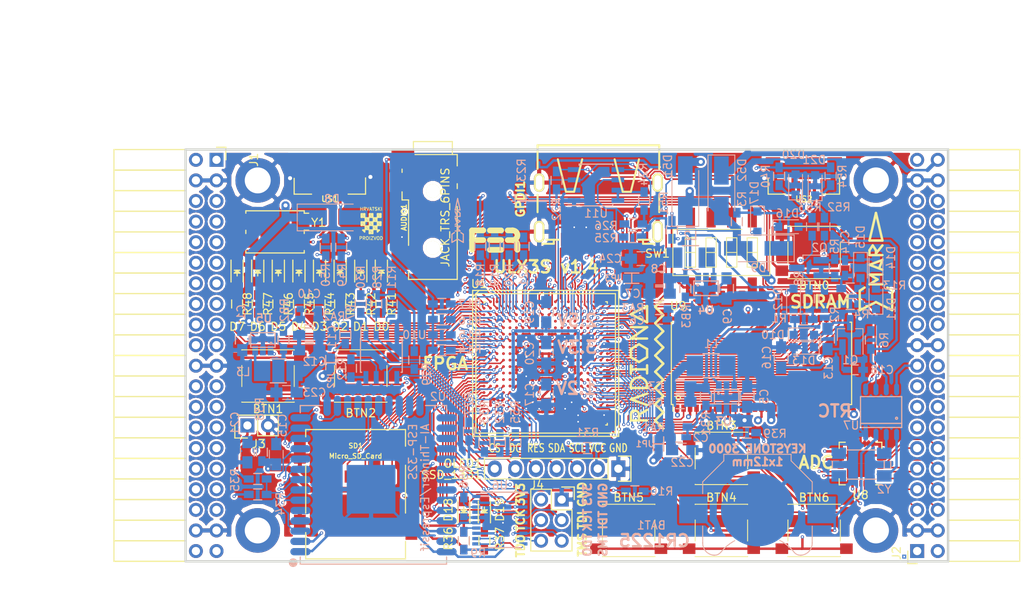
<source format=kicad_pcb>
(kicad_pcb (version 4) (host pcbnew 4.0.7+dfsg1-1)
  (layers (0 F.Cu signal) (1 In1.Cu signal) (2 In2.Cu signal) (31 B.Cu signal) (34 B.Paste user) (35 F.Paste user) (36 B.SilkS user) (37 F.SilkS user) (38 B.Mask user) (39 F.Mask user) (44 Edge.Cuts user))
  (net 0 "")
  (net 1 GND)
  (net 2 +5V)
  (net 3 /gpio/IN5V)
  (net 4 /gpio/OUT5V)
  (net 5 +3V3)
  (net 6 +1V2)
  (net 7 BTN_D)
  (net 8 BTN_F1)
  (net 9 BTN_F2)
  (net 10 BTN_L)
  (net 11 BTN_R)
  (net 12 BTN_U)
  (net 13 /power/FB1)
  (net 14 +2V5)
  (net 15 /power/PWREN)
  (net 16 /power/FB3)
  (net 17 /power/FB2)
  (net 18 "Net-(D9-Pad1)")
  (net 19 /power/VBAT)
  (net 20 JTAG_TDI)
  (net 21 JTAG_TCK)
  (net 22 JTAG_TMS)
  (net 23 JTAG_TDO)
  (net 24 /power/WAKEUPn)
  (net 25 /power/WKUP)
  (net 26 /power/SHUT)
  (net 27 /power/WAKE)
  (net 28 /power/HOLD)
  (net 29 /power/WKn)
  (net 30 /power/OSCI_32k)
  (net 31 /power/OSCO_32k)
  (net 32 "Net-(Q2-Pad3)")
  (net 33 SHUTDOWN)
  (net 34 /analog/AUDIO_L)
  (net 35 /analog/AUDIO_R)
  (net 36 GPDI_5V_SCL)
  (net 37 GPDI_5V_SDA)
  (net 38 GPDI_SDA)
  (net 39 GPDI_SCL)
  (net 40 /gpdi/VREF2)
  (net 41 SD_CMD)
  (net 42 SD_CLK)
  (net 43 SD_D0)
  (net 44 SD_D1)
  (net 45 USB5V)
  (net 46 GPDI_CEC)
  (net 47 nRESET)
  (net 48 FTDI_nDTR)
  (net 49 SDRAM_CKE)
  (net 50 SDRAM_A7)
  (net 51 SDRAM_D15)
  (net 52 SDRAM_BA1)
  (net 53 SDRAM_D7)
  (net 54 SDRAM_A6)
  (net 55 SDRAM_CLK)
  (net 56 SDRAM_D13)
  (net 57 SDRAM_BA0)
  (net 58 SDRAM_D6)
  (net 59 SDRAM_A5)
  (net 60 SDRAM_D14)
  (net 61 SDRAM_A11)
  (net 62 SDRAM_D12)
  (net 63 SDRAM_D5)
  (net 64 SDRAM_A4)
  (net 65 SDRAM_A10)
  (net 66 SDRAM_D11)
  (net 67 SDRAM_A3)
  (net 68 SDRAM_D4)
  (net 69 SDRAM_D10)
  (net 70 SDRAM_D9)
  (net 71 SDRAM_A9)
  (net 72 SDRAM_D3)
  (net 73 SDRAM_D8)
  (net 74 SDRAM_A8)
  (net 75 SDRAM_A2)
  (net 76 SDRAM_A1)
  (net 77 SDRAM_A0)
  (net 78 SDRAM_D2)
  (net 79 SDRAM_D1)
  (net 80 SDRAM_D0)
  (net 81 SDRAM_DQM0)
  (net 82 SDRAM_nCS)
  (net 83 SDRAM_nRAS)
  (net 84 SDRAM_DQM1)
  (net 85 SDRAM_nCAS)
  (net 86 SDRAM_nWE)
  (net 87 /flash/FLASH_nWP)
  (net 88 /flash/FLASH_nHOLD)
  (net 89 /flash/FLASH_MOSI)
  (net 90 /flash/FLASH_MISO)
  (net 91 /flash/FLASH_SCK)
  (net 92 /flash/FLASH_nCS)
  (net 93 /flash/FPGA_PROGRAMN)
  (net 94 /flash/FPGA_DONE)
  (net 95 /flash/FPGA_INITN)
  (net 96 OLED_RES)
  (net 97 OLED_DC)
  (net 98 OLED_CS)
  (net 99 WIFI_EN)
  (net 100 FTDI_nRTS)
  (net 101 FTDI_TXD)
  (net 102 FTDI_RXD)
  (net 103 WIFI_RXD)
  (net 104 WIFI_GPIO0)
  (net 105 WIFI_TXD)
  (net 106 GPDI_ETH-)
  (net 107 GPDI_ETH+)
  (net 108 GPDI_D2+)
  (net 109 GPDI_D2-)
  (net 110 GPDI_D1+)
  (net 111 GPDI_D1-)
  (net 112 GPDI_D0+)
  (net 113 GPDI_D0-)
  (net 114 GPDI_CLK+)
  (net 115 GPDI_CLK-)
  (net 116 USB_FTDI_D+)
  (net 117 USB_FTDI_D-)
  (net 118 J1_17-)
  (net 119 J1_17+)
  (net 120 J1_23-)
  (net 121 J1_23+)
  (net 122 J1_25-)
  (net 123 J1_25+)
  (net 124 J1_27-)
  (net 125 J1_27+)
  (net 126 J1_29-)
  (net 127 J1_29+)
  (net 128 J1_31-)
  (net 129 J1_31+)
  (net 130 J1_33-)
  (net 131 J1_33+)
  (net 132 J1_35-)
  (net 133 J1_35+)
  (net 134 J2_5-)
  (net 135 J2_5+)
  (net 136 J2_7-)
  (net 137 J2_7+)
  (net 138 J2_9-)
  (net 139 J2_9+)
  (net 140 J2_13-)
  (net 141 J2_13+)
  (net 142 J2_17-)
  (net 143 J2_17+)
  (net 144 J2_11-)
  (net 145 J2_11+)
  (net 146 J2_23-)
  (net 147 J2_23+)
  (net 148 J1_5-)
  (net 149 J1_5+)
  (net 150 J1_7-)
  (net 151 J1_7+)
  (net 152 J1_9-)
  (net 153 J1_9+)
  (net 154 J1_11-)
  (net 155 J1_11+)
  (net 156 J1_13-)
  (net 157 J1_13+)
  (net 158 J1_15-)
  (net 159 J1_15+)
  (net 160 J2_15-)
  (net 161 J2_15+)
  (net 162 J2_25-)
  (net 163 J2_25+)
  (net 164 J2_27-)
  (net 165 J2_27+)
  (net 166 J2_29-)
  (net 167 J2_29+)
  (net 168 J2_31-)
  (net 169 J2_31+)
  (net 170 J2_33-)
  (net 171 J2_33+)
  (net 172 J2_35-)
  (net 173 J2_35+)
  (net 174 SD_D3)
  (net 175 AUDIO_L3)
  (net 176 AUDIO_L2)
  (net 177 AUDIO_L1)
  (net 178 AUDIO_L0)
  (net 179 AUDIO_R3)
  (net 180 AUDIO_R2)
  (net 181 AUDIO_R1)
  (net 182 AUDIO_R0)
  (net 183 OLED_CLK)
  (net 184 OLED_MOSI)
  (net 185 LED0)
  (net 186 LED1)
  (net 187 LED2)
  (net 188 LED3)
  (net 189 LED4)
  (net 190 LED5)
  (net 191 LED6)
  (net 192 LED7)
  (net 193 BTN_PWRn)
  (net 194 FTDI_nTXLED)
  (net 195 FTDI_nSLEEP)
  (net 196 /blinkey/LED_PWREN)
  (net 197 /blinkey/LED_TXLED)
  (net 198 FT3V3)
  (net 199 /sdcard/SD3V3)
  (net 200 SD_D2)
  (net 201 CLK_25MHz)
  (net 202 /blinkey/BTNPUL)
  (net 203 /blinkey/BTNPUR)
  (net 204 USB_FPGA_D+)
  (net 205 /power/FTDI_nSUSPEND)
  (net 206 /blinkey/ALED0)
  (net 207 /blinkey/ALED1)
  (net 208 /blinkey/ALED2)
  (net 209 /blinkey/ALED3)
  (net 210 /blinkey/ALED4)
  (net 211 /blinkey/ALED5)
  (net 212 /blinkey/ALED6)
  (net 213 /blinkey/ALED7)
  (net 214 /usb/FTD-)
  (net 215 /usb/FTD+)
  (net 216 ADC_MISO)
  (net 217 ADC_MOSI)
  (net 218 ADC_CSn)
  (net 219 ADC_SCLK)
  (net 220 "Net-(R51-Pad2)")
  (net 221 SW3)
  (net 222 SW2)
  (net 223 SW1)
  (net 224 SW0)
  (net 225 USB_FPGA_D-)
  (net 226 /usb/FPD+)
  (net 227 /usb/FPD-)
  (net 228 WIFI_GPIO16)
  (net 229 WIFI_GPIO15)
  (net 230 /usb/ANT_433MHz)
  (net 231 /power/PWRBTn)
  (net 232 PROG_DONE)
  (net 233 /power/P1V2)
  (net 234 /power/P3V3)
  (net 235 /power/P2V5)
  (net 236 /power/L1)
  (net 237 /power/L3)
  (net 238 /power/L2)
  (net 239 FTDI_TXDEN)
  (net 240 /wifi/WIFIOFF)
  (module SMD_Packages:1Pin (layer F.Cu) (at 182.67515 111.637626)
    (fp_text reference AE1 hide)
    (fp_text value 433MHz hide)
    (pad 1 smd rect (at 0 0) (size 0.5 0.5) (layers B.Cu F.Paste F.Mask) (net 230 /usb/ANT_433MHz))
  )
  (module Resistors_SMD:R_0603_HandSoldering (layer B.Cu) (at 103.498 98.758 90)
    (fp_text reference R38 (at 5.334 -0.254 90) (layer B.SilkS) (effects (justify mirror)))
    (fp_text value 0.47)
    (pad 1 smd rect (at -1.1 0 90) (size 1.2 0.9) (layers B.Cu B.Paste B.Mask) (net 199 /sdcard/SD3V3))
    (pad 2 smd rect (at 1.1 0 90) (size 1.2 0.9) (layers B.Cu B.Paste B.Mask) (net 5 +3V3))
  )
  (module jumper:SOLDER-JUMPER_1-WAY (layer B.Cu) (at 152.393 97.742 270)
    (fp_text reference JP1 (at 0 1.778 360) (layer B.SilkS) (effects (font (size 0.762 0.762) (thickness 0.1524)) (justify mirror)))
    (fp_text value 1.2 hide)
    (pad 1 smd rect (at -0.6 0 270) (size 1 1) (layers B.Cu B.Paste B.Mask) (net 233 /power/P1V2))
    (pad 2 smd rect (at 0.6 0 270) (size 1 1) (layers B.Cu B.Paste B.Mask) (net 6 +1V2))
  )
  (module ESP32-footprints-Lib:ESP-32S (layer B.Cu) (at 117.313 101.513)
    (fp_text reference U2 (at 7.902 -9.613 180) (layer B.SilkS) (effects (justify mirror)))
    (fp_text value ESP-32S)
    (fp_text user AI-Thinker/Espressif (at 6.3 1.6 270) (layer B.SilkS) (effects (justify mirror)))
    (fp_text user ESP-32S (at 4.8 -2.8 270) (layer B.SilkS) (effects (justify mirror)))
    (pad 38 smd oval (at 8.947434 9.517338 180) (size 2.5 0.9) (layers B.Cu B.Paste B.Mask) (net 1 GND))
    (pad 37 smd oval (at 8.947434 8.247338 180) (size 2.5 0.9) (layers B.Cu B.Paste B.Mask))
    (pad 36 smd oval (at 8.947434 6.977338 180) (size 2.5 0.9) (layers B.Cu B.Paste B.Mask) (net 232 PROG_DONE))
    (pad 35 smd oval (at 8.947434 5.707338 180) (size 2.5 0.9) (layers B.Cu B.Paste B.Mask) (net 105 WIFI_TXD))
    (pad 34 smd oval (at 8.947434 4.437338 180) (size 2.5 0.9) (layers B.Cu B.Paste B.Mask) (net 103 WIFI_RXD))
    (pad 33 smd oval (at 8.947434 3.167338 180) (size 2.5 0.9) (layers B.Cu B.Paste B.Mask) (net 22 JTAG_TMS))
    (pad 32 smd oval (at 8.947434 1.897338 180) (size 2.5 0.9) (layers B.Cu B.Paste B.Mask))
    (pad 31 smd oval (at 8.947434 0.627338 180) (size 2.5 0.9) (layers B.Cu B.Paste B.Mask) (net 20 JTAG_TDI))
    (pad 30 smd oval (at 8.947434 -0.642662 180) (size 2.5 0.9) (layers B.Cu B.Paste B.Mask) (net 21 JTAG_TCK))
    (pad 29 smd oval (at 8.947434 -1.912662 180) (size 2.5 0.9) (layers B.Cu B.Paste B.Mask))
    (pad 28 smd oval (at 8.947434 -3.182662 180) (size 2.5 0.9) (layers B.Cu B.Paste B.Mask) (net 23 JTAG_TDO))
    (pad 27 smd oval (at 8.947434 -4.452662 180) (size 2.5 0.9) (layers B.Cu B.Paste B.Mask) (net 228 WIFI_GPIO16))
    (pad 26 smd oval (at 8.947434 -5.722662 180) (size 2.5 0.9) (layers B.Cu B.Paste B.Mask))
    (pad 25 smd oval (at 8.947434 -6.992662 180) (size 2.5 0.9) (layers B.Cu B.Paste B.Mask) (net 104 WIFI_GPIO0))
    (pad 24 smd oval (at 5.662434 -8.482662 180) (size 0.9 2.5) (layers B.Cu B.Paste B.Mask))
    (pad 23 smd oval (at 4.392434 -8.482662 180) (size 0.9 2.5) (layers B.Cu B.Paste B.Mask) (net 229 WIFI_GPIO15))
    (pad 22 smd oval (at 3.122434 -8.482662 180) (size 0.9 2.5) (layers B.Cu B.Paste B.Mask) (net 44 SD_D1))
    (pad 21 smd oval (at 1.852434 -8.482662 180) (size 0.9 2.5) (layers B.Cu B.Paste B.Mask) (net 43 SD_D0))
    (pad 20 smd oval (at 0.582434 -8.482662 180) (size 0.9 2.5) (layers B.Cu B.Paste B.Mask) (net 42 SD_CLK))
    (pad 19 smd oval (at -0.687566 -8.482662 180) (size 0.9 2.5) (layers B.Cu B.Paste B.Mask) (net 41 SD_CMD))
    (pad 18 smd oval (at -1.957566 -8.482662 180) (size 0.9 2.5) (layers B.Cu B.Paste B.Mask))
    (pad 17 smd oval (at -3.227566 -8.482662 180) (size 0.9 2.5) (layers B.Cu B.Paste B.Mask))
    (pad 16 smd oval (at -4.497566 -8.482662 180) (size 0.9 2.5) (layers B.Cu B.Paste B.Mask) (net 124 J1_27-))
    (pad 15 smd oval (at -5.767566 -8.482662 180) (size 0.9 2.5) (layers B.Cu B.Paste B.Mask) (net 1 GND))
    (pad 14 smd oval (at -9.052566 -6.992662 180) (size 2.5 0.9) (layers B.Cu B.Paste B.Mask) (net 125 J1_27+))
    (pad 13 smd oval (at -9.052566 -5.722662 180) (size 2.5 0.9) (layers B.Cu B.Paste B.Mask) (net 126 J1_29-))
    (pad 12 smd oval (at -9.052566 -4.452662 180) (size 2.5 0.9) (layers B.Cu B.Paste B.Mask) (net 127 J1_29+))
    (pad 11 smd oval (at -9.052566 -3.182662 180) (size 2.5 0.9) (layers B.Cu B.Paste B.Mask) (net 128 J1_31-))
    (pad 10 smd oval (at -9.052566 -1.912662 180) (size 2.5 0.9) (layers B.Cu B.Paste B.Mask) (net 129 J1_31+))
    (pad 9 smd oval (at -9.052566 -0.642662 180) (size 2.5 0.9) (layers B.Cu B.Paste B.Mask) (net 130 J1_33-))
    (pad 8 smd oval (at -9.052566 0.627338 180) (size 2.5 0.9) (layers B.Cu B.Paste B.Mask) (net 131 J1_33+))
    (pad 7 smd oval (at -9.052566 1.897338 180) (size 2.5 0.9) (layers B.Cu B.Paste B.Mask) (net 132 J1_35-))
    (pad 6 smd oval (at -9.052566 3.167338 180) (size 2.5 0.9) (layers B.Cu B.Paste B.Mask) (net 133 J1_35+))
    (pad 5 smd oval (at -9.052566 4.437338 180) (size 2.5 0.9) (layers B.Cu B.Paste B.Mask))
    (pad 4 smd oval (at -9.052566 5.707338 180) (size 2.5 0.9) (layers B.Cu B.Paste B.Mask))
    (pad 3 smd oval (at -9.052566 6.977338 180) (size 2.5 0.9) (layers B.Cu B.Paste B.Mask) (net 99 WIFI_EN))
    (pad 2 smd oval (at -9.052566 8.247338 180) (size 2.5 0.9) (layers B.Cu B.Paste B.Mask) (net 5 +3V3))
    (pad 1 smd oval (at -9.052566 9.517338 180) (size 2.5 0.9) (layers B.Cu B.Paste B.Mask) (net 1 GND))
    (pad 39 smd rect (at -0.352566 1.817338 180) (size 6 6) (layers B.Cu B.Paste B.Mask) (net 1 GND))
  )
  (module Diodes_SMD:D_SMA_Handsoldering (layer B.Cu) (at 155.695 66.5 90)
    (fp_text reference D51 (at 3.048 -2.159 90) (layer B.SilkS) (effects (justify mirror)))
    (fp_text value STPS2L30AF hide)
    (pad 1 smd rect (at -2.5 0 90) (size 3.5 1.8) (layers B.Cu B.Paste B.Mask) (net 2 +5V))
    (pad 2 smd rect (at 2.5 0 90) (size 3.5 1.8) (layers B.Cu B.Paste B.Mask) (net 3 /gpio/IN5V))
  )
  (module Resistors_SMD:R_0603_HandSoldering (layer B.Cu) (at 154.044 71.326 90)
    (fp_text reference R51 (at 3.302 -1.016 90) (layer B.SilkS) (effects (justify mirror)))
    (fp_text value 220)
    (pad 1 smd rect (at -1.1 0 90) (size 1.2 0.9) (layers B.Cu B.Paste B.Mask) (net 5 +3V3))
    (pad 2 smd rect (at 1.1 0 90) (size 1.2 0.9) (layers B.Cu B.Paste B.Mask) (net 220 "Net-(R51-Pad2)"))
  )
  (module Resistors_SMD:R_1210_HandSoldering (layer B.Cu) (at 158.87 88.09 180)
    (fp_text reference L1 (at 0 2.7 180) (layer B.SilkS) (effects (justify mirror)))
    (fp_text value 2.2uH)
    (pad 1 smd rect (at -2 0 180) (size 2 2.5) (layers B.Cu B.Paste B.Mask) (net 236 /power/L1))
    (pad 2 smd rect (at 2 0 180) (size 2 2.5) (layers B.Cu B.Paste B.Mask) (net 233 /power/P1V2))
  )
  (module TSOT-25:TSOT-25 (layer B.Cu) (at 160.775 91.9)
    (fp_text reference U3 (at -0.381 3.048) (layer B.SilkS) (effects (font (thickness 0.2)) (justify mirror)))
    (fp_text value AP3429A)
    (pad 1 smd rect (at -0.95 -1.3) (size 0.7 1.2) (layers B.Cu B.Paste B.Mask) (net 15 /power/PWREN))
    (pad 2 smd rect (at 0 -1.3) (size 0.7 1.2) (layers B.Cu B.Paste B.Mask) (net 1 GND))
    (pad 3 smd rect (at 0.95 -1.3) (size 0.7 1.2) (layers B.Cu B.Paste B.Mask) (net 236 /power/L1))
    (pad 4 smd rect (at 0.95 1.3) (size 0.7 1.2) (layers B.Cu B.Paste B.Mask) (net 2 +5V))
    (pad 5 smd rect (at -0.95 1.3) (size 0.7 1.2) (layers B.Cu B.Paste B.Mask) (net 13 /power/FB1))
  )
  (module Resistors_SMD:R_1210_HandSoldering (layer B.Cu) (at 156.33 74.755 180)
    (fp_text reference L2 (at 0 2.7 180) (layer B.SilkS) (effects (justify mirror)))
    (fp_text value 2.2uH)
    (pad 1 smd rect (at -2 0 180) (size 2 2.5) (layers B.Cu B.Paste B.Mask) (net 237 /power/L3))
    (pad 2 smd rect (at 2 0 180) (size 2 2.5) (layers B.Cu B.Paste B.Mask) (net 234 /power/P3V3))
  )
  (module TSOT-25:TSOT-25 (layer B.Cu) (at 158.235 78.535)
    (fp_text reference U4 (at 0 2.697) (layer B.SilkS) (effects (font (thickness 0.2)) (justify mirror)))
    (fp_text value AP3429A)
    (pad 1 smd rect (at -0.95 -1.3) (size 0.7 1.2) (layers B.Cu B.Paste B.Mask) (net 15 /power/PWREN))
    (pad 2 smd rect (at 0 -1.3) (size 0.7 1.2) (layers B.Cu B.Paste B.Mask) (net 1 GND))
    (pad 3 smd rect (at 0.95 -1.3) (size 0.7 1.2) (layers B.Cu B.Paste B.Mask) (net 237 /power/L3))
    (pad 4 smd rect (at 0.95 1.3) (size 0.7 1.2) (layers B.Cu B.Paste B.Mask) (net 2 +5V))
    (pad 5 smd rect (at -0.95 1.3) (size 0.7 1.2) (layers B.Cu B.Paste B.Mask) (net 16 /power/FB3))
  )
  (module LEDs:LED_0805 (layer F.Cu) (at 118.23 76.66 270)
    (fp_text reference D0 (at 6.604 0 360) (layer F.SilkS))
    (fp_text value RED hide)
    (pad 2 smd rect (at 1.04902 0 90) (size 1.19888 1.19888) (layers F.Cu F.Paste F.Mask) (net 206 /blinkey/ALED0))
    (pad 1 smd rect (at -1.04902 0 90) (size 1.19888 1.19888) (layers F.Cu F.Paste F.Mask) (net 1 GND))
  )
  (module LEDs:LED_0805 (layer F.Cu) (at 115.69 76.66 270)
    (fp_text reference D1 (at 6.604 0 360) (layer F.SilkS))
    (fp_text value RED hide)
    (pad 2 smd rect (at 1.04902 0 90) (size 1.19888 1.19888) (layers F.Cu F.Paste F.Mask) (net 207 /blinkey/ALED1))
    (pad 1 smd rect (at -1.04902 0 90) (size 1.19888 1.19888) (layers F.Cu F.Paste F.Mask) (net 1 GND))
  )
  (module LEDs:LED_0805 (layer F.Cu) (at 113.15 76.66 270)
    (fp_text reference D2 (at 6.604 0 360) (layer F.SilkS))
    (fp_text value RED hide)
    (pad 2 smd rect (at 1.04902 0 90) (size 1.19888 1.19888) (layers F.Cu F.Paste F.Mask) (net 208 /blinkey/ALED2))
    (pad 1 smd rect (at -1.04902 0 90) (size 1.19888 1.19888) (layers F.Cu F.Paste F.Mask) (net 1 GND))
  )
  (module LEDs:LED_0805 (layer F.Cu) (at 110.61 76.66 270)
    (fp_text reference D3 (at 6.604 0 360) (layer F.SilkS))
    (fp_text value RED hide)
    (pad 2 smd rect (at 1.04902 0 90) (size 1.19888 1.19888) (layers F.Cu F.Paste F.Mask) (net 209 /blinkey/ALED3))
    (pad 1 smd rect (at -1.04902 0 90) (size 1.19888 1.19888) (layers F.Cu F.Paste F.Mask) (net 1 GND))
  )
  (module LEDs:LED_0805 (layer F.Cu) (at 108.07 76.66 270)
    (fp_text reference D4 (at 6.604 0 360) (layer F.SilkS))
    (fp_text value RED hide)
    (pad 2 smd rect (at 1.04902 0 90) (size 1.19888 1.19888) (layers F.Cu F.Paste F.Mask) (net 210 /blinkey/ALED4))
    (pad 1 smd rect (at -1.04902 0 90) (size 1.19888 1.19888) (layers F.Cu F.Paste F.Mask) (net 1 GND))
  )
  (module LEDs:LED_0805 (layer F.Cu) (at 105.53 76.66 270)
    (fp_text reference D5 (at 6.604 0 360) (layer F.SilkS))
    (fp_text value RED hide)
    (pad 2 smd rect (at 1.04902 0 90) (size 1.19888 1.19888) (layers F.Cu F.Paste F.Mask) (net 211 /blinkey/ALED5))
    (pad 1 smd rect (at -1.04902 0 90) (size 1.19888 1.19888) (layers F.Cu F.Paste F.Mask) (net 1 GND))
  )
  (module LEDs:LED_0805 (layer F.Cu) (at 102.99 76.66 270)
    (fp_text reference D6 (at 6.604 0 360) (layer F.SilkS))
    (fp_text value RED hide)
    (pad 2 smd rect (at 1.04902 0 90) (size 1.19888 1.19888) (layers F.Cu F.Paste F.Mask) (net 212 /blinkey/ALED6))
    (pad 1 smd rect (at -1.04902 0 90) (size 1.19888 1.19888) (layers F.Cu F.Paste F.Mask) (net 1 GND))
  )
  (module LEDs:LED_0805 (layer F.Cu) (at 100.45 76.66 270)
    (fp_text reference D7 (at 6.604 0 360) (layer F.SilkS))
    (fp_text value RED hide)
    (pad 2 smd rect (at 1.04902 0 90) (size 1.19888 1.19888) (layers F.Cu F.Paste F.Mask) (net 213 /blinkey/ALED7))
    (pad 1 smd rect (at -1.04902 0 90) (size 1.19888 1.19888) (layers F.Cu F.Paste F.Mask) (net 1 GND))
  )
  (module Resistors_SMD:R_1210_HandSoldering (layer B.Cu) (at 105.53 88.725)
    (fp_text reference L3 (at -4.318 0.127) (layer B.SilkS) (effects (justify mirror)))
    (fp_text value 2.2uH)
    (pad 1 smd rect (at -2 0) (size 2 2.5) (layers B.Cu B.Paste B.Mask) (net 238 /power/L2))
    (pad 2 smd rect (at 2 0) (size 2 2.5) (layers B.Cu B.Paste B.Mask) (net 235 /power/P2V5))
  )
  (module TSOT-25:TSOT-25 (layer B.Cu) (at 103.625 84.915 180)
    (fp_text reference U5 (at -0.127 2.667 180) (layer B.SilkS) (effects (font (thickness 0.2)) (justify mirror)))
    (fp_text value AP3429A)
    (pad 1 smd rect (at -0.95 -1.3 180) (size 0.7 1.2) (layers B.Cu B.Paste B.Mask) (net 15 /power/PWREN))
    (pad 2 smd rect (at 0 -1.3 180) (size 0.7 1.2) (layers B.Cu B.Paste B.Mask) (net 1 GND))
    (pad 3 smd rect (at 0.95 -1.3 180) (size 0.7 1.2) (layers B.Cu B.Paste B.Mask) (net 238 /power/L2))
    (pad 4 smd rect (at 0.95 1.3 180) (size 0.7 1.2) (layers B.Cu B.Paste B.Mask) (net 2 +5V))
    (pad 5 smd rect (at -0.95 1.3 180) (size 0.7 1.2) (layers B.Cu B.Paste B.Mask) (net 17 /power/FB2))
  )
  (module Capacitors_SMD:C_0805_HandSoldering (layer B.Cu) (at 101.085 84.915 270)
    (fp_text reference C1 (at -3.429 0.127 270) (layer B.SilkS) (effects (justify mirror)))
    (fp_text value 22uF)
    (pad 1 smd rect (at -1.25 0 270) (size 1.5 1.25) (layers B.Cu B.Paste B.Mask) (net 2 +5V))
    (pad 2 smd rect (at 1.25 0 270) (size 1.5 1.25) (layers B.Cu B.Paste B.Mask) (net 1 GND))
  )
  (module Capacitors_SMD:C_0805_HandSoldering (layer B.Cu) (at 155.06 90.63)
    (fp_text reference C3 (at -3.048 0) (layer B.SilkS) (effects (justify mirror)))
    (fp_text value 22uF)
    (pad 1 smd rect (at -1.25 0) (size 1.5 1.25) (layers B.Cu B.Paste B.Mask) (net 233 /power/P1V2))
    (pad 2 smd rect (at 1.25 0) (size 1.5 1.25) (layers B.Cu B.Paste B.Mask) (net 1 GND))
  )
  (module Capacitors_SMD:C_0805_HandSoldering (layer B.Cu) (at 155.06 92.535)
    (fp_text reference C4 (at -3.048 0.127) (layer B.SilkS) (effects (justify mirror)))
    (fp_text value 22uF)
    (pad 1 smd rect (at -1.25 0) (size 1.5 1.25) (layers B.Cu B.Paste B.Mask) (net 233 /power/P1V2))
    (pad 2 smd rect (at 1.25 0) (size 1.5 1.25) (layers B.Cu B.Paste B.Mask) (net 1 GND))
  )
  (module Capacitors_SMD:C_0805_HandSoldering (layer B.Cu) (at 163.315 91.9 90)
    (fp_text reference C5 (at 0 2.1 90) (layer B.SilkS) (effects (justify mirror)))
    (fp_text value 22uF)
    (pad 1 smd rect (at -1.25 0 90) (size 1.5 1.25) (layers B.Cu B.Paste B.Mask) (net 2 +5V))
    (pad 2 smd rect (at 1.25 0 90) (size 1.5 1.25) (layers B.Cu B.Paste B.Mask) (net 1 GND))
  )
  (module Capacitors_SMD:C_0805_HandSoldering (layer B.Cu) (at 152.52 79.2)
    (fp_text reference C7 (at -3.302 0) (layer B.SilkS) (effects (justify mirror)))
    (fp_text value 22uF)
    (pad 1 smd rect (at -1.25 0) (size 1.5 1.25) (layers B.Cu B.Paste B.Mask) (net 234 /power/P3V3))
    (pad 2 smd rect (at 1.25 0) (size 1.5 1.25) (layers B.Cu B.Paste B.Mask) (net 1 GND))
  )
  (module Capacitors_SMD:C_0805_HandSoldering (layer B.Cu) (at 152.52 77.295)
    (fp_text reference C8 (at -0.127 -1.143) (layer B.SilkS) (effects (justify mirror)))
    (fp_text value 22uF)
    (pad 1 smd rect (at -1.25 0) (size 1.5 1.25) (layers B.Cu B.Paste B.Mask) (net 234 /power/P3V3))
    (pad 2 smd rect (at 1.25 0) (size 1.5 1.25) (layers B.Cu B.Paste B.Mask) (net 1 GND))
  )
  (module Capacitors_SMD:C_0805_HandSoldering (layer B.Cu) (at 160.775 78.565 90)
    (fp_text reference C9 (at -3.429 0.127 90) (layer B.SilkS) (effects (justify mirror)))
    (fp_text value 22uF)
    (pad 1 smd rect (at -1.25 0 90) (size 1.5 1.25) (layers B.Cu B.Paste B.Mask) (net 2 +5V))
    (pad 2 smd rect (at 1.25 0 90) (size 1.5 1.25) (layers B.Cu B.Paste B.Mask) (net 1 GND))
  )
  (module Capacitors_SMD:C_0805_HandSoldering (layer B.Cu) (at 109.34 84.28 180)
    (fp_text reference C11 (at -2.794 -0.254 270) (layer B.SilkS) (effects (justify mirror)))
    (fp_text value 22uF)
    (pad 1 smd rect (at -1.25 0 180) (size 1.5 1.25) (layers B.Cu B.Paste B.Mask) (net 235 /power/P2V5))
    (pad 2 smd rect (at 1.25 0 180) (size 1.5 1.25) (layers B.Cu B.Paste B.Mask) (net 1 GND))
  )
  (module Capacitors_SMD:C_0805_HandSoldering (layer B.Cu) (at 109.34 86.185 180)
    (fp_text reference C12 (at -0.635 -1.397 360) (layer B.SilkS) (effects (justify mirror)))
    (fp_text value 22uF)
    (pad 1 smd rect (at -1.25 0 180) (size 1.5 1.25) (layers B.Cu B.Paste B.Mask) (net 235 /power/P2V5))
    (pad 2 smd rect (at 1.25 0 180) (size 1.5 1.25) (layers B.Cu B.Paste B.Mask) (net 1 GND))
  )
  (module Power_Integrations:SO-8 (layer B.Cu) (at 179.825 93.805 180)
    (fp_text reference U7 (at 3.683 -1.651 180) (layer B.SilkS) (effects (justify mirror)))
    (fp_text value PCF8523)
    (pad 1 smd oval (at -1.905 -2.794 180) (size 0.6096 1.4732) (layers B.Cu B.Paste B.Mask) (net 30 /power/OSCI_32k))
    (pad 2 smd oval (at -0.635 -2.794 180) (size 0.6096 1.4732) (layers B.Cu B.Paste B.Mask) (net 31 /power/OSCO_32k))
    (pad 3 smd oval (at 0.635 -2.794 180) (size 0.6096 1.4732) (layers B.Cu B.Paste B.Mask) (net 19 /power/VBAT))
    (pad 4 smd oval (at 1.905 -2.794 180) (size 0.6096 1.4732) (layers B.Cu B.Paste B.Mask) (net 1 GND))
    (pad 5 smd oval (at 1.905 2.794 180) (size 0.6096 1.4732) (layers B.Cu B.Paste B.Mask) (net 38 GPDI_SDA))
    (pad 6 smd oval (at 0.635 2.794 180) (size 0.6096 1.4732) (layers B.Cu B.Paste B.Mask) (net 39 GPDI_SCL))
    (pad 7 smd oval (at -0.635 2.794 180) (size 0.6096 1.4732) (layers B.Cu B.Paste B.Mask) (net 24 /power/WAKEUPn))
    (pad 8 smd oval (at -1.905 2.794 180) (size 0.6096 1.4732) (layers B.Cu B.Paste B.Mask) (net 5 +3V3))
  )
  (module Capacitors_SMD:C_0805_HandSoldering (layer B.Cu) (at 173.221 84.788 90)
    (fp_text reference C13 (at -3.556 0.127 90) (layer B.SilkS) (effects (justify mirror)))
    (fp_text value 2.2uF)
    (pad 1 smd rect (at -1.25 0 90) (size 1.5 1.25) (layers B.Cu B.Paste B.Mask) (net 2 +5V))
    (pad 2 smd rect (at 1.25 0 90) (size 1.5 1.25) (layers B.Cu B.Paste B.Mask) (net 25 /power/WKUP))
  )
  (module TSOP54:TSOP54 (layer F.Cu) (at 165.08 87.8 90)
    (fp_text reference U9 (at 7.076 -10.274 180) (layer F.SilkS))
    (fp_text value MT48LC16M16A2TG)
    (pad 28 smd rect (at 5.53 10.4 90) (size 0.9 0.56) (layers F.Cu F.Paste F.Mask) (net 1 GND))
    (pad 1 smd rect (at -5.53 -10.4 90) (size 0.9 0.56) (layers F.Cu F.Paste F.Mask) (net 5 +3V3))
    (pad 2 smd rect (at -5.53 -9.6 90) (size 0.9 0.56) (layers F.Cu F.Paste F.Mask) (net 80 SDRAM_D0))
    (pad 3 smd rect (at -5.53 -8.8 90) (size 0.9 0.56) (layers F.Cu F.Paste F.Mask) (net 5 +3V3))
    (pad 4 smd rect (at -5.53 -8 90) (size 0.9 0.56) (layers F.Cu F.Paste F.Mask) (net 79 SDRAM_D1))
    (pad 5 smd rect (at -5.53 -7.2 90) (size 0.9 0.56) (layers F.Cu F.Paste F.Mask) (net 78 SDRAM_D2))
    (pad 6 smd rect (at -5.53 -6.4 90) (size 0.9 0.56) (layers F.Cu F.Paste F.Mask) (net 1 GND))
    (pad 7 smd rect (at -5.53 -5.6 90) (size 0.9 0.56) (layers F.Cu F.Paste F.Mask) (net 72 SDRAM_D3))
    (pad 8 smd rect (at -5.53 -4.8 90) (size 0.9 0.56) (layers F.Cu F.Paste F.Mask) (net 68 SDRAM_D4))
    (pad 9 smd rect (at -5.53 -4 90) (size 0.9 0.56) (layers F.Cu F.Paste F.Mask) (net 5 +3V3))
    (pad 10 smd rect (at -5.53 -3.2 90) (size 0.9 0.56) (layers F.Cu F.Paste F.Mask) (net 63 SDRAM_D5))
    (pad 11 smd rect (at -5.53 -2.4 90) (size 0.9 0.56) (layers F.Cu F.Paste F.Mask) (net 58 SDRAM_D6))
    (pad 12 smd rect (at -5.53 -1.6 90) (size 0.9 0.56) (layers F.Cu F.Paste F.Mask) (net 1 GND))
    (pad 13 smd rect (at -5.53 -0.8 90) (size 0.9 0.56) (layers F.Cu F.Paste F.Mask) (net 53 SDRAM_D7))
    (pad 14 smd rect (at -5.53 0 90) (size 0.9 0.56) (layers F.Cu F.Paste F.Mask) (net 5 +3V3))
    (pad 15 smd rect (at -5.53 0.8 90) (size 0.9 0.56) (layers F.Cu F.Paste F.Mask) (net 81 SDRAM_DQM0))
    (pad 16 smd rect (at -5.53 1.6 90) (size 0.9 0.56) (layers F.Cu F.Paste F.Mask) (net 86 SDRAM_nWE))
    (pad 17 smd rect (at -5.53 2.4 90) (size 0.9 0.56) (layers F.Cu F.Paste F.Mask) (net 85 SDRAM_nCAS))
    (pad 18 smd rect (at -5.53 3.2 90) (size 0.9 0.56) (layers F.Cu F.Paste F.Mask) (net 83 SDRAM_nRAS))
    (pad 19 smd rect (at -5.53 4 90) (size 0.9 0.56) (layers F.Cu F.Paste F.Mask) (net 82 SDRAM_nCS))
    (pad 20 smd rect (at -5.53 4.8 90) (size 0.9 0.56) (layers F.Cu F.Paste F.Mask) (net 57 SDRAM_BA0))
    (pad 21 smd rect (at -5.53 5.6 90) (size 0.9 0.56) (layers F.Cu F.Paste F.Mask) (net 52 SDRAM_BA1))
    (pad 22 smd rect (at -5.53 6.4 90) (size 0.9 0.56) (layers F.Cu F.Paste F.Mask) (net 65 SDRAM_A10))
    (pad 23 smd rect (at -5.53 7.2 90) (size 0.9 0.56) (layers F.Cu F.Paste F.Mask) (net 77 SDRAM_A0))
    (pad 24 smd rect (at -5.53 8 90) (size 0.9 0.56) (layers F.Cu F.Paste F.Mask) (net 76 SDRAM_A1))
    (pad 25 smd rect (at -5.53 8.8 90) (size 0.9 0.56) (layers F.Cu F.Paste F.Mask) (net 75 SDRAM_A2))
    (pad 26 smd rect (at -5.53 9.6 90) (size 0.9 0.56) (layers F.Cu F.Paste F.Mask) (net 67 SDRAM_A3))
    (pad 27 smd rect (at -5.53 10.4 90) (size 0.9 0.56) (layers F.Cu F.Paste F.Mask) (net 5 +3V3))
    (pad 29 smd rect (at 5.53 9.6 90) (size 0.9 0.56) (layers F.Cu F.Paste F.Mask) (net 64 SDRAM_A4))
    (pad 30 smd rect (at 5.53 8.8 90) (size 0.9 0.56) (layers F.Cu F.Paste F.Mask) (net 59 SDRAM_A5))
    (pad 31 smd rect (at 5.53 8 90) (size 0.9 0.56) (layers F.Cu F.Paste F.Mask) (net 54 SDRAM_A6))
    (pad 32 smd rect (at 5.53 7.2 90) (size 0.9 0.56) (layers F.Cu F.Paste F.Mask) (net 50 SDRAM_A7))
    (pad 33 smd rect (at 5.53 6.4 90) (size 0.9 0.56) (layers F.Cu F.Paste F.Mask) (net 74 SDRAM_A8))
    (pad 34 smd rect (at 5.53 5.6 90) (size 0.9 0.56) (layers F.Cu F.Paste F.Mask) (net 71 SDRAM_A9))
    (pad 35 smd rect (at 5.53 4.8 90) (size 0.9 0.56) (layers F.Cu F.Paste F.Mask) (net 61 SDRAM_A11))
    (pad 36 smd rect (at 5.53 4 90) (size 0.9 0.56) (layers F.Cu F.Paste F.Mask))
    (pad 37 smd rect (at 5.53 3.2 90) (size 0.9 0.56) (layers F.Cu F.Paste F.Mask) (net 49 SDRAM_CKE))
    (pad 38 smd rect (at 5.53 2.4 90) (size 0.9 0.56) (layers F.Cu F.Paste F.Mask) (net 55 SDRAM_CLK))
    (pad 39 smd rect (at 5.53 1.6 90) (size 0.9 0.56) (layers F.Cu F.Paste F.Mask) (net 84 SDRAM_DQM1))
    (pad 40 smd rect (at 5.53 0.8 90) (size 0.9 0.56) (layers F.Cu F.Paste F.Mask))
    (pad 41 smd rect (at 5.53 0 90) (size 0.9 0.56) (layers F.Cu F.Paste F.Mask) (net 1 GND))
    (pad 42 smd rect (at 5.53 -0.8 90) (size 0.9 0.56) (layers F.Cu F.Paste F.Mask) (net 73 SDRAM_D8))
    (pad 43 smd rect (at 5.53 -1.6 90) (size 0.9 0.56) (layers F.Cu F.Paste F.Mask) (net 5 +3V3))
    (pad 44 smd rect (at 5.53 -2.4 90) (size 0.9 0.56) (layers F.Cu F.Paste F.Mask) (net 70 SDRAM_D9))
    (pad 45 smd rect (at 5.53 -3.2 90) (size 0.9 0.56) (layers F.Cu F.Paste F.Mask) (net 69 SDRAM_D10))
    (pad 46 smd rect (at 5.53 -4 90) (size 0.9 0.56) (layers F.Cu F.Paste F.Mask) (net 1 GND))
    (pad 47 smd rect (at 5.53 -4.8 90) (size 0.9 0.56) (layers F.Cu F.Paste F.Mask) (net 66 SDRAM_D11))
    (pad 48 smd rect (at 5.53 -5.6 90) (size 0.9 0.56) (layers F.Cu F.Paste F.Mask) (net 62 SDRAM_D12))
    (pad 49 smd rect (at 5.53 -6.4 90) (size 0.9 0.56) (layers F.Cu F.Paste F.Mask) (net 5 +3V3))
    (pad 50 smd rect (at 5.53 -7.2 90) (size 0.9 0.56) (layers F.Cu F.Paste F.Mask) (net 56 SDRAM_D13))
    (pad 51 smd rect (at 5.53 -8 90) (size 0.9 0.56) (layers F.Cu F.Paste F.Mask) (net 60 SDRAM_D14))
    (pad 52 smd rect (at 5.53 -8.8 90) (size 0.9 0.56) (layers F.Cu F.Paste F.Mask) (net 1 GND))
    (pad 53 smd rect (at 5.53 -9.6 90) (size 0.9 0.56) (layers F.Cu F.Paste F.Mask) (net 51 SDRAM_D15))
    (pad 54 smd rect (at 5.53 -10.4 90) (size 0.9 0.56) (layers F.Cu F.Paste F.Mask) (net 1 GND))
  )
  (module TO_SOT_Packages_SMD:SOT-23_Handsoldering (layer B.Cu) (at 176.015 84.28 90)
    (fp_text reference Q1 (at -3.1115 0 180) (layer B.SilkS) (effects (justify mirror)))
    (fp_text value BC857)
    (pad 1 smd rect (at -1.5 0.95 90) (size 1.9 0.8) (layers B.Cu B.Paste B.Mask) (net 29 /power/WKn))
    (pad 2 smd rect (at -1.5 -0.95 90) (size 1.9 0.8) (layers B.Cu B.Paste B.Mask) (net 2 +5V))
    (pad 3 smd rect (at 1.5 0 90) (size 1.9 0.8) (layers B.Cu B.Paste B.Mask) (net 25 /power/WKUP))
  )
  (module TO_SOT_Packages_SMD:SOT-23_Handsoldering (layer B.Cu) (at 170.935 76.025 180)
    (fp_text reference Q2 (at -1.295 2.5 180) (layer B.SilkS) (effects (justify mirror)))
    (fp_text value 2N7002)
    (pad 1 smd rect (at -1.5 0.95 180) (size 1.9 0.8) (layers B.Cu B.Paste B.Mask) (net 26 /power/SHUT))
    (pad 2 smd rect (at -1.5 -0.95 180) (size 1.9 0.8) (layers B.Cu B.Paste B.Mask) (net 1 GND))
    (pad 3 smd rect (at 1.5 0 180) (size 1.9 0.8) (layers B.Cu B.Paste B.Mask) (net 32 "Net-(Q2-Pad3)"))
  )
  (module Capacitors_SMD:C_0603_HandSoldering (layer B.Cu) (at 154.86 96.91)
    (fp_text reference C2 (at 2.74 0.07) (layer B.SilkS) (effects (justify mirror)))
    (fp_text value 470pF)
    (pad 1 smd rect (at -0.95 0) (size 1.2 0.75) (layers B.Cu B.Paste B.Mask) (net 233 /power/P1V2))
    (pad 2 smd rect (at 0.95 0) (size 1.2 0.75) (layers B.Cu B.Paste B.Mask) (net 13 /power/FB1))
  )
  (module Capacitors_SMD:C_0603_HandSoldering (layer B.Cu) (at 152.52 82.375)
    (fp_text reference C6 (at -2.794 0.127) (layer B.SilkS) (effects (justify mirror)))
    (fp_text value 470pF)
    (pad 1 smd rect (at -0.95 0) (size 1.2 0.75) (layers B.Cu B.Paste B.Mask) (net 234 /power/P3V3))
    (pad 2 smd rect (at 0.95 0) (size 1.2 0.75) (layers B.Cu B.Paste B.Mask) (net 16 /power/FB3))
  )
  (module Capacitors_SMD:C_0603_HandSoldering (layer B.Cu) (at 109.34 81.105 180)
    (fp_text reference C10 (at 0 1.9 180) (layer B.SilkS) (effects (justify mirror)))
    (fp_text value 470pF)
    (pad 1 smd rect (at -0.95 0 180) (size 1.2 0.75) (layers B.Cu B.Paste B.Mask) (net 235 /power/P2V5))
    (pad 2 smd rect (at 0.95 0 180) (size 1.2 0.75) (layers B.Cu B.Paste B.Mask) (net 17 /power/FB2))
  )
  (module Capacitors_SMD:C_0603_HandSoldering (layer B.Cu) (at 175.38 76.025 270)
    (fp_text reference C14 (at -3.175 0 270) (layer B.SilkS) (effects (justify mirror)))
    (fp_text value 100nF)
    (pad 1 smd rect (at -0.95 0 270) (size 1.2 0.75) (layers B.Cu B.Paste B.Mask) (net 26 /power/SHUT))
    (pad 2 smd rect (at 0.95 0 270) (size 1.2 0.75) (layers B.Cu B.Paste B.Mask) (net 1 GND))
  )
  (module Resistors_SMD:R_0603_HandSoldering (layer B.Cu) (at 170.3 82.375)
    (fp_text reference R1 (at -3.048 -0.127) (layer B.SilkS) (effects (justify mirror)))
    (fp_text value 15k)
    (pad 1 smd rect (at -1.1 0) (size 1.2 0.9) (layers B.Cu B.Paste B.Mask) (net 27 /power/WAKE))
    (pad 2 smd rect (at 1.1 0) (size 1.2 0.9) (layers B.Cu B.Paste B.Mask) (net 15 /power/PWREN))
  )
  (module Resistors_SMD:R_0603_HandSoldering (layer B.Cu) (at 172.84 79.835 90)
    (fp_text reference R2 (at -1.905 1.27 90) (layer B.SilkS) (effects (justify mirror)))
    (fp_text value 47k)
    (pad 1 smd rect (at -1.1 0 90) (size 1.2 0.9) (layers B.Cu B.Paste B.Mask) (net 15 /power/PWREN))
    (pad 2 smd rect (at 1.1 0 90) (size 1.2 0.9) (layers B.Cu B.Paste B.Mask) (net 1 GND))
  )
  (module Resistors_SMD:R_0603_HandSoldering (layer B.Cu) (at 176.015 80.47 180)
    (fp_text reference R4 (at -1.397 -1.27 360) (layer B.SilkS) (effects (justify mirror)))
    (fp_text value 15k)
    (pad 1 smd rect (at -1.1 0 180) (size 1.2 0.9) (layers B.Cu B.Paste B.Mask) (net 28 /power/HOLD))
    (pad 2 smd rect (at 1.1 0 180) (size 1.2 0.9) (layers B.Cu B.Paste B.Mask) (net 15 /power/PWREN))
  )
  (module Resistors_SMD:R_0603_HandSoldering (layer B.Cu) (at 174.11 76.025 270)
    (fp_text reference R5 (at -2.667 0 270) (layer B.SilkS) (effects (justify mirror)))
    (fp_text value 4.7M)
    (pad 1 smd rect (at -1.1 0 270) (size 1.2 0.9) (layers B.Cu B.Paste B.Mask) (net 26 /power/SHUT))
    (pad 2 smd rect (at 1.1 0 270) (size 1.2 0.9) (layers B.Cu B.Paste B.Mask) (net 1 GND))
  )
  (module Resistors_SMD:R_0603_HandSoldering (layer B.Cu) (at 178.555 84.915 270)
    (fp_text reference R6 (at 0 -1.651 270) (layer B.SilkS) (effects (justify mirror)))
    (fp_text value 1k)
    (pad 1 smd rect (at -1.1 0 270) (size 1.2 0.9) (layers B.Cu B.Paste B.Mask) (net 29 /power/WKn))
    (pad 2 smd rect (at 1.1 0 270) (size 1.2 0.9) (layers B.Cu B.Paste B.Mask) (net 24 /power/WAKEUPn))
  )
  (module Resistors_SMD:R_0603_HandSoldering (layer B.Cu) (at 113.785 84.28 270)
    (fp_text reference R7 (at -2.794 -0.635 270) (layer B.SilkS) (effects (justify mirror)))
    (fp_text value 220)
    (pad 1 smd rect (at -1.1 0 270) (size 1.2 0.9) (layers B.Cu B.Paste B.Mask) (net 5 +3V3))
    (pad 2 smd rect (at 1.1 0 270) (size 1.2 0.9) (layers B.Cu B.Paste B.Mask) (net 202 /blinkey/BTNPUL))
  )
  (module Resistors_SMD:R_0603_HandSoldering (layer B.Cu) (at 170.935 79.835 90)
    (fp_text reference R8 (at 2.54 -1.27 90) (layer B.SilkS) (effects (justify mirror)))
    (fp_text value 1k)
    (pad 1 smd rect (at -1.1 0 90) (size 1.2 0.9) (layers B.Cu B.Paste B.Mask) (net 15 /power/PWREN))
    (pad 2 smd rect (at 1.1 0 90) (size 1.2 0.9) (layers B.Cu B.Paste B.Mask) (net 32 "Net-(Q2-Pad3)"))
  )
  (module Resistors_SMD:R_0603_HandSoldering (layer B.Cu) (at 128.39 109.68 270)
    (fp_text reference R9 (at 1.524 -1.778 360) (layer B.SilkS) (effects (justify mirror)))
    (fp_text value 15k)
    (pad 1 smd rect (at -1.1 0 270) (size 1.2 0.9) (layers B.Cu B.Paste B.Mask) (net 47 nRESET))
    (pad 2 smd rect (at 1.1 0 270) (size 1.2 0.9) (layers B.Cu B.Paste B.Mask) (net 198 FT3V3))
  )
  (module Resistors_SMD:R_0603_HandSoldering (layer B.Cu) (at 149.472 103.584 180)
    (fp_text reference R10 (at -3.302 0 180) (layer B.SilkS) (effects (justify mirror)))
    (fp_text value 220)
    (pad 1 smd rect (at -1.1 0 180) (size 1.2 0.9) (layers B.Cu B.Paste B.Mask) (net 205 /power/FTDI_nSUSPEND))
    (pad 2 smd rect (at 1.1 0 180) (size 1.2 0.9) (layers B.Cu B.Paste B.Mask) (net 195 FTDI_nSLEEP))
  )
  (module Resistors_SMD:R_0603_HandSoldering (layer B.Cu) (at 176.015 78.565 180)
    (fp_text reference R13 (at -5.461 0.381 180) (layer B.SilkS) (effects (justify mirror)))
    (fp_text value 15k)
    (pad 1 smd rect (at -1.1 0 180) (size 1.2 0.9) (layers B.Cu B.Paste B.Mask) (net 33 SHUTDOWN))
    (pad 2 smd rect (at 1.1 0 180) (size 1.2 0.9) (layers B.Cu B.Paste B.Mask) (net 1 GND))
  )
  (module Resistors_SMD:R_0603_HandSoldering (layer B.Cu) (at 154.86 95.64)
    (fp_text reference RA1 (at -3.102 0.07) (layer B.SilkS) (effects (justify mirror)))
    (fp_text value 15k)
    (pad 1 smd rect (at -1.1 0) (size 1.2 0.9) (layers B.Cu B.Paste B.Mask) (net 233 /power/P1V2))
    (pad 2 smd rect (at 1.1 0) (size 1.2 0.9) (layers B.Cu B.Paste B.Mask) (net 13 /power/FB1))
  )
  (module Resistors_SMD:R_0603_HandSoldering (layer B.Cu) (at 109.34 82.375 180)
    (fp_text reference RA2 (at -3.048 0.381 360) (layer B.SilkS) (effects (justify mirror)))
    (fp_text value 15k)
    (pad 1 smd rect (at -1.1 0 180) (size 1.2 0.9) (layers B.Cu B.Paste B.Mask) (net 235 /power/P2V5))
    (pad 2 smd rect (at 1.1 0 180) (size 1.2 0.9) (layers B.Cu B.Paste B.Mask) (net 17 /power/FB2))
  )
  (module Resistors_SMD:R_0603_HandSoldering (layer B.Cu) (at 152.52 81.105)
    (fp_text reference RA3 (at -3.302 -0.127) (layer B.SilkS) (effects (justify mirror)))
    (fp_text value 15k)
    (pad 1 smd rect (at -1.1 0) (size 1.2 0.9) (layers B.Cu B.Paste B.Mask) (net 234 /power/P3V3))
    (pad 2 smd rect (at 1.1 0) (size 1.2 0.9) (layers B.Cu B.Paste B.Mask) (net 16 /power/FB3))
  )
  (module Resistors_SMD:R_0603_HandSoldering (layer B.Cu) (at 158.235 91.9 270)
    (fp_text reference RB1 (at 3.302 0 270) (layer B.SilkS) (effects (justify mirror)))
    (fp_text value 15k)
    (pad 1 smd rect (at -1.1 0 270) (size 1.2 0.9) (layers B.Cu B.Paste B.Mask) (net 1 GND))
    (pad 2 smd rect (at 1.1 0 270) (size 1.2 0.9) (layers B.Cu B.Paste B.Mask) (net 13 /power/FB1))
  )
  (module Resistors_SMD:R_0603_HandSoldering (layer B.Cu) (at 106.165 84.915 90)
    (fp_text reference RB2 (at 3.683 0.127 90) (layer B.SilkS) (effects (justify mirror)))
    (fp_text value 4.7k)
    (pad 1 smd rect (at -1.1 0 90) (size 1.2 0.9) (layers B.Cu B.Paste B.Mask) (net 1 GND))
    (pad 2 smd rect (at 1.1 0 90) (size 1.2 0.9) (layers B.Cu B.Paste B.Mask) (net 17 /power/FB2))
  )
  (module Resistors_SMD:R_0603_HandSoldering (layer B.Cu) (at 155.695 78.565 270)
    (fp_text reference RB3 (at 3.429 -0.127 270) (layer B.SilkS) (effects (justify mirror)))
    (fp_text value 3.3k)
    (pad 1 smd rect (at -1.1 0 270) (size 1.2 0.9) (layers B.Cu B.Paste B.Mask) (net 1 GND))
    (pad 2 smd rect (at 1.1 0 270) (size 1.2 0.9) (layers B.Cu B.Paste B.Mask) (net 16 /power/FB3))
  )
  (module Resistors_SMD:R_0603_HandSoldering (layer B.Cu) (at 125.682 86.185 180)
    (fp_text reference R14 (at -3.47 0.127 180) (layer B.SilkS) (effects (justify mirror)))
    (fp_text value 800)
    (pad 1 smd rect (at -1.1 0 180) (size 1.2 0.9) (layers B.Cu B.Paste B.Mask) (net 175 AUDIO_L3))
    (pad 2 smd rect (at 1.1 0 180) (size 1.2 0.9) (layers B.Cu B.Paste B.Mask) (net 34 /analog/AUDIO_L))
  )
  (module Resistors_SMD:R_0603_HandSoldering (layer B.Cu) (at 125.682 84.279 180)
    (fp_text reference R15 (at -3.47 -0.001 180) (layer B.SilkS) (effects (justify mirror)))
    (fp_text value 400)
    (pad 1 smd rect (at -1.1 0 180) (size 1.2 0.9) (layers B.Cu B.Paste B.Mask) (net 176 AUDIO_L2))
    (pad 2 smd rect (at 1.1 0 180) (size 1.2 0.9) (layers B.Cu B.Paste B.Mask) (net 34 /analog/AUDIO_L))
  )
  (module Resistors_SMD:R_0603_HandSoldering (layer B.Cu) (at 125.682 82.375 180)
    (fp_text reference R16 (at -3.47 -0.127 180) (layer B.SilkS) (effects (justify mirror)))
    (fp_text value 200)
    (pad 1 smd rect (at -1.1 0 180) (size 1.2 0.9) (layers B.Cu B.Paste B.Mask) (net 177 AUDIO_L1))
    (pad 2 smd rect (at 1.1 0 180) (size 1.2 0.9) (layers B.Cu B.Paste B.Mask) (net 34 /analog/AUDIO_L))
  )
  (module Resistors_SMD:R_0603_HandSoldering (layer B.Cu) (at 125.682 80.47 180)
    (fp_text reference R17 (at -3.47 0 180) (layer B.SilkS) (effects (justify mirror)))
    (fp_text value 100)
    (pad 1 smd rect (at -1.1 0 180) (size 1.2 0.9) (layers B.Cu B.Paste B.Mask) (net 178 AUDIO_L0))
    (pad 2 smd rect (at 1.1 0 180) (size 1.2 0.9) (layers B.Cu B.Paste B.Mask) (net 34 /analog/AUDIO_L))
  )
  (module Resistors_SMD:R_0603_HandSoldering (layer B.Cu) (at 130.422 73.358 90)
    (fp_text reference R18 (at -3.556 0 90) (layer B.SilkS) (effects (justify mirror)))
    (fp_text value 800)
    (pad 1 smd rect (at -1.1 0 90) (size 1.2 0.9) (layers B.Cu B.Paste B.Mask) (net 179 AUDIO_R3))
    (pad 2 smd rect (at 1.1 0 90) (size 1.2 0.9) (layers B.Cu B.Paste B.Mask) (net 35 /analog/AUDIO_R))
  )
  (module Resistors_SMD:R_0603_HandSoldering (layer B.Cu) (at 132.2 73.358 90)
    (fp_text reference R19 (at -3.556 0 90) (layer B.SilkS) (effects (justify mirror)))
    (fp_text value 400)
    (pad 1 smd rect (at -1.1 0 90) (size 1.2 0.9) (layers B.Cu B.Paste B.Mask) (net 180 AUDIO_R2))
    (pad 2 smd rect (at 1.1 0 90) (size 1.2 0.9) (layers B.Cu B.Paste B.Mask) (net 35 /analog/AUDIO_R))
  )
  (module Resistors_SMD:R_0603_HandSoldering (layer B.Cu) (at 133.978 73.358 90)
    (fp_text reference R20 (at -3.556 0 90) (layer B.SilkS) (effects (justify mirror)))
    (fp_text value 200)
    (pad 1 smd rect (at -1.1 0 90) (size 1.2 0.9) (layers B.Cu B.Paste B.Mask) (net 181 AUDIO_R1))
    (pad 2 smd rect (at 1.1 0 90) (size 1.2 0.9) (layers B.Cu B.Paste B.Mask) (net 35 /analog/AUDIO_R))
  )
  (module Resistors_SMD:R_0603_HandSoldering (layer B.Cu) (at 135.756 73.358 90)
    (fp_text reference R21 (at -3.556 0 90) (layer B.SilkS) (effects (justify mirror)))
    (fp_text value 100)
    (pad 1 smd rect (at -1.1 0 90) (size 1.2 0.9) (layers B.Cu B.Paste B.Mask) (net 182 AUDIO_R0))
    (pad 2 smd rect (at 1.1 0 90) (size 1.2 0.9) (layers B.Cu B.Paste B.Mask) (net 35 /analog/AUDIO_R))
  )
  (module Housings_SOIC:SOIC-8_3.9x4.9mm_Pitch1.27mm (layer B.Cu) (at 118.23 86.82 270)
    (fp_text reference U10 (at -2.54 -4.064 360) (layer B.SilkS) (effects (justify mirror)))
    (fp_text value S25FL164K0XMFI011)
    (pad 1 smd rect (at -2.7 1.905 270) (size 1.55 0.6) (layers B.Cu B.Paste B.Mask) (net 92 /flash/FLASH_nCS))
    (pad 2 smd rect (at -2.7 0.635 270) (size 1.55 0.6) (layers B.Cu B.Paste B.Mask) (net 90 /flash/FLASH_MISO))
    (pad 3 smd rect (at -2.7 -0.635 270) (size 1.55 0.6) (layers B.Cu B.Paste B.Mask) (net 87 /flash/FLASH_nWP))
    (pad 4 smd rect (at -2.7 -1.905 270) (size 1.55 0.6) (layers B.Cu B.Paste B.Mask) (net 1 GND))
    (pad 5 smd rect (at 2.7 -1.905 270) (size 1.55 0.6) (layers B.Cu B.Paste B.Mask) (net 89 /flash/FLASH_MOSI))
    (pad 6 smd rect (at 2.7 -0.635 270) (size 1.55 0.6) (layers B.Cu B.Paste B.Mask) (net 91 /flash/FLASH_SCK))
    (pad 7 smd rect (at 2.7 0.635 270) (size 1.55 0.6) (layers B.Cu B.Paste B.Mask) (net 88 /flash/FLASH_nHOLD))
    (pad 8 smd rect (at 2.7 1.905 270) (size 1.55 0.6) (layers B.Cu B.Paste B.Mask) (net 5 +3V3))
  )
  (module Capacitors_SMD:C_0603_HandSoldering (layer B.Cu) (at 176.65 88.598)
    (fp_text reference C18 (at 3.302 0) (layer B.SilkS) (effects (justify mirror)))
    (fp_text value 100nF)
    (pad 1 smd rect (at -0.95 0) (size 1.2 0.75) (layers B.Cu B.Paste B.Mask) (net 2 +5V))
    (pad 2 smd rect (at 0.95 0) (size 1.2 0.75) (layers B.Cu B.Paste B.Mask) (net 1 GND))
  )
  (module Housings_SOIC:SOIC-8_3.9x4.9mm_Pitch1.27mm (layer B.Cu) (at 144.68 65.8)
    (fp_text reference U11 (at 0 3.5) (layer B.SilkS) (effects (justify mirror)))
    (fp_text value PCA9306DCTR)
    (pad 1 smd rect (at -2.7 1.905) (size 1.55 0.6) (layers B.Cu B.Paste B.Mask) (net 1 GND))
    (pad 2 smd rect (at -2.7 0.635) (size 1.55 0.6) (layers B.Cu B.Paste B.Mask) (net 5 +3V3))
    (pad 3 smd rect (at -2.7 -0.635) (size 1.55 0.6) (layers B.Cu B.Paste B.Mask) (net 39 GPDI_SCL))
    (pad 4 smd rect (at -2.7 -1.905) (size 1.55 0.6) (layers B.Cu B.Paste B.Mask) (net 38 GPDI_SDA))
    (pad 5 smd rect (at 2.7 -1.905) (size 1.55 0.6) (layers B.Cu B.Paste B.Mask) (net 37 GPDI_5V_SDA))
    (pad 6 smd rect (at 2.7 -0.635) (size 1.55 0.6) (layers B.Cu B.Paste B.Mask) (net 36 GPDI_5V_SCL))
    (pad 7 smd rect (at 2.7 0.635) (size 1.55 0.6) (layers B.Cu B.Paste B.Mask) (net 40 /gpdi/VREF2))
    (pad 8 smd rect (at 2.7 1.905) (size 1.55 0.6) (layers B.Cu B.Paste B.Mask) (net 40 /gpdi/VREF2))
  )
  (module Socket_Strips:Socket_Strip_Angled_2x20 (layer F.Cu) (at 97.91 62.69 270)
    (fp_text reference J1 (at 0 -4.6 270) (layer F.SilkS))
    (fp_text value CONN_02X20 hide)
    (pad 1 thru_hole rect (at 0 0 270) (size 1.7272 1.7272) (drill 1.016) (layers *.Cu *.Mask) (net 5 +3V3))
    (pad 2 thru_hole oval (at 0 2.54 270) (size 1.7272 1.7272) (drill 1.016) (layers *.Cu *.Mask) (net 5 +3V3))
    (pad 3 thru_hole oval (at 2.54 0 270) (size 1.7272 1.7272) (drill 1.016) (layers *.Cu *.Mask) (net 1 GND))
    (pad 4 thru_hole oval (at 2.54 2.54 270) (size 1.7272 1.7272) (drill 1.016) (layers *.Cu *.Mask) (net 1 GND))
    (pad 5 thru_hole oval (at 5.08 0 270) (size 1.7272 1.7272) (drill 1.016) (layers *.Cu *.Mask) (net 148 J1_5-))
    (pad 6 thru_hole oval (at 5.08 2.54 270) (size 1.7272 1.7272) (drill 1.016) (layers *.Cu *.Mask) (net 149 J1_5+))
    (pad 7 thru_hole oval (at 7.62 0 270) (size 1.7272 1.7272) (drill 1.016) (layers *.Cu *.Mask) (net 150 J1_7-))
    (pad 8 thru_hole oval (at 7.62 2.54 270) (size 1.7272 1.7272) (drill 1.016) (layers *.Cu *.Mask) (net 151 J1_7+))
    (pad 9 thru_hole oval (at 10.16 0 270) (size 1.7272 1.7272) (drill 1.016) (layers *.Cu *.Mask) (net 152 J1_9-))
    (pad 10 thru_hole oval (at 10.16 2.54 270) (size 1.7272 1.7272) (drill 1.016) (layers *.Cu *.Mask) (net 153 J1_9+))
    (pad 11 thru_hole oval (at 12.7 0 270) (size 1.7272 1.7272) (drill 1.016) (layers *.Cu *.Mask) (net 154 J1_11-))
    (pad 12 thru_hole oval (at 12.7 2.54 270) (size 1.7272 1.7272) (drill 1.016) (layers *.Cu *.Mask) (net 155 J1_11+))
    (pad 13 thru_hole oval (at 15.24 0 270) (size 1.7272 1.7272) (drill 1.016) (layers *.Cu *.Mask) (net 156 J1_13-))
    (pad 14 thru_hole oval (at 15.24 2.54 270) (size 1.7272 1.7272) (drill 1.016) (layers *.Cu *.Mask) (net 157 J1_13+))
    (pad 15 thru_hole oval (at 17.78 0 270) (size 1.7272 1.7272) (drill 1.016) (layers *.Cu *.Mask) (net 158 J1_15-))
    (pad 16 thru_hole oval (at 17.78 2.54 270) (size 1.7272 1.7272) (drill 1.016) (layers *.Cu *.Mask) (net 159 J1_15+))
    (pad 17 thru_hole oval (at 20.32 0 270) (size 1.7272 1.7272) (drill 1.016) (layers *.Cu *.Mask) (net 118 J1_17-))
    (pad 18 thru_hole oval (at 20.32 2.54 270) (size 1.7272 1.7272) (drill 1.016) (layers *.Cu *.Mask) (net 119 J1_17+))
    (pad 19 thru_hole oval (at 22.86 0 270) (size 1.7272 1.7272) (drill 1.016) (layers *.Cu *.Mask) (net 5 +3V3))
    (pad 20 thru_hole oval (at 22.86 2.54 270) (size 1.7272 1.7272) (drill 1.016) (layers *.Cu *.Mask) (net 5 +3V3))
    (pad 21 thru_hole oval (at 25.4 0 270) (size 1.7272 1.7272) (drill 1.016) (layers *.Cu *.Mask) (net 1 GND))
    (pad 22 thru_hole oval (at 25.4 2.54 270) (size 1.7272 1.7272) (drill 1.016) (layers *.Cu *.Mask) (net 1 GND))
    (pad 23 thru_hole oval (at 27.94 0 270) (size 1.7272 1.7272) (drill 1.016) (layers *.Cu *.Mask) (net 120 J1_23-))
    (pad 24 thru_hole oval (at 27.94 2.54 270) (size 1.7272 1.7272) (drill 1.016) (layers *.Cu *.Mask) (net 121 J1_23+))
    (pad 25 thru_hole oval (at 30.48 0 270) (size 1.7272 1.7272) (drill 1.016) (layers *.Cu *.Mask) (net 122 J1_25-))
    (pad 26 thru_hole oval (at 30.48 2.54 270) (size 1.7272 1.7272) (drill 1.016) (layers *.Cu *.Mask) (net 123 J1_25+))
    (pad 27 thru_hole oval (at 33.02 0 270) (size 1.7272 1.7272) (drill 1.016) (layers *.Cu *.Mask) (net 124 J1_27-))
    (pad 28 thru_hole oval (at 33.02 2.54 270) (size 1.7272 1.7272) (drill 1.016) (layers *.Cu *.Mask) (net 125 J1_27+))
    (pad 29 thru_hole oval (at 35.56 0 270) (size 1.7272 1.7272) (drill 1.016) (layers *.Cu *.Mask) (net 126 J1_29-))
    (pad 30 thru_hole oval (at 35.56 2.54 270) (size 1.7272 1.7272) (drill 1.016) (layers *.Cu *.Mask) (net 127 J1_29+))
    (pad 31 thru_hole oval (at 38.1 0 270) (size 1.7272 1.7272) (drill 1.016) (layers *.Cu *.Mask) (net 128 J1_31-))
    (pad 32 thru_hole oval (at 38.1 2.54 270) (size 1.7272 1.7272) (drill 1.016) (layers *.Cu *.Mask) (net 129 J1_31+))
    (pad 33 thru_hole oval (at 40.64 0 270) (size 1.7272 1.7272) (drill 1.016) (layers *.Cu *.Mask) (net 130 J1_33-))
    (pad 34 thru_hole oval (at 40.64 2.54 270) (size 1.7272 1.7272) (drill 1.016) (layers *.Cu *.Mask) (net 131 J1_33+))
    (pad 35 thru_hole oval (at 43.18 0 270) (size 1.7272 1.7272) (drill 1.016) (layers *.Cu *.Mask) (net 132 J1_35-))
    (pad 36 thru_hole oval (at 43.18 2.54 270) (size 1.7272 1.7272) (drill 1.016) (layers *.Cu *.Mask) (net 133 J1_35+))
    (pad 37 thru_hole oval (at 45.72 0 270) (size 1.7272 1.7272) (drill 1.016) (layers *.Cu *.Mask) (net 1 GND))
    (pad 38 thru_hole oval (at 45.72 2.54 270) (size 1.7272 1.7272) (drill 1.016) (layers *.Cu *.Mask) (net 1 GND))
    (pad 39 thru_hole oval (at 48.26 0 270) (size 1.7272 1.7272) (drill 1.016) (layers *.Cu *.Mask) (net 5 +3V3))
    (pad 40 thru_hole oval (at 48.26 2.54 270) (size 1.7272 1.7272) (drill 1.016) (layers *.Cu *.Mask) (net 5 +3V3))
  )
  (module Socket_Strips:Socket_Strip_Angled_2x20 (layer F.Cu) (at 184.27 110.95 90)
    (fp_text reference J2 (at -0.254 -2.54 90) (layer F.SilkS))
    (fp_text value CONN_02X20 hide)
    (pad 1 thru_hole rect (at 0 0 90) (size 1.7272 1.7272) (drill 1.016) (layers *.Cu *.Mask) (net 5 +3V3))
    (pad 2 thru_hole oval (at 0 2.54 90) (size 1.7272 1.7272) (drill 1.016) (layers *.Cu *.Mask) (net 5 +3V3))
    (pad 3 thru_hole oval (at 2.54 0 90) (size 1.7272 1.7272) (drill 1.016) (layers *.Cu *.Mask) (net 1 GND))
    (pad 4 thru_hole oval (at 2.54 2.54 90) (size 1.7272 1.7272) (drill 1.016) (layers *.Cu *.Mask) (net 1 GND))
    (pad 5 thru_hole oval (at 5.08 0 90) (size 1.7272 1.7272) (drill 1.016) (layers *.Cu *.Mask) (net 134 J2_5-))
    (pad 6 thru_hole oval (at 5.08 2.54 90) (size 1.7272 1.7272) (drill 1.016) (layers *.Cu *.Mask) (net 135 J2_5+))
    (pad 7 thru_hole oval (at 7.62 0 90) (size 1.7272 1.7272) (drill 1.016) (layers *.Cu *.Mask) (net 136 J2_7-))
    (pad 8 thru_hole oval (at 7.62 2.54 90) (size 1.7272 1.7272) (drill 1.016) (layers *.Cu *.Mask) (net 137 J2_7+))
    (pad 9 thru_hole oval (at 10.16 0 90) (size 1.7272 1.7272) (drill 1.016) (layers *.Cu *.Mask) (net 138 J2_9-))
    (pad 10 thru_hole oval (at 10.16 2.54 90) (size 1.7272 1.7272) (drill 1.016) (layers *.Cu *.Mask) (net 139 J2_9+))
    (pad 11 thru_hole oval (at 12.7 0 90) (size 1.7272 1.7272) (drill 1.016) (layers *.Cu *.Mask) (net 144 J2_11-))
    (pad 12 thru_hole oval (at 12.7 2.54 90) (size 1.7272 1.7272) (drill 1.016) (layers *.Cu *.Mask) (net 145 J2_11+))
    (pad 13 thru_hole oval (at 15.24 0 90) (size 1.7272 1.7272) (drill 1.016) (layers *.Cu *.Mask) (net 140 J2_13-))
    (pad 14 thru_hole oval (at 15.24 2.54 90) (size 1.7272 1.7272) (drill 1.016) (layers *.Cu *.Mask) (net 141 J2_13+))
    (pad 15 thru_hole oval (at 17.78 0 90) (size 1.7272 1.7272) (drill 1.016) (layers *.Cu *.Mask) (net 160 J2_15-))
    (pad 16 thru_hole oval (at 17.78 2.54 90) (size 1.7272 1.7272) (drill 1.016) (layers *.Cu *.Mask) (net 161 J2_15+))
    (pad 17 thru_hole oval (at 20.32 0 90) (size 1.7272 1.7272) (drill 1.016) (layers *.Cu *.Mask) (net 142 J2_17-))
    (pad 18 thru_hole oval (at 20.32 2.54 90) (size 1.7272 1.7272) (drill 1.016) (layers *.Cu *.Mask) (net 143 J2_17+))
    (pad 19 thru_hole oval (at 22.86 0 90) (size 1.7272 1.7272) (drill 1.016) (layers *.Cu *.Mask) (net 5 +3V3))
    (pad 20 thru_hole oval (at 22.86 2.54 90) (size 1.7272 1.7272) (drill 1.016) (layers *.Cu *.Mask) (net 5 +3V3))
    (pad 21 thru_hole oval (at 25.4 0 90) (size 1.7272 1.7272) (drill 1.016) (layers *.Cu *.Mask) (net 1 GND))
    (pad 22 thru_hole oval (at 25.4 2.54 90) (size 1.7272 1.7272) (drill 1.016) (layers *.Cu *.Mask) (net 1 GND))
    (pad 23 thru_hole oval (at 27.94 0 90) (size 1.7272 1.7272) (drill 1.016) (layers *.Cu *.Mask) (net 146 J2_23-))
    (pad 24 thru_hole oval (at 27.94 2.54 90) (size 1.7272 1.7272) (drill 1.016) (layers *.Cu *.Mask) (net 147 J2_23+))
    (pad 25 thru_hole oval (at 30.48 0 90) (size 1.7272 1.7272) (drill 1.016) (layers *.Cu *.Mask) (net 162 J2_25-))
    (pad 26 thru_hole oval (at 30.48 2.54 90) (size 1.7272 1.7272) (drill 1.016) (layers *.Cu *.Mask) (net 163 J2_25+))
    (pad 27 thru_hole oval (at 33.02 0 90) (size 1.7272 1.7272) (drill 1.016) (layers *.Cu *.Mask) (net 164 J2_27-))
    (pad 28 thru_hole oval (at 33.02 2.54 90) (size 1.7272 1.7272) (drill 1.016) (layers *.Cu *.Mask) (net 165 J2_27+))
    (pad 29 thru_hole oval (at 35.56 0 90) (size 1.7272 1.7272) (drill 1.016) (layers *.Cu *.Mask) (net 166 J2_29-))
    (pad 30 thru_hole oval (at 35.56 2.54 90) (size 1.7272 1.7272) (drill 1.016) (layers *.Cu *.Mask) (net 167 J2_29+))
    (pad 31 thru_hole oval (at 38.1 0 90) (size 1.7272 1.7272) (drill 1.016) (layers *.Cu *.Mask) (net 168 J2_31-))
    (pad 32 thru_hole oval (at 38.1 2.54 90) (size 1.7272 1.7272) (drill 1.016) (layers *.Cu *.Mask) (net 169 J2_31+))
    (pad 33 thru_hole oval (at 40.64 0 90) (size 1.7272 1.7272) (drill 1.016) (layers *.Cu *.Mask) (net 170 J2_33-))
    (pad 34 thru_hole oval (at 40.64 2.54 90) (size 1.7272 1.7272) (drill 1.016) (layers *.Cu *.Mask) (net 171 J2_33+))
    (pad 35 thru_hole oval (at 43.18 0 90) (size 1.7272 1.7272) (drill 1.016) (layers *.Cu *.Mask) (net 172 J2_35-))
    (pad 36 thru_hole oval (at 43.18 2.54 90) (size 1.7272 1.7272) (drill 1.016) (layers *.Cu *.Mask) (net 173 J2_35+))
    (pad 37 thru_hole oval (at 45.72 0 90) (size 1.7272 1.7272) (drill 1.016) (layers *.Cu *.Mask) (net 1 GND))
    (pad 38 thru_hole oval (at 45.72 2.54 90) (size 1.7272 1.7272) (drill 1.016) (layers *.Cu *.Mask) (net 1 GND))
    (pad 39 thru_hole oval (at 48.26 0 90) (size 1.7272 1.7272) (drill 1.016) (layers *.Cu *.Mask) (net 3 /gpio/IN5V))
    (pad 40 thru_hole oval (at 48.26 2.54 90) (size 1.7272 1.7272) (drill 1.016) (layers *.Cu *.Mask) (net 4 /gpio/OUT5V))
  )
  (module Mounting_Holes:MountingHole_3.2mm_M3_ISO14580_Pad (layer F.Cu) (at 102.99 108.41)
    (fp_text reference H1 hide)
    (fp_text value HOLE hide)
    (pad 1 thru_hole circle (at 0 0) (size 5.5 5.5) (drill 3.2) (layers *.Cu *.Mask) (net 1 GND))
  )
  (module Mounting_Holes:MountingHole_3.2mm_M3_ISO14580_Pad (layer F.Cu) (at 179.19 108.41)
    (fp_text reference H2 hide)
    (fp_text value HOLE hide)
    (pad 1 thru_hole circle (at 0 0) (size 5.5 5.5) (drill 3.2) (layers *.Cu *.Mask) (net 1 GND))
  )
  (module Mounting_Holes:MountingHole_3.2mm_M3_ISO14580_Pad (layer F.Cu) (at 179.19 65.23)
    (fp_text reference H3 hide)
    (fp_text value HOLE hide)
    (pad 1 thru_hole circle (at 0 0) (size 5.5 5.5) (drill 3.2) (layers *.Cu *.Mask) (net 1 GND))
  )
  (module Mounting_Holes:MountingHole_3.2mm_M3_ISO14580_Pad (layer F.Cu) (at 102.99 65.23)
    (fp_text reference H4 hide)
    (fp_text value HOLE hide)
    (pad 1 thru_hole circle (at 0 0) (size 5.5 5.5) (drill 3.2) (layers *.Cu *.Mask) (net 1 GND))
  )
  (module Resistors_SMD:R_0603_HandSoldering (layer B.Cu) (at 162.045 70.31 90)
    (fp_text reference R3 (at 2.794 0.635 90) (layer B.SilkS) (effects (justify mirror)))
    (fp_text value 4.7k)
    (pad 1 smd rect (at -1.1 0 90) (size 1.2 0.9) (layers B.Cu B.Paste B.Mask) (net 2 +5V))
    (pad 2 smd rect (at 1.1 0 90) (size 1.2 0.9) (layers B.Cu B.Paste B.Mask) (net 231 /power/PWRBTn))
  )
  (module Resistors_SMD:R_0603_HandSoldering (layer B.Cu) (at 139.82 65.23 90)
    (fp_text reference R22 (at -3.556 0 90) (layer B.SilkS) (effects (justify mirror)))
    (fp_text value 2.2k)
    (pad 1 smd rect (at -1.1 0 90) (size 1.2 0.9) (layers B.Cu B.Paste B.Mask) (net 5 +3V3))
    (pad 2 smd rect (at 1.1 0 90) (size 1.2 0.9) (layers B.Cu B.Paste B.Mask) (net 38 GPDI_SDA))
  )
  (module Resistors_SMD:R_0603_HandSoldering (layer B.Cu) (at 135.375 67.432 90)
    (fp_text reference R23 (at 3.472 0.127 90) (layer B.SilkS) (effects (justify mirror)))
    (fp_text value 2.2k)
    (pad 1 smd rect (at -1.1 0 90) (size 1.2 0.9) (layers B.Cu B.Paste B.Mask) (net 5 +3V3))
    (pad 2 smd rect (at 1.1 0 90) (size 1.2 0.9) (layers B.Cu B.Paste B.Mask) (net 39 GPDI_SCL))
  )
  (module Resistors_SMD:R_0603_HandSoldering (layer B.Cu) (at 150.615 67.77 90)
    (fp_text reference R24 (at 3.302 -0.127 90) (layer B.SilkS) (effects (justify mirror)))
    (fp_text value 100k)
    (pad 1 smd rect (at -1.1 0 90) (size 1.2 0.9) (layers B.Cu B.Paste B.Mask) (net 2 +5V))
    (pad 2 smd rect (at 1.1 0 90) (size 1.2 0.9) (layers B.Cu B.Paste B.Mask) (net 40 /gpdi/VREF2))
  )
  (module Resistors_SMD:R_0603_HandSoldering (layer B.Cu) (at 149.175 72.215 180)
    (fp_text reference R25 (at 3.259 -0.127 180) (layer B.SilkS) (effects (justify mirror)))
    (fp_text value 470)
    (pad 1 smd rect (at -1.1 0 180) (size 1.2 0.9) (layers B.Cu B.Paste B.Mask) (net 2 +5V))
    (pad 2 smd rect (at 1.1 0 180) (size 1.2 0.9) (layers B.Cu B.Paste B.Mask) (net 36 GPDI_5V_SCL))
  )
  (module Resistors_SMD:R_0603_HandSoldering (layer B.Cu) (at 149.28 70.6 180)
    (fp_text reference R26 (at 3.364 -0.218 180) (layer B.SilkS) (effects (justify mirror)))
    (fp_text value 470)
    (pad 1 smd rect (at -1.1 0 180) (size 1.2 0.9) (layers B.Cu B.Paste B.Mask) (net 2 +5V))
    (pad 2 smd rect (at 1.1 0 180) (size 1.2 0.9) (layers B.Cu B.Paste B.Mask) (net 37 GPDI_5V_SDA))
  )
  (module Housings_SSOP:SSOP-20_4.4x6.5mm_Pitch0.65mm (layer B.Cu) (at 132.835 107.14 180)
    (fp_text reference U6 (at 0 4.3 180) (layer B.SilkS) (effects (justify mirror)))
    (fp_text value FT231XS)
    (pad 1 smd rect (at -2.9 2.925 180) (size 1 0.4) (layers B.Cu B.Paste B.Mask) (net 48 FTDI_nDTR))
    (pad 2 smd rect (at -2.9 2.275 180) (size 1 0.4) (layers B.Cu B.Paste B.Mask) (net 100 FTDI_nRTS))
    (pad 3 smd rect (at -2.9 1.625 180) (size 1 0.4) (layers B.Cu B.Paste B.Mask) (net 198 FT3V3))
    (pad 4 smd rect (at -2.9 0.975 180) (size 1 0.4) (layers B.Cu B.Paste B.Mask) (net 102 FTDI_RXD))
    (pad 5 smd rect (at -2.9 0.325 180) (size 1 0.4) (layers B.Cu B.Paste B.Mask) (net 20 JTAG_TDI))
    (pad 6 smd rect (at -2.9 -0.325 180) (size 1 0.4) (layers B.Cu B.Paste B.Mask) (net 1 GND))
    (pad 7 smd rect (at -2.9 -0.975 180) (size 1 0.4) (layers B.Cu B.Paste B.Mask) (net 21 JTAG_TCK))
    (pad 8 smd rect (at -2.9 -1.625 180) (size 1 0.4) (layers B.Cu B.Paste B.Mask) (net 22 JTAG_TMS))
    (pad 9 smd rect (at -2.9 -2.275 180) (size 1 0.4) (layers B.Cu B.Paste B.Mask) (net 23 JTAG_TDO))
    (pad 10 smd rect (at -2.9 -2.925 180) (size 1 0.4) (layers B.Cu B.Paste B.Mask) (net 194 FTDI_nTXLED))
    (pad 11 smd rect (at 2.9 -2.925 180) (size 1 0.4) (layers B.Cu B.Paste B.Mask) (net 116 USB_FTDI_D+))
    (pad 12 smd rect (at 2.9 -2.275 180) (size 1 0.4) (layers B.Cu B.Paste B.Mask) (net 117 USB_FTDI_D-))
    (pad 13 smd rect (at 2.9 -1.625 180) (size 1 0.4) (layers B.Cu B.Paste B.Mask) (net 198 FT3V3))
    (pad 14 smd rect (at 2.9 -0.975 180) (size 1 0.4) (layers B.Cu B.Paste B.Mask) (net 47 nRESET))
    (pad 15 smd rect (at 2.9 -0.325 180) (size 1 0.4) (layers B.Cu B.Paste B.Mask) (net 2 +5V))
    (pad 16 smd rect (at 2.9 0.325 180) (size 1 0.4) (layers B.Cu B.Paste B.Mask) (net 1 GND))
    (pad 17 smd rect (at 2.9 0.975 180) (size 1 0.4) (layers B.Cu B.Paste B.Mask))
    (pad 18 smd rect (at 2.9 1.625 180) (size 1 0.4) (layers B.Cu B.Paste B.Mask) (net 239 FTDI_TXDEN))
    (pad 19 smd rect (at 2.9 2.275 180) (size 1 0.4) (layers B.Cu B.Paste B.Mask) (net 195 FTDI_nSLEEP))
    (pad 20 smd rect (at 2.9 2.925 180) (size 1 0.4) (layers B.Cu B.Paste B.Mask) (net 101 FTDI_TXD))
  )
  (module Resistors_SMD:R_0603_HandSoldering (layer B.Cu) (at 119.5 80.47 270)
    (fp_text reference R11 (at -3.302 0 270) (layer B.SilkS) (effects (justify mirror)))
    (fp_text value 10k)
    (pad 1 smd rect (at -1.1 0 270) (size 1.2 0.9) (layers B.Cu B.Paste B.Mask) (net 5 +3V3))
    (pad 2 smd rect (at 1.1 0 270) (size 1.2 0.9) (layers B.Cu B.Paste B.Mask) (net 87 /flash/FLASH_nWP))
  )
  (module Resistors_SMD:R_0603_HandSoldering (layer B.Cu) (at 114.48 88.4 90)
    (fp_text reference R12 (at -0.071 -1.076 270) (layer B.SilkS) (effects (justify mirror)))
    (fp_text value 10k)
    (pad 1 smd rect (at -1.1 0 90) (size 1.2 0.9) (layers B.Cu B.Paste B.Mask) (net 5 +3V3))
    (pad 2 smd rect (at 1.1 0 90) (size 1.2 0.9) (layers B.Cu B.Paste B.Mask) (net 88 /flash/FLASH_nHOLD))
  )
  (module Resistors_SMD:R_0603_HandSoldering (layer B.Cu) (at 129.025 96.175 90)
    (fp_text reference R27 (at 3.429 0 90) (layer B.SilkS) (effects (justify mirror)))
    (fp_text value 10k)
    (pad 1 smd rect (at -1.1 0 90) (size 1.2 0.9) (layers B.Cu B.Paste B.Mask) (net 5 +3V3))
    (pad 2 smd rect (at 1.1 0 90) (size 1.2 0.9) (layers B.Cu B.Paste B.Mask) (net 89 /flash/FLASH_MOSI))
  )
  (module Resistors_SMD:R_0603_HandSoldering (layer B.Cu) (at 117.595 80.47 270)
    (fp_text reference R28 (at -3.302 -0.127 270) (layer B.SilkS) (effects (justify mirror)))
    (fp_text value 10k)
    (pad 1 smd rect (at -1.1 0 270) (size 1.2 0.9) (layers B.Cu B.Paste B.Mask) (net 5 +3V3))
    (pad 2 smd rect (at 1.1 0 270) (size 1.2 0.9) (layers B.Cu B.Paste B.Mask) (net 90 /flash/FLASH_MISO))
  )
  (module Resistors_SMD:R_0603_HandSoldering (layer B.Cu) (at 122.28 87.4 270)
    (fp_text reference R29 (at 1.706 -1.538 450) (layer B.SilkS) (effects (justify mirror)))
    (fp_text value 1k)
    (pad 1 smd rect (at -1.1 0 270) (size 1.2 0.9) (layers B.Cu B.Paste B.Mask) (net 5 +3V3))
    (pad 2 smd rect (at 1.1 0 270) (size 1.2 0.9) (layers B.Cu B.Paste B.Mask) (net 91 /flash/FLASH_SCK))
  )
  (module Resistors_SMD:R_0603_HandSoldering (layer B.Cu) (at 115.69 80.47 270)
    (fp_text reference R30 (at -3.302 0 270) (layer B.SilkS) (effects (justify mirror)))
    (fp_text value 4.7k)
    (pad 1 smd rect (at -1.1 0 270) (size 1.2 0.9) (layers B.Cu B.Paste B.Mask) (net 5 +3V3))
    (pad 2 smd rect (at 1.1 0 270) (size 1.2 0.9) (layers B.Cu B.Paste B.Mask) (net 92 /flash/FLASH_nCS))
  )
  (module Resistors_SMD:R_0603_HandSoldering (layer B.Cu) (at 143.63 98.25 180)
    (fp_text reference R31 (at 0 1.9 180) (layer B.SilkS) (effects (justify mirror)))
    (fp_text value 10k)
    (pad 1 smd rect (at -1.1 0 180) (size 1.2 0.9) (layers B.Cu B.Paste B.Mask) (net 5 +3V3))
    (pad 2 smd rect (at 1.1 0 180) (size 1.2 0.9) (layers B.Cu B.Paste B.Mask) (net 93 /flash/FPGA_PROGRAMN))
  )
  (module Resistors_SMD:R_0603_HandSoldering (layer B.Cu) (at 132.835 97.615 90)
    (fp_text reference R32 (at 3.81 0 90) (layer B.SilkS) (effects (justify mirror)))
    (fp_text value 10k)
    (pad 1 smd rect (at -1.1 0 90) (size 1.2 0.9) (layers B.Cu B.Paste B.Mask) (net 5 +3V3))
    (pad 2 smd rect (at 1.1 0 90) (size 1.2 0.9) (layers B.Cu B.Paste B.Mask) (net 94 /flash/FPGA_DONE))
  )
  (module Resistors_SMD:R_0603_HandSoldering (layer B.Cu) (at 130.93 97.615 90)
    (fp_text reference R33 (at 3.81 0 90) (layer B.SilkS) (effects (justify mirror)))
    (fp_text value 10k)
    (pad 1 smd rect (at -1.1 0 90) (size 1.2 0.9) (layers B.Cu B.Paste B.Mask) (net 5 +3V3))
    (pad 2 smd rect (at 1.1 0 90) (size 1.2 0.9) (layers B.Cu B.Paste B.Mask) (net 95 /flash/FPGA_INITN))
  )
  (module Resistors_SMD:R_0603_HandSoldering (layer B.Cu) (at 102.99 103.965)
    (fp_text reference R34 (at 2.794 1.143 90) (layer B.SilkS) (effects (justify mirror)))
    (fp_text value 15k)
    (pad 1 smd rect (at -1.1 0) (size 1.2 0.9) (layers B.Cu B.Paste B.Mask) (net 5 +3V3))
    (pad 2 smd rect (at 1.1 0) (size 1.2 0.9) (layers B.Cu B.Paste B.Mask) (net 99 WIFI_EN))
  )
  (module oscxo:Crystal_SMD_7050_4Pads (layer F.Cu) (at 105.124 71.58 180)
    (fp_text reference Y1 (at -5.359 1.143 180) (layer F.SilkS))
    (fp_text value FNETHE025 hide)
    (pad 1 smd rect (at -3.15 1.25 180) (size 2.2 1.4) (layers F.Cu F.Paste F.Mask) (net 5 +3V3))
    (pad 2 smd rect (at 3.15 1.25 180) (size 2.2 1.4) (layers F.Cu F.Paste F.Mask) (net 1 GND))
    (pad 3 smd rect (at 3.15 -1.25 180) (size 2.2 1.4) (layers F.Cu F.Paste F.Mask) (net 201 CLK_25MHz))
    (pad 4 smd rect (at -3.15 -1.25 180) (size 2.2 1.4) (layers F.Cu F.Paste F.Mask) (net 5 +3V3))
  )
  (module Socket_Strips:Socket_Strip_Straight_2x01 (layer F.Cu) (at 101.72 95.456 90)
    (fp_text reference J3 (at -2.286 1.397 180) (layer F.SilkS))
    (fp_text value WIFI_OFF)
    (pad 1 thru_hole rect (at 0 0 90) (size 1.7272 1.7272) (drill 1.016) (layers *.Cu *.Mask) (net 240 /wifi/WIFIOFF))
    (pad 2 thru_hole oval (at 0 2.54 90) (size 1.7272 1.7272) (drill 1.016) (layers *.Cu *.Mask) (net 1 GND))
  )
  (module Resistors_SMD:R_0603_HandSoldering (layer B.Cu) (at 102.99 102.06 180)
    (fp_text reference R35 (at 2.794 -0.127 270) (layer B.SilkS) (effects (justify mirror)))
    (fp_text value 470)
    (pad 1 smd rect (at -1.1 0 180) (size 1.2 0.9) (layers B.Cu B.Paste B.Mask) (net 99 WIFI_EN))
    (pad 2 smd rect (at 1.1 0 180) (size 1.2 0.9) (layers B.Cu B.Paste B.Mask) (net 240 /wifi/WIFIOFF))
  )
  (module LEDs:LED_0805 (layer F.Cu) (at 128.39 105.87 90)
    (fp_text reference D18 (at 0 -1.905 270) (layer F.SilkS))
    (fp_text value GREEN hide)
    (pad 2 smd rect (at 1.04902 0 270) (size 1.19888 1.19888) (layers F.Cu F.Paste F.Mask) (net 195 FTDI_nSLEEP))
    (pad 1 smd rect (at -1.04902 0 270) (size 1.19888 1.19888) (layers F.Cu F.Paste F.Mask) (net 196 /blinkey/LED_PWREN))
  )
  (module LEDs:LED_0805 (layer F.Cu) (at 130.93 105.87 90)
    (fp_text reference D19 (at 0 1.905 270) (layer F.SilkS))
    (fp_text value RED hide)
    (pad 2 smd rect (at 1.04902 0 270) (size 1.19888 1.19888) (layers F.Cu F.Paste F.Mask) (net 198 FT3V3))
    (pad 1 smd rect (at -1.04902 0 270) (size 1.19888 1.19888) (layers F.Cu F.Paste F.Mask) (net 197 /blinkey/LED_TXLED))
  )
  (module Resistors_SMD:R_0603_HandSoldering (layer F.Cu) (at 128.39 109.68 270)
    (fp_text reference R36 (at -0.254 1.905 270) (layer F.SilkS))
    (fp_text value 330)
    (pad 1 smd rect (at -1.1 0 270) (size 1.2 0.9) (layers F.Cu F.Paste F.Mask) (net 196 /blinkey/LED_PWREN))
    (pad 2 smd rect (at 1.1 0 270) (size 1.2 0.9) (layers F.Cu F.Paste F.Mask) (net 1 GND))
  )
  (module Resistors_SMD:R_0603_HandSoldering (layer F.Cu) (at 130.93 109.68 90)
    (fp_text reference R37 (at 0.254 1.905 90) (layer F.SilkS))
    (fp_text value 330)
    (pad 1 smd rect (at -1.1 0 90) (size 1.2 0.9) (layers F.Cu F.Paste F.Mask) (net 194 FTDI_nTXLED))
    (pad 2 smd rect (at 1.1 0 90) (size 1.2 0.9) (layers F.Cu F.Paste F.Mask) (net 197 /blinkey/LED_TXLED))
  )
  (module usb_otg:USB-MICRO-B-FCI-10118192-0001LF (layer F.Cu) (at 111.88 63.325 180)
    (fp_text reference US1 (at 0 -4.2 180) (layer F.SilkS) (effects (font (size 0.7 0.7))))
    (fp_text value USB_FTDI hide)
    (pad 6 smd rect (at -3.1 -2.55 180) (size 2.1 1.6) (layers F.Cu F.Paste F.Mask) (net 1 GND))
    (pad 6 smd rect (at 3.1 -2.55 180) (size 2.1 1.6) (layers F.Cu F.Paste F.Mask) (net 1 GND))
    (pad 6 smd rect (at -1.2 0 180) (size 1.9 1.9) (layers F.Cu F.Paste F.Mask) (net 1 GND))
    (pad 6 smd rect (at 1.2 0 180) (size 1.9 1.9) (layers F.Cu F.Paste F.Mask) (net 1 GND))
    (pad 1 smd rect (at -1.3 -2.675 180) (size 0.4 1.35) (layers F.Cu F.Paste F.Mask) (net 45 USB5V))
    (pad 2 smd rect (at -0.65 -2.675 180) (size 0.4 1.35) (layers F.Cu F.Paste F.Mask) (net 214 /usb/FTD-))
    (pad 3 smd rect (at 0 -2.675 180) (size 0.4 1.35) (layers F.Cu F.Paste F.Mask) (net 215 /usb/FTD+))
    (pad 4 smd rect (at 0.65 -2.675 180) (size 0.4 1.35) (layers F.Cu F.Paste F.Mask))
    (pad 5 smd rect (at 1.3 -2.675 180) (size 0.4 1.35) (layers F.Cu F.Paste F.Mask) (net 1 GND))
    (pad 6 smd rect (at -3.8 0 180) (size 1.8 1.9) (layers F.Cu F.Paste F.Mask) (net 1 GND))
    (pad 6 smd rect (at 3.8 0 180) (size 1.8 1.9) (layers F.Cu F.Paste F.Mask) (net 1 GND))
  )
  (module usb_otg:USB-MICRO-B-FCI-10118192-0001LF (layer F.Cu) (at 170.3 63.325 180)
    (fp_text reference US2 (at 0 -4.2 180) (layer F.SilkS) (effects (font (size 0.7 0.7))))
    (fp_text value USB_FPGA hide)
    (pad 6 smd rect (at -3.1 -2.55 180) (size 2.1 1.6) (layers F.Cu F.Paste F.Mask) (net 1 GND))
    (pad 6 smd rect (at 3.1 -2.55 180) (size 2.1 1.6) (layers F.Cu F.Paste F.Mask) (net 1 GND))
    (pad 6 smd rect (at -1.2 0 180) (size 1.9 1.9) (layers F.Cu F.Paste F.Mask) (net 1 GND))
    (pad 6 smd rect (at 1.2 0 180) (size 1.9 1.9) (layers F.Cu F.Paste F.Mask) (net 1 GND))
    (pad 1 smd rect (at -1.3 -2.675 180) (size 0.4 1.35) (layers F.Cu F.Paste F.Mask) (net 18 "Net-(D9-Pad1)"))
    (pad 2 smd rect (at -0.65 -2.675 180) (size 0.4 1.35) (layers F.Cu F.Paste F.Mask) (net 227 /usb/FPD-))
    (pad 3 smd rect (at 0 -2.675 180) (size 0.4 1.35) (layers F.Cu F.Paste F.Mask) (net 226 /usb/FPD+))
    (pad 4 smd rect (at 0.65 -2.675 180) (size 0.4 1.35) (layers F.Cu F.Paste F.Mask))
    (pad 5 smd rect (at 1.3 -2.675 180) (size 0.4 1.35) (layers F.Cu F.Paste F.Mask) (net 1 GND))
    (pad 6 smd rect (at -3.8 0 180) (size 1.8 1.9) (layers F.Cu F.Paste F.Mask) (net 1 GND))
    (pad 6 smd rect (at 3.8 0 180) (size 1.8 1.9) (layers F.Cu F.Paste F.Mask) (net 1 GND))
  )
  (module Capacitors_SMD:C_0805_HandSoldering (layer B.Cu) (at 167.506 87.074 90)
    (fp_text reference C16 (at 0 -1.778 90) (layer B.SilkS) (effects (justify mirror)))
    (fp_text value 2.2uF)
    (pad 1 smd rect (at -1.25 0 90) (size 1.5 1.25) (layers B.Cu B.Paste B.Mask) (net 5 +3V3))
    (pad 2 smd rect (at 1.25 0 90) (size 1.5 1.25) (layers B.Cu B.Paste B.Mask) (net 1 GND))
  )
  (module Resistors_SMD:R_0603_HandSoldering (layer B.Cu) (at 163.315 96.345 180)
    (fp_text reference R39 (at -3.429 -0.127 180) (layer B.SilkS) (effects (justify mirror)))
    (fp_text value 220)
    (pad 1 smd rect (at -1.1 0 180) (size 1.2 0.9) (layers B.Cu B.Paste B.Mask) (net 5 +3V3))
    (pad 2 smd rect (at 1.1 0 180) (size 1.2 0.9) (layers B.Cu B.Paste B.Mask) (net 203 /blinkey/BTNPUR))
  )
  (module Resistors_SMD:R_0603_HandSoldering (layer B.Cu) (at 167.252 64.722 90)
    (fp_text reference R40 (at 0 -1.651 90) (layer B.SilkS) (effects (justify mirror)))
    (fp_text value 1.5k)
    (pad 1 smd rect (at -1.1 0 90) (size 1.2 0.9) (layers B.Cu B.Paste B.Mask) (net 226 /usb/FPD+))
    (pad 2 smd rect (at 1.1 0 90) (size 1.2 0.9) (layers B.Cu B.Paste B.Mask) (net 5 +3V3))
  )
  (module Socket_Strips:Socket_Strip_Straight_2x03 (layer F.Cu) (at 140.455 104.6 270)
    (fp_text reference J4 (at -1.778 3.048 360) (layer F.SilkS))
    (fp_text value CONN_02X03 hide)
    (pad 1 thru_hole rect (at 0 0 270) (size 1.7272 1.7272) (drill 1.016) (layers *.Cu *.Mask) (net 1 GND))
    (pad 2 thru_hole oval (at 0 2.54 270) (size 1.7272 1.7272) (drill 1.016) (layers *.Cu *.Mask) (net 5 +3V3))
    (pad 3 thru_hole oval (at 2.54 0 270) (size 1.7272 1.7272) (drill 1.016) (layers *.Cu *.Mask) (net 20 JTAG_TDI))
    (pad 4 thru_hole oval (at 2.54 2.54 270) (size 1.7272 1.7272) (drill 1.016) (layers *.Cu *.Mask) (net 21 JTAG_TCK))
    (pad 5 thru_hole oval (at 5.08 0 270) (size 1.7272 1.7272) (drill 1.016) (layers *.Cu *.Mask) (net 22 JTAG_TMS))
    (pad 6 thru_hole oval (at 5.08 2.54 270) (size 1.7272 1.7272) (drill 1.016) (layers *.Cu *.Mask) (net 23 JTAG_TDO))
  )
  (module Resistors_SMD:R_0603_HandSoldering (layer F.Cu) (at 118.23 80.47 90)
    (fp_text reference R41 (at 0 1.27 90) (layer F.SilkS))
    (fp_text value 330)
    (pad 1 smd rect (at -1.1 0 90) (size 1.2 0.9) (layers F.Cu F.Paste F.Mask) (net 185 LED0))
    (pad 2 smd rect (at 1.1 0 90) (size 1.2 0.9) (layers F.Cu F.Paste F.Mask) (net 206 /blinkey/ALED0))
  )
  (module Resistors_SMD:R_0603_HandSoldering (layer F.Cu) (at 115.69 80.47 90)
    (fp_text reference R42 (at 0 1.27 90) (layer F.SilkS))
    (fp_text value 330)
    (pad 1 smd rect (at -1.1 0 90) (size 1.2 0.9) (layers F.Cu F.Paste F.Mask) (net 186 LED1))
    (pad 2 smd rect (at 1.1 0 90) (size 1.2 0.9) (layers F.Cu F.Paste F.Mask) (net 207 /blinkey/ALED1))
  )
  (module Resistors_SMD:R_0603_HandSoldering (layer F.Cu) (at 113.15 80.47 90)
    (fp_text reference R43 (at 0 1.27 90) (layer F.SilkS))
    (fp_text value 330)
    (pad 1 smd rect (at -1.1 0 90) (size 1.2 0.9) (layers F.Cu F.Paste F.Mask) (net 187 LED2))
    (pad 2 smd rect (at 1.1 0 90) (size 1.2 0.9) (layers F.Cu F.Paste F.Mask) (net 208 /blinkey/ALED2))
  )
  (module Resistors_SMD:R_0603_HandSoldering (layer F.Cu) (at 110.61 80.47 90)
    (fp_text reference R44 (at 0 1.27 90) (layer F.SilkS))
    (fp_text value 330)
    (pad 1 smd rect (at -1.1 0 90) (size 1.2 0.9) (layers F.Cu F.Paste F.Mask) (net 188 LED3))
    (pad 2 smd rect (at 1.1 0 90) (size 1.2 0.9) (layers F.Cu F.Paste F.Mask) (net 209 /blinkey/ALED3))
  )
  (module Resistors_SMD:R_0603_HandSoldering (layer F.Cu) (at 108.07 80.47 90)
    (fp_text reference R45 (at 0 1.27 90) (layer F.SilkS))
    (fp_text value 330)
    (pad 1 smd rect (at -1.1 0 90) (size 1.2 0.9) (layers F.Cu F.Paste F.Mask) (net 189 LED4))
    (pad 2 smd rect (at 1.1 0 90) (size 1.2 0.9) (layers F.Cu F.Paste F.Mask) (net 210 /blinkey/ALED4))
  )
  (module Resistors_SMD:R_0603_HandSoldering (layer F.Cu) (at 105.53 80.47 90)
    (fp_text reference R46 (at 0 1.27 90) (layer F.SilkS))
    (fp_text value 330)
    (pad 1 smd rect (at -1.1 0 90) (size 1.2 0.9) (layers F.Cu F.Paste F.Mask) (net 190 LED5))
    (pad 2 smd rect (at 1.1 0 90) (size 1.2 0.9) (layers F.Cu F.Paste F.Mask) (net 211 /blinkey/ALED5))
  )
  (module Resistors_SMD:R_0603_HandSoldering (layer F.Cu) (at 102.99 80.47 90)
    (fp_text reference R47 (at 0 1.27 90) (layer F.SilkS))
    (fp_text value 330)
    (pad 1 smd rect (at -1.1 0 90) (size 1.2 0.9) (layers F.Cu F.Paste F.Mask) (net 191 LED6))
    (pad 2 smd rect (at 1.1 0 90) (size 1.2 0.9) (layers F.Cu F.Paste F.Mask) (net 212 /blinkey/ALED6))
  )
  (module Resistors_SMD:R_0603_HandSoldering (layer F.Cu) (at 100.45 80.47 90)
    (fp_text reference R48 (at 0 1.27 90) (layer F.SilkS))
    (fp_text value 330)
    (pad 1 smd rect (at -1.1 0 90) (size 1.2 0.9) (layers F.Cu F.Paste F.Mask) (net 192 LED7))
    (pad 2 smd rect (at 1.1 0 90) (size 1.2 0.9) (layers F.Cu F.Paste F.Mask) (net 213 /blinkey/ALED7))
  )
  (module Capacitors_SMD:C_0805_HandSoldering (layer B.Cu) (at 138.55 91.646 270)
    (fp_text reference C17 (at 0 2.032 270) (layer B.SilkS) (effects (justify mirror)))
    (fp_text value 2.2uF)
    (pad 1 smd rect (at -1.25 0 270) (size 1.5 1.25) (layers B.Cu B.Paste B.Mask) (net 6 +1V2))
    (pad 2 smd rect (at 1.25 0 270) (size 1.5 1.25) (layers B.Cu B.Paste B.Mask) (net 1 GND))
  )
  (module Capacitors_SMD:C_0805_HandSoldering (layer B.Cu) (at 138.55 81.486 90)
    (fp_text reference C19 (at 0 -2.032 90) (layer B.SilkS) (effects (justify mirror)))
    (fp_text value 2.2uF)
    (pad 1 smd rect (at -1.25 0 90) (size 1.5 1.25) (layers B.Cu B.Paste B.Mask) (net 14 +2V5))
    (pad 2 smd rect (at 1.25 0 90) (size 1.5 1.25) (layers B.Cu B.Paste B.Mask) (net 1 GND))
  )
  (module Capacitors_SMD:C_0805_HandSoldering (layer B.Cu) (at 138.55 86.566 270)
    (fp_text reference C20 (at 0.02 2.032 270) (layer B.SilkS) (effects (justify mirror)))
    (fp_text value 2.2uF)
    (pad 1 smd rect (at -1.25 0 270) (size 1.5 1.25) (layers B.Cu B.Paste B.Mask) (net 5 +3V3))
    (pad 2 smd rect (at 1.25 0 270) (size 1.5 1.25) (layers B.Cu B.Paste B.Mask) (net 1 GND))
  )
  (module Capacitors_SMD:C_0805_HandSoldering (layer B.Cu) (at 101.72 98.758 270)
    (fp_text reference C21 (at -3.556 1.524 270) (layer B.SilkS) (effects (justify mirror)))
    (fp_text value 22uF)
    (pad 1 smd rect (at -1.25 0 270) (size 1.5 1.25) (layers B.Cu B.Paste B.Mask) (net 5 +3V3))
    (pad 2 smd rect (at 1.25 0 270) (size 1.5 1.25) (layers B.Cu B.Paste B.Mask) (net 1 GND))
  )
  (module Resistors_SMD:R_0603_HandSoldering (layer B.Cu) (at 113.277 73.485 90)
    (fp_text reference R49 (at -3.429 0.127 90) (layer B.SilkS) (effects (justify mirror)))
    (fp_text value 27)
    (pad 1 smd rect (at -1.1 0 90) (size 1.2 0.9) (layers B.Cu B.Paste B.Mask) (net 117 USB_FTDI_D-))
    (pad 2 smd rect (at 1.1 0 90) (size 1.2 0.9) (layers B.Cu B.Paste B.Mask) (net 214 /usb/FTD-))
  )
  (module Resistors_SMD:R_0603_HandSoldering (layer B.Cu) (at 111.372 73.485 90)
    (fp_text reference R50 (at -3.429 0 90) (layer B.SilkS) (effects (justify mirror)))
    (fp_text value 27)
    (pad 1 smd rect (at -1.1 0 90) (size 1.2 0.9) (layers B.Cu B.Paste B.Mask) (net 116 USB_FTDI_D+))
    (pad 2 smd rect (at 1.1 0 90) (size 1.2 0.9) (layers B.Cu B.Paste B.Mask) (net 215 /usb/FTD+))
  )
  (module Housings_DFN_QFN:QFN-28-1EP_5x5mm_Pitch0.5mm (layer F.Cu) (at 177.285 100.155 180)
    (fp_text reference U8 (at 0 -3.875 180) (layer F.SilkS))
    (fp_text value MAX11123)
    (pad 1 smd oval (at -2.45 -1.5 180) (size 0.85 0.3) (layers F.Cu F.Paste F.Mask) (net 137 J2_7+))
    (pad 2 smd oval (at -2.45 -1 180) (size 0.85 0.3) (layers F.Cu F.Paste F.Mask) (net 138 J2_9-))
    (pad 3 smd oval (at -2.45 -0.5 180) (size 0.85 0.3) (layers F.Cu F.Paste F.Mask) (net 139 J2_9+))
    (pad 4 smd oval (at -2.45 0 180) (size 0.85 0.3) (layers F.Cu F.Paste F.Mask) (net 144 J2_11-))
    (pad 5 smd oval (at -2.45 0.5 180) (size 0.85 0.3) (layers F.Cu F.Paste F.Mask) (net 145 J2_11+))
    (pad 6 smd oval (at -2.45 1 180) (size 0.85 0.3) (layers F.Cu F.Paste F.Mask) (net 1 GND))
    (pad 7 smd oval (at -2.45 1.5 180) (size 0.85 0.3) (layers F.Cu F.Paste F.Mask) (net 1 GND))
    (pad 8 smd oval (at -1.5 2.45 270) (size 0.85 0.3) (layers F.Cu F.Paste F.Mask) (net 1 GND))
    (pad 9 smd oval (at -1 2.45 270) (size 0.85 0.3) (layers F.Cu F.Paste F.Mask) (net 1 GND))
    (pad 10 smd oval (at -0.5 2.45 270) (size 0.85 0.3) (layers F.Cu F.Paste F.Mask) (net 1 GND))
    (pad 11 smd oval (at 0 2.45 270) (size 0.85 0.3) (layers F.Cu F.Paste F.Mask) (net 1 GND))
    (pad 12 smd oval (at 0.5 2.45 270) (size 0.85 0.3) (layers F.Cu F.Paste F.Mask))
    (pad 13 smd oval (at 1 2.45 270) (size 0.85 0.3) (layers F.Cu F.Paste F.Mask) (net 1 GND))
    (pad 14 smd oval (at 1.5 2.45 270) (size 0.85 0.3) (layers F.Cu F.Paste F.Mask) (net 1 GND))
    (pad 15 smd oval (at 2.45 1.5 180) (size 0.85 0.3) (layers F.Cu F.Paste F.Mask) (net 5 +3V3))
    (pad 16 smd oval (at 2.45 1 180) (size 0.85 0.3) (layers F.Cu F.Paste F.Mask) (net 1 GND))
    (pad 17 smd oval (at 2.45 0.5 180) (size 0.85 0.3) (layers F.Cu F.Paste F.Mask) (net 5 +3V3))
    (pad 18 smd oval (at 2.45 0 180) (size 0.85 0.3) (layers F.Cu F.Paste F.Mask) (net 5 +3V3))
    (pad 19 smd oval (at 2.45 -0.5 180) (size 0.85 0.3) (layers F.Cu F.Paste F.Mask) (net 219 ADC_SCLK))
    (pad 20 smd oval (at 2.45 -1 180) (size 0.85 0.3) (layers F.Cu F.Paste F.Mask) (net 218 ADC_CSn))
    (pad 21 smd oval (at 2.45 -1.5 180) (size 0.85 0.3) (layers F.Cu F.Paste F.Mask) (net 217 ADC_MOSI))
    (pad 22 smd oval (at 1.5 -2.45 270) (size 0.85 0.3) (layers F.Cu F.Paste F.Mask) (net 1 GND))
    (pad 23 smd oval (at 1 -2.45 270) (size 0.85 0.3) (layers F.Cu F.Paste F.Mask) (net 5 +3V3))
    (pad 24 smd oval (at 0.5 -2.45 270) (size 0.85 0.3) (layers F.Cu F.Paste F.Mask) (net 216 ADC_MISO))
    (pad 25 smd oval (at 0 -2.45 270) (size 0.85 0.3) (layers F.Cu F.Paste F.Mask))
    (pad 26 smd oval (at -0.5 -2.45 270) (size 0.85 0.3) (layers F.Cu F.Paste F.Mask) (net 134 J2_5-))
    (pad 27 smd oval (at -1 -2.45 270) (size 0.85 0.3) (layers F.Cu F.Paste F.Mask) (net 135 J2_5+))
    (pad 28 smd oval (at -1.5 -2.45 270) (size 0.85 0.3) (layers F.Cu F.Paste F.Mask) (net 136 J2_7-))
    (pad 29 smd rect (at 0.8375 0.8375 180) (size 1.675 1.675) (layers F.Cu F.Paste F.Mask) (net 1 GND))
    (pad 29 smd rect (at 0.8375 -0.8375 180) (size 1.675 1.675) (layers F.Cu F.Paste F.Mask) (net 1 GND))
    (pad 29 smd rect (at -0.8375 0.8375 180) (size 1.675 1.675) (layers F.Cu F.Paste F.Mask) (net 1 GND))
    (pad 29 smd rect (at -0.8375 -0.8375 180) (size 1.675 1.675) (layers F.Cu F.Paste F.Mask) (net 1 GND))
  )
  (module Resistors_SMD:R_0603_HandSoldering (layer B.Cu) (at 172.84 70.945 90)
    (fp_text reference R52 (at 2.413 1.778 180) (layer B.SilkS) (effects (justify mirror)))
    (fp_text value 27)
    (pad 1 smd rect (at -1.1 0 90) (size 1.2 0.9) (layers B.Cu B.Paste B.Mask) (net 225 USB_FPGA_D-))
    (pad 2 smd rect (at 1.1 0 90) (size 1.2 0.9) (layers B.Cu B.Paste B.Mask) (net 227 /usb/FPD-))
  )
  (module Resistors_SMD:R_0603_HandSoldering (layer B.Cu) (at 171.316 70.945 90)
    (fp_text reference R53 (at 2.413 -0.254 180) (layer B.SilkS) (effects (justify mirror)))
    (fp_text value 27)
    (pad 1 smd rect (at -1.1 0 90) (size 1.2 0.9) (layers B.Cu B.Paste B.Mask) (net 204 USB_FPGA_D+))
    (pad 2 smd rect (at 1.1 0 90) (size 1.2 0.9) (layers B.Cu B.Paste B.Mask) (net 226 /usb/FPD+))
  )
  (module oled:oled_13xx (layer F.Cu) (at 139.82 100.79 180)
    (fp_text reference OLED1 (at 11.557 0.635 180) (layer F.SilkS))
    (fp_text value SSD_1331 (at 12.954 -0.762 180) (layer F.SilkS))
    (fp_text user CS (at 7.62 2.54 180) (layer F.SilkS) (effects (font (size 1 0.75))))
    (fp_text user DC (at 5.08 2.54 180) (layer F.SilkS) (effects (font (size 1 0.75))))
    (fp_text user RES (at 2.54 2.54 180) (layer F.SilkS) (effects (font (size 1 0.75))))
    (fp_text user SDA (at 0 2.54 180) (layer F.SilkS) (effects (font (size 1 0.75))))
    (fp_text user SCL (at -2.54 2.54 180) (layer F.SilkS) (effects (font (size 1 0.75))))
    (fp_text user VCC (at -5.08 2.54 180) (layer F.SilkS) (effects (font (size 1 0.75))))
    (fp_text user GND (at -7.62 2.54 180) (layer F.SilkS) (effects (font (size 1 0.75))))
    (pad 1 thru_hole rect (at -7.62 0 180) (size 1.7272 2.032) (drill 1.016) (layers *.Cu *.Mask) (net 1 GND))
    (pad 2 thru_hole oval (at -5.08 0 180) (size 1.7272 2.032) (drill 1.016) (layers *.Cu *.Mask) (net 5 +3V3))
    (pad 3 thru_hole oval (at -2.54 0 180) (size 1.7272 2.032) (drill 1.016) (layers *.Cu *.Mask) (net 183 OLED_CLK))
    (pad 4 thru_hole oval (at 0 0 180) (size 1.7272 2.032) (drill 1.016) (layers *.Cu *.Mask) (net 184 OLED_MOSI))
    (pad 5 thru_hole oval (at 2.54 0 180) (size 1.7272 2.032) (drill 1.016) (layers *.Cu *.Mask) (net 96 OLED_RES))
    (pad 6 thru_hole oval (at 5.08 0 180) (size 1.7272 2.032) (drill 1.016) (layers *.Cu *.Mask) (net 97 OLED_DC))
    (pad 7 thru_hole oval (at 7.62 0 180) (size 1.7272 2.032) (drill 1.016) (layers *.Cu *.Mask) (net 98 OLED_CS))
  )
  (module audio-jack:CUI_SJ-43516-SMT (layer F.Cu) (at 124.58 69.04 270)
    (fp_text reference AUDIO1 (at 0.762 3.556 270) (layer F.SilkS) (effects (font (size 0.6096 0.6096) (thickness 0.1524))))
    (fp_text value JACK_TRS_6PINS (at 0.762 -1.524 270) (layer F.SilkS))
    (pad 1 smd rect (at -6.4 3.7 270) (size 2.2 2.8) (layers F.Cu F.Paste F.Mask) (net 34 /analog/AUDIO_L))
    (pad 4 smd rect (at -3.6 3.7 270) (size 2.2 2.8) (layers F.Cu F.Paste F.Mask))
    (pad 2 smd rect (at 5.8 3.7 270) (size 2.8 2.8) (layers F.Cu F.Paste F.Mask) (net 1 GND))
    (pad 5 smd rect (at 9.9 -0.75 270) (size 2.8 2.8) (layers F.Cu F.Paste F.Mask))
    (pad 3 smd rect (at -1.7 -3.7 270) (size 2 2.8) (layers F.Cu F.Paste F.Mask) (net 35 /analog/AUDIO_R))
    (pad 6 smd rect (at -4.5 -3.7 270) (size 2 2.8) (layers F.Cu F.Paste F.Mask))
    (pad "" np_thru_hole circle (at -2.5 0 270) (size 1.7 1.7) (drill 1.7) (layers *.Cu *.Mask F.SilkS) (clearance 0.4))
    (pad "" np_thru_hole circle (at 4.5 0 270) (size 1.7 1.7) (drill 1.7) (layers *.Cu *.Mask F.SilkS) (clearance 0.4))
  )
  (module hdmi-swm-19:hdmi-swm-19 (layer F.Cu) (at 144.98 66.95)
    (fp_text reference GPDI1 (at -9.605 0.566 90) (layer F.SilkS) (effects (font (size 1.016 1.016) (thickness 0.254))))
    (fp_text value GPDI-D)
    (pad 0 thru_hole oval (at 7.3 4.6) (size 1.3 2.7) (drill oval 0.8 2.2) (layers *.Cu *.Mask F.SilkS) (net 1 GND))
    (pad 0 thru_hole oval (at -7.3 4.6) (size 1.3 2.7) (drill oval 0.8 2.2) (layers *.Cu *.Mask F.SilkS) (net 1 GND))
    (pad 0 thru_hole oval (at -7.3 -1.45) (size 1.3 2.3) (drill oval 0.8 1.8) (layers *.Cu *.Mask F.SilkS) (net 1 GND))
    (pad 1 smd rect (at -4.5 5.55 90) (size 1.6 0.25) (layers F.Cu F.Paste F.Mask) (net 106 GPDI_ETH-))
    (pad 2 smd rect (at -4 5.55 90) (size 1.6 0.25) (layers F.Cu F.Paste F.Mask) (net 107 GPDI_ETH+))
    (pad 3 smd rect (at -3.5 5.55 90) (size 1.6 0.25) (layers F.Cu F.Paste F.Mask) (net 108 GPDI_D2+))
    (pad 4 smd rect (at -3 5.55 90) (size 1.6 0.25) (layers F.Cu F.Paste F.Mask) (net 1 GND))
    (pad 5 smd rect (at -2.5 5.55 90) (size 1.6 0.25) (layers F.Cu F.Paste F.Mask) (net 109 GPDI_D2-))
    (pad 6 smd rect (at -2 5.55 90) (size 1.6 0.25) (layers F.Cu F.Paste F.Mask) (net 110 GPDI_D1+))
    (pad 7 smd rect (at -1.5 5.55 90) (size 1.6 0.25) (layers F.Cu F.Paste F.Mask) (net 1 GND))
    (pad 8 smd rect (at -1 5.55 90) (size 1.6 0.25) (layers F.Cu F.Paste F.Mask) (net 111 GPDI_D1-))
    (pad 9 smd rect (at -0.5 5.55 90) (size 1.6 0.25) (layers F.Cu F.Paste F.Mask) (net 112 GPDI_D0+))
    (pad 10 smd rect (at 0 5.55 90) (size 1.6 0.25) (layers F.Cu F.Paste F.Mask) (net 1 GND))
    (pad 11 smd rect (at 0.5 5.55 90) (size 1.6 0.25) (layers F.Cu F.Paste F.Mask) (net 113 GPDI_D0-))
    (pad 12 smd rect (at 1 5.55 90) (size 1.6 0.25) (layers F.Cu F.Paste F.Mask) (net 114 GPDI_CLK+))
    (pad 13 smd rect (at 1.5 5.55 90) (size 1.6 0.25) (layers F.Cu F.Paste F.Mask) (net 1 GND))
    (pad 14 smd rect (at 2 5.55 90) (size 1.6 0.25) (layers F.Cu F.Paste F.Mask) (net 115 GPDI_CLK-))
    (pad 15 smd rect (at 2.5 5.55 90) (size 1.6 0.25) (layers F.Cu F.Paste F.Mask) (net 46 GPDI_CEC))
    (pad 16 smd rect (at 3 5.55 90) (size 1.6 0.25) (layers F.Cu F.Paste F.Mask) (net 1 GND))
    (pad 17 smd rect (at 3.5 5.55 90) (size 1.6 0.25) (layers F.Cu F.Paste F.Mask) (net 36 GPDI_5V_SCL))
    (pad 18 smd rect (at 4 5.55 90) (size 1.6 0.25) (layers F.Cu F.Paste F.Mask) (net 37 GPDI_5V_SDA))
    (pad 19 smd rect (at 4.5 5.55 90) (size 1.6 0.25) (layers F.Cu F.Paste F.Mask) (net 2 +5V))
    (pad 0 thru_hole oval (at 7.3 -1.45) (size 1.3 2.3) (drill oval 0.8 1.8) (layers *.Cu *.Mask F.SilkS) (net 1 GND))
  )
  (module Buttons_Switches_SMD:SW_SPST_PTS645 (layer F.Cu) (at 171.57 74.12 180)
    (fp_text reference BTN0 (at 0 -4.05 180) (layer F.SilkS))
    (fp_text value POWER)
    (pad 2 smd rect (at -3.98 2.25 180) (size 1.55 1.3) (layers F.Cu F.Paste F.Mask) (net 1 GND))
    (pad 1 smd rect (at -3.98 -2.25 180) (size 1.55 1.3) (layers F.Cu F.Paste F.Mask) (net 231 /power/PWRBTn))
    (pad 1 smd rect (at 3.98 -2.25 180) (size 1.55 1.3) (layers F.Cu F.Paste F.Mask) (net 231 /power/PWRBTn))
    (pad 2 smd rect (at 3.98 2.25 180) (size 1.55 1.3) (layers F.Cu F.Paste F.Mask) (net 1 GND))
  )
  (module Buttons_Switches_SMD:SW_SPST_PTS645 (layer F.Cu) (at 104.26 89.36)
    (fp_text reference BTN1 (at 0 4.064) (layer F.SilkS))
    (fp_text value FIRE1)
    (pad 2 smd rect (at -3.98 2.25) (size 1.55 1.3) (layers F.Cu F.Paste F.Mask) (net 8 BTN_F1))
    (pad 1 smd rect (at -3.98 -2.25) (size 1.55 1.3) (layers F.Cu F.Paste F.Mask) (net 202 /blinkey/BTNPUL))
    (pad 1 smd rect (at 3.98 -2.25) (size 1.55 1.3) (layers F.Cu F.Paste F.Mask) (net 202 /blinkey/BTNPUL))
    (pad 2 smd rect (at 3.98 2.25) (size 1.55 1.3) (layers F.Cu F.Paste F.Mask) (net 8 BTN_F1))
  )
  (module Buttons_Switches_SMD:SW_SPST_PTS645 (layer F.Cu) (at 115.69 89.36)
    (fp_text reference BTN2 (at 0 4.572) (layer F.SilkS))
    (fp_text value FIRE2)
    (pad 2 smd rect (at -3.98 2.25) (size 1.55 1.3) (layers F.Cu F.Paste F.Mask) (net 9 BTN_F2))
    (pad 1 smd rect (at -3.98 -2.25) (size 1.55 1.3) (layers F.Cu F.Paste F.Mask) (net 202 /blinkey/BTNPUL))
    (pad 1 smd rect (at 3.98 -2.25) (size 1.55 1.3) (layers F.Cu F.Paste F.Mask) (net 202 /blinkey/BTNPUL))
    (pad 2 smd rect (at 3.98 2.25) (size 1.55 1.3) (layers F.Cu F.Paste F.Mask) (net 9 BTN_F2))
  )
  (module Buttons_Switches_SMD:SW_SPST_PTS645 (layer F.Cu) (at 160.14 99.52)
    (fp_text reference BTN3 (at 0 -4.05) (layer F.SilkS))
    (fp_text value UP)
    (pad 2 smd rect (at -3.98 2.25) (size 1.55 1.3) (layers F.Cu F.Paste F.Mask) (net 12 BTN_U))
    (pad 1 smd rect (at -3.98 -2.25) (size 1.55 1.3) (layers F.Cu F.Paste F.Mask) (net 203 /blinkey/BTNPUR))
    (pad 1 smd rect (at 3.98 -2.25) (size 1.55 1.3) (layers F.Cu F.Paste F.Mask) (net 203 /blinkey/BTNPUR))
    (pad 2 smd rect (at 3.98 2.25) (size 1.55 1.3) (layers F.Cu F.Paste F.Mask) (net 12 BTN_U))
  )
  (module Buttons_Switches_SMD:SW_SPST_PTS645 (layer F.Cu) (at 160.14 108.41 180)
    (fp_text reference BTN4 (at 0 4.064 180) (layer F.SilkS))
    (fp_text value DOWN)
    (pad 2 smd rect (at -3.98 2.25 180) (size 1.55 1.3) (layers F.Cu F.Paste F.Mask) (net 7 BTN_D))
    (pad 1 smd rect (at -3.98 -2.25 180) (size 1.55 1.3) (layers F.Cu F.Paste F.Mask) (net 203 /blinkey/BTNPUR))
    (pad 1 smd rect (at 3.98 -2.25 180) (size 1.55 1.3) (layers F.Cu F.Paste F.Mask) (net 203 /blinkey/BTNPUR))
    (pad 2 smd rect (at 3.98 2.25 180) (size 1.55 1.3) (layers F.Cu F.Paste F.Mask) (net 7 BTN_D))
  )
  (module Buttons_Switches_SMD:SW_SPST_PTS645 (layer F.Cu) (at 148.71 108.41 180)
    (fp_text reference BTN5 (at 0 4.064 180) (layer F.SilkS))
    (fp_text value LEFT)
    (pad 2 smd rect (at -3.98 2.25 180) (size 1.55 1.3) (layers F.Cu F.Paste F.Mask) (net 10 BTN_L))
    (pad 1 smd rect (at -3.98 -2.25 180) (size 1.55 1.3) (layers F.Cu F.Paste F.Mask) (net 203 /blinkey/BTNPUR))
    (pad 1 smd rect (at 3.98 -2.25 180) (size 1.55 1.3) (layers F.Cu F.Paste F.Mask) (net 203 /blinkey/BTNPUR))
    (pad 2 smd rect (at 3.98 2.25 180) (size 1.55 1.3) (layers F.Cu F.Paste F.Mask) (net 10 BTN_L))
  )
  (module Buttons_Switches_SMD:SW_SPST_PTS645 (layer F.Cu) (at 171.57 108.41 180)
    (fp_text reference BTN6 (at 0 4.064 180) (layer F.SilkS))
    (fp_text value RIGHT)
    (pad 2 smd rect (at -3.98 2.25 180) (size 1.55 1.3) (layers F.Cu F.Paste F.Mask) (net 11 BTN_R))
    (pad 1 smd rect (at -3.98 -2.25 180) (size 1.55 1.3) (layers F.Cu F.Paste F.Mask) (net 203 /blinkey/BTNPUR))
    (pad 1 smd rect (at 3.98 -2.25 180) (size 1.55 1.3) (layers F.Cu F.Paste F.Mask) (net 203 /blinkey/BTNPUR))
    (pad 2 smd rect (at 3.98 2.25 180) (size 1.55 1.3) (layers F.Cu F.Paste F.Mask) (net 11 BTN_R))
  )
  (module abs25:Crystal_SMD_ABS25 (layer B.Cu) (at 177.412 100.282 180)
    (fp_text reference Y2 (at -2.794 -3.048 180) (layer B.SilkS) (effects (justify mirror)))
    (fp_text value 32768Hz)
    (pad 4 smd rect (at -2.8 1.4 180) (size 1.8 1.4) (layers B.Cu B.Paste B.Mask) (net 31 /power/OSCO_32k))
    (pad 3 smd rect (at 2.8 1.4 180) (size 1.8 1.4) (layers B.Cu B.Paste B.Mask))
    (pad 2 smd rect (at 2.8 -1.4 180) (size 1.8 1.4) (layers B.Cu B.Paste B.Mask))
    (pad 1 smd rect (at -2.8 -1.4 180) (size 1.8 1.4) (layers B.Cu B.Paste B.Mask) (net 30 /power/OSCI_32k))
  )
  (module Buttons_Switches_SMD:SW_DIP_x4_W8.61mm_Slide_LowProfile (layer F.Cu) (at 160.14 74.12 270)
    (fp_text reference SW1 (at 0.127 7.874 360) (layer F.SilkS))
    (fp_text value DIPSW)
    (pad 1 smd rect (at -4.305 -3.81 270) (size 2.44 1.12) (layers F.Cu F.Mask) (net 221 SW3))
    (pad 5 smd rect (at 4.305 3.81 270) (size 2.44 1.12) (layers F.Cu F.Mask) (net 220 "Net-(R51-Pad2)"))
    (pad 2 smd rect (at -4.305 -1.27 270) (size 2.44 1.12) (layers F.Cu F.Mask) (net 222 SW2))
    (pad 6 smd rect (at 4.305 1.27 270) (size 2.44 1.12) (layers F.Cu F.Mask) (net 220 "Net-(R51-Pad2)"))
    (pad 3 smd rect (at -4.305 1.27 270) (size 2.44 1.12) (layers F.Cu F.Mask) (net 223 SW1))
    (pad 7 smd rect (at 4.305 -1.27 270) (size 2.44 1.12) (layers F.Cu F.Mask) (net 220 "Net-(R51-Pad2)"))
    (pad 4 smd rect (at -4.305 3.81 270) (size 2.44 1.12) (layers F.Cu F.Mask) (net 224 SW0))
    (pad 8 smd rect (at 4.305 -3.81 270) (size 2.44 1.12) (layers F.Cu F.Mask) (net 220 "Net-(R51-Pad2)"))
  )
  (module Capacitors_SMD:C_0805_HandSoldering (layer B.Cu) (at 105.276 99.012 90)
    (fp_text reference C15 (at 3.556 0.762 90) (layer B.SilkS) (effects (justify mirror)))
    (fp_text value 22uF)
    (pad 1 smd rect (at -1.25 0 90) (size 1.5 1.25) (layers B.Cu B.Paste B.Mask) (net 199 /sdcard/SD3V3))
    (pad 2 smd rect (at 1.25 0 90) (size 1.5 1.25) (layers B.Cu B.Paste B.Mask) (net 1 GND))
  )
  (module Diodes_SMD:D_SMA_Handsoldering (layer B.Cu) (at 112.261 69.802)
    (fp_text reference D8 (at -0.127 -2.286) (layer B.SilkS) (effects (justify mirror)))
    (fp_text value STPS2L30AF)
    (pad 1 smd rect (at -2.5 0) (size 3.5 1.8) (layers B.Cu B.Paste B.Mask) (net 2 +5V))
    (pad 2 smd rect (at 2.5 0) (size 3.5 1.8) (layers B.Cu B.Paste B.Mask) (net 45 USB5V))
  )
  (module Diodes_SMD:D_SMA_Handsoldering (layer B.Cu) (at 164.712 73.612 180)
    (fp_text reference D9 (at 0 -2.413 180) (layer B.SilkS) (effects (justify mirror)))
    (fp_text value STPS2L30AF hide)
    (pad 1 smd rect (at -2.5 0 180) (size 3.5 1.8) (layers B.Cu B.Paste B.Mask) (net 18 "Net-(D9-Pad1)"))
    (pad 2 smd rect (at 2.5 0 180) (size 3.5 1.8) (layers B.Cu B.Paste B.Mask) (net 2 +5V))
  )
  (module Diodes_SMD:D_SMA_Handsoldering (layer B.Cu) (at 160.14 66.5 270)
    (fp_text reference D52 (at -2.54 -2.54 270) (layer B.SilkS) (effects (justify mirror)))
    (fp_text value STPS2L30AF hide)
    (pad 1 smd rect (at -2.5 0 270) (size 3.5 1.8) (layers B.Cu B.Paste B.Mask) (net 4 /gpio/OUT5V))
    (pad 2 smd rect (at 2.5 0 270) (size 3.5 1.8) (layers B.Cu B.Paste B.Mask) (net 2 +5V))
  )
  (module lfe5bg381:BGA-381_pitch0.8mm_dia0.4mm (layer F.Cu) (at 138.48 87.8)
    (fp_text reference U1 (at -8.2 -9.8) (layer F.SilkS))
    (fp_text value LFE5U-25F-6BG381C)
    (pad A2 smd circle (at -6.8 -7.6) (size 0.35 0.35) (layers F.Cu F.Paste F.Mask) (net 125 J1_27+))
    (pad A3 smd circle (at -6 -7.6) (size 0.35 0.35) (layers F.Cu F.Paste F.Mask) (net 179 AUDIO_R3))
    (pad A4 smd circle (at -5.2 -7.6) (size 0.35 0.35) (layers F.Cu F.Paste F.Mask) (net 123 J1_25+))
    (pad A5 smd circle (at -4.4 -7.6) (size 0.35 0.35) (layers F.Cu F.Paste F.Mask) (net 122 J1_25-))
    (pad A6 smd circle (at -3.6 -7.6) (size 0.35 0.35) (layers F.Cu F.Paste F.Mask) (net 121 J1_23+))
    (pad A7 smd circle (at -2.8 -7.6) (size 0.35 0.35) (layers F.Cu F.Paste F.Mask) (net 157 J1_13+))
    (pad A8 smd circle (at -2 -7.6) (size 0.35 0.35) (layers F.Cu F.Paste F.Mask) (net 156 J1_13-))
    (pad A9 smd circle (at -1.2 -7.6) (size 0.35 0.35) (layers F.Cu F.Paste F.Mask) (net 152 J1_9-))
    (pad A10 smd circle (at -0.4 -7.6) (size 0.35 0.35) (layers F.Cu F.Paste F.Mask) (net 151 J1_7+))
    (pad A11 smd circle (at 0.4 -7.6) (size 0.35 0.35) (layers F.Cu F.Paste F.Mask) (net 150 J1_7-))
    (pad A12 smd circle (at 1.2 -7.6) (size 0.35 0.35) (layers F.Cu F.Paste F.Mask) (net 107 GPDI_ETH+))
    (pad A13 smd circle (at 2 -7.6) (size 0.35 0.35) (layers F.Cu F.Paste F.Mask) (net 106 GPDI_ETH-))
    (pad A14 smd circle (at 2.8 -7.6) (size 0.35 0.35) (layers F.Cu F.Paste F.Mask) (net 108 GPDI_D2+))
    (pad A15 smd circle (at 3.6 -7.6) (size 0.35 0.35) (layers F.Cu F.Paste F.Mask))
    (pad A16 smd circle (at 4.4 -7.6) (size 0.35 0.35) (layers F.Cu F.Paste F.Mask) (net 110 GPDI_D1+))
    (pad A17 smd circle (at 5.2 -7.6) (size 0.35 0.35) (layers F.Cu F.Paste F.Mask) (net 112 GPDI_D0+))
    (pad A18 smd circle (at 6 -7.6) (size 0.35 0.35) (layers F.Cu F.Paste F.Mask) (net 114 GPDI_CLK+))
    (pad A19 smd circle (at 6.8 -7.6) (size 0.35 0.35) (layers F.Cu F.Paste F.Mask) (net 46 GPDI_CEC))
    (pad B1 smd circle (at -7.6 -6.8) (size 0.35 0.35) (layers F.Cu F.Paste F.Mask) (net 124 J1_27-))
    (pad B2 smd circle (at -6.8 -6.8) (size 0.35 0.35) (layers F.Cu F.Paste F.Mask) (net 185 LED0))
    (pad B3 smd circle (at -6 -6.8) (size 0.35 0.35) (layers F.Cu F.Paste F.Mask) (net 178 AUDIO_L0))
    (pad B4 smd circle (at -5.2 -6.8) (size 0.35 0.35) (layers F.Cu F.Paste F.Mask) (net 126 J1_29-))
    (pad B5 smd circle (at -4.4 -6.8) (size 0.35 0.35) (layers F.Cu F.Paste F.Mask) (net 180 AUDIO_R2))
    (pad B6 smd circle (at -3.6 -6.8) (size 0.35 0.35) (layers F.Cu F.Paste F.Mask) (net 120 J1_23-))
    (pad B7 smd circle (at -2.8 -6.8) (size 0.35 0.35) (layers F.Cu F.Paste F.Mask) (net 1 GND))
    (pad B8 smd circle (at -2 -6.8) (size 0.35 0.35) (layers F.Cu F.Paste F.Mask) (net 158 J1_15-))
    (pad B9 smd circle (at -1.2 -6.8) (size 0.35 0.35) (layers F.Cu F.Paste F.Mask) (net 155 J1_11+))
    (pad B10 smd circle (at -0.4 -6.8) (size 0.35 0.35) (layers F.Cu F.Paste F.Mask) (net 153 J1_9+))
    (pad B11 smd circle (at 0.4 -6.8) (size 0.35 0.35) (layers F.Cu F.Paste F.Mask) (net 149 J1_5+))
    (pad B12 smd circle (at 1.2 -6.8) (size 0.35 0.35) (layers F.Cu F.Paste F.Mask))
    (pad B13 smd circle (at 2 -6.8) (size 0.35 0.35) (layers F.Cu F.Paste F.Mask) (net 171 J2_33+))
    (pad B14 smd circle (at 2.8 -6.8) (size 0.35 0.35) (layers F.Cu F.Paste F.Mask) (net 1 GND))
    (pad B15 smd circle (at 3.6 -6.8) (size 0.35 0.35) (layers F.Cu F.Paste F.Mask) (net 169 J2_31+))
    (pad B16 smd circle (at 4.4 -6.8) (size 0.35 0.35) (layers F.Cu F.Paste F.Mask) (net 111 GPDI_D1-))
    (pad B17 smd circle (at 5.2 -6.8) (size 0.35 0.35) (layers F.Cu F.Paste F.Mask) (net 165 J2_27+))
    (pad B18 smd circle (at 6 -6.8) (size 0.35 0.35) (layers F.Cu F.Paste F.Mask) (net 113 GPDI_D0-))
    (pad B19 smd circle (at 6.8 -6.8) (size 0.35 0.35) (layers F.Cu F.Paste F.Mask) (net 115 GPDI_CLK-))
    (pad B20 smd circle (at 7.6 -6.8) (size 0.35 0.35) (layers F.Cu F.Paste F.Mask) (net 38 GPDI_SDA))
    (pad C1 smd circle (at -7.6 -6) (size 0.35 0.35) (layers F.Cu F.Paste F.Mask) (net 187 LED2))
    (pad C2 smd circle (at -6.8 -6) (size 0.35 0.35) (layers F.Cu F.Paste F.Mask) (net 186 LED1))
    (pad C3 smd circle (at -6 -6) (size 0.35 0.35) (layers F.Cu F.Paste F.Mask) (net 177 AUDIO_L1))
    (pad C4 smd circle (at -5.2 -6) (size 0.35 0.35) (layers F.Cu F.Paste F.Mask) (net 127 J1_29+))
    (pad C5 smd circle (at -4.4 -6) (size 0.35 0.35) (layers F.Cu F.Paste F.Mask) (net 182 AUDIO_R0))
    (pad C6 smd circle (at -3.6 -6) (size 0.35 0.35) (layers F.Cu F.Paste F.Mask) (net 119 J1_17+))
    (pad C7 smd circle (at -2.8 -6) (size 0.35 0.35) (layers F.Cu F.Paste F.Mask) (net 118 J1_17-))
    (pad C8 smd circle (at -2 -6) (size 0.35 0.35) (layers F.Cu F.Paste F.Mask) (net 159 J1_15+))
    (pad C9 smd circle (at -1.2 -6) (size 0.35 0.35) (layers F.Cu F.Paste F.Mask))
    (pad C10 smd circle (at -0.4 -6) (size 0.35 0.35) (layers F.Cu F.Paste F.Mask) (net 154 J1_11-))
    (pad C11 smd circle (at 0.4 -6) (size 0.35 0.35) (layers F.Cu F.Paste F.Mask) (net 148 J1_5-))
    (pad C12 smd circle (at 1.2 -6) (size 0.35 0.35) (layers F.Cu F.Paste F.Mask) (net 39 GPDI_SCL))
    (pad C13 smd circle (at 2 -6) (size 0.35 0.35) (layers F.Cu F.Paste F.Mask) (net 170 J2_33-))
    (pad C14 smd circle (at 2.8 -6) (size 0.35 0.35) (layers F.Cu F.Paste F.Mask) (net 109 GPDI_D2-))
    (pad C15 smd circle (at 3.6 -6) (size 0.35 0.35) (layers F.Cu F.Paste F.Mask) (net 168 J2_31-))
    (pad C16 smd circle (at 4.4 -6) (size 0.35 0.35) (layers F.Cu F.Paste F.Mask) (net 167 J2_29+))
    (pad C17 smd circle (at 5.2 -6) (size 0.35 0.35) (layers F.Cu F.Paste F.Mask) (net 164 J2_27-))
    (pad C18 smd circle (at 6 -6) (size 0.35 0.35) (layers F.Cu F.Paste F.Mask) (net 147 J2_23+))
    (pad C19 smd circle (at 6.8 -6) (size 0.35 0.35) (layers F.Cu F.Paste F.Mask) (net 1 GND))
    (pad C20 smd circle (at 7.6 -6) (size 0.35 0.35) (layers F.Cu F.Paste F.Mask) (net 60 SDRAM_D14))
    (pad D1 smd circle (at -7.6 -5.2) (size 0.35 0.35) (layers F.Cu F.Paste F.Mask) (net 189 LED4))
    (pad D2 smd circle (at -6.8 -5.2) (size 0.35 0.35) (layers F.Cu F.Paste F.Mask) (net 188 LED3))
    (pad D3 smd circle (at -6 -5.2) (size 0.35 0.35) (layers F.Cu F.Paste F.Mask) (net 176 AUDIO_L2))
    (pad D4 smd circle (at -5.2 -5.2) (size 0.35 0.35) (layers F.Cu F.Paste F.Mask) (net 1 GND))
    (pad D5 smd circle (at -4.4 -5.2) (size 0.35 0.35) (layers F.Cu F.Paste F.Mask) (net 181 AUDIO_R1))
    (pad D6 smd circle (at -3.6 -5.2) (size 0.35 0.35) (layers F.Cu F.Paste F.Mask) (net 193 BTN_PWRn))
    (pad D7 smd circle (at -2.8 -5.2) (size 0.35 0.35) (layers F.Cu F.Paste F.Mask) (net 223 SW1))
    (pad D8 smd circle (at -2 -5.2) (size 0.35 0.35) (layers F.Cu F.Paste F.Mask) (net 224 SW0))
    (pad D9 smd circle (at -1.2 -5.2) (size 0.35 0.35) (layers F.Cu F.Paste F.Mask))
    (pad D10 smd circle (at -0.4 -5.2) (size 0.35 0.35) (layers F.Cu F.Paste F.Mask))
    (pad D11 smd circle (at 0.4 -5.2) (size 0.35 0.35) (layers F.Cu F.Paste F.Mask))
    (pad D12 smd circle (at 1.2 -5.2) (size 0.35 0.35) (layers F.Cu F.Paste F.Mask))
    (pad D13 smd circle (at 2 -5.2) (size 0.35 0.35) (layers F.Cu F.Paste F.Mask) (net 173 J2_35+))
    (pad D14 smd circle (at 2.8 -5.2) (size 0.35 0.35) (layers F.Cu F.Paste F.Mask))
    (pad D15 smd circle (at 3.6 -5.2) (size 0.35 0.35) (layers F.Cu F.Paste F.Mask) (net 163 J2_25+))
    (pad D16 smd circle (at 4.4 -5.2) (size 0.35 0.35) (layers F.Cu F.Paste F.Mask) (net 166 J2_29-))
    (pad D17 smd circle (at 5.2 -5.2) (size 0.35 0.35) (layers F.Cu F.Paste F.Mask) (net 146 J2_23-))
    (pad D18 smd circle (at 6 -5.2) (size 0.35 0.35) (layers F.Cu F.Paste F.Mask) (net 143 J2_17+))
    (pad D19 smd circle (at 6.8 -5.2) (size 0.35 0.35) (layers F.Cu F.Paste F.Mask) (net 51 SDRAM_D15))
    (pad D20 smd circle (at 7.6 -5.2) (size 0.35 0.35) (layers F.Cu F.Paste F.Mask) (net 56 SDRAM_D13))
    (pad E1 smd circle (at -7.6 -4.4) (size 0.35 0.35) (layers F.Cu F.Paste F.Mask) (net 191 LED6))
    (pad E2 smd circle (at -6.8 -4.4) (size 0.35 0.35) (layers F.Cu F.Paste F.Mask) (net 190 LED5))
    (pad E3 smd circle (at -6 -4.4) (size 0.35 0.35) (layers F.Cu F.Paste F.Mask) (net 128 J1_31-))
    (pad E4 smd circle (at -5.2 -4.4) (size 0.35 0.35) (layers F.Cu F.Paste F.Mask) (net 175 AUDIO_L3))
    (pad E5 smd circle (at -4.4 -4.4) (size 0.35 0.35) (layers F.Cu F.Paste F.Mask))
    (pad E6 smd circle (at -3.6 -4.4) (size 0.35 0.35) (layers F.Cu F.Paste F.Mask))
    (pad E7 smd circle (at -2.8 -4.4) (size 0.35 0.35) (layers F.Cu F.Paste F.Mask) (net 221 SW3))
    (pad E8 smd circle (at -2 -4.4) (size 0.35 0.35) (layers F.Cu F.Paste F.Mask) (net 222 SW2))
    (pad E9 smd circle (at -1.2 -4.4) (size 0.35 0.35) (layers F.Cu F.Paste F.Mask))
    (pad E10 smd circle (at -0.4 -4.4) (size 0.35 0.35) (layers F.Cu F.Paste F.Mask))
    (pad E11 smd circle (at 0.4 -4.4) (size 0.35 0.35) (layers F.Cu F.Paste F.Mask))
    (pad E12 smd circle (at 1.2 -4.4) (size 0.35 0.35) (layers F.Cu F.Paste F.Mask))
    (pad E13 smd circle (at 2 -4.4) (size 0.35 0.35) (layers F.Cu F.Paste F.Mask) (net 172 J2_35-))
    (pad E14 smd circle (at 2.8 -4.4) (size 0.35 0.35) (layers F.Cu F.Paste F.Mask))
    (pad E15 smd circle (at 3.6 -4.4) (size 0.35 0.35) (layers F.Cu F.Paste F.Mask) (net 162 J2_25-))
    (pad E16 smd circle (at 4.4 -4.4) (size 0.35 0.35) (layers F.Cu F.Paste F.Mask) (net 204 USB_FPGA_D+))
    (pad E17 smd circle (at 5.2 -4.4) (size 0.35 0.35) (layers F.Cu F.Paste F.Mask) (net 142 J2_17-))
    (pad E18 smd circle (at 6 -4.4) (size 0.35 0.35) (layers F.Cu F.Paste F.Mask) (net 68 SDRAM_D4))
    (pad E19 smd circle (at 6.8 -4.4) (size 0.35 0.35) (layers F.Cu F.Paste F.Mask) (net 62 SDRAM_D12))
    (pad E20 smd circle (at 7.6 -4.4) (size 0.35 0.35) (layers F.Cu F.Paste F.Mask) (net 66 SDRAM_D11))
    (pad F1 smd circle (at -7.6 -3.6) (size 0.35 0.35) (layers F.Cu F.Paste F.Mask) (net 99 WIFI_EN))
    (pad F2 smd circle (at -6.8 -3.6) (size 0.35 0.35) (layers F.Cu F.Paste F.Mask))
    (pad F3 smd circle (at -6 -3.6) (size 0.35 0.35) (layers F.Cu F.Paste F.Mask) (net 130 J1_33-))
    (pad F4 smd circle (at -5.2 -3.6) (size 0.35 0.35) (layers F.Cu F.Paste F.Mask) (net 129 J1_31+))
    (pad F5 smd circle (at -4.4 -3.6) (size 0.35 0.35) (layers F.Cu F.Paste F.Mask))
    (pad F6 smd circle (at -3.6 -3.6) (size 0.35 0.35) (layers F.Cu F.Paste F.Mask) (net 14 +2V5))
    (pad F7 smd circle (at -2.8 -3.6) (size 0.35 0.35) (layers F.Cu F.Paste F.Mask) (net 1 GND))
    (pad F8 smd circle (at -2 -3.6) (size 0.35 0.35) (layers F.Cu F.Paste F.Mask) (net 1 GND))
    (pad F9 smd circle (at -1.2 -3.6) (size 0.35 0.35) (layers F.Cu F.Paste F.Mask) (net 5 +3V3))
    (pad F10 smd circle (at -0.4 -3.6) (size 0.35 0.35) (layers F.Cu F.Paste F.Mask) (net 5 +3V3))
    (pad F11 smd circle (at 0.4 -3.6) (size 0.35 0.35) (layers F.Cu F.Paste F.Mask) (net 5 +3V3))
    (pad F12 smd circle (at 1.2 -3.6) (size 0.35 0.35) (layers F.Cu F.Paste F.Mask) (net 5 +3V3))
    (pad F13 smd circle (at 2 -3.6) (size 0.35 0.35) (layers F.Cu F.Paste F.Mask) (net 1 GND))
    (pad F14 smd circle (at 2.8 -3.6) (size 0.35 0.35) (layers F.Cu F.Paste F.Mask) (net 1 GND))
    (pad F15 smd circle (at 3.6 -3.6) (size 0.35 0.35) (layers F.Cu F.Paste F.Mask) (net 14 +2V5))
    (pad F16 smd circle (at 4.4 -3.6) (size 0.35 0.35) (layers F.Cu F.Paste F.Mask) (net 225 USB_FPGA_D-))
    (pad F17 smd circle (at 5.2 -3.6) (size 0.35 0.35) (layers F.Cu F.Paste F.Mask) (net 161 J2_15+))
    (pad F18 smd circle (at 6 -3.6) (size 0.35 0.35) (layers F.Cu F.Paste F.Mask) (net 63 SDRAM_D5))
    (pad F19 smd circle (at 6.8 -3.6) (size 0.35 0.35) (layers F.Cu F.Paste F.Mask) (net 69 SDRAM_D10))
    (pad F20 smd circle (at 7.6 -3.6) (size 0.35 0.35) (layers F.Cu F.Paste F.Mask) (net 70 SDRAM_D9))
    (pad G1 smd circle (at -7.6 -2.8) (size 0.35 0.35) (layers F.Cu F.Paste F.Mask) (net 230 /usb/ANT_433MHz))
    (pad G2 smd circle (at -6.8 -2.8) (size 0.35 0.35) (layers F.Cu F.Paste F.Mask) (net 201 CLK_25MHz))
    (pad G3 smd circle (at -6 -2.8) (size 0.35 0.35) (layers F.Cu F.Paste F.Mask) (net 131 J1_33+))
    (pad G4 smd circle (at -5.2 -2.8) (size 0.35 0.35) (layers F.Cu F.Paste F.Mask) (net 1 GND))
    (pad G5 smd circle (at -4.4 -2.8) (size 0.35 0.35) (layers F.Cu F.Paste F.Mask) (net 132 J1_35-))
    (pad G6 smd circle (at -3.6 -2.8) (size 0.35 0.35) (layers F.Cu F.Paste F.Mask) (net 1 GND))
    (pad G7 smd circle (at -2.8 -2.8) (size 0.35 0.35) (layers F.Cu F.Paste F.Mask) (net 1 GND))
    (pad G8 smd circle (at -2 -2.8) (size 0.35 0.35) (layers F.Cu F.Paste F.Mask) (net 1 GND))
    (pad G9 smd circle (at -1.2 -2.8) (size 0.35 0.35) (layers F.Cu F.Paste F.Mask) (net 1 GND))
    (pad G10 smd circle (at -0.4 -2.8) (size 0.35 0.35) (layers F.Cu F.Paste F.Mask) (net 1 GND))
    (pad G11 smd circle (at 0.4 -2.8) (size 0.35 0.35) (layers F.Cu F.Paste F.Mask) (net 1 GND))
    (pad G12 smd circle (at 1.2 -2.8) (size 0.35 0.35) (layers F.Cu F.Paste F.Mask) (net 1 GND))
    (pad G13 smd circle (at 2 -2.8) (size 0.35 0.35) (layers F.Cu F.Paste F.Mask) (net 1 GND))
    (pad G14 smd circle (at 2.8 -2.8) (size 0.35 0.35) (layers F.Cu F.Paste F.Mask) (net 1 GND))
    (pad G15 smd circle (at 3.6 -2.8) (size 0.35 0.35) (layers F.Cu F.Paste F.Mask) (net 1 GND))
    (pad G16 smd circle (at 4.4 -2.8) (size 0.35 0.35) (layers F.Cu F.Paste F.Mask))
    (pad G17 smd circle (at 5.2 -2.8) (size 0.35 0.35) (layers F.Cu F.Paste F.Mask) (net 1 GND))
    (pad G18 smd circle (at 6 -2.8) (size 0.35 0.35) (layers F.Cu F.Paste F.Mask) (net 160 J2_15-))
    (pad G19 smd circle (at 6.8 -2.8) (size 0.35 0.35) (layers F.Cu F.Paste F.Mask) (net 73 SDRAM_D8))
    (pad G20 smd circle (at 7.6 -2.8) (size 0.35 0.35) (layers F.Cu F.Paste F.Mask) (net 84 SDRAM_DQM1))
    (pad H1 smd circle (at -7.6 -2) (size 0.35 0.35) (layers F.Cu F.Paste F.Mask) (net 174 SD_D3))
    (pad H2 smd circle (at -6.8 -2) (size 0.35 0.35) (layers F.Cu F.Paste F.Mask) (net 200 SD_D2))
    (pad H3 smd circle (at -6 -2) (size 0.35 0.35) (layers F.Cu F.Paste F.Mask) (net 192 LED7))
    (pad H4 smd circle (at -5.2 -2) (size 0.35 0.35) (layers F.Cu F.Paste F.Mask) (net 133 J1_35+))
    (pad H5 smd circle (at -4.4 -2) (size 0.35 0.35) (layers F.Cu F.Paste F.Mask))
    (pad H6 smd circle (at -3.6 -2) (size 0.35 0.35) (layers F.Cu F.Paste F.Mask) (net 5 +3V3))
    (pad H7 smd circle (at -2.8 -2) (size 0.35 0.35) (layers F.Cu F.Paste F.Mask) (net 5 +3V3))
    (pad H8 smd circle (at -2 -2) (size 0.35 0.35) (layers F.Cu F.Paste F.Mask) (net 6 +1V2))
    (pad H9 smd circle (at -1.2 -2) (size 0.35 0.35) (layers F.Cu F.Paste F.Mask) (net 6 +1V2))
    (pad H10 smd circle (at -0.4 -2) (size 0.35 0.35) (layers F.Cu F.Paste F.Mask) (net 6 +1V2))
    (pad H11 smd circle (at 0.4 -2) (size 0.35 0.35) (layers F.Cu F.Paste F.Mask) (net 6 +1V2))
    (pad H12 smd circle (at 1.2 -2) (size 0.35 0.35) (layers F.Cu F.Paste F.Mask) (net 6 +1V2))
    (pad H13 smd circle (at 2 -2) (size 0.35 0.35) (layers F.Cu F.Paste F.Mask) (net 6 +1V2))
    (pad H14 smd circle (at 2.8 -2) (size 0.35 0.35) (layers F.Cu F.Paste F.Mask) (net 5 +3V3))
    (pad H15 smd circle (at 3.6 -2) (size 0.35 0.35) (layers F.Cu F.Paste F.Mask) (net 5 +3V3))
    (pad H16 smd circle (at 4.4 -2) (size 0.35 0.35) (layers F.Cu F.Paste F.Mask))
    (pad H17 smd circle (at 5.2 -2) (size 0.35 0.35) (layers F.Cu F.Paste F.Mask) (net 140 J2_13-))
    (pad H18 smd circle (at 6 -2) (size 0.35 0.35) (layers F.Cu F.Paste F.Mask) (net 141 J2_13+))
    (pad H19 smd circle (at 6.8 -2) (size 0.35 0.35) (layers F.Cu F.Paste F.Mask) (net 1 GND))
    (pad H20 smd circle (at 7.6 -2) (size 0.35 0.35) (layers F.Cu F.Paste F.Mask) (net 55 SDRAM_CLK))
    (pad J1 smd circle (at -7.6 -1.2) (size 0.35 0.35) (layers F.Cu F.Paste F.Mask) (net 42 SD_CLK))
    (pad J2 smd circle (at -6.8 -1.2) (size 0.35 0.35) (layers F.Cu F.Paste F.Mask) (net 1 GND))
    (pad J3 smd circle (at -6 -1.2) (size 0.35 0.35) (layers F.Cu F.Paste F.Mask) (net 41 SD_CMD))
    (pad J4 smd circle (at -5.2 -1.2) (size 0.35 0.35) (layers F.Cu F.Paste F.Mask))
    (pad J5 smd circle (at -4.4 -1.2) (size 0.35 0.35) (layers F.Cu F.Paste F.Mask))
    (pad J6 smd circle (at -3.6 -1.2) (size 0.35 0.35) (layers F.Cu F.Paste F.Mask) (net 5 +3V3))
    (pad J7 smd circle (at -2.8 -1.2) (size 0.35 0.35) (layers F.Cu F.Paste F.Mask) (net 1 GND))
    (pad J8 smd circle (at -2 -1.2) (size 0.35 0.35) (layers F.Cu F.Paste F.Mask) (net 6 +1V2))
    (pad J9 smd circle (at -1.2 -1.2) (size 0.35 0.35) (layers F.Cu F.Paste F.Mask) (net 1 GND))
    (pad J10 smd circle (at -0.4 -1.2) (size 0.35 0.35) (layers F.Cu F.Paste F.Mask) (net 1 GND))
    (pad J11 smd circle (at 0.4 -1.2) (size 0.35 0.35) (layers F.Cu F.Paste F.Mask) (net 1 GND))
    (pad J12 smd circle (at 1.2 -1.2) (size 0.35 0.35) (layers F.Cu F.Paste F.Mask) (net 1 GND))
    (pad J13 smd circle (at 2 -1.2) (size 0.35 0.35) (layers F.Cu F.Paste F.Mask) (net 6 +1V2))
    (pad J14 smd circle (at 2.8 -1.2) (size 0.35 0.35) (layers F.Cu F.Paste F.Mask) (net 1 GND))
    (pad J15 smd circle (at 3.6 -1.2) (size 0.35 0.35) (layers F.Cu F.Paste F.Mask) (net 5 +3V3))
    (pad J16 smd circle (at 4.4 -1.2) (size 0.35 0.35) (layers F.Cu F.Paste F.Mask))
    (pad J17 smd circle (at 5.2 -1.2) (size 0.35 0.35) (layers F.Cu F.Paste F.Mask))
    (pad J18 smd circle (at 6 -1.2) (size 0.35 0.35) (layers F.Cu F.Paste F.Mask) (net 72 SDRAM_D3))
    (pad J19 smd circle (at 6.8 -1.2) (size 0.35 0.35) (layers F.Cu F.Paste F.Mask) (net 49 SDRAM_CKE))
    (pad J20 smd circle (at 7.6 -1.2) (size 0.35 0.35) (layers F.Cu F.Paste F.Mask) (net 61 SDRAM_A11))
    (pad K1 smd circle (at -7.6 -0.4) (size 0.35 0.35) (layers F.Cu F.Paste F.Mask) (net 44 SD_D1))
    (pad K2 smd circle (at -6.8 -0.4) (size 0.35 0.35) (layers F.Cu F.Paste F.Mask) (net 43 SD_D0))
    (pad K3 smd circle (at -6 -0.4) (size 0.35 0.35) (layers F.Cu F.Paste F.Mask) (net 103 WIFI_RXD))
    (pad K4 smd circle (at -5.2 -0.4) (size 0.35 0.35) (layers F.Cu F.Paste F.Mask) (net 105 WIFI_TXD))
    (pad K5 smd circle (at -4.4 -0.4) (size 0.35 0.35) (layers F.Cu F.Paste F.Mask))
    (pad K6 smd circle (at -3.6 -0.4) (size 0.35 0.35) (layers F.Cu F.Paste F.Mask) (net 1 GND))
    (pad K7 smd circle (at -2.8 -0.4) (size 0.35 0.35) (layers F.Cu F.Paste F.Mask) (net 1 GND))
    (pad K8 smd circle (at -2 -0.4) (size 0.35 0.35) (layers F.Cu F.Paste F.Mask) (net 6 +1V2))
    (pad K9 smd circle (at -1.2 -0.4) (size 0.35 0.35) (layers F.Cu F.Paste F.Mask) (net 1 GND))
    (pad K10 smd circle (at -0.4 -0.4) (size 0.35 0.35) (layers F.Cu F.Paste F.Mask) (net 1 GND))
    (pad K11 smd circle (at 0.4 -0.4) (size 0.35 0.35) (layers F.Cu F.Paste F.Mask) (net 1 GND))
    (pad K12 smd circle (at 1.2 -0.4) (size 0.35 0.35) (layers F.Cu F.Paste F.Mask) (net 1 GND))
    (pad K13 smd circle (at 2 -0.4) (size 0.35 0.35) (layers F.Cu F.Paste F.Mask) (net 6 +1V2))
    (pad K14 smd circle (at 2.8 -0.4) (size 0.35 0.35) (layers F.Cu F.Paste F.Mask) (net 1 GND))
    (pad K15 smd circle (at 3.6 -0.4) (size 0.35 0.35) (layers F.Cu F.Paste F.Mask) (net 1 GND))
    (pad K16 smd circle (at 4.4 -0.4) (size 0.35 0.35) (layers F.Cu F.Paste F.Mask))
    (pad K17 smd circle (at 5.2 -0.4) (size 0.35 0.35) (layers F.Cu F.Paste F.Mask))
    (pad K18 smd circle (at 6 -0.4) (size 0.35 0.35) (layers F.Cu F.Paste F.Mask) (net 78 SDRAM_D2))
    (pad K19 smd circle (at 6.8 -0.4) (size 0.35 0.35) (layers F.Cu F.Paste F.Mask) (net 71 SDRAM_A9))
    (pad K20 smd circle (at 7.6 -0.4) (size 0.35 0.35) (layers F.Cu F.Paste F.Mask) (net 74 SDRAM_A8))
    (pad L1 smd circle (at -7.6 0.4) (size 0.35 0.35) (layers F.Cu F.Paste F.Mask) (net 228 WIFI_GPIO16))
    (pad L2 smd circle (at -6.8 0.4) (size 0.35 0.35) (layers F.Cu F.Paste F.Mask) (net 104 WIFI_GPIO0))
    (pad L3 smd circle (at -6 0.4) (size 0.35 0.35) (layers F.Cu F.Paste F.Mask) (net 239 FTDI_TXDEN))
    (pad L4 smd circle (at -5.2 0.4) (size 0.35 0.35) (layers F.Cu F.Paste F.Mask) (net 102 FTDI_RXD))
    (pad L5 smd circle (at -4.4 0.4) (size 0.35 0.35) (layers F.Cu F.Paste F.Mask))
    (pad L6 smd circle (at -3.6 0.4) (size 0.35 0.35) (layers F.Cu F.Paste F.Mask) (net 5 +3V3))
    (pad L7 smd circle (at -2.8 0.4) (size 0.35 0.35) (layers F.Cu F.Paste F.Mask) (net 5 +3V3))
    (pad L8 smd circle (at -2 0.4) (size 0.35 0.35) (layers F.Cu F.Paste F.Mask) (net 6 +1V2))
    (pad L9 smd circle (at -1.2 0.4) (size 0.35 0.35) (layers F.Cu F.Paste F.Mask) (net 1 GND))
    (pad L10 smd circle (at -0.4 0.4) (size 0.35 0.35) (layers F.Cu F.Paste F.Mask) (net 1 GND))
    (pad L11 smd circle (at 0.4 0.4) (size 0.35 0.35) (layers F.Cu F.Paste F.Mask) (net 1 GND))
    (pad L12 smd circle (at 1.2 0.4) (size 0.35 0.35) (layers F.Cu F.Paste F.Mask) (net 1 GND))
    (pad L13 smd circle (at 2 0.4) (size 0.35 0.35) (layers F.Cu F.Paste F.Mask) (net 6 +1V2))
    (pad L14 smd circle (at 2.8 0.4) (size 0.35 0.35) (layers F.Cu F.Paste F.Mask) (net 5 +3V3))
    (pad L15 smd circle (at 3.6 0.4) (size 0.35 0.35) (layers F.Cu F.Paste F.Mask) (net 5 +3V3))
    (pad L16 smd circle (at 4.4 0.4) (size 0.35 0.35) (layers F.Cu F.Paste F.Mask) (net 145 J2_11+))
    (pad L17 smd circle (at 5.2 0.4) (size 0.35 0.35) (layers F.Cu F.Paste F.Mask) (net 144 J2_11-))
    (pad L18 smd circle (at 6 0.4) (size 0.35 0.35) (layers F.Cu F.Paste F.Mask) (net 79 SDRAM_D1))
    (pad L19 smd circle (at 6.8 0.4) (size 0.35 0.35) (layers F.Cu F.Paste F.Mask) (net 50 SDRAM_A7))
    (pad L20 smd circle (at 7.6 0.4) (size 0.35 0.35) (layers F.Cu F.Paste F.Mask) (net 54 SDRAM_A6))
    (pad M1 smd circle (at -7.6 1.2) (size 0.35 0.35) (layers F.Cu F.Paste F.Mask) (net 101 FTDI_TXD))
    (pad M2 smd circle (at -6.8 1.2) (size 0.35 0.35) (layers F.Cu F.Paste F.Mask) (net 1 GND))
    (pad M3 smd circle (at -6 1.2) (size 0.35 0.35) (layers F.Cu F.Paste F.Mask) (net 100 FTDI_nRTS))
    (pad M4 smd circle (at -5.2 1.2) (size 0.35 0.35) (layers F.Cu F.Paste F.Mask))
    (pad M5 smd circle (at -4.4 1.2) (size 0.35 0.35) (layers F.Cu F.Paste F.Mask))
    (pad M6 smd circle (at -3.6 1.2) (size 0.35 0.35) (layers F.Cu F.Paste F.Mask) (net 5 +3V3))
    (pad M7 smd circle (at -2.8 1.2) (size 0.35 0.35) (layers F.Cu F.Paste F.Mask) (net 1 GND))
    (pad M8 smd circle (at -2 1.2) (size 0.35 0.35) (layers F.Cu F.Paste F.Mask) (net 6 +1V2))
    (pad M9 smd circle (at -1.2 1.2) (size 0.35 0.35) (layers F.Cu F.Paste F.Mask) (net 1 GND))
    (pad M10 smd circle (at -0.4 1.2) (size 0.35 0.35) (layers F.Cu F.Paste F.Mask) (net 1 GND))
    (pad M11 smd circle (at 0.4 1.2) (size 0.35 0.35) (layers F.Cu F.Paste F.Mask) (net 1 GND))
    (pad M12 smd circle (at 1.2 1.2) (size 0.35 0.35) (layers F.Cu F.Paste F.Mask) (net 1 GND))
    (pad M13 smd circle (at 2 1.2) (size 0.35 0.35) (layers F.Cu F.Paste F.Mask) (net 6 +1V2))
    (pad M14 smd circle (at 2.8 1.2) (size 0.35 0.35) (layers F.Cu F.Paste F.Mask) (net 1 GND))
    (pad M15 smd circle (at 3.6 1.2) (size 0.35 0.35) (layers F.Cu F.Paste F.Mask) (net 5 +3V3))
    (pad M16 smd circle (at 4.4 1.2) (size 0.35 0.35) (layers F.Cu F.Paste F.Mask) (net 1 GND))
    (pad M17 smd circle (at 5.2 1.2) (size 0.35 0.35) (layers F.Cu F.Paste F.Mask) (net 138 J2_9-))
    (pad M18 smd circle (at 6 1.2) (size 0.35 0.35) (layers F.Cu F.Paste F.Mask) (net 80 SDRAM_D0))
    (pad M19 smd circle (at 6.8 1.2) (size 0.35 0.35) (layers F.Cu F.Paste F.Mask) (net 59 SDRAM_A5))
    (pad M20 smd circle (at 7.6 1.2) (size 0.35 0.35) (layers F.Cu F.Paste F.Mask) (net 64 SDRAM_A4))
    (pad N1 smd circle (at -7.6 2) (size 0.35 0.35) (layers F.Cu F.Paste F.Mask) (net 48 FTDI_nDTR))
    (pad N2 smd circle (at -6.8 2) (size 0.35 0.35) (layers F.Cu F.Paste F.Mask) (net 98 OLED_CS))
    (pad N3 smd circle (at -6 2) (size 0.35 0.35) (layers F.Cu F.Paste F.Mask) (net 229 WIFI_GPIO15))
    (pad N4 smd circle (at -5.2 2) (size 0.35 0.35) (layers F.Cu F.Paste F.Mask))
    (pad N5 smd circle (at -4.4 2) (size 0.35 0.35) (layers F.Cu F.Paste F.Mask))
    (pad N6 smd circle (at -3.6 2) (size 0.35 0.35) (layers F.Cu F.Paste F.Mask) (net 1 GND))
    (pad N7 smd circle (at -2.8 2) (size 0.35 0.35) (layers F.Cu F.Paste F.Mask) (net 1 GND))
    (pad N8 smd circle (at -2 2) (size 0.35 0.35) (layers F.Cu F.Paste F.Mask) (net 6 +1V2))
    (pad N9 smd circle (at -1.2 2) (size 0.35 0.35) (layers F.Cu F.Paste F.Mask) (net 6 +1V2))
    (pad N10 smd circle (at -0.4 2) (size 0.35 0.35) (layers F.Cu F.Paste F.Mask) (net 6 +1V2))
    (pad N11 smd circle (at 0.4 2) (size 0.35 0.35) (layers F.Cu F.Paste F.Mask) (net 6 +1V2))
    (pad N12 smd circle (at 1.2 2) (size 0.35 0.35) (layers F.Cu F.Paste F.Mask) (net 6 +1V2))
    (pad N13 smd circle (at 2 2) (size 0.35 0.35) (layers F.Cu F.Paste F.Mask) (net 6 +1V2))
    (pad N14 smd circle (at 2.8 2) (size 0.35 0.35) (layers F.Cu F.Paste F.Mask) (net 1 GND))
    (pad N15 smd circle (at 3.6 2) (size 0.35 0.35) (layers F.Cu F.Paste F.Mask) (net 1 GND))
    (pad N16 smd circle (at 4.4 2) (size 0.35 0.35) (layers F.Cu F.Paste F.Mask) (net 139 J2_9+))
    (pad N17 smd circle (at 5.2 2) (size 0.35 0.35) (layers F.Cu F.Paste F.Mask) (net 137 J2_7+))
    (pad N18 smd circle (at 6 2) (size 0.35 0.35) (layers F.Cu F.Paste F.Mask) (net 58 SDRAM_D6))
    (pad N19 smd circle (at 6.8 2) (size 0.35 0.35) (layers F.Cu F.Paste F.Mask) (net 67 SDRAM_A3))
    (pad N20 smd circle (at 7.6 2) (size 0.35 0.35) (layers F.Cu F.Paste F.Mask) (net 75 SDRAM_A2))
    (pad P1 smd circle (at -7.6 2.8) (size 0.35 0.35) (layers F.Cu F.Paste F.Mask) (net 97 OLED_DC))
    (pad P2 smd circle (at -6.8 2.8) (size 0.35 0.35) (layers F.Cu F.Paste F.Mask) (net 96 OLED_RES))
    (pad P3 smd circle (at -6 2.8) (size 0.35 0.35) (layers F.Cu F.Paste F.Mask) (net 184 OLED_MOSI))
    (pad P4 smd circle (at -5.2 2.8) (size 0.35 0.35) (layers F.Cu F.Paste F.Mask) (net 183 OLED_CLK))
    (pad P5 smd circle (at -4.4 2.8) (size 0.35 0.35) (layers F.Cu F.Paste F.Mask))
    (pad P6 smd circle (at -3.6 2.8) (size 0.35 0.35) (layers F.Cu F.Paste F.Mask) (net 14 +2V5))
    (pad P7 smd circle (at -2.8 2.8) (size 0.35 0.35) (layers F.Cu F.Paste F.Mask) (net 1 GND))
    (pad P8 smd circle (at -2 2.8) (size 0.35 0.35) (layers F.Cu F.Paste F.Mask) (net 1 GND))
    (pad P9 smd circle (at -1.2 2.8) (size 0.35 0.35) (layers F.Cu F.Paste F.Mask) (net 5 +3V3))
    (pad P10 smd circle (at -0.4 2.8) (size 0.35 0.35) (layers F.Cu F.Paste F.Mask) (net 5 +3V3))
    (pad P11 smd circle (at 0.4 2.8) (size 0.35 0.35) (layers F.Cu F.Paste F.Mask) (net 1 GND))
    (pad P12 smd circle (at 1.2 2.8) (size 0.35 0.35) (layers F.Cu F.Paste F.Mask) (net 1 GND))
    (pad P13 smd circle (at 2 2.8) (size 0.35 0.35) (layers F.Cu F.Paste F.Mask) (net 1 GND))
    (pad P14 smd circle (at 2.8 2.8) (size 0.35 0.35) (layers F.Cu F.Paste F.Mask) (net 1 GND))
    (pad P15 smd circle (at 3.6 2.8) (size 0.35 0.35) (layers F.Cu F.Paste F.Mask) (net 14 +2V5))
    (pad P16 smd circle (at 4.4 2.8) (size 0.35 0.35) (layers F.Cu F.Paste F.Mask) (net 136 J2_7-))
    (pad P17 smd circle (at 5.2 2.8) (size 0.35 0.35) (layers F.Cu F.Paste F.Mask) (net 219 ADC_SCLK))
    (pad P18 smd circle (at 6 2.8) (size 0.35 0.35) (layers F.Cu F.Paste F.Mask) (net 53 SDRAM_D7))
    (pad P19 smd circle (at 6.8 2.8) (size 0.35 0.35) (layers F.Cu F.Paste F.Mask) (net 76 SDRAM_A1))
    (pad P20 smd circle (at 7.6 2.8) (size 0.35 0.35) (layers F.Cu F.Paste F.Mask) (net 77 SDRAM_A0))
    (pad R1 smd circle (at -7.6 3.6) (size 0.35 0.35) (layers F.Cu F.Paste F.Mask) (net 8 BTN_F1))
    (pad R2 smd circle (at -6.8 3.6) (size 0.35 0.35) (layers F.Cu F.Paste F.Mask) (net 92 /flash/FLASH_nCS))
    (pad R3 smd circle (at -6 3.6) (size 0.35 0.35) (layers F.Cu F.Paste F.Mask))
    (pad R4 smd circle (at -5.2 3.6) (size 0.35 0.35) (layers F.Cu F.Paste F.Mask) (net 1 GND))
    (pad R5 smd circle (at -4.4 3.6) (size 0.35 0.35) (layers F.Cu F.Paste F.Mask) (net 20 JTAG_TDI))
    (pad R16 smd circle (at 4.4 3.6) (size 0.35 0.35) (layers F.Cu F.Paste F.Mask) (net 217 ADC_MOSI))
    (pad R17 smd circle (at 5.2 3.6) (size 0.35 0.35) (layers F.Cu F.Paste F.Mask) (net 218 ADC_CSn))
    (pad R18 smd circle (at 6 3.6) (size 0.35 0.35) (layers F.Cu F.Paste F.Mask) (net 81 SDRAM_DQM0))
    (pad R19 smd circle (at 6.8 3.6) (size 0.35 0.35) (layers F.Cu F.Paste F.Mask) (net 1 GND))
    (pad R20 smd circle (at 7.6 3.6) (size 0.35 0.35) (layers F.Cu F.Paste F.Mask) (net 65 SDRAM_A10))
    (pad T1 smd circle (at -7.6 4.4) (size 0.35 0.35) (layers F.Cu F.Paste F.Mask) (net 9 BTN_F2))
    (pad T2 smd circle (at -6.8 4.4) (size 0.35 0.35) (layers F.Cu F.Paste F.Mask) (net 5 +3V3))
    (pad T3 smd circle (at -6 4.4) (size 0.35 0.35) (layers F.Cu F.Paste F.Mask) (net 5 +3V3))
    (pad T4 smd circle (at -5.2 4.4) (size 0.35 0.35) (layers F.Cu F.Paste F.Mask) (net 5 +3V3))
    (pad T5 smd circle (at -4.4 4.4) (size 0.35 0.35) (layers F.Cu F.Paste F.Mask) (net 21 JTAG_TCK))
    (pad T6 smd circle (at -3.6 4.4) (size 0.35 0.35) (layers F.Cu F.Paste F.Mask) (net 1 GND))
    (pad T7 smd circle (at -2.8 4.4) (size 0.35 0.35) (layers F.Cu F.Paste F.Mask) (net 1 GND))
    (pad T8 smd circle (at -2 4.4) (size 0.35 0.35) (layers F.Cu F.Paste F.Mask) (net 1 GND))
    (pad T9 smd circle (at -1.2 4.4) (size 0.35 0.35) (layers F.Cu F.Paste F.Mask) (net 1 GND))
    (pad T10 smd circle (at -0.4 4.4) (size 0.35 0.35) (layers F.Cu F.Paste F.Mask) (net 1 GND))
    (pad T11 smd circle (at 0.4 4.4) (size 0.35 0.35) (layers F.Cu F.Paste F.Mask) (net 1 GND))
    (pad T12 smd circle (at 1.2 4.4) (size 0.35 0.35) (layers F.Cu F.Paste F.Mask) (net 1 GND))
    (pad T13 smd circle (at 2 4.4) (size 0.35 0.35) (layers F.Cu F.Paste F.Mask) (net 1 GND))
    (pad T14 smd circle (at 2.8 4.4) (size 0.35 0.35) (layers F.Cu F.Paste F.Mask) (net 1 GND))
    (pad T15 smd circle (at 3.6 4.4) (size 0.35 0.35) (layers F.Cu F.Paste F.Mask) (net 1 GND))
    (pad T16 smd circle (at 4.4 4.4) (size 0.35 0.35) (layers F.Cu F.Paste F.Mask))
    (pad T17 smd circle (at 5.2 4.4) (size 0.35 0.35) (layers F.Cu F.Paste F.Mask) (net 85 SDRAM_nCAS))
    (pad T18 smd circle (at 6 4.4) (size 0.35 0.35) (layers F.Cu F.Paste F.Mask) (net 86 SDRAM_nWE))
    (pad T19 smd circle (at 6.8 4.4) (size 0.35 0.35) (layers F.Cu F.Paste F.Mask) (net 52 SDRAM_BA1))
    (pad T20 smd circle (at 7.6 4.4) (size 0.35 0.35) (layers F.Cu F.Paste F.Mask) (net 57 SDRAM_BA0))
    (pad U1 smd circle (at -7.6 5.2) (size 0.35 0.35) (layers F.Cu F.Paste F.Mask) (net 10 BTN_L))
    (pad U2 smd circle (at -6.8 5.2) (size 0.35 0.35) (layers F.Cu F.Paste F.Mask) (net 5 +3V3))
    (pad U3 smd circle (at -6 5.2) (size 0.35 0.35) (layers F.Cu F.Paste F.Mask) (net 91 /flash/FLASH_SCK))
    (pad U4 smd circle (at -5.2 5.2) (size 0.35 0.35) (layers F.Cu F.Paste F.Mask) (net 1 GND))
    (pad U5 smd circle (at -4.4 5.2) (size 0.35 0.35) (layers F.Cu F.Paste F.Mask) (net 22 JTAG_TMS))
    (pad U6 smd circle (at -3.6 5.2) (size 0.35 0.35) (layers F.Cu F.Paste F.Mask) (net 1 GND))
    (pad U7 smd circle (at -2.8 5.2) (size 0.35 0.35) (layers F.Cu F.Paste F.Mask) (net 1 GND))
    (pad U8 smd circle (at -2 5.2) (size 0.35 0.35) (layers F.Cu F.Paste F.Mask) (net 1 GND))
    (pad U9 smd circle (at -1.2 5.2) (size 0.35 0.35) (layers F.Cu F.Paste F.Mask) (net 1 GND))
    (pad U10 smd circle (at -0.4 5.2) (size 0.35 0.35) (layers F.Cu F.Paste F.Mask) (net 1 GND))
    (pad U11 smd circle (at 0.4 5.2) (size 0.35 0.35) (layers F.Cu F.Paste F.Mask) (net 1 GND))
    (pad U12 smd circle (at 1.2 5.2) (size 0.35 0.35) (layers F.Cu F.Paste F.Mask) (net 1 GND))
    (pad U13 smd circle (at 2 5.2) (size 0.35 0.35) (layers F.Cu F.Paste F.Mask) (net 1 GND))
    (pad U14 smd circle (at 2.8 5.2) (size 0.35 0.35) (layers F.Cu F.Paste F.Mask) (net 1 GND))
    (pad U15 smd circle (at 3.6 5.2) (size 0.35 0.35) (layers F.Cu F.Paste F.Mask) (net 1 GND))
    (pad U16 smd circle (at 4.4 5.2) (size 0.35 0.35) (layers F.Cu F.Paste F.Mask) (net 216 ADC_MISO))
    (pad U17 smd circle (at 5.2 5.2) (size 0.35 0.35) (layers F.Cu F.Paste F.Mask) (net 134 J2_5-))
    (pad U18 smd circle (at 6 5.2) (size 0.35 0.35) (layers F.Cu F.Paste F.Mask) (net 135 J2_5+))
    (pad U19 smd circle (at 6.8 5.2) (size 0.35 0.35) (layers F.Cu F.Paste F.Mask) (net 82 SDRAM_nCS))
    (pad U20 smd circle (at 7.6 5.2) (size 0.35 0.35) (layers F.Cu F.Paste F.Mask) (net 83 SDRAM_nRAS))
    (pad V1 smd circle (at -7.6 6) (size 0.35 0.35) (layers F.Cu F.Paste F.Mask) (net 7 BTN_D))
    (pad V2 smd circle (at -6.8 6) (size 0.35 0.35) (layers F.Cu F.Paste F.Mask) (net 90 /flash/FLASH_MISO))
    (pad V3 smd circle (at -6 6) (size 0.35 0.35) (layers F.Cu F.Paste F.Mask) (net 95 /flash/FPGA_INITN))
    (pad V4 smd circle (at -5.2 6) (size 0.35 0.35) (layers F.Cu F.Paste F.Mask) (net 23 JTAG_TDO))
    (pad V5 smd circle (at -4.4 6) (size 0.35 0.35) (layers F.Cu F.Paste F.Mask) (net 1 GND))
    (pad V6 smd circle (at -3.6 6) (size 0.35 0.35) (layers F.Cu F.Paste F.Mask) (net 1 GND))
    (pad V7 smd circle (at -2.8 6) (size 0.35 0.35) (layers F.Cu F.Paste F.Mask) (net 1 GND))
    (pad V8 smd circle (at -2 6) (size 0.35 0.35) (layers F.Cu F.Paste F.Mask) (net 1 GND))
    (pad V9 smd circle (at -1.2 6) (size 0.35 0.35) (layers F.Cu F.Paste F.Mask) (net 1 GND))
    (pad V10 smd circle (at -0.4 6) (size 0.35 0.35) (layers F.Cu F.Paste F.Mask) (net 1 GND))
    (pad V11 smd circle (at 0.4 6) (size 0.35 0.35) (layers F.Cu F.Paste F.Mask) (net 1 GND))
    (pad V12 smd circle (at 1.2 6) (size 0.35 0.35) (layers F.Cu F.Paste F.Mask) (net 1 GND))
    (pad V13 smd circle (at 2 6) (size 0.35 0.35) (layers F.Cu F.Paste F.Mask) (net 1 GND))
    (pad V14 smd circle (at 2.8 6) (size 0.35 0.35) (layers F.Cu F.Paste F.Mask) (net 1 GND))
    (pad V15 smd circle (at 3.6 6) (size 0.35 0.35) (layers F.Cu F.Paste F.Mask) (net 1 GND))
    (pad V16 smd circle (at 4.4 6) (size 0.35 0.35) (layers F.Cu F.Paste F.Mask) (net 1 GND))
    (pad V17 smd circle (at 5.2 6) (size 0.35 0.35) (layers F.Cu F.Paste F.Mask) (net 1 GND))
    (pad V18 smd circle (at 6 6) (size 0.35 0.35) (layers F.Cu F.Paste F.Mask) (net 1 GND))
    (pad V19 smd circle (at 6.8 6) (size 0.35 0.35) (layers F.Cu F.Paste F.Mask) (net 1 GND))
    (pad V20 smd circle (at 7.6 6) (size 0.35 0.35) (layers F.Cu F.Paste F.Mask) (net 1 GND))
    (pad W1 smd circle (at -7.6 6.8) (size 0.35 0.35) (layers F.Cu F.Paste F.Mask) (net 12 BTN_U))
    (pad W2 smd circle (at -6.8 6.8) (size 0.35 0.35) (layers F.Cu F.Paste F.Mask) (net 89 /flash/FLASH_MOSI))
    (pad W3 smd circle (at -6 6.8) (size 0.35 0.35) (layers F.Cu F.Paste F.Mask) (net 93 /flash/FPGA_PROGRAMN))
    (pad W4 smd circle (at -5.2 6.8) (size 0.35 0.35) (layers F.Cu F.Paste F.Mask))
    (pad W5 smd circle (at -4.4 6.8) (size 0.35 0.35) (layers F.Cu F.Paste F.Mask))
    (pad W6 smd circle (at -3.6 6.8) (size 0.35 0.35) (layers F.Cu F.Paste F.Mask) (net 1 GND))
    (pad W7 smd circle (at -2.8 6.8) (size 0.35 0.35) (layers F.Cu F.Paste F.Mask) (net 1 GND))
    (pad W8 smd circle (at -2 6.8) (size 0.35 0.35) (layers F.Cu F.Paste F.Mask))
    (pad W9 smd circle (at -1.2 6.8) (size 0.35 0.35) (layers F.Cu F.Paste F.Mask))
    (pad W10 smd circle (at -0.4 6.8) (size 0.35 0.35) (layers F.Cu F.Paste F.Mask))
    (pad W11 smd circle (at 0.4 6.8) (size 0.35 0.35) (layers F.Cu F.Paste F.Mask))
    (pad W12 smd circle (at 1.2 6.8) (size 0.35 0.35) (layers F.Cu F.Paste F.Mask) (net 1 GND))
    (pad W13 smd circle (at 2 6.8) (size 0.35 0.35) (layers F.Cu F.Paste F.Mask))
    (pad W14 smd circle (at 2.8 6.8) (size 0.35 0.35) (layers F.Cu F.Paste F.Mask))
    (pad W15 smd circle (at 3.6 6.8) (size 0.35 0.35) (layers F.Cu F.Paste F.Mask) (net 1 GND))
    (pad W16 smd circle (at 4.4 6.8) (size 0.35 0.35) (layers F.Cu F.Paste F.Mask) (net 1 GND))
    (pad W17 smd circle (at 5.2 6.8) (size 0.35 0.35) (layers F.Cu F.Paste F.Mask))
    (pad W18 smd circle (at 6 6.8) (size 0.35 0.35) (layers F.Cu F.Paste F.Mask))
    (pad W19 smd circle (at 6.8 6.8) (size 0.35 0.35) (layers F.Cu F.Paste F.Mask) (net 1 GND))
    (pad W20 smd circle (at 7.6 6.8) (size 0.35 0.35) (layers F.Cu F.Paste F.Mask) (net 1 GND))
    (pad Y2 smd circle (at -6.8 7.6) (size 0.35 0.35) (layers F.Cu F.Paste F.Mask) (net 11 BTN_R))
    (pad Y3 smd circle (at -6 7.6) (size 0.35 0.35) (layers F.Cu F.Paste F.Mask) (net 94 /flash/FPGA_DONE))
    (pad Y5 smd circle (at -4.4 7.6) (size 0.35 0.35) (layers F.Cu F.Paste F.Mask) (net 1 GND))
    (pad Y6 smd circle (at -3.6 7.6) (size 0.35 0.35) (layers F.Cu F.Paste F.Mask) (net 1 GND))
    (pad Y7 smd circle (at -2.8 7.6) (size 0.35 0.35) (layers F.Cu F.Paste F.Mask) (net 1 GND))
    (pad Y8 smd circle (at -2 7.6) (size 0.35 0.35) (layers F.Cu F.Paste F.Mask) (net 1 GND))
    (pad Y11 smd circle (at 0.4 7.6) (size 0.35 0.35) (layers F.Cu F.Paste F.Mask) (net 1 GND))
    (pad Y12 smd circle (at 1.2 7.6) (size 0.35 0.35) (layers F.Cu F.Paste F.Mask) (net 1 GND))
    (pad Y14 smd circle (at 2.8 7.6) (size 0.35 0.35) (layers F.Cu F.Paste F.Mask) (net 1 GND))
    (pad Y15 smd circle (at 3.6 7.6) (size 0.35 0.35) (layers F.Cu F.Paste F.Mask) (net 1 GND))
    (pad Y16 smd circle (at 4.4 7.6) (size 0.35 0.35) (layers F.Cu F.Paste F.Mask) (net 1 GND))
    (pad Y17 smd circle (at 5.2 7.6) (size 0.35 0.35) (layers F.Cu F.Paste F.Mask) (net 1 GND))
    (pad Y19 smd circle (at 6.8 7.6) (size 0.35 0.35) (layers F.Cu F.Paste F.Mask) (net 1 GND))
  )
  (module Capacitors_SMD:C_0805_HandSoldering (layer B.Cu) (at 155.314 98.504)
    (fp_text reference C22 (at 0 1.524) (layer B.SilkS) (effects (justify mirror)))
    (fp_text value 2.2uF)
    (pad 1 smd rect (at -1.25 0) (size 1.5 1.25) (layers B.Cu B.Paste B.Mask) (net 233 /power/P1V2))
    (pad 2 smd rect (at 1.25 0) (size 1.5 1.25) (layers B.Cu B.Paste B.Mask) (net 1 GND))
  )
  (module Capacitors_SMD:C_0805_HandSoldering (layer B.Cu) (at 106.546 91.392 180)
    (fp_text reference C23 (at -3.429 0 180) (layer B.SilkS) (effects (justify mirror)))
    (fp_text value 2.2uF)
    (pad 1 smd rect (at -1.25 0 180) (size 1.5 1.25) (layers B.Cu B.Paste B.Mask) (net 235 /power/P2V5))
    (pad 2 smd rect (at 1.25 0 180) (size 1.5 1.25) (layers B.Cu B.Paste B.Mask) (net 1 GND))
  )
  (module Capacitors_SMD:C_0805_HandSoldering (layer B.Cu) (at 150.234 74.882 180)
    (fp_text reference C24 (at 3.81 0 180) (layer B.SilkS) (effects (justify mirror)))
    (fp_text value 2.2uF)
    (pad 1 smd rect (at -1.25 0 180) (size 1.5 1.25) (layers B.Cu B.Paste B.Mask) (net 234 /power/P3V3))
    (pad 2 smd rect (at 1.25 0 180) (size 1.5 1.25) (layers B.Cu B.Paste B.Mask) (net 1 GND))
  )
  (module Resistors_SMD:R_0603_HandSoldering (layer B.Cu) (at 173.602 64.722 90)
    (fp_text reference R54 (at 0 1.45 90) (layer B.SilkS) (effects (justify mirror)))
    (fp_text value 1.5k)
    (pad 1 smd rect (at -1.1 0 90) (size 1.2 0.9) (layers B.Cu B.Paste B.Mask) (net 227 /usb/FPD-))
    (pad 2 smd rect (at 1.1 0 90) (size 1.2 0.9) (layers B.Cu B.Paste B.Mask) (net 5 +3V3))
  )
  (module Resistors_SMD:R_0603_HandSoldering (layer B.Cu) (at 134.74 97.615 270)
    (fp_text reference R55 (at -3.81 0 270) (layer B.SilkS) (effects (justify mirror)))
    (fp_text value 15k)
    (pad 1 smd rect (at -1.1 0 270) (size 1.2 0.9) (layers B.Cu B.Paste B.Mask) (net 94 /flash/FPGA_DONE))
    (pad 2 smd rect (at 1.1 0 270) (size 1.2 0.9) (layers B.Cu B.Paste B.Mask) (net 232 PROG_DONE))
  )
  (module micro-sd-schd3a0100:SCHD3A100 (layer F.Cu) (at 115.055 103.965 180)
    (fp_text reference SD1 (at 0 6 180) (layer F.SilkS) (effects (font (size 0.59944 0.59944) (thickness 0.12446))))
    (fp_text value Micro_SD_Card (at 0 4.73 180) (layer F.SilkS) (effects (font (size 0.59944 0.59944) (thickness 0.12446))))
    (pad 1 smd rect (at 3.2 2.2 180) (size 0.7 1.5) (layers F.Cu F.Paste F.Mask) (net 200 SD_D2))
    (pad 2 smd rect (at 2.1 2.2 180) (size 0.7 1.5) (layers F.Cu F.Paste F.Mask) (net 174 SD_D3))
    (pad 3 smd rect (at 1 2.2 180) (size 0.7 1.5) (layers F.Cu F.Paste F.Mask) (net 41 SD_CMD))
    (pad 4 smd rect (at -0.1 2.2 180) (size 0.7 1.5) (layers F.Cu F.Paste F.Mask) (net 199 /sdcard/SD3V3))
    (pad 5 smd rect (at -1.2 2.2 180) (size 0.7 1.5) (layers F.Cu F.Paste F.Mask) (net 42 SD_CLK))
    (pad 6 smd rect (at -2.3 2.2 180) (size 0.7 1.5) (layers F.Cu F.Paste F.Mask) (net 1 GND))
    (pad 7 smd rect (at -3.4 2.2 180) (size 0.7 1.5) (layers F.Cu F.Paste F.Mask) (net 43 SD_D0))
    (pad 8 smd rect (at -4.5 2.2 180) (size 0.7 1.5) (layers F.Cu F.Paste F.Mask) (net 44 SD_D1))
    (pad 10 smd rect (at 6.875 6.5 180) (size 1.45 0.9) (layers F.Cu F.Paste F.Mask))
    (pad 11 smd rect (at -6.875 -5.15 270) (size 0.9 1.45) (layers F.Cu F.Paste F.Mask))
    (pad 9 smd rect (at -6.875 4.8 180) (size 1.45 2) (layers F.Cu F.Paste F.Mask) (net 1 GND))
    (pad 9 smd rect (at 6.875 4.8 180) (size 1.45 2) (layers F.Cu F.Paste F.Mask) (net 1 GND))
    (pad 9 smd rect (at 6.875 -3.5 180) (size 1.45 2) (layers F.Cu F.Paste F.Mask) (net 1 GND))
    (pad 9 smd rect (at -6.875 -3.5 180) (size 1.45 2) (layers F.Cu F.Paste F.Mask) (net 1 GND))
  )
  (module emard:emard (layer B.Cu) (at 127.628 72.469 90)
    (fp_text reference emard hide)
    (fp_text value emard hide)
  )
  (module radiona:radiona (layer F.Cu) (at 149.98 87.836 90)
    (fp_text reference radiona hide)
    (fp_text value radiona hide)
  )
  (module emard:emard12mm (layer F.Cu) (at 179.19 75.644 90)
    (fp_text reference REF** hide)
    (fp_text value emard12mm)
  )
  (module fer:fer (layer F.Cu) (at 132.2 72.596)
    (fp_text reference fer hide)
    (fp_text value fer hide)
  )
  (module Keystone_3000_1x12mm-CoinCell:Keystone_3000_1x12mm-CoinCell (layer B.Cu) (at 164.585 105.87 180)
    (fp_text reference BAT1 (at 13.081 -1.905 180) (layer B.SilkS) (effects (justify mirror)))
    (fp_text value CR1225)
    (pad 1 smd rect (at -7.9 0 180) (size 3.5 3.3) (layers B.Cu B.Paste B.Mask) (net 19 /power/VBAT))
    (pad 1 smd rect (at 7.9 0 180) (size 3.5 3.3) (layers B.Cu B.Paste B.Mask) (net 19 /power/VBAT))
    (pad 2 smd circle (at 0 0 180) (size 9 9) (layers B.Cu B.Mask) (net 1 GND))
  )
  (module Diodes_SMD:D_SOD-323_HandSoldering (layer B.Cu) (at 169.284 65.738 90)
    (fp_text reference D20 (at 3.683 -0.254 180) (layer B.SilkS) (effects (justify mirror)))
    (fp_text value 3.6V)
    (pad 1 smd rect (at -1.25 0 90) (size 1 1) (layers B.Cu B.Paste B.Mask) (net 226 /usb/FPD+))
    (pad 2 smd rect (at 1.25 0 90) (size 1 1) (layers B.Cu B.Paste B.Mask) (net 1 GND))
  )
  (module Diodes_SMD:D_SOD-323_HandSoldering (layer B.Cu) (at 171.697 65.831 90)
    (fp_text reference D21 (at 3.141 -0.127 180) (layer B.SilkS) (effects (justify mirror)))
    (fp_text value 3.6V)
    (pad 1 smd rect (at -1.25 0 90) (size 1 1) (layers B.Cu B.Paste B.Mask) (net 227 /usb/FPD-))
    (pad 2 smd rect (at 1.25 0 90) (size 1 1) (layers B.Cu B.Paste B.Mask) (net 1 GND))
  )
  (module Diodes_SMD:D_SOD-323_HandSoldering (layer B.Cu) (at 170.3 84.28)
    (fp_text reference D10 (at -3.81 0) (layer B.SilkS) (effects (justify mirror)))
    (fp_text value 1N4148)
    (pad 1 smd rect (at -1.25 0) (size 1 1) (layers B.Cu B.Paste B.Mask) (net 27 /power/WAKE))
    (pad 2 smd rect (at 1.25 0) (size 1 1) (layers B.Cu B.Paste B.Mask) (net 25 /power/WKUP))
  )
  (module Diodes_SMD:D_SOD-323_HandSoldering (layer B.Cu) (at 179.19 79.835 90)
    (fp_text reference D11 (at -1.27 1.905 90) (layer B.SilkS) (effects (justify mirror)))
    (fp_text value 1N4148)
    (pad 1 smd rect (at -1.25 0 90) (size 1 1) (layers B.Cu B.Paste B.Mask) (net 28 /power/HOLD))
    (pad 2 smd rect (at 1.25 0 90) (size 1 1) (layers B.Cu B.Paste B.Mask) (net 5 +3V3))
  )
  (module Diodes_SMD:D_SOD-323_HandSoldering (layer B.Cu) (at 169.03 79.835 90)
    (fp_text reference D12 (at 0 -1.905 90) (layer B.SilkS) (effects (justify mirror)))
    (fp_text value 1N4148)
    (pad 1 smd rect (at -1.25 0 90) (size 1 1) (layers B.Cu B.Paste B.Mask) (net 15 /power/PWREN))
    (pad 2 smd rect (at 1.25 0 90) (size 1 1) (layers B.Cu B.Paste B.Mask) (net 205 /power/FTDI_nSUSPEND))
  )
  (module Diodes_SMD:D_SOD-323_HandSoldering (layer B.Cu) (at 170.3 85.804 180)
    (fp_text reference D13 (at 0 -1.651 180) (layer B.SilkS) (effects (justify mirror)))
    (fp_text value 1N4148)
    (pad 1 smd rect (at -1.25 0 180) (size 1 1) (layers B.Cu B.Paste B.Mask) (net 25 /power/WKUP))
    (pad 2 smd rect (at 1.25 0 180) (size 1 1) (layers B.Cu B.Paste B.Mask) (net 1 GND))
  )
  (module Diodes_SMD:D_SOD-323_HandSoldering (layer B.Cu) (at 179.19 76.025 90)
    (fp_text reference D14 (at 1.27 1.85 90) (layer B.SilkS) (effects (justify mirror)))
    (fp_text value 1N4148)
    (pad 1 smd rect (at -1.25 0 90) (size 1 1) (layers B.Cu B.Paste B.Mask) (net 5 +3V3))
    (pad 2 smd rect (at 1.25 0 90) (size 1 1) (layers B.Cu B.Paste B.Mask) (net 26 /power/SHUT))
  )
  (module Diodes_SMD:D_SOD-323_HandSoldering (layer B.Cu) (at 177.285 76.025 270)
    (fp_text reference D15 (at -3.81 0 270) (layer B.SilkS) (effects (justify mirror)))
    (fp_text value BAT54W)
    (pad 1 smd rect (at -1.25 0 270) (size 1 1) (layers B.Cu B.Paste B.Mask) (net 26 /power/SHUT))
    (pad 2 smd rect (at 1.25 0 270) (size 1 1) (layers B.Cu B.Paste B.Mask) (net 33 SHUTDOWN))
  )
  (module Diodes_SMD:D_SOD-323_HandSoldering (layer B.Cu) (at 168.395 70.945)
    (fp_text reference D16 (at -0.127 -1.651) (layer B.SilkS) (effects (justify mirror)))
    (fp_text value 1N4148)
    (pad 1 smd rect (at -1.25 0) (size 1 1) (layers B.Cu B.Paste B.Mask) (net 231 /power/PWRBTn))
    (pad 2 smd rect (at 1.25 0) (size 1 1) (layers B.Cu B.Paste B.Mask) (net 24 /power/WAKEUPn))
  )
  (module Diodes_SMD:D_SOD-323_HandSoldering (layer B.Cu) (at 164.585 70.31 270)
    (fp_text reference D17 (at -3.556 0.381 270) (layer B.SilkS) (effects (justify mirror)))
    (fp_text value 1N4148)
    (pad 1 smd rect (at -1.25 0 270) (size 1 1) (layers B.Cu B.Paste B.Mask) (net 231 /power/PWRBTn))
    (pad 2 smd rect (at 1.25 0 270) (size 1 1) (layers B.Cu B.Paste B.Mask) (net 193 BTN_PWRn))
  )
  (module jumper:SOLDER-JUMPER_1-WAY (layer B.Cu) (at 112.007 87.709 270)
    (fp_text reference JP2 (at 2.159 0 270) (layer B.SilkS) (effects (font (size 0.762 0.762) (thickness 0.1524)) (justify mirror)))
    (fp_text value 2.5 hide)
    (pad 1 smd rect (at -0.6 0 270) (size 1 1) (layers B.Cu B.Paste B.Mask) (net 235 /power/P2V5))
    (pad 2 smd rect (at 0.6 0 270) (size 1 1) (layers B.Cu B.Paste B.Mask) (net 14 +2V5))
  )
  (module jumper:SOLDER-JUMPER_1-WAY (layer B.Cu) (at 149.091 77.295 180)
    (fp_text reference JP3 (at 2.286 0 180) (layer B.SilkS) (effects (font (size 0.762 0.762) (thickness 0.1524)) (justify mirror)))
    (fp_text value 3.3 hide)
    (pad 1 smd rect (at -0.6 0 180) (size 1 1) (layers B.Cu B.Paste B.Mask) (net 234 /power/P3V3))
    (pad 2 smd rect (at 0.6 0 180) (size 1 1) (layers B.Cu B.Paste B.Mask) (net 5 +3V3))
  )
  (module Resistors_SMD:R_0603_HandSoldering (layer B.Cu) (at 128.39 105.446 90)
    (fp_text reference R56 (at 3.64 0 90) (layer B.SilkS) (effects (justify mirror)))
    (fp_text value 0)
    (pad 1 smd rect (at -1.1 0 90) (size 1.2 0.9) (layers B.Cu B.Paste B.Mask) (net 1 GND))
    (pad 2 smd rect (at 1.1 0 90) (size 1.2 0.9) (layers B.Cu B.Paste B.Mask) (net 239 FTDI_TXDEN))
  )
  (module hrvatski_proizvod:hrvatski (layer F.Cu) (at 116.96 70.564)
    (fp_text reference HR hide)
    (fp_text value HR hide)
    (fp_text user PROIZVOD (at 0 1.8) (layer F.SilkS) (effects (font (size 0.4 0.4) (thickness 0.075))))
    (fp_text user HRVATSKI (at 0 -1.8) (layer F.SilkS) (effects (font (size 0.4 0.4) (thickness 0.075))))
  )
  (gr_text "KEYSTONE 3000\n1x12mm" (at 164.585 99.139) (layer B.SilkS) (effects (font (size 1 1) (thickness 0.25)) (justify mirror)))
  (gr_text CR1225 (at 151.885 109.68) (layer B.SilkS) (effects (font (size 1.5 1.5) (thickness 0.3)) (justify mirror)))
  (gr_text 2.5V (at 142.36 82.502) (layer B.SilkS) (effects (font (size 1.5 1.5) (thickness 0.3)) (justify mirror)))
  (gr_text 3.3V (at 142.36 85.804) (layer B.SilkS) (effects (font (size 1.5 1.5) (thickness 0.3)) (justify mirror)))
  (gr_text 1.2V (at 142.233 90.884) (layer B.SilkS) (effects (font (size 1.5 1.5) (thickness 0.3)) (justify mirror)))
  (gr_text TCK (at 143.63 107.14 90) (layer B.SilkS) (effects (font (size 1 1) (thickness 0.25)) (justify mirror)))
  (gr_text 3V3 (at 143.63 103.965 90) (layer B.SilkS) (effects (font (size 1 1) (thickness 0.25)) (justify mirror)))
  (gr_text TDO (at 143.63 110.188 90) (layer B.SilkS) (effects (font (size 1 1) (thickness 0.25)) (justify mirror)))
  (gr_text GND (at 145.535 104.092 90) (layer B.SilkS) (effects (font (size 1 1) (thickness 0.25)) (justify mirror)))
  (gr_text TDI (at 145.535 107.14 90) (layer B.SilkS) (effects (font (size 1 1) (thickness 0.25)) (justify mirror)))
  (gr_text TMS (at 145.535 110.188 90) (layer B.SilkS) (effects (font (size 1 1) (thickness 0.25)) (justify mirror)))
  (gr_text RTC (at 174.11 93.678) (layer B.SilkS) (effects (font (size 1.5 1.5) (thickness 0.3)) (justify mirror)))
  (gr_text "ULX3S v1.4" (at 138.55 75.898) (layer F.SilkS) (effects (font (size 1.5 1.5) (thickness 0.3))))
  (gr_text FPGA (at 126.104 87.836) (layer F.SilkS) (effects (font (size 1.5 1.5) (thickness 0.3))))
  (gr_text SDRAM (at 172.332 80.216) (layer F.SilkS) (effects (font (size 1.5 1.5) (thickness 0.3))))
  (gr_text ADC (at 171.824 100.028) (layer F.SilkS) (effects (font (size 1.5 1.5) (thickness 0.3))))
  (gr_text TMS (at 142.995 110.188 90) (layer F.SilkS) (effects (font (size 1 1) (thickness 0.25))))
  (gr_text TDI (at 142.995 107.14 90) (layer F.SilkS) (effects (font (size 1 1) (thickness 0.25))))
  (gr_text GND (at 142.995 103.965 90) (layer F.SilkS) (effects (font (size 1 1) (thickness 0.25))))
  (gr_text TDO (at 135.375 110.315 90) (layer F.SilkS) (effects (font (size 1 1) (thickness 0.25))))
  (gr_text TCK (at 135.375 107.14 90) (layer F.SilkS) (effects (font (size 1 1) (thickness 0.25))))
  (gr_text 3V3 (at 135.375 103.965 90) (layer F.SilkS) (effects (font (size 1 1) (thickness 0.25))))
  (gr_line (start 94.1 61.42) (end 94.1 112.22) (layer Edge.Cuts) (width 0.3))
  (gr_line (start 188.08 61.42) (end 94.1 61.42) (layer Edge.Cuts) (width 0.3))
  (gr_line (start 188.08 112.22) (end 188.08 61.42) (layer Edge.Cuts) (width 0.3))
  (gr_line (start 94.1 112.22) (end 188.08 112.22) (layer Edge.Cuts) (width 0.3))
  (segment (start 138.63 63.6) (end 139.449896 62.780104) (width 0.3) (layer B.Cu) (net 0))
  (segment (start 137.68 63) (end 137.68 63.6) (width 0.3) (layer B.Cu) (net 0))
  (segment (start 150.510104 62.780104) (end 151.33 63.6) (width 0.3) (layer B.Cu) (net 0))
  (segment (start 137.68 63.6) (end 138.63 63.6) (width 0.3) (layer B.Cu) (net 0))
  (segment (start 139.449896 62.780104) (end 150.510104 62.780104) (width 0.3) (layer B.Cu) (net 0))
  (segment (start 151.33 63.6) (end 152.28 63.6) (width 0.3) (layer B.Cu) (net 0))
  (segment (start 104.26 95.456) (end 105.276 96.472) (width 0.3) (layer B.Cu) (net 1))
  (segment (start 105.276 96.472) (end 105.276 97.762) (width 0.3) (layer B.Cu) (net 1))
  (segment (start 121.93 107.465) (end 122.619 107.465) (width 0.3) (layer F.Cu) (net 1))
  (segment (start 122.619 107.465) (end 124.58 109.426) (width 0.3) (layer F.Cu) (net 1))
  (segment (start 124.58 109.426) (end 127.186 109.426) (width 0.3) (layer F.Cu) (net 1))
  (segment (start 127.186 109.426) (end 128.39 110.63) (width 0.3) (layer F.Cu) (net 1))
  (segment (start 128.39 110.63) (end 128.39 110.78) (width 0.3) (layer F.Cu) (net 1))
  (segment (start 132.254999 111.657001) (end 133.216 110.696) (width 0.3) (layer B.Cu) (net 1))
  (segment (start 133.216 110.696) (end 133.216 107.465) (width 0.3) (layer B.Cu) (net 1))
  (segment (start 126.260434 111.030338) (end 127.060434 111.030338) (width 0.3) (layer B.Cu) (net 1))
  (segment (start 127.060434 111.030338) (end 127.687097 111.657001) (width 0.3) (layer B.Cu) (net 1))
  (segment (start 127.687097 111.657001) (end 132.254999 111.657001) (width 0.3) (layer B.Cu) (net 1))
  (segment (start 133.216 107.465) (end 132.214478 107.465) (width 0.3) (layer B.Cu) (net 1))
  (segment (start 135.735 107.465) (end 133.216 107.465) (width 0.3) (layer B.Cu) (net 1))
  (via (at 133.216 107.465) (size 0.4) (drill 0.2) (layers F.Cu B.Cu) (net 1))
  (segment (start 132.214478 107.465) (end 131.572496 106.823018) (width 0.3) (layer B.Cu) (net 1))
  (segment (start 131.572496 106.823018) (end 129.919874 106.823018) (width 0.3) (layer B.Cu) (net 1))
  (segment (start 108.260434 111.030338) (end 109.060434 111.030338) (width 0.3) (layer B.Cu) (net 1))
  (segment (start 109.060434 111.030338) (end 109.140772 110.95) (width 0.3) (layer B.Cu) (net 1))
  (segment (start 109.140772 110.95) (end 109.693431 110.95) (width 0.3) (layer B.Cu) (net 1))
  (segment (start 109.693431 110.95) (end 116.960434 103.682997) (width 0.3) (layer B.Cu) (net 1))
  (segment (start 116.960434 103.682997) (end 116.960434 103.330338) (width 0.3) (layer B.Cu) (net 1))
  (segment (start 126.260434 111.030338) (end 124.660659 111.030338) (width 0.3) (layer B.Cu) (net 1))
  (segment (start 124.660659 111.030338) (end 116.960659 103.330338) (width 0.3) (layer B.Cu) (net 1))
  (segment (start 116.960659 103.330338) (end 116.960434 103.330338) (width 0.3) (layer B.Cu) (net 1))
  (via (at 137.68 88.6) (size 0.4) (drill 0.2) (layers F.Cu B.Cu) (net 1))
  (segment (start 137.28 89) (end 137.68 88.6) (width 0.3) (layer F.Cu) (net 1))
  (via (at 142.48 95) (size 0.4) (drill 0.2) (layers F.Cu B.Cu) (net 1))
  (segment (start 142.48 94.6) (end 142.88 94.6) (width 0.3) (layer F.Cu) (net 1))
  (segment (start 142.08 94.6) (end 142.48 94.6) (width 0.3) (layer F.Cu) (net 1))
  (segment (start 142.48 94.6) (end 142.48 95) (width 0.3) (layer F.Cu) (net 1))
  (via (at 141.68 92.6) (size 0.4) (drill 0.2) (layers F.Cu B.Cu) (net 1))
  (segment (start 141.68 92.2) (end 142.08 92.2) (width 0.3) (layer F.Cu) (net 1))
  (segment (start 141.28 92.2) (end 141.68 92.2) (width 0.3) (layer F.Cu) (net 1))
  (segment (start 141.68 92.2) (end 141.68 92.6) (width 0.3) (layer F.Cu) (net 1))
  (segment (start 141.28 84.2) (end 141.17 84.2) (width 0.3) (layer F.Cu) (net 1))
  (segment (start 141.17 84.2) (end 140.836 84.534) (width 0.3) (layer F.Cu) (net 1))
  (via (at 140.836 84.534) (size 0.4) (drill 0.2) (layers F.Cu B.Cu) (net 1))
  (segment (start 135.284627 95.395373) (end 135.284627 95.268139) (width 0.3) (layer F.Cu) (net 1))
  (segment (start 135.28 95.4) (end 135.284627 95.395373) (width 0.3) (layer F.Cu) (net 1))
  (segment (start 135.284627 95.268139) (end 135.284627 94.985297) (width 0.3) (layer F.Cu) (net 1))
  (via (at 135.284627 94.985297) (size 0.4) (drill 0.2) (layers F.Cu B.Cu) (net 1))
  (segment (start 135.288625 93.942777) (end 135.288625 94.225619) (width 0.3) (layer F.Cu) (net 1))
  (segment (start 135.288625 93.808625) (end 135.288625 93.942777) (width 0.3) (layer F.Cu) (net 1))
  (segment (start 135.28 93.8) (end 135.288625 93.808625) (width 0.3) (layer F.Cu) (net 1))
  (via (at 135.288625 94.225619) (size 0.4) (drill 0.2) (layers F.Cu B.Cu) (net 1))
  (segment (start 134.455822 94.175822) (end 134.455822 94.267172) (width 0.3) (layer F.Cu) (net 1))
  (segment (start 134.08 93.8) (end 134.455822 94.175822) (width 0.3) (layer F.Cu) (net 1))
  (via (at 134.455822 94.267172) (size 0.4) (drill 0.2) (layers F.Cu B.Cu) (net 1))
  (segment (start 145.28 94.6) (end 145.28 95.4) (width 0.3) (layer F.Cu) (net 1))
  (segment (start 143.498655 93.891906) (end 143.590561 93.8) (width 0.3) (layer F.Cu) (net 1))
  (segment (start 143.040733 93.891906) (end 143.498655 93.891906) (width 0.3) (layer F.Cu) (net 1))
  (segment (start 142.88 93.8) (end 142.948827 93.8) (width 0.3) (layer F.Cu) (net 1))
  (segment (start 142.948827 93.8) (end 143.040733 93.891906) (width 0.3) (layer F.Cu) (net 1))
  (segment (start 143.590561 93.8) (end 143.68 93.8) (width 0.3) (layer F.Cu) (net 1))
  (segment (start 145.28 93.8) (end 144.48 93.8) (width 0.3) (layer F.Cu) (net 1))
  (segment (start 146.08 94.6) (end 146.08 93.8) (width 0.3) (layer F.Cu) (net 1))
  (segment (start 145.28 94.6) (end 146.08 94.6) (width 0.3) (layer F.Cu) (net 1))
  (segment (start 142.08 95.4) (end 142.08 94.6) (width 0.3) (layer F.Cu) (net 1))
  (segment (start 142.88 95.4) (end 142.88 94.6) (width 0.3) (layer F.Cu) (net 1))
  (segment (start 142.88 95.4) (end 143.68 95.4) (width 0.3) (layer F.Cu) (net 1))
  (segment (start 142.08 95.4) (end 142.88 95.4) (width 0.3) (layer F.Cu) (net 1))
  (segment (start 141.28 95.4) (end 142.08 95.4) (width 0.3) (layer F.Cu) (net 1))
  (segment (start 142.08 93) (end 142.08 93.8) (width 0.3) (layer F.Cu) (net 1))
  (segment (start 138.88 92.2) (end 138.88 93) (width 0.3) (layer F.Cu) (net 1))
  (segment (start 139.68 92.2) (end 139.68 93) (width 0.3) (layer F.Cu) (net 1))
  (segment (start 140.48 93) (end 140.48 92.2) (width 0.3) (layer F.Cu) (net 1))
  (segment (start 141.28 93) (end 141.28 92.2) (width 0.3) (layer F.Cu) (net 1))
  (segment (start 142.08 93) (end 141.28 93) (width 0.3) (layer F.Cu) (net 1))
  (segment (start 142.08 92.2) (end 142.08 93) (width 0.3) (layer F.Cu) (net 1))
  (segment (start 140.48 92.2) (end 141.28 92.2) (width 0.3) (layer F.Cu) (net 1))
  (segment (start 139.68 92.2) (end 140.48 92.2) (width 0.3) (layer F.Cu) (net 1))
  (segment (start 138.88 92.2) (end 139.68 92.2) (width 0.3) (layer F.Cu) (net 1))
  (segment (start 138.08 92.2) (end 138.88 92.2) (width 0.3) (layer F.Cu) (net 1))
  (segment (start 129.935 106.815) (end 128.659 106.815) (width 0.3) (layer B.Cu) (net 1))
  (segment (start 128.659 106.815) (end 128.39 106.546) (width 0.3) (layer B.Cu) (net 1))
  (segment (start 128.39 106.546) (end 128.558 106.546) (width 0.3) (layer B.Cu) (net 1))
  (segment (start 131.28 89.4) (end 131.28 89.450837) (width 0.3) (layer F.Cu) (net 1))
  (segment (start 131.68 89) (end 131.28 89.4) (width 0.3) (layer F.Cu) (net 1))
  (via (at 131.28 89.450837) (size 0.4) (drill 0.2) (layers F.Cu B.Cu) (net 1))
  (via (at 120.77 72.215) (size 0.4) (drill 0.2) (layers F.Cu B.Cu) (net 1))
  (segment (start 120.88 74.84) (end 120.88 73.14) (width 0.3) (layer F.Cu) (net 1))
  (segment (start 120.88 73.14) (end 120.77 73.03) (width 0.3) (layer F.Cu) (net 1))
  (segment (start 120.77 73.03) (end 120.77 72.215) (width 0.3) (layer F.Cu) (net 1))
  (segment (start 136.126306 93.4) (end 136.095958 93.369652) (width 0.3) (layer B.Cu) (net 1))
  (segment (start 136.095958 93.08681) (end 136.095958 93.369652) (width 0.3) (layer F.Cu) (net 1))
  (segment (start 136.08 93) (end 136.095958 93.015958) (width 0.3) (layer F.Cu) (net 1))
  (segment (start 136.88 92.6) (end 136.110348 93.369652) (width 0.3) (layer B.Cu) (net 1))
  (segment (start 136.095958 93.015958) (end 136.095958 93.08681) (width 0.3) (layer F.Cu) (net 1))
  (segment (start 136.049652 93.369652) (end 136.095958 93.369652) (width 0.3) (layer B.Cu) (net 1))
  (segment (start 137.68 93.4) (end 136.126306 93.4) (width 0.3) (layer B.Cu) (net 1))
  (segment (start 135.28 92.6) (end 136.049652 93.369652) (width 0.3) (layer B.Cu) (net 1))
  (segment (start 136.110348 93.369652) (end 136.095958 93.369652) (width 0.3) (layer B.Cu) (net 1))
  (via (at 136.095958 93.369652) (size 0.4) (drill 0.2) (layers F.Cu B.Cu) (net 1))
  (segment (start 139.264636 91.294179) (end 139.264636 91.615205) (width 0.3) (layer F.Cu) (net 1))
  (segment (start 139.264636 90.984636) (end 139.264636 91.294179) (width 0.3) (layer F.Cu) (net 1))
  (segment (start 138.88 90.6) (end 139.264636 90.984636) (width 0.3) (layer F.Cu) (net 1))
  (segment (start 139.264636 92.054364) (end 139.264636 91.936231) (width 0.3) (layer B.Cu) (net 1))
  (segment (start 139.264636 91.936231) (end 139.264636 91.615205) (width 0.3) (layer B.Cu) (net 1))
  (segment (start 138.55 92.769) (end 139.264636 92.054364) (width 0.3) (layer B.Cu) (net 1))
  (via (at 139.264636 91.615205) (size 0.454) (drill 0.254) (layers F.Cu B.Cu) (net 1))
  (segment (start 136.88 92.6) (end 137.68 93.4) (width 0.3) (layer B.Cu) (net 1))
  (segment (start 136.88 92.6) (end 138.381 92.6) (width 0.3) (layer B.Cu) (net 1))
  (segment (start 138.381 92.6) (end 138.55 92.769) (width 0.3) (layer B.Cu) (net 1))
  (segment (start 135.28 92.6) (end 136.88 92.6) (width 0.3) (layer B.Cu) (net 1))
  (segment (start 138.55 92.769) (end 138.649 92.769) (width 0.3) (layer B.Cu) (net 1))
  (segment (start 138.649 92.769) (end 139.28 93.4) (width 0.3) (layer B.Cu) (net 1))
  (segment (start 138.55 92.769) (end 138.311 92.769) (width 0.3) (layer B.Cu) (net 1))
  (segment (start 138.311 92.769) (end 137.68 93.4) (width 0.3) (layer B.Cu) (net 1))
  (segment (start 137.822857 69.792857) (end 139.292767 69.792857) (width 0.3) (layer B.Cu) (net 1))
  (segment (start 139.858451 69.792857) (end 139.575609 69.792857) (width 0.3) (layer F.Cu) (net 1))
  (segment (start 140.192348 69.792857) (end 139.858451 69.792857) (width 0.3) (layer F.Cu) (net 1))
  (segment (start 140.785205 69.2) (end 140.192348 69.792857) (width 0.3) (layer F.Cu) (net 1))
  (segment (start 141.88 69.2) (end 140.785205 69.2) (width 0.3) (layer F.Cu) (net 1))
  (segment (start 137.68 69.65) (end 137.822857 69.792857) (width 0.3) (layer B.Cu) (net 1))
  (segment (start 139.292767 69.792857) (end 139.575609 69.792857) (width 0.3) (layer B.Cu) (net 1))
  (via (at 139.575609 69.792857) (size 0.4) (drill 0.2) (layers F.Cu B.Cu) (net 1))
  (segment (start 116.880503 65.510046) (end 116.880503 64.80294) (width 1) (layer F.Cu) (net 1))
  (segment (start 116.265561 66.124988) (end 116.880503 65.510046) (width 1) (layer F.Cu) (net 1))
  (segment (start 115.68 65.91) (end 115.894988 66.124988) (width 1) (layer F.Cu) (net 1))
  (segment (start 115.68 63.96) (end 115.68 65.91) (width 1) (layer F.Cu) (net 1))
  (via (at 116.880503 64.80294) (size 1) (drill 0.5) (layers F.Cu B.Cu) (net 1))
  (segment (start 115.894988 66.124988) (end 116.265561 66.124988) (width 1) (layer F.Cu) (net 1))
  (segment (start 107.474808 64.453975) (end 106.974809 64.953974) (width 1) (layer F.Cu) (net 1))
  (segment (start 107.968783 63.96) (end 107.474808 64.453975) (width 1) (layer F.Cu) (net 1))
  (segment (start 108.08 63.96) (end 107.968783 63.96) (width 1) (layer F.Cu) (net 1))
  (via (at 106.974809 64.953974) (size 1) (drill 0.5) (layers F.Cu B.Cu) (net 1))
  (segment (start 174.710329 64.448944) (end 175.210328 64.948943) (width 1) (layer F.Cu) (net 1))
  (segment (start 174.1 63.96) (end 174.221385 63.96) (width 1) (layer F.Cu) (net 1))
  (segment (start 175.042385 64.781) (end 175.210328 64.948943) (width 0.3) (layer B.Cu) (net 1))
  (segment (start 174.221385 63.96) (end 174.710329 64.448944) (width 1) (layer F.Cu) (net 1))
  (segment (start 171.697 64.781) (end 175.042385 64.781) (width 0.3) (layer B.Cu) (net 1))
  (via (at 175.210328 64.948943) (size 1) (drill 0.5) (layers F.Cu B.Cu) (net 1))
  (segment (start 165.917245 64.454667) (end 165.417246 64.954666) (width 1) (layer F.Cu) (net 1))
  (segment (start 166.411912 63.96) (end 165.917245 64.454667) (width 1) (layer F.Cu) (net 1))
  (segment (start 166.5 63.96) (end 166.411912 63.96) (width 1) (layer F.Cu) (net 1))
  (segment (start 165.683912 64.688) (end 165.417246 64.954666) (width 0.3) (layer B.Cu) (net 1))
  (segment (start 169.284 64.688) (end 165.683912 64.688) (width 0.3) (layer B.Cu) (net 1))
  (via (at 165.417246 64.954666) (size 1) (drill 0.5) (layers F.Cu B.Cu) (net 1))
  (segment (start 175.495631 71.740274) (end 175.495631 71.457432) (width 0.3) (layer F.Cu) (net 1))
  (segment (start 175.495631 72.230631) (end 175.495631 71.740274) (width 0.3) (layer F.Cu) (net 1))
  (segment (start 175.535 72.27) (end 175.495631 72.230631) (width 0.3) (layer F.Cu) (net 1))
  (via (at 175.495631 71.457432) (size 0.4) (drill 0.2) (layers F.Cu B.Cu) (net 1))
  (segment (start 143.48 72.5) (end 143.48 71.016876) (width 0.3) (layer F.Cu) (net 1))
  (segment (start 143.48 71.016876) (end 143.48035 71.016526) (width 0.3) (layer F.Cu) (net 1))
  (segment (start 144.98 72.5) (end 144.98 71.02563) (width 0.3) (layer F.Cu) (net 1))
  (segment (start 144.98 71.02563) (end 144.978424 71.024054) (width 0.3) (layer F.Cu) (net 1))
  (segment (start 146.48 72.5) (end 146.48 71.004972) (width 0.3) (layer F.Cu) (net 1))
  (segment (start 146.48 71.004972) (end 146.46897 70.993942) (width 0.3) (layer F.Cu) (net 1))
  (segment (start 147.98 72.5) (end 147.98 71.385152) (width 0.3) (layer F.Cu) (net 1))
  (segment (start 147.98 71.385152) (end 147.987361 71.377791) (width 0.3) (layer F.Cu) (net 1))
  (segment (start 146.46897 70.7111) (end 146.46897 70.993942) (width 0.3) (layer F.Cu) (net 1))
  (segment (start 146.46897 69.21103) (end 146.46897 70.7111) (width 0.3) (layer F.Cu) (net 1))
  (segment (start 146.48 69.2) (end 146.46897 69.21103) (width 0.3) (layer F.Cu) (net 1))
  (via (at 146.46897 70.993942) (size 0.4) (drill 0.2) (layers F.Cu B.Cu) (net 1))
  (segment (start 144.978424 70.741212) (end 144.978424 71.024054) (width 0.3) (layer F.Cu) (net 1))
  (segment (start 144.978424 69.201576) (end 144.978424 70.741212) (width 0.3) (layer F.Cu) (net 1))
  (segment (start 144.98 69.2) (end 144.978424 69.201576) (width 0.3) (layer F.Cu) (net 1))
  (via (at 144.978424 71.024054) (size 0.4) (drill 0.2) (layers F.Cu B.Cu) (net 1))
  (segment (start 143.48035 70.733684) (end 143.48035 71.016526) (width 0.3) (layer F.Cu) (net 1))
  (segment (start 143.48035 69.20035) (end 143.48035 70.733684) (width 0.3) (layer F.Cu) (net 1))
  (segment (start 143.48 69.2) (end 143.48035 69.20035) (width 0.3) (layer F.Cu) (net 1))
  (via (at 143.48035 71.016526) (size 0.4) (drill 0.2) (layers F.Cu B.Cu) (net 1))
  (segment (start 142.000564 71.008511) (end 142.000564 72.479436) (width 0.3) (layer F.Cu) (net 1))
  (segment (start 142.000564 72.479436) (end 141.98 72.5) (width 0.3) (layer F.Cu) (net 1))
  (segment (start 142.000564 70.725669) (end 142.000564 71.008511) (width 0.3) (layer F.Cu) (net 1))
  (segment (start 142.000564 69.320564) (end 142.000564 70.725669) (width 0.3) (layer F.Cu) (net 1))
  (segment (start 141.88 69.2) (end 142.000564 69.320564) (width 0.3) (layer F.Cu) (net 1))
  (via (at 142.000564 71.008511) (size 0.4) (drill 0.2) (layers F.Cu B.Cu) (net 1))
  (segment (start 146.48 69.2) (end 147.78 69.2) (width 0.3) (layer F.Cu) (net 1))
  (segment (start 147.78 69.2) (end 147.940542 69.360542) (width 0.3) (layer F.Cu) (net 1))
  (segment (start 147.987361 71.094949) (end 147.987361 71.377791) (width 0.3) (layer F.Cu) (net 1))
  (segment (start 147.940542 71.04813) (end 147.987361 71.094949) (width 0.3) (layer F.Cu) (net 1))
  (segment (start 147.940542 69.360542) (end 147.940542 71.04813) (width 0.3) (layer F.Cu) (net 1))
  (segment (start 169.284 64.688) (end 171.604 64.688) (width 0.3) (layer B.Cu) (net 1))
  (segment (start 171.604 64.688) (end 171.697 64.781) (width 0.3) (layer B.Cu) (net 1))
  (segment (start 108.78 66.51) (end 110.455 66.51) (width 0.6) (layer F.Cu) (net 1))
  (segment (start 110.455 66.51) (end 110.58 66.635) (width 0.3) (layer F.Cu) (net 1))
  (segment (start 108.08 63.96) (end 108.08 65.81) (width 1) (layer F.Cu) (net 1))
  (segment (start 108.08 65.81) (end 108.78 66.51) (width 1) (layer F.Cu) (net 1))
  (segment (start 115.68 63.96) (end 115.68 65.81) (width 1) (layer F.Cu) (net 1))
  (segment (start 115.68 65.81) (end 114.98 66.51) (width 0.3) (layer F.Cu) (net 1))
  (segment (start 113.08 63.96) (end 115.68 63.96) (width 1) (layer F.Cu) (net 1))
  (segment (start 110.68 63.96) (end 113.08 63.96) (width 1) (layer F.Cu) (net 1))
  (segment (start 108.08 63.96) (end 110.68 63.96) (width 1) (layer F.Cu) (net 1))
  (segment (start 167.2 66.51) (end 168.875 66.51) (width 0.6) (layer F.Cu) (net 1))
  (segment (start 168.875 66.51) (end 169 66.635) (width 0.3) (layer F.Cu) (net 1))
  (segment (start 174.1 63.96) (end 174.1 65.81) (width 1) (layer F.Cu) (net 1))
  (segment (start 174.1 65.81) (end 173.4 66.51) (width 1) (layer F.Cu) (net 1))
  (segment (start 166.5 63.96) (end 166.5 65.81) (width 1) (layer F.Cu) (net 1))
  (segment (start 166.5 65.81) (end 167.2 66.51) (width 1) (layer F.Cu) (net 1))
  (segment (start 171.5 63.96) (end 174.1 63.96) (width 1) (layer F.Cu) (net 1))
  (segment (start 169.1 63.96) (end 171.5 63.96) (width 1) (layer F.Cu) (net 1))
  (segment (start 166.5 63.96) (end 169.1 63.96) (width 1) (layer F.Cu) (net 1))
  (via (at 147.987361 71.377791) (size 0.4) (drill 0.2) (layers F.Cu B.Cu) (net 1))
  (segment (start 143.68 85) (end 144.08 84.6) (width 0.3) (layer F.Cu) (net 1))
  (via (at 144.10201 84.6) (size 0.4) (drill 0.2) (layers F.Cu B.Cu) (net 1))
  (segment (start 144.08 84.6) (end 144.10201 84.6) (width 0.3) (layer F.Cu) (net 1))
  (via (at 132.880424 84.561218) (size 0.4) (drill 0.2) (layers F.Cu B.Cu) (net 1))
  (segment (start 132.880424 84.600424) (end 132.880424 84.561218) (width 0.3) (layer F.Cu) (net 1))
  (segment (start 133.28 85) (end 132.880424 84.600424) (width 0.3) (layer F.Cu) (net 1))
  (segment (start 135.68 80.752513) (end 135.629789 80.702302) (width 0.3) (layer F.Cu) (net 1))
  (segment (start 135.629789 80.702302) (end 135.567436 80.702302) (width 0.3) (layer F.Cu) (net 1))
  (segment (start 135.68 81) (end 135.68 80.752513) (width 0.3) (layer F.Cu) (net 1))
  (via (at 135.567436 80.702302) (size 0.4) (drill 0.2) (layers F.Cu B.Cu) (net 1))
  (segment (start 132.85799 82.17799) (end 132.810347 82.17799) (width 0.3) (layer F.Cu) (net 1))
  (via (at 132.810347 82.17799) (size 0.4) (drill 0.2) (layers F.Cu B.Cu) (net 1))
  (segment (start 133.28 82.6) (end 132.85799 82.17799) (width 0.3) (layer F.Cu) (net 1))
  (segment (start 145.65799 91.02201) (end 145.713035 91.02201) (width 0.3) (layer F.Cu) (net 1))
  (segment (start 145.28 91.4) (end 145.65799 91.02201) (width 0.3) (layer F.Cu) (net 1))
  (via (at 145.713035 91.02201) (size 0.4) (drill 0.2) (layers F.Cu B.Cu) (net 1))
  (segment (start 145.68 93.8) (end 145.68 94.17799) (width 0.3) (layer F.Cu) (net 1))
  (via (at 145.68 94.17799) (size 0.4) (drill 0.2) (layers F.Cu B.Cu) (net 1))
  (segment (start 178.785 97.705) (end 178.785 98.655) (width 0.3) (layer F.Cu) (net 1))
  (segment (start 178.785 98.655) (end 178.1225 99.3175) (width 0.3) (layer F.Cu) (net 1))
  (segment (start 176.285 97.705) (end 175.785 97.705) (width 0.3) (layer F.Cu) (net 1))
  (segment (start 175.785 102.605) (end 175.785 101.655) (width 0.3) (layer F.Cu) (net 1))
  (segment (start 175.785 101.655) (end 176.4475 100.9925) (width 0.3) (layer F.Cu) (net 1))
  (segment (start 178.1225 99.3175) (end 178.1225 100.9925) (width 0.3) (layer F.Cu) (net 1))
  (segment (start 176.4475 99.3175) (end 178.1225 99.3175) (width 0.3) (layer F.Cu) (net 1))
  (segment (start 176.4475 100.9925) (end 178.1225 100.9925) (width 0.3) (layer F.Cu) (net 1))
  (segment (start 177.285 95.71) (end 177.285 95.964) (width 0.3) (layer B.Cu) (net 1))
  (segment (start 177.285 95.964) (end 177.92 96.599) (width 0.3) (layer B.Cu) (net 1))
  (segment (start 177.285 97.705) (end 177.285 95.71) (width 0.3) (layer F.Cu) (net 1))
  (via (at 177.285 95.71) (size 0.4) (drill 0.2) (layers F.Cu B.Cu) (net 1))
  (segment (start 178.1225 99.3175) (end 178.285 99.155) (width 0.3) (layer F.Cu) (net 1))
  (segment (start 178.285 99.155) (end 179.735 99.155) (width 0.3) (layer F.Cu) (net 1))
  (segment (start 179.735 98.655) (end 179.735 99.155) (width 0.3) (layer F.Cu) (net 1))
  (segment (start 177.785 97.705) (end 177.92 97.705) (width 0.3) (layer F.Cu) (net 1))
  (segment (start 177.92 97.705) (end 178.285 97.705) (width 0.3) (layer F.Cu) (net 1))
  (segment (start 178.285 97.705) (end 178.785 97.705) (width 0.3) (layer F.Cu) (net 1))
  (segment (start 177.285 97.705) (end 177.785 97.705) (width 0.3) (layer F.Cu) (net 1))
  (segment (start 175.785 97.705) (end 175.785 98.655) (width 0.3) (layer F.Cu) (net 1))
  (segment (start 175.785 98.655) (end 176.4475 99.3175) (width 0.3) (layer F.Cu) (net 1))
  (segment (start 174.835 99.155) (end 176.285 99.155) (width 0.3) (layer F.Cu) (net 1))
  (segment (start 176.285 99.155) (end 176.4475 99.3175) (width 0.3) (layer F.Cu) (net 1))
  (segment (start 177.24126 82.27) (end 177.229911 82.281349) (width 0.3) (layer F.Cu) (net 1))
  (via (at 177.229911 82.281349) (size 1) (drill 0.5) (layers F.Cu B.Cu) (net 1))
  (segment (start 167.506 85.824) (end 169.23 85.824) (width 0.3) (layer B.Cu) (net 1))
  (segment (start 169.23 85.824) (end 169.25 85.804) (width 0.3) (layer B.Cu) (net 1))
  (segment (start 169.25 85.804) (end 170.046 85.804) (width 0.3) (layer B.Cu) (net 1))
  (via (at 170.046 85.804) (size 0.4) (drill 0.2) (layers F.Cu B.Cu) (net 1))
  (segment (start 164.941831 81.330571) (end 164.741832 81.130572) (width 0.3) (layer F.Cu) (net 1))
  (segment (start 165.08 81.46874) (end 164.941831 81.330571) (width 0.3) (layer F.Cu) (net 1))
  (segment (start 165.08 82.27) (end 165.08 81.46874) (width 0.3) (layer F.Cu) (net 1))
  (via (at 164.741832 81.130572) (size 0.6) (drill 0.3) (layers F.Cu B.Cu) (net 1))
  (segment (start 118.23 75.61098) (end 120.10902 75.61098) (width 0.3) (layer F.Cu) (net 1))
  (segment (start 120.10902 75.61098) (end 120.88 74.84) (width 0.3) (layer F.Cu) (net 1))
  (segment (start 142.28 69.2) (end 141.88 69.2) (width 0.3) (layer F.Cu) (net 1))
  (segment (start 161.08 81.228126) (end 161.067993 81.216119) (width 0.3) (layer F.Cu) (net 1))
  (segment (start 161.08 82.27) (end 161.08 81.228126) (width 0.3) (layer F.Cu) (net 1))
  (via (at 161.067993 81.216119) (size 0.6) (drill 0.3) (layers F.Cu B.Cu) (net 1))
  (segment (start 175.48 82.27) (end 177.24126 82.27) (width 0.5) (layer F.Cu) (net 1))
  (segment (start 158.68 94.406303) (end 158.433686 94.652617) (width 0.3) (layer F.Cu) (net 1))
  (segment (start 158.433686 94.652617) (end 158.233687 94.852616) (width 0.3) (layer F.Cu) (net 1))
  (segment (start 158.68 93.33) (end 158.68 94.406303) (width 0.3) (layer F.Cu) (net 1))
  (via (at 158.233687 94.852616) (size 1) (drill 0.5) (layers F.Cu B.Cu) (net 1))
  (segment (start 163.192747 94.620186) (end 162.992748 94.820185) (width 0.3) (layer F.Cu) (net 1))
  (segment (start 163.48 94.332933) (end 163.192747 94.620186) (width 0.3) (layer F.Cu) (net 1))
  (segment (start 163.48 93.33) (end 163.48 94.332933) (width 0.3) (layer F.Cu) (net 1))
  (via (at 162.992748 94.820185) (size 1) (drill 0.5) (layers F.Cu B.Cu) (net 1))
  (segment (start 156.28 82.27) (end 156.28 81.210838) (width 0.3) (layer F.Cu) (net 1))
  (via (at 156.28 81.210838) (size 0.6) (drill 0.3) (layers F.Cu B.Cu) (net 1))
  (segment (start 131.331357 86.251357) (end 131.254529 86.251357) (width 0.3) (layer F.Cu) (net 1))
  (segment (start 131.68 86.6) (end 131.331357 86.251357) (width 0.3) (layer F.Cu) (net 1))
  (via (at 131.254529 86.251357) (size 0.4) (drill 0.2) (layers F.Cu B.Cu) (net 1))
  (segment (start 141.28 81) (end 140.88 81.4) (width 0.3) (layer F.Cu) (net 1))
  (via (at 140.88 81.4) (size 0.4) (drill 0.2) (layers F.Cu B.Cu) (net 1))
  (segment (start 135.685174 89.394826) (end 135.802332 89.394826) (width 0.3) (layer F.Cu) (net 1))
  (segment (start 135.68 89.4) (end 135.685174 89.394826) (width 0.3) (layer F.Cu) (net 1))
  (via (at 136.085174 89.394826) (size 0.4) (drill 0.2) (layers F.Cu B.Cu) (net 1))
  (segment (start 135.802332 89.394826) (end 136.085174 89.394826) (width 0.3) (layer F.Cu) (net 1))
  (segment (start 135.054999 84.825001) (end 137.08 84.825001) (width 0.3) (layer F.Cu) (net 1))
  (segment (start 137.28 85) (end 137.105001 84.825001) (width 0.3) (layer F.Cu) (net 1))
  (segment (start 137.105001 84.825001) (end 137.08 84.825001) (width 0.3) (layer F.Cu) (net 1))
  (segment (start 138.28 85.088351) (end 137.368351 85.088351) (width 0.3) (layer F.Cu) (net 1))
  (segment (start 137.368351 85.088351) (end 137.28 85) (width 0.3) (layer F.Cu) (net 1))
  (segment (start 139.68 86.6) (end 139.28 87) (width 0.3) (layer F.Cu) (net 1))
  (segment (start 139.68 88.2) (end 139.68 89) (width 0.3) (layer F.Cu) (net 1))
  (segment (start 139.68 87.4) (end 139.68 88.2) (width 0.3) (layer F.Cu) (net 1))
  (segment (start 139.68 86.6) (end 139.68 87.4) (width 0.3) (layer F.Cu) (net 1))
  (segment (start 137.28 88.2) (end 137.28 89) (width 0.3) (layer F.Cu) (net 1))
  (segment (start 137.28 87.4) (end 137.28 88.2) (width 0.3) (layer F.Cu) (net 1))
  (segment (start 137.28 86.6) (end 137.28 87.4) (width 0.3) (layer F.Cu) (net 1))
  (segment (start 138.88 87.4) (end 138.88 88.2) (width 0.3) (layer F.Cu) (net 1))
  (segment (start 138.88 86.6) (end 138.88 87.4) (width 0.3) (layer F.Cu) (net 1))
  (segment (start 138.08 87.4) (end 138.08 86.6) (width 0.3) (layer F.Cu) (net 1))
  (segment (start 138.08 88.2) (end 138.08 87.4) (width 0.3) (layer F.Cu) (net 1))
  (segment (start 138.08 89) (end 138.08 88.2) (width 0.3) (layer F.Cu) (net 1))
  (segment (start 138.08 88.2) (end 138.88 88.2) (width 0.3) (layer F.Cu) (net 1))
  (segment (start 138.08 87.4) (end 138.88 87.4) (width 0.3) (layer F.Cu) (net 1))
  (segment (start 137.28 87.4) (end 138.08 87.4) (width 0.3) (layer F.Cu) (net 1))
  (segment (start 145.454999 81.625001) (end 145.68 81.4) (width 0.3) (layer F.Cu) (net 1))
  (via (at 145.68 81.4) (size 0.4) (drill 0.2) (layers F.Cu B.Cu) (net 1))
  (segment (start 145.28 81.8) (end 145.454999 81.625001) (width 0.3) (layer F.Cu) (net 1))
  (segment (start 153.43 81.6) (end 150.08 81.6) (width 0.3) (layer F.Cu) (net 1))
  (via (at 150.08 81.6) (size 0.4) (drill 0.2) (layers F.Cu B.Cu) (net 1))
  (segment (start 154.68 82.27) (end 154.1 82.27) (width 0.3) (layer F.Cu) (net 1))
  (segment (start 154.1 82.27) (end 153.43 81.6) (width 0.3) (layer F.Cu) (net 1))
  (segment (start 141.48 89.8) (end 141.48 89.2) (width 0.3) (layer F.Cu) (net 1))
  (segment (start 141.48 89.2) (end 141.28 89) (width 0.3) (layer F.Cu) (net 1))
  (segment (start 141.28 89.8) (end 141.48 89.8) (width 0.3) (layer F.Cu) (net 1))
  (segment (start 141.48 89.8) (end 142.08 89.8) (width 0.3) (layer F.Cu) (net 1))
  (segment (start 141.454999 90.425001) (end 141.454999 89.825001) (width 0.3) (layer F.Cu) (net 1))
  (segment (start 141.454999 89.825001) (end 141.48 89.8) (width 0.3) (layer F.Cu) (net 1))
  (segment (start 102.21 84.915) (end 103.625 84.915) (width 0.3) (layer B.Cu) (net 1))
  (segment (start 103.625 84.915) (end 105.215 84.915) (width 0.3) (layer B.Cu) (net 1))
  (segment (start 103.625 86.215) (end 103.625 84.915) (width 0.3) (layer B.Cu) (net 1))
  (segment (start 105.215 84.915) (end 106.165 85.865) (width 0.3) (layer B.Cu) (net 1))
  (segment (start 106.165 85.865) (end 106.165 86.015) (width 0.3) (layer B.Cu) (net 1))
  (segment (start 101.085 86.165) (end 101.085 86.04) (width 0.3) (layer B.Cu) (net 1))
  (segment (start 101.085 86.04) (end 102.21 84.915) (width 0.3) (layer B.Cu) (net 1))
  (segment (start 106.165 86.015) (end 107.92 86.015) (width 0.3) (layer B.Cu) (net 1))
  (segment (start 107.92 86.015) (end 108.09 86.185) (width 0.3) (layer B.Cu) (net 1))
  (segment (start 140.874194 90.605806) (end 140.874194 91.150511) (width 0.3) (layer F.Cu) (net 1))
  (segment (start 140.88 90.6) (end 140.874194 90.605806) (width 0.3) (layer F.Cu) (net 1))
  (segment (start 140.874194 91.150511) (end 140.874194 91.433353) (width 0.3) (layer F.Cu) (net 1))
  (via (at 140.874194 91.433353) (size 0.4) (drill 0.2) (layers F.Cu B.Cu) (net 1))
  (segment (start 140.48 90.6) (end 140.88 90.6) (width 0.3) (layer F.Cu) (net 1))
  (segment (start 140.88 90.6) (end 141.28 90.6) (width 0.3) (layer F.Cu) (net 1))
  (segment (start 139.68 90.6) (end 140.48 90.6) (width 0.3) (layer F.Cu) (net 1))
  (segment (start 138.88 90.6) (end 139.68 90.6) (width 0.3) (layer F.Cu) (net 1))
  (segment (start 153.77 77.295) (end 155.525 77.295) (width 1) (layer B.Cu) (net 1))
  (segment (start 155.525 77.295) (end 155.695 77.465) (width 0.3) (layer B.Cu) (net 1))
  (segment (start 153.77 79.2) (end 153.77 77.295) (width 1) (layer B.Cu) (net 1))
  (segment (start 174.11 77.125) (end 174.745 77.125) (width 0.3) (layer B.Cu) (net 1))
  (segment (start 174.745 77.125) (end 175.23 77.125) (width 0.3) (layer B.Cu) (net 1))
  (segment (start 174.915 78.565) (end 174.915 77.295) (width 0.3) (layer B.Cu) (net 1))
  (segment (start 174.915 77.295) (end 174.745 77.125) (width 0.3) (layer B.Cu) (net 1))
  (segment (start 172.84 78.735) (end 172.84 77.38) (width 0.3) (layer B.Cu) (net 1))
  (segment (start 172.84 77.38) (end 172.435 76.975) (width 0.3) (layer B.Cu) (net 1))
  (segment (start 175.23 77.125) (end 175.38 76.975) (width 0.3) (layer B.Cu) (net 1))
  (segment (start 172.435 76.975) (end 173.96 76.975) (width 0.3) (layer B.Cu) (net 1))
  (segment (start 173.96 76.975) (end 174.11 77.125) (width 0.3) (layer B.Cu) (net 1))
  (segment (start 145.28 85.8) (end 145.65799 85.42201) (width 0.3) (layer F.Cu) (net 1))
  (via (at 145.68 85.42201) (size 0.4) (drill 0.2) (layers F.Cu B.Cu) (net 1))
  (segment (start 145.65799 85.42201) (end 145.68 85.42201) (width 0.3) (layer F.Cu) (net 1))
  (segment (start 141.28 85) (end 141.28 84.8) (width 0.3) (layer F.Cu) (net 1))
  (segment (start 141.28 84.2) (end 141.28 85) (width 0.3) (layer F.Cu) (net 1))
  (segment (start 140.48 84.2) (end 141.28 84.2) (width 0.3) (layer F.Cu) (net 1))
  (segment (start 141.28 84.8) (end 141.28 84.2) (width 0.3) (layer F.Cu) (net 1))
  (segment (start 141.905001 84.825001) (end 141.305001 84.825001) (width 0.3) (layer F.Cu) (net 1))
  (segment (start 141.305001 84.825001) (end 141.28 84.8) (width 0.3) (layer F.Cu) (net 1))
  (segment (start 140.48 85) (end 140.48 84.2) (width 0.3) (layer F.Cu) (net 1))
  (segment (start 139.68 85) (end 139.68 84.898347) (width 0.3) (layer F.Cu) (net 1))
  (segment (start 139.68 84.898347) (end 139.753346 84.825001) (width 0.3) (layer F.Cu) (net 1))
  (segment (start 138.28 85.088351) (end 138.68 85.088351) (width 0.3) (layer F.Cu) (net 1))
  (segment (start 138.28 85.088351) (end 139.489996 85.088351) (width 0.3) (layer F.Cu) (net 1))
  (segment (start 138.08 85) (end 138.191649 85) (width 0.3) (layer F.Cu) (net 1))
  (segment (start 138.191649 85) (end 138.28 85.088351) (width 0.3) (layer F.Cu) (net 1))
  (segment (start 138.88 85) (end 138.768351 85) (width 0.3) (layer F.Cu) (net 1))
  (segment (start 138.768351 85) (end 138.68 85.088351) (width 0.3) (layer F.Cu) (net 1))
  (segment (start 135.68 84.2) (end 135.68 84.8) (width 0.3) (layer F.Cu) (net 1))
  (segment (start 135.68 84.8) (end 135.68 85) (width 0.3) (layer F.Cu) (net 1))
  (segment (start 135.054999 84.825001) (end 135.654999 84.825001) (width 0.3) (layer F.Cu) (net 1))
  (segment (start 135.654999 84.825001) (end 135.68 84.8) (width 0.3) (layer F.Cu) (net 1))
  (segment (start 136.48 85) (end 136.48 84.2) (width 0.3) (layer F.Cu) (net 1))
  (segment (start 134.88 85) (end 135.054999 84.825001) (width 0.3) (layer F.Cu) (net 1))
  (segment (start 138.88 87.4) (end 139.68 87.4) (width 0.3) (layer F.Cu) (net 1))
  (segment (start 138.88 88.2) (end 138.88 89) (width 0.3) (layer F.Cu) (net 1))
  (segment (start 138.88 88.2) (end 139.68 88.2) (width 0.3) (layer F.Cu) (net 1))
  (segment (start 137.28 88.2) (end 138.08 88.2) (width 0.3) (layer F.Cu) (net 1))
  (segment (start 141.28 90.6) (end 141.454999 90.425001) (width 0.3) (layer F.Cu) (net 1))
  (segment (start 142.28 69.2) (end 143.48 69.2) (width 0.3) (layer F.Cu) (net 1))
  (segment (start 143.48 69.2) (end 144.98 69.2) (width 0.3) (layer F.Cu) (net 1))
  (segment (start 144.98 69.2) (end 146.48 69.2) (width 0.3) (layer F.Cu) (net 1))
  (segment (start 115.69 75.61098) (end 118.23 75.61098) (width 0.5) (layer F.Cu) (net 1))
  (segment (start 113.15 75.61098) (end 115.69 75.61098) (width 0.5) (layer F.Cu) (net 1))
  (segment (start 110.61 75.61098) (end 113.15 75.61098) (width 0.5) (layer F.Cu) (net 1))
  (segment (start 108.07 75.61098) (end 110.61 75.61098) (width 0.5) (layer F.Cu) (net 1))
  (segment (start 105.53 75.61098) (end 108.07 75.61098) (width 0.5) (layer F.Cu) (net 1))
  (segment (start 102.99 75.61098) (end 105.53 75.61098) (width 0.5) (layer F.Cu) (net 1))
  (segment (start 100.45 75.61098) (end 102.99 75.61098) (width 0.5) (layer F.Cu) (net 1))
  (segment (start 142.08 89.8) (end 142.88 89) (width 0.3) (layer F.Cu) (net 1))
  (segment (start 145.68 93.8) (end 145.28 93.8) (width 0.3) (layer F.Cu) (net 1))
  (segment (start 146.08 93.8) (end 145.68 93.8) (width 0.3) (layer F.Cu) (net 1))
  (segment (start 135.68 89.4) (end 135.68 89.8) (width 0.3) (layer F.Cu) (net 1))
  (segment (start 135.68 89) (end 135.68 89.4) (width 0.3) (layer F.Cu) (net 1))
  (segment (start 135.28 95.4) (end 135.68 95.4) (width 0.3) (layer F.Cu) (net 1))
  (segment (start 134.88 95.4) (end 135.28 95.4) (width 0.3) (layer F.Cu) (net 1))
  (segment (start 135.28 93.8) (end 135.68 93.8) (width 0.3) (layer F.Cu) (net 1))
  (segment (start 134.88 93.8) (end 135.28 93.8) (width 0.3) (layer F.Cu) (net 1))
  (via (at 142.48 94.2) (size 0.4) (drill 0.2) (layers F.Cu B.Cu) (net 1))
  (segment (start 142.48 93.8) (end 142.08 93.8) (width 0.3) (layer F.Cu) (net 1))
  (segment (start 142.88 93.8) (end 142.48 93.8) (width 0.3) (layer F.Cu) (net 1))
  (segment (start 142.48 93.8) (end 142.48 94.2) (width 0.3) (layer F.Cu) (net 1))
  (via (at 140.88 93.4) (size 0.4) (drill 0.2) (layers F.Cu B.Cu) (net 1))
  (segment (start 140.88 93) (end 141.28 93) (width 0.3) (layer F.Cu) (net 1))
  (segment (start 140.48 93) (end 140.88 93) (width 0.3) (layer F.Cu) (net 1))
  (segment (start 140.88 93) (end 140.88 93.4) (width 0.3) (layer F.Cu) (net 1))
  (via (at 139.28 93.4) (size 0.4) (drill 0.2) (layers F.Cu B.Cu) (net 1))
  (segment (start 139.28 93) (end 138.88 93) (width 0.3) (layer F.Cu) (net 1))
  (segment (start 139.68 93) (end 139.28 93) (width 0.3) (layer F.Cu) (net 1))
  (segment (start 139.28 93) (end 139.28 93.4) (width 0.3) (layer F.Cu) (net 1))
  (via (at 137.68 93.4) (size 0.4) (drill 0.2) (layers F.Cu B.Cu) (net 1))
  (segment (start 137.68 93) (end 137.28 93) (width 0.3) (layer F.Cu) (net 1))
  (segment (start 137.68 93) (end 137.68 93.4) (width 0.3) (layer F.Cu) (net 1))
  (segment (start 138.08 93) (end 137.68 93) (width 0.3) (layer F.Cu) (net 1))
  (segment (start 136.08 93) (end 135.68 93) (width 0.3) (layer F.Cu) (net 1))
  (segment (start 136.48 93) (end 136.08 93) (width 0.3) (layer F.Cu) (net 1))
  (via (at 136.88 92.6) (size 0.4) (drill 0.2) (layers F.Cu B.Cu) (net 1))
  (segment (start 136.88 93) (end 136.48 93) (width 0.3) (layer F.Cu) (net 1))
  (segment (start 137.28 93) (end 136.88 93) (width 0.3) (layer F.Cu) (net 1))
  (segment (start 136.88 93) (end 136.88 92.6) (width 0.3) (layer F.Cu) (net 1))
  (via (at 135.28 92.6) (size 0.4) (drill 0.2) (layers F.Cu B.Cu) (net 1))
  (segment (start 135.28 93) (end 135.68 93) (width 0.3) (layer F.Cu) (net 1))
  (segment (start 134.88 93) (end 135.28 93) (width 0.3) (layer F.Cu) (net 1))
  (segment (start 135.28 93) (end 135.28 92.6) (width 0.3) (layer F.Cu) (net 1))
  (segment (start 133.28 91.4) (end 132.88 91.8) (width 0.3) (layer F.Cu) (net 1))
  (via (at 132.88 91.8) (size 0.4) (drill 0.2) (layers F.Cu B.Cu) (net 1))
  (via (at 132.88 93.4) (size 0.4) (drill 0.2) (layers F.Cu B.Cu) (net 1))
  (segment (start 133.28 93) (end 132.88 93.4) (width 0.3) (layer F.Cu) (net 1))
  (segment (start 139.753346 84.825001) (end 141.905001 84.825001) (width 0.3) (layer F.Cu) (net 1))
  (segment (start 139.489996 85.088351) (end 139.753346 84.825001) (width 0.3) (layer F.Cu) (net 1))
  (segment (start 141.905001 84.825001) (end 142.08 85) (width 0.3) (layer F.Cu) (net 1))
  (segment (start 137.68 86.2) (end 137.68 86.6) (width 0.3) (layer B.Cu) (net 1))
  (segment (start 136.08 84.6) (end 137.68 86.2) (width 0.3) (layer B.Cu) (net 1))
  (segment (start 159.85 78.365) (end 158.235 78.365) (width 0.3) (layer B.Cu) (net 1))
  (segment (start 158.235 78.365) (end 156.445 78.365) (width 0.3) (layer B.Cu) (net 1))
  (segment (start 158.235 77.235) (end 158.235 78.365) (width 0.3) (layer B.Cu) (net 1))
  (segment (start 160.775 77.315) (end 160.775 77.44) (width 0.3) (layer B.Cu) (net 1))
  (segment (start 160.775 77.44) (end 159.85 78.365) (width 0.3) (layer B.Cu) (net 1))
  (segment (start 156.445 78.365) (end 155.695 77.615) (width 0.3) (layer B.Cu) (net 1))
  (segment (start 155.695 77.615) (end 155.695 77.465) (width 0.3) (layer B.Cu) (net 1))
  (segment (start 156.31 90.63) (end 156.31 92.535) (width 1) (layer B.Cu) (net 1))
  (segment (start 158.235 90.8) (end 156.48 90.8) (width 1) (layer B.Cu) (net 1))
  (segment (start 156.48 90.8) (end 156.31 90.63) (width 0.3) (layer B.Cu) (net 1))
  (segment (start 163.315 90.65) (end 163.315 90.834602) (width 0.3) (layer B.Cu) (net 1))
  (segment (start 163.315 90.834602) (end 162.249602 91.9) (width 0.3) (layer B.Cu) (net 1))
  (segment (start 162.249602 91.9) (end 160.775 91.9) (width 0.3) (layer B.Cu) (net 1))
  (segment (start 101.085 86.165) (end 101.085 85.929893) (width 0.3) (layer B.Cu) (net 1))
  (segment (start 106.165 85.944374) (end 106.165 86.015) (width 0.3) (layer B.Cu) (net 1))
  (segment (start 159.185 91.9) (end 160.775 91.9) (width 0.3) (layer B.Cu) (net 1))
  (segment (start 160.775 90.6) (end 160.775 91.9) (width 0.3) (layer B.Cu) (net 1))
  (segment (start 158.235 90.8) (end 158.235 90.95) (width 0.3) (layer B.Cu) (net 1))
  (segment (start 158.235 90.95) (end 159.185 91.9) (width 0.3) (layer B.Cu) (net 1))
  (segment (start 108.09 84.28) (end 108.09 86.185) (width 0.3) (layer B.Cu) (net 1))
  (segment (start 107.625 84.745) (end 108.09 84.28) (width 0.3) (layer B.Cu) (net 1))
  (segment (start 108.07 84.26) (end 108.09 84.28) (width 0.3) (layer B.Cu) (net 1))
  (segment (start 141.037856 87) (end 141.042859 86.994997) (width 0.3) (layer B.Cu) (net 1))
  (segment (start 139.28 87) (end 141.037856 87) (width 0.3) (layer B.Cu) (net 1))
  (segment (start 141.042859 86.837141) (end 141.042859 86.994997) (width 0.3) (layer F.Cu) (net 1))
  (segment (start 141.28 86.6) (end 141.042859 86.837141) (width 0.3) (layer F.Cu) (net 1))
  (via (at 141.042859 86.994997) (size 0.454) (drill 0.254) (layers F.Cu B.Cu) (net 1))
  (via (at 139.28 87) (size 0.454) (drill 0.254) (layers F.Cu B.Cu) (net 1))
  (segment (start 135.684597 86.995403) (end 135.789964 86.995403) (width 0.3) (layer F.Cu) (net 1))
  (segment (start 135.68 87) (end 135.684597 86.995403) (width 0.3) (layer F.Cu) (net 1))
  (segment (start 136.432016 86.995403) (end 136.11099 86.995403) (width 0.3) (layer B.Cu) (net 1))
  (segment (start 137.284597 86.995403) (end 136.432016 86.995403) (width 0.3) (layer B.Cu) (net 1))
  (segment (start 137.68 86.6) (end 137.284597 86.995403) (width 0.3) (layer B.Cu) (net 1))
  (via (at 136.11099 86.995403) (size 0.454) (drill 0.254) (layers F.Cu B.Cu) (net 1))
  (segment (start 135.789964 86.995403) (end 136.11099 86.995403) (width 0.3) (layer F.Cu) (net 1))
  (segment (start 137.68 86.6) (end 137.68 87) (width 0.3) (layer B.Cu) (net 1))
  (segment (start 135.68 87) (end 135.68 86.6) (width 0.3) (layer F.Cu) (net 1))
  (segment (start 135.68 87.4) (end 135.68 87) (width 0.3) (layer F.Cu) (net 1))
  (segment (start 138.88 90.6) (end 138.88 91.09188) (width 0.3) (layer F.Cu) (net 1))
  (segment (start 138.88 91.09188) (end 138.08 91.89188) (width 0.3) (layer F.Cu) (net 1))
  (segment (start 138.08 91.89188) (end 138.08 92.2) (width 0.3) (layer F.Cu) (net 1))
  (segment (start 136.48 90.6) (end 136.48 92.2) (width 0.3) (layer F.Cu) (net 1))
  (segment (start 139.68 89) (end 139.28 88.6) (width 0.3) (layer F.Cu) (net 1))
  (via (at 137.68 87) (size 0.454) (drill 0.254) (layers F.Cu B.Cu) (net 1))
  (segment (start 137.28 86.6) (end 137.68 87) (width 0.3) (layer F.Cu) (net 1))
  (segment (start 136.48 84.2) (end 136.08 84.6) (width 0.3) (layer F.Cu) (net 1))
  (via (at 136.08 84.6) (size 0.454) (drill 0.254) (layers F.Cu B.Cu) (net 1))
  (segment (start 141.28 86.6) (end 141.28 87.4) (width 0.3) (layer F.Cu) (net 1))
  (segment (start 142.08 87.4) (end 141.28 87.4) (width 0.3) (layer F.Cu) (net 1))
  (segment (start 135.68 84.2) (end 136.48 84.2) (width 0.3) (layer F.Cu) (net 1))
  (segment (start 134.88 87.4) (end 135.68 87.4) (width 0.3) (layer F.Cu) (net 1))
  (segment (start 138.88 86.6) (end 139.68 86.6) (width 0.3) (layer F.Cu) (net 1))
  (segment (start 138.08 86.6) (end 138.88 86.6) (width 0.3) (layer F.Cu) (net 1))
  (segment (start 137.28 86.6) (end 138.08 86.6) (width 0.3) (layer F.Cu) (net 1))
  (segment (start 138.88 89) (end 139.68 89) (width 0.3) (layer F.Cu) (net 1))
  (segment (start 138.08 89) (end 138.88 89) (width 0.3) (layer F.Cu) (net 1))
  (segment (start 137.28 89) (end 138.08 89) (width 0.3) (layer F.Cu) (net 1))
  (segment (start 135.68 89.8) (end 134.88 89.8) (width 0.3) (layer F.Cu) (net 1))
  (segment (start 135.68 90.6) (end 135.68 89.8) (width 0.3) (layer F.Cu) (net 1))
  (segment (start 135.68 90.6) (end 136.48 90.6) (width 0.3) (layer F.Cu) (net 1))
  (segment (start 140.48 93) (end 139.68 93) (width 0.3) (layer F.Cu) (net 1))
  (segment (start 139.68 93.8) (end 140.48 93.8) (width 0.3) (layer F.Cu) (net 1))
  (segment (start 139.68 93.8) (end 139.68 94.6) (width 0.3) (layer F.Cu) (net 1))
  (segment (start 139.68 95.4) (end 139.68 94.6) (width 0.3) (layer F.Cu) (net 1))
  (segment (start 138.88 95.4) (end 139.68 95.4) (width 0.3) (layer F.Cu) (net 1))
  (segment (start 135.68 95.4) (end 136.48 95.4) (width 0.3) (layer F.Cu) (net 1))
  (segment (start 135.68 95.4) (end 135.68 94.6) (width 0.3) (layer F.Cu) (net 1))
  (segment (start 134.88 95.4) (end 134.08 95.4) (width 0.3) (layer F.Cu) (net 1))
  (segment (start 134.88 94.6) (end 134.88 95.4) (width 0.3) (layer F.Cu) (net 1))
  (segment (start 134.08 93.8) (end 134.88 93.8) (width 0.3) (layer F.Cu) (net 1))
  (segment (start 134.88 94.6) (end 134.88 93.8) (width 0.3) (layer F.Cu) (net 1))
  (segment (start 135.68 94.6) (end 134.88 94.6) (width 0.3) (layer F.Cu) (net 1))
  (segment (start 135.68 93.8) (end 135.68 94.6) (width 0.3) (layer F.Cu) (net 1))
  (segment (start 134.88 93) (end 134.88 93.8) (width 0.3) (layer F.Cu) (net 1))
  (segment (start 134.88 92.2) (end 134.88 93) (width 0.3) (layer F.Cu) (net 1))
  (segment (start 135.68 92.2) (end 134.88 92.2) (width 0.3) (layer F.Cu) (net 1))
  (segment (start 135.68 93.8) (end 136.48 93.8) (width 0.3) (layer F.Cu) (net 1))
  (segment (start 135.68 93) (end 135.68 93.8) (width 0.3) (layer F.Cu) (net 1))
  (segment (start 135.68 92.2) (end 135.68 93) (width 0.3) (layer F.Cu) (net 1))
  (segment (start 135.68 92.2) (end 136.48 92.2) (width 0.3) (layer F.Cu) (net 1))
  (segment (start 136.48 92.2) (end 137.28 92.2) (width 0.3) (layer F.Cu) (net 1))
  (segment (start 137.28 93.8) (end 137.28 93) (width 0.3) (layer F.Cu) (net 1))
  (segment (start 136.48 93.8) (end 137.28 93.8) (width 0.3) (layer F.Cu) (net 1))
  (segment (start 136.48 93) (end 136.48 93.8) (width 0.3) (layer F.Cu) (net 1))
  (segment (start 136.48 92.2) (end 136.48 93) (width 0.3) (layer F.Cu) (net 1))
  (segment (start 137.28 92.2) (end 138.08 92.2) (width 0.3) (layer F.Cu) (net 1))
  (segment (start 137.28 93.8) (end 138.08 93.8) (width 0.3) (layer F.Cu) (net 1))
  (segment (start 137.28 92.2) (end 137.28 93) (width 0.3) (layer F.Cu) (net 1))
  (segment (start 138.08 92.2) (end 138.08 93) (width 0.3) (layer F.Cu) (net 1))
  (segment (start 138.08 93) (end 138.88 93) (width 0.3) (layer F.Cu) (net 1))
  (segment (start 138.08 93.8) (end 138.08 93) (width 0.3) (layer F.Cu) (net 1))
  (segment (start 138.88 93.8) (end 138.08 93.8) (width 0.3) (layer F.Cu) (net 1))
  (segment (start 138.88 93) (end 138.88 93.8) (width 0.3) (layer F.Cu) (net 1))
  (segment (start 139.68 93.8) (end 139.68 93) (width 0.3) (layer F.Cu) (net 1))
  (segment (start 138.88 93.8) (end 139.68 93.8) (width 0.3) (layer F.Cu) (net 1))
  (segment (start 140.48 93) (end 140.48 93.8) (width 0.3) (layer F.Cu) (net 1))
  (segment (start 141.28 93) (end 141.28 93.8) (width 0.3) (layer F.Cu) (net 1))
  (segment (start 141.28 93.8) (end 142.08 93.8) (width 0.3) (layer F.Cu) (net 1))
  (segment (start 140.48 93.8) (end 141.28 93.8) (width 0.3) (layer F.Cu) (net 1))
  (segment (start 142.08 93.8) (end 142.08 94.6) (width 0.3) (layer F.Cu) (net 1))
  (segment (start 142.88 94.6) (end 142.88 93.8) (width 0.3) (layer F.Cu) (net 1))
  (segment (start 145.28 93.8) (end 145.28 94.6) (width 0.3) (layer F.Cu) (net 1))
  (segment (start 138.029 66.332) (end 138.115 66.246) (width 0.19) (layer B.Cu) (net 1))
  (via (at 139.28 88.6) (size 0.454) (drill 0.254) (layers F.Cu B.Cu) (net 1))
  (segment (start 127.656639 107.816792) (end 123.745091 107.816792) (width 0.3) (layer F.Cu) (net 2))
  (segment (start 123.745091 107.816792) (end 123.322573 107.394274) (width 0.3) (layer F.Cu) (net 2))
  (segment (start 123.322573 107.394274) (end 123.322573 106.450568) (width 0.3) (layer F.Cu) (net 2))
  (segment (start 123.322573 106.450568) (end 121.203131 104.331126) (width 0.3) (layer F.Cu) (net 2))
  (segment (start 121.203131 104.331126) (end 121.003132 104.131127) (width 0.3) (layer F.Cu) (net 2))
  (via (at 121.003132 104.131127) (size 0.4) (drill 0.2) (layers F.Cu B.Cu) (net 2))
  (segment (start 128.008431 107.465) (end 127.856638 107.616793) (width 0.3) (layer B.Cu) (net 2))
  (segment (start 127.856638 107.616793) (end 127.656639 107.816792) (width 0.3) (layer B.Cu) (net 2))
  (segment (start 129.935 107.465) (end 128.008431 107.465) (width 0.3) (layer B.Cu) (net 2))
  (via (at 127.656639 107.816792) (size 0.4) (drill 0.2) (layers F.Cu B.Cu) (net 2))
  (segment (start 160.14 69) (end 160.14 69.85) (width 0.3) (layer B.Cu) (net 2))
  (segment (start 160.14 69.85) (end 161.7 71.41) (width 0.3) (layer B.Cu) (net 2))
  (segment (start 156.235582 67.716832) (end 156.235582 66.548363) (width 1) (layer B.Cu) (net 2))
  (segment (start 158.681338 67.896338) (end 156.415088 67.896338) (width 1) (layer B.Cu) (net 2))
  (segment (start 156.415088 67.896338) (end 156.235582 67.716832) (width 1) (layer B.Cu) (net 2))
  (segment (start 156.235582 66.578582) (end 156.235582 66.548363) (width 0.3) (layer B.Cu) (net 2))
  (via (at 156.235582 66.548363) (size 1) (drill 0.5) (layers F.Cu B.Cu) (net 2))
  (segment (start 162.045 73.295668) (end 165.821615 77.072283) (width 1) (layer B.Cu) (net 2))
  (segment (start 165.821615 77.072283) (end 166.321614 77.572282) (width 1) (layer B.Cu) (net 2))
  (via (at 166.321614 77.572282) (size 1) (drill 0.5) (layers F.Cu B.Cu) (net 2))
  (via (at 166.248957 79.40803) (size 1) (drill 0.5) (layers F.Cu B.Cu) (net 2))
  (segment (start 160.79 79.8) (end 161.18197 79.40803) (width 1) (layer B.Cu) (net 2))
  (segment (start 161.18197 79.40803) (end 165.541851 79.40803) (width 1) (layer B.Cu) (net 2))
  (segment (start 165.541851 79.40803) (end 166.248957 79.40803) (width 1) (layer B.Cu) (net 2))
  (segment (start 101.085 82.615) (end 101.114952 82.585048) (width 0.3) (layer B.Cu) (net 2))
  (segment (start 101.114952 82.585048) (end 101.224959 82.585048) (width 0.3) (layer B.Cu) (net 2))
  (segment (start 101.085 83.665) (end 101.085 82.615) (width 0.3) (layer B.Cu) (net 2))
  (segment (start 101.932065 81.877942) (end 101.932065 82.585048) (width 1) (layer B.Cu) (net 2))
  (segment (start 101.932065 74.415935) (end 101.932065 81.877942) (width 1) (layer B.Cu) (net 2))
  (segment (start 106.407114 69.940886) (end 101.932065 74.415935) (width 1) (layer B.Cu) (net 2))
  (segment (start 101.224959 82.585048) (end 101.932065 82.585048) (width 0.3) (layer B.Cu) (net 2))
  (via (at 101.932065 82.585048) (size 1) (drill 0.5) (layers F.Cu B.Cu) (net 2))
  (segment (start 149.48 71.7) (end 149.802209 71.377791) (width 0.3) (layer F.Cu) (net 2))
  (segment (start 149.802209 71.377791) (end 150.457224 71.377791) (width 0.3) (layer F.Cu) (net 2))
  (segment (start 149.48 72.5) (end 149.48 71.7) (width 0.3) (layer F.Cu) (net 2))
  (segment (start 151.08 71.4) (end 151.35299 71.12701) (width 0.3) (layer B.Cu) (net 2))
  (segment (start 151.35299 71.12701) (end 151.35299 70.46602) (width 0.3) (layer B.Cu) (net 2))
  (segment (start 151.35299 70.46602) (end 151.89602 69.92299) (width 0.3) (layer B.Cu) (net 2))
  (segment (start 151.89602 69.92299) (end 152.55701 69.92299) (width 0.3) (layer B.Cu) (net 2))
  (segment (start 152.55701 69.92299) (end 152.583077 69.896923) (width 0.3) (layer B.Cu) (net 2))
  (segment (start 106.417803 69.019589) (end 106.417803 68.312483) (width 1) (layer B.Cu) (net 2))
  (segment (start 106.417803 69.930197) (end 106.417803 69.019589) (width 1) (layer B.Cu) (net 2))
  (segment (start 106.407114 69.940886) (end 106.417803 69.930197) (width 1) (layer B.Cu) (net 2))
  (via (at 106.417803 68.312483) (size 1) (drill 0.5) (layers F.Cu B.Cu) (net 2))
  (via (at 166.28 94.8) (size 1) (drill 0.5) (layers F.Cu B.Cu) (net 2))
  (segment (start 166.28 93.15) (end 166.28 94.8) (width 1) (layer B.Cu) (net 2))
  (segment (start 110.61 69.548) (end 110.61 69.802) (width 0.3) (layer B.Cu) (net 2))
  (segment (start 150.457224 71.377791) (end 150.457224 72.032776) (width 0.3) (layer B.Cu) (net 2))
  (segment (start 150.457224 72.032776) (end 150.275 72.215) (width 0.3) (layer B.Cu) (net 2))
  (segment (start 109.975 69.802) (end 106.546 69.802) (width 1) (layer B.Cu) (net 2))
  (segment (start 106.546 69.802) (end 106.419 69.929) (width 1) (layer B.Cu) (net 2))
  (via (at 150.457224 71.377791) (size 0.4) (drill 0.2) (layers F.Cu B.Cu) (net 2))
  (segment (start 151.057791 71.377791) (end 150.740066 71.377791) (width 0.3) (layer B.Cu) (net 2))
  (segment (start 150.740066 71.377791) (end 150.457224 71.377791) (width 0.3) (layer B.Cu) (net 2))
  (segment (start 151.08 71.4) (end 151.057791 71.377791) (width 0.3) (layer B.Cu) (net 2))
  (segment (start 172.289562 87.094438) (end 172.289562 87.124051) (width 0.3) (layer B.Cu) (net 2))
  (segment (start 173.221 86.163) (end 172.289562 87.094438) (width 0.3) (layer B.Cu) (net 2))
  (segment (start 173.221 86.038) (end 173.221 86.163) (width 0.3) (layer B.Cu) (net 2))
  (via (at 172.289562 87.124051) (size 0.4) (drill 0.2) (layers F.Cu B.Cu) (net 2))
  (segment (start 175.065 88.598) (end 175.065 85.78) (width 0.3) (layer B.Cu) (net 2))
  (segment (start 175.7 88.598) (end 175.065 88.598) (width 0.3) (layer B.Cu) (net 2))
  (segment (start 106.419 69.929) (end 106.407114 69.940886) (width 1) (layer B.Cu) (net 2))
  (segment (start 106.419 69.675) (end 106.419 69.929) (width 0.3) (layer B.Cu) (net 2))
  (segment (start 100.572432 83.665) (end 100.424079 83.813353) (width 0.3) (layer B.Cu) (net 2))
  (segment (start 101.085 83.665) (end 100.572432 83.665) (width 0.3) (layer B.Cu) (net 2))
  (segment (start 160.79 79.8) (end 160.775 79.815) (width 0.3) (layer B.Cu) (net 2))
  (segment (start 163.315 93.15) (end 166.28 93.15) (width 1) (layer B.Cu) (net 2))
  (segment (start 160.775 79.94) (end 160.775 79.815) (width 0.3) (layer B.Cu) (net 2))
  (segment (start 164.925 93.15) (end 164.24 93.15) (width 0.3) (layer B.Cu) (net 2))
  (segment (start 164.24 93.15) (end 163.315 93.15) (width 0.3) (layer B.Cu) (net 2))
  (segment (start 101.085 83.665) (end 101.085 83.79) (width 0.3) (layer B.Cu) (net 2))
  (segment (start 151.08 71.4) (end 151.08 70.83812) (width 0.3) (layer B.Cu) (net 2))
  (segment (start 151.08 70.83812) (end 150.615 70.37312) (width 0.3) (layer B.Cu) (net 2))
  (segment (start 150.615 70.37312) (end 150.615 69.99599) (width 0.3) (layer B.Cu) (net 2))
  (segment (start 150.615 69.99599) (end 150.615 68.87) (width 0.3) (layer B.Cu) (net 2))
  (segment (start 159.185 79.835) (end 160.755 79.835) (width 1) (layer B.Cu) (net 2))
  (segment (start 160.755 79.835) (end 160.775 79.815) (width 0.3) (layer B.Cu) (net 2))
  (segment (start 161.725 93.2) (end 163.265 93.2) (width 0.3) (layer B.Cu) (net 2))
  (segment (start 163.265 93.2) (end 163.315 93.15) (width 0.3) (layer B.Cu) (net 2))
  (segment (start 173.221 86.038) (end 174.807 86.038) (width 0.3) (layer B.Cu) (net 2))
  (segment (start 174.807 86.038) (end 175.065 85.78) (width 0.3) (layer B.Cu) (net 2))
  (segment (start 101.085 83.665) (end 102.625 83.665) (width 1) (layer B.Cu) (net 2))
  (segment (start 102.625 83.665) (end 102.675 83.615) (width 0.3) (layer B.Cu) (net 2))
  (segment (start 152.583077 69.896923) (end 153.316999 69.896923) (width 0.3) (layer B.Cu) (net 2))
  (segment (start 153.316999 69.896923) (end 153.316999 71.047601) (width 0.3) (layer B.Cu) (net 2))
  (segment (start 161.7 71.41) (end 162.045 71.41) (width 0.3) (layer B.Cu) (net 2))
  (segment (start 162.045 71.41) (end 162.045 71.26) (width 1) (layer B.Cu) (net 2))
  (segment (start 162.045 71.26) (end 158.681338 67.896338) (width 1) (layer B.Cu) (net 2))
  (segment (start 162.045 71.41) (end 162.045 73.295668) (width 1) (layer B.Cu) (net 2))
  (segment (start 158.407951 71.315988) (end 158.501963 71.41) (width 0.3) (layer B.Cu) (net 2))
  (segment (start 153.372399 71.103001) (end 154.568521 71.103001) (width 0.3) (layer B.Cu) (net 2))
  (segment (start 158.501963 71.41) (end 162.045 71.41) (width 0.3) (layer B.Cu) (net 2))
  (segment (start 156.924522 71.27551) (end 156.965 71.315988) (width 0.3) (layer B.Cu) (net 2))
  (segment (start 156.965 71.315988) (end 158.407951 71.315988) (width 0.3) (layer B.Cu) (net 2))
  (segment (start 153.316999 71.047601) (end 153.372399 71.103001) (width 0.3) (layer B.Cu) (net 2))
  (segment (start 154.568521 71.103001) (end 154.74103 71.27551) (width 0.3) (layer B.Cu) (net 2))
  (segment (start 154.74103 71.27551) (end 156.924522 71.27551) (width 0.3) (layer B.Cu) (net 2))
  (segment (start 162.045 71.753) (end 162.045 71.41) (width 0.3) (layer B.Cu) (net 2))
  (segment (start 155.695 64) (end 155.695 63.368337) (width 0.3) (layer B.Cu) (net 3))
  (segment (start 155.695 63.368337) (end 156.119337 62.944) (width 0.3) (layer B.Cu) (net 3))
  (segment (start 156.119337 62.944) (end 157.6 62.944) (width 1) (layer B.Cu) (net 3))
  (via (at 157.6 62.944) (size 1) (drill 0.5) (layers F.Cu B.Cu) (net 3))
  (segment (start 160.14 64) (end 161.34 64) (width 1) (layer B.Cu) (net 4))
  (segment (start 161.34 64) (end 163.399217 61.940783) (width 1) (layer B.Cu) (net 4))
  (segment (start 163.399217 61.940783) (end 180.980783 61.940783) (width 0.6) (layer B.Cu) (net 4))
  (segment (start 185.54 63.96) (end 186.81 62.69) (width 0.5) (layer B.Cu) (net 4))
  (segment (start 180.980783 61.940783) (end 183 63.96) (width 0.6) (layer B.Cu) (net 4))
  (segment (start 183 63.96) (end 185.54 63.96) (width 0.3) (layer B.Cu) (net 4))
  (segment (start 186.81 62.877865) (end 186.81 62.69) (width 0.3) (layer F.Cu) (net 4))
  (segment (start 102.71005 97.68395) (end 102.71005 98.09998) (width 0.7) (layer B.Cu) (net 5))
  (segment (start 102.736 97.658) (end 102.71005 97.68395) (width 0.7) (layer B.Cu) (net 5))
  (via (at 102.71005 98.594954) (size 0.7) (drill 0.3) (layers F.Cu B.Cu) (net 5))
  (segment (start 102.71005 98.09998) (end 102.71005 98.594954) (width 0.7) (layer B.Cu) (net 5))
  (segment (start 102.736 97.658) (end 101.87 97.658) (width 0.7) (layer B.Cu) (net 5))
  (segment (start 103.498 97.658) (end 102.736 97.658) (width 0.7) (layer B.Cu) (net 5))
  (segment (start 101.87 97.658) (end 101.72 97.508) (width 0.3) (layer B.Cu) (net 5))
  (segment (start 110.655284 108.926379) (end 110.855283 108.72638) (width 0.3) (layer B.Cu) (net 5))
  (segment (start 109.821325 109.760338) (end 110.655284 108.926379) (width 0.3) (layer B.Cu) (net 5))
  (segment (start 108.260434 109.760338) (end 109.821325 109.760338) (width 0.3) (layer B.Cu) (net 5))
  (via (at 110.855283 108.72638) (size 0.4) (drill 0.2) (layers F.Cu B.Cu) (net 5))
  (segment (start 148.202 78.413082) (end 148.491 78.124082) (width 0.3) (layer B.Cu) (net 5))
  (segment (start 148.491 78.124082) (end 148.491 77.295) (width 1) (layer B.Cu) (net 5))
  (segment (start 148.202 79.327) (end 148.202 78.413082) (width 1) (layer B.Cu) (net 5))
  (segment (start 148.202 78.413082) (end 148.439744 78.175338) (width 1) (layer B.Cu) (net 5))
  (segment (start 148.160764 77.980787) (end 148.160764 77.625236) (width 0.3) (layer B.Cu) (net 5))
  (segment (start 148.160764 77.625236) (end 148.491 77.295) (width 0.3) (layer B.Cu) (net 5))
  (segment (start 148.202 78.022023) (end 148.160764 77.980787) (width 0.3) (layer B.Cu) (net 5))
  (via (at 148.160764 77.980787) (size 0.4) (drill 0.2) (layers F.Cu B.Cu) (net 5))
  (segment (start 154.806 72.438) (end 154.794 72.426) (width 0.3) (layer B.Cu) (net 5))
  (via (at 154.794 72.426) (size 0.4) (drill 0.2) (layers F.Cu B.Cu) (net 5))
  (segment (start 154.044 72.426) (end 154.794 72.426) (width 0.3) (layer B.Cu) (net 5))
  (via (at 148.202 79.327) (size 1) (drill 0.5) (layers F.Cu B.Cu) (net 5))
  (segment (start 129.025 97.275) (end 129.025 100.155) (width 0.3) (layer B.Cu) (net 5))
  (segment (start 129.025 100.155) (end 129.005202 100.174798) (width 0.3) (layer B.Cu) (net 5))
  (via (at 129.005202 100.174798) (size 0.4) (drill 0.2) (layers F.Cu B.Cu) (net 5))
  (segment (start 129.025 97.275) (end 129.025 98.175) (width 0.3) (layer B.Cu) (net 5))
  (segment (start 129.025 98.175) (end 129.565 98.715) (width 0.3) (layer B.Cu) (net 5))
  (segment (start 129.565 98.715) (end 130.18 98.715) (width 0.3) (layer B.Cu) (net 5))
  (segment (start 130.18 98.715) (end 130.93 98.715) (width 0.3) (layer B.Cu) (net 5))
  (segment (start 132.835 98.715) (end 130.93 98.715) (width 0.3) (layer B.Cu) (net 5))
  (segment (start 173.602 63.706) (end 167.336 63.706) (width 0.3) (layer B.Cu) (net 5))
  (segment (start 167.336 63.706) (end 167.252 63.622) (width 0.3) (layer B.Cu) (net 5))
  (segment (start 167.252 63.622) (end 164.549336 63.622) (width 0.3) (layer B.Cu) (net 5))
  (segment (start 164.549336 63.622) (end 164.433885 63.737451) (width 0.3) (layer B.Cu) (net 5))
  (segment (start 137.659051 91.355192) (end 137.659051 91.638034) (width 0.3) (layer F.Cu) (net 5))
  (segment (start 137.659051 90.820949) (end 137.659051 91.355192) (width 0.3) (layer F.Cu) (net 5))
  (segment (start 137.68 90.8) (end 137.659051 90.820949) (width 0.3) (layer F.Cu) (net 5))
  (via (at 137.659051 91.638034) (size 0.4) (drill 0.2) (layers F.Cu B.Cu) (net 5))
  (segment (start 138.55 85.042) (end 138.188471 85.042) (width 0.3) (layer B.Cu) (net 5))
  (segment (start 138.188471 85.042) (end 137.680556 84.534085) (width 0.3) (layer B.Cu) (net 5))
  (segment (start 138.55 85.042) (end 138.841866 85.042) (width 0.3) (layer B.Cu) (net 5))
  (segment (start 138.841866 85.042) (end 139.272517 84.611349) (width 0.3) (layer B.Cu) (net 5))
  (segment (start 137.680556 84.534085) (end 139.195253 84.534085) (width 0.3) (layer B.Cu) (net 5))
  (segment (start 139.195253 84.534085) (end 139.272517 84.611349) (width 0.3) (layer B.Cu) (net 5))
  (segment (start 139.82 66.33) (end 139.82 68.665673) (width 0.3) (layer B.Cu) (net 5))
  (via (at 139.82 68.665673) (size 0.4) (drill 0.2) (layers F.Cu B.Cu) (net 5))
  (segment (start 172.889713 99.655) (end 172.834633 99.59992) (width 0.3) (layer F.Cu) (net 5))
  (segment (start 174.835 99.655) (end 172.889713 99.655) (width 0.3) (layer F.Cu) (net 5))
  (via (at 172.834633 99.59992) (size 0.4) (drill 0.2) (layers F.Cu B.Cu) (net 5))
  (segment (start 172.916272 98.655) (end 172.879922 98.61865) (width 0.3) (layer F.Cu) (net 5))
  (segment (start 174.835 98.655) (end 172.916272 98.655) (width 0.3) (layer F.Cu) (net 5))
  (via (at 172.879922 98.61865) (size 0.4) (drill 0.2) (layers F.Cu B.Cu) (net 5))
  (segment (start 176.305593 102.99697) (end 176.305593 103.279812) (width 0.3) (layer F.Cu) (net 5))
  (segment (start 176.285 102.605) (end 176.305593 102.625593) (width 0.3) (layer F.Cu) (net 5))
  (segment (start 176.285 103.300405) (end 176.305593 103.279812) (width 0.3) (layer F.Cu) (net 5))
  (segment (start 176.285 103.33) (end 176.285 103.300405) (width 0.3) (layer F.Cu) (net 5))
  (segment (start 176.305593 102.625593) (end 176.305593 102.99697) (width 0.3) (layer F.Cu) (net 5))
  (via (at 176.305593 103.279812) (size 0.4) (drill 0.2) (layers F.Cu B.Cu) (net 5))
  (segment (start 176.28 103.335) (end 176.285 103.33) (width 0.3) (layer F.Cu) (net 5))
  (segment (start 165.349214 97.129214) (end 165.349214 97.422919) (width 0.3) (layer B.Cu) (net 5))
  (segment (start 164.565 96.345) (end 165.349214 97.129214) (width 0.3) (layer B.Cu) (net 5))
  (segment (start 164.415 96.345) (end 164.565 96.345) (width 0.3) (layer B.Cu) (net 5))
  (via (at 165.349214 97.422919) (size 0.4) (drill 0.2) (layers F.Cu B.Cu) (net 5))
  (segment (start 161.08 94.784647) (end 160.875897 94.98875) (width 0.5) (layer F.Cu) (net 5))
  (segment (start 161.08 93.33) (end 161.08 94.784647) (width 0.5) (layer F.Cu) (net 5))
  (via (at 160.875897 94.98875) (size 1) (drill 0.5) (layers F.Cu B.Cu) (net 5))
  (via (at 164.433885 63.737451) (size 0.4) (drill 0.2) (layers F.Cu B.Cu) (net 5))
  (segment (start 134.07916 67.068995) (end 134.07916 66.786153) (width 0.3) (layer B.Cu) (net 5))
  (segment (start 134.07916 67.08616) (end 134.07916 67.068995) (width 0.3) (layer B.Cu) (net 5))
  (segment (start 135.375 68.382) (end 134.07916 67.08616) (width 0.3) (layer B.Cu) (net 5))
  (segment (start 135.375 68.532) (end 135.375 68.382) (width 0.3) (layer B.Cu) (net 5))
  (via (at 134.07916 66.786153) (size 0.4) (drill 0.2) (layers F.Cu B.Cu) (net 5))
  (via (at 109.828 72.83) (size 0.4) (drill 0.2) (layers F.Cu B.Cu) (net 5))
  (segment (start 108.274 72.83) (end 109.828 72.83) (width 0.3) (layer F.Cu) (net 5))
  (segment (start 108.274 70.33) (end 108.274 72.83) (width 0.3) (layer F.Cu) (net 5))
  (segment (start 116.654336 79.155664) (end 116.654336 79.060832) (width 0.3) (layer B.Cu) (net 5))
  (via (at 116.654336 78.77799) (size 0.4) (drill 0.2) (layers F.Cu B.Cu) (net 5))
  (segment (start 115.69 79.37) (end 116.44 79.37) (width 0.3) (layer B.Cu) (net 5))
  (segment (start 116.44 79.37) (end 116.654336 79.155664) (width 0.3) (layer B.Cu) (net 5))
  (segment (start 116.654336 79.060832) (end 116.654336 78.77799) (width 0.3) (layer B.Cu) (net 5))
  (segment (start 174.835 99.655) (end 174.835 100.155) (width 0.3) (layer F.Cu) (net 5))
  (segment (start 176.26 93.33) (end 176.474303 93.544303) (width 0.5) (layer F.Cu) (net 5))
  (segment (start 176.474303 93.544303) (end 176.474303 94.069095) (width 0.5) (layer F.Cu) (net 5))
  (segment (start 175.48 93.33) (end 176.26 93.33) (width 0.5) (layer F.Cu) (net 5))
  (via (at 176.474303 94.069095) (size 1) (drill 0.5) (layers F.Cu B.Cu) (net 5))
  (segment (start 181.73 89.106) (end 182.746 88.09) (width 0.3) (layer B.Cu) (net 5))
  (segment (start 182.746 88.09) (end 184.27 88.09) (width 0.3) (layer B.Cu) (net 5))
  (segment (start 181.73 91.011) (end 181.73 89.106) (width 0.3) (layer B.Cu) (net 5))
  (segment (start 172.352 88.324) (end 173.094 87.582) (width 0.3) (layer B.Cu) (net 5))
  (via (at 173.094 87.582) (size 0.4) (drill 0.2) (layers F.Cu B.Cu) (net 5))
  (segment (start 167.506 88.324) (end 172.352 88.324) (width 0.3) (layer B.Cu) (net 5))
  (segment (start 144.73 98.25) (end 144.73 99.266) (width 0.3) (layer B.Cu) (net 5))
  (segment (start 144.73 99.266) (end 144.73 99.4) (width 0.3) (layer B.Cu) (net 5))
  (segment (start 163.48 81.178635) (end 163.42203 81.120665) (width 0.3) (layer F.Cu) (net 5))
  (segment (start 163.48 82.27) (end 163.48 81.178635) (width 0.3) (layer F.Cu) (net 5))
  (via (at 163.42203 81.120665) (size 0.6) (drill 0.3) (layers F.Cu B.Cu) (net 5))
  (segment (start 154.68 93.33) (end 154.68 94.125071) (width 0.3) (layer F.Cu) (net 5))
  (via (at 154.726292 94.171363) (size 0.6) (drill 0.3) (layers F.Cu B.Cu) (net 5))
  (segment (start 154.68 94.125071) (end 154.726292 94.171363) (width 0.3) (layer F.Cu) (net 5))
  (segment (start 156.28 94.177886) (end 156.077107 94.380779) (width 0.3) (layer F.Cu) (net 5))
  (segment (start 156.28 93.33) (end 156.28 94.177886) (width 0.3) (layer F.Cu) (net 5))
  (via (at 156.077107 94.380779) (size 0.6) (drill 0.3) (layers F.Cu B.Cu) (net 5))
  (via (at 158.68 81.210838) (size 0.6) (drill 0.3) (layers F.Cu B.Cu) (net 5))
  (segment (start 158.68 82.27) (end 158.68 81.210838) (width 0.3) (layer F.Cu) (net 5))
  (segment (start 144.73 99.4) (end 144.73 100.62) (width 0.3) (layer B.Cu) (net 5))
  (segment (start 113.785 83.18) (end 112.685 83.18) (width 0.3) (layer B.Cu) (net 5))
  (segment (start 112.685 83.18) (end 112.515 83.01) (width 0.3) (layer B.Cu) (net 5))
  (via (at 112.515 83.01) (size 0.4) (drill 0.2) (layers F.Cu B.Cu) (net 5))
  (segment (start 122.28 86.3) (end 122.28 81.4) (width 0.3) (layer B.Cu) (net 5))
  (segment (start 122.28 81.4) (end 120.25 79.37) (width 0.3) (layer B.Cu) (net 5))
  (segment (start 120.25 79.37) (end 119.5 79.37) (width 0.3) (layer B.Cu) (net 5))
  (segment (start 134.88 86.6) (end 135.28 86.2) (width 0.3) (layer F.Cu) (net 5))
  (segment (start 135.28 85.8) (end 135.28 86.2) (width 0.3) (layer F.Cu) (net 5))
  (via (at 181.065 78.785) (size 0.4) (drill 0.2) (layers F.Cu B.Cu) (net 5))
  (segment (start 179.19 78.785) (end 181.065 78.785) (width 0.3) (layer B.Cu) (net 5))
  (segment (start 134.88 85.8) (end 134.88 86.6) (width 0.3) (layer F.Cu) (net 5))
  (segment (start 179.19 77.075) (end 179.19 78.785) (width 0.3) (layer B.Cu) (net 5))
  (segment (start 100.315 103.965) (end 100.08 104.2) (width 0.3) (layer B.Cu) (net 5))
  (segment (start 101.89 103.965) (end 100.315 103.965) (width 0.3) (layer B.Cu) (net 5))
  (via (at 100.08 104.2) (size 0.4) (drill 0.2) (layers F.Cu B.Cu) (net 5))
  (segment (start 117.595 79.37) (end 119.5 79.37) (width 0.3) (layer B.Cu) (net 5))
  (segment (start 115.69 79.37) (end 117.595 79.37) (width 0.3) (layer B.Cu) (net 5))
  (segment (start 114.48 89.5) (end 113.78 89.5) (width 0.3) (layer B.Cu) (net 5))
  (segment (start 113.78 89.5) (end 113.08 88.8) (width 0.3) (layer B.Cu) (net 5))
  (via (at 113.08 88.8) (size 0.4) (drill 0.2) (layers F.Cu B.Cu) (net 5))
  (segment (start 114.48 89.5) (end 116.305 89.5) (width 0.3) (layer B.Cu) (net 5))
  (segment (start 116.305 89.5) (end 116.325 89.52) (width 0.3) (layer B.Cu) (net 5))
  (segment (start 144.9 98.25) (end 144.73 98.25) (width 0.3) (layer B.Cu) (net 5))
  (segment (start 144.73 100.62) (end 144.9 100.79) (width 0.3) (layer B.Cu) (net 5))
  (segment (start 139.82 66.33) (end 141.875 66.33) (width 0.3) (layer B.Cu) (net 5))
  (segment (start 141.875 66.33) (end 141.98 66.435) (width 0.3) (layer B.Cu) (net 5))
  (segment (start 164.853769 94.625548) (end 164.65377 94.825547) (width 0.3) (layer F.Cu) (net 5))
  (segment (start 165.08 94.399317) (end 164.853769 94.625548) (width 0.3) (layer F.Cu) (net 5))
  (segment (start 165.08 93.33) (end 165.08 94.399317) (width 0.3) (layer F.Cu) (net 5))
  (via (at 164.65377 94.825547) (size 1) (drill 0.5) (layers F.Cu B.Cu) (net 5))
  (segment (start 137.68 90.8) (end 137.88 90.8) (width 0.3) (layer F.Cu) (net 5))
  (segment (start 137.48 90.8) (end 137.68 90.8) (width 0.3) (layer F.Cu) (net 5))
  (segment (start 137.88 90.8) (end 138.08 90.6) (width 0.3) (layer F.Cu) (net 5))
  (segment (start 137.28 90.6) (end 137.48 90.8) (width 0.3) (layer F.Cu) (net 5))
  (segment (start 132.88 92.6) (end 133.28 92.2) (width 0.3) (layer F.Cu) (net 5))
  (segment (start 132.48 92.2) (end 132.88 92.6) (width 0.3) (layer F.Cu) (net 5))
  (segment (start 134.990464 88.618602) (end 135.273306 88.618602) (width 0.3) (layer F.Cu) (net 5))
  (segment (start 134.898602 88.618602) (end 134.990464 88.618602) (width 0.3) (layer F.Cu) (net 5))
  (segment (start 134.88 88.6) (end 134.898602 88.618602) (width 0.3) (layer F.Cu) (net 5))
  (via (at 135.273306 88.618602) (size 0.4) (drill 0.2) (layers F.Cu B.Cu) (net 5))
  (segment (start 139.272517 84.328507) (end 139.272517 84.611349) (width 0.3) (layer F.Cu) (net 5))
  (segment (start 139.272517 84.207483) (end 139.272517 84.328507) (width 0.3) (layer F.Cu) (net 5))
  (via (at 139.272517 84.611349) (size 0.4) (drill 0.2) (layers F.Cu B.Cu) (net 5))
  (segment (start 139.28 84.2) (end 139.272517 84.207483) (width 0.3) (layer F.Cu) (net 5))
  (segment (start 137.680556 84.200556) (end 137.680556 84.251243) (width 0.3) (layer F.Cu) (net 5))
  (segment (start 137.68 84.2) (end 137.680556 84.200556) (width 0.3) (layer F.Cu) (net 5))
  (via (at 137.680556 84.534085) (size 0.4) (drill 0.2) (layers F.Cu B.Cu) (net 5))
  (segment (start 137.680556 84.251243) (end 137.680556 84.534085) (width 0.3) (layer F.Cu) (net 5))
  (segment (start 142.08 88.6) (end 142.08 89) (width 0.3) (layer F.Cu) (net 5))
  (segment (start 142.08 88.2) (end 142.08 88.6) (width 0.3) (layer F.Cu) (net 5))
  (via (at 141.68 86.2) (size 0.4) (drill 0.2) (layers F.Cu B.Cu) (net 5))
  (segment (start 141.68 85.8) (end 141.68 86.2) (width 0.3) (layer F.Cu) (net 5))
  (via (at 135.28 86.2) (size 0.4) (drill 0.2) (layers F.Cu B.Cu) (net 5))
  (segment (start 135.28 85.8) (end 135.68 85.8) (width 0.3) (layer F.Cu) (net 5))
  (segment (start 134.88 85.8) (end 135.28 85.8) (width 0.3) (layer F.Cu) (net 5))
  (via (at 132.88 92.6) (size 0.4) (drill 0.2) (layers F.Cu B.Cu) (net 5))
  (via (at 132.08 92.6) (size 0.4) (drill 0.2) (layers F.Cu B.Cu) (net 5))
  (segment (start 132.08 92.2) (end 132.48 92.2) (width 0.3) (layer F.Cu) (net 5))
  (segment (start 131.68 92.2) (end 132.08 92.2) (width 0.3) (layer F.Cu) (net 5))
  (segment (start 132.08 92.2) (end 132.08 92.6) (width 0.3) (layer F.Cu) (net 5))
  (segment (start 131.68 93) (end 131.68 92.2) (width 0.3) (layer F.Cu) (net 5))
  (segment (start 134.88 88.6) (end 134.88 89) (width 0.3) (layer F.Cu) (net 5))
  (segment (start 134.88 88.2) (end 134.88 88.6) (width 0.3) (layer F.Cu) (net 5))
  (via (at 141.68 88.6) (size 0.4) (drill 0.2) (layers F.Cu B.Cu) (net 5))
  (segment (start 141.68 88.2) (end 142.08 88.2) (width 0.3) (layer F.Cu) (net 5))
  (segment (start 141.28 88.2) (end 141.68 88.2) (width 0.3) (layer F.Cu) (net 5))
  (segment (start 141.68 88.2) (end 141.68 88.6) (width 0.3) (layer F.Cu) (net 5))
  (via (at 141.68 85.4) (size 0.4) (drill 0.2) (layers F.Cu B.Cu) (net 5))
  (segment (start 141.68 85.8) (end 142.08 85.8) (width 0.3) (layer F.Cu) (net 5))
  (segment (start 141.28 85.8) (end 141.68 85.8) (width 0.3) (layer F.Cu) (net 5))
  (segment (start 141.68 85.8) (end 141.68 85.4) (width 0.3) (layer F.Cu) (net 5))
  (segment (start 139.28 84.2) (end 139.68 84.2) (width 0.3) (layer F.Cu) (net 5))
  (segment (start 138.88 84.2) (end 139.28 84.2) (width 0.3) (layer F.Cu) (net 5))
  (segment (start 137.68 84.2) (end 138.08 84.2) (width 0.3) (layer F.Cu) (net 5))
  (segment (start 137.28 84.2) (end 137.68 84.2) (width 0.3) (layer F.Cu) (net 5))
  (segment (start 142.08 85.8) (end 142.08 86.6) (width 0.3) (layer F.Cu) (net 5))
  (segment (start 134.88 88.2) (end 135.68 88.2) (width 0.3) (layer F.Cu) (net 5))
  (segment (start 152.393 98.392) (end 152.393 99.139) (width 1) (layer B.Cu) (net 6))
  (segment (start 152.393 99.139) (end 151.758 99.774) (width 1) (layer B.Cu) (net 6))
  (via (at 151.758 99.774) (size 1) (drill 0.5) (layers F.Cu B.Cu) (net 6))
  (segment (start 138.55 90.269) (end 137.77601 90.269) (width 0.3) (layer B.Cu) (net 6))
  (segment (start 137.77601 90.269) (end 137.68 90.17299) (width 0.3) (layer B.Cu) (net 6))
  (segment (start 138.55 90.269) (end 139.13399 90.269) (width 0.3) (layer B.Cu) (net 6))
  (segment (start 139.13399 90.269) (end 139.28 90.12299) (width 0.3) (layer B.Cu) (net 6))
  (segment (start 136.654999 86.8) (end 136.654999 87.2) (width 0.3) (layer F.Cu) (net 6))
  (segment (start 136.654999 86.6) (end 136.654999 86.8) (width 0.3) (layer F.Cu) (net 6))
  (segment (start 136.654999 86.8) (end 136.654999 86.774999) (width 0.3) (layer F.Cu) (net 6))
  (segment (start 136.654999 86.774999) (end 136.48 86.6) (width 0.3) (layer F.Cu) (net 6))
  (segment (start 136.654999 87.2) (end 136.654999 88.2) (width 0.3) (layer F.Cu) (net 6))
  (segment (start 136.48 87.4) (end 136.654999 87.225001) (width 0.3) (layer F.Cu) (net 6))
  (segment (start 136.654999 87.225001) (end 136.654999 87.2) (width 0.3) (layer F.Cu) (net 6))
  (segment (start 136.885174 89.911984) (end 136.885174 90.194826) (width 0.3) (layer F.Cu) (net 6))
  (segment (start 136.88 89.8) (end 136.885174 89.805174) (width 0.3) (layer F.Cu) (net 6))
  (via (at 136.885174 90.194826) (size 0.4) (drill 0.2) (layers F.Cu B.Cu) (net 6))
  (segment (start 136.885174 89.805174) (end 136.885174 89.911984) (width 0.3) (layer F.Cu) (net 6))
  (segment (start 138.08 89.625001) (end 138.88 89.625001) (width 0.3) (layer F.Cu) (net 6))
  (segment (start 138.88 89.625001) (end 139.28 89.625001) (width 0.3) (layer F.Cu) (net 6))
  (segment (start 138.88 89.8) (end 138.88 89.625001) (width 0.3) (layer F.Cu) (net 6))
  (segment (start 138.08 89.8) (end 138.08 89.625001) (width 0.3) (layer F.Cu) (net 6))
  (segment (start 137.054999 89.625001) (end 137.28 89.625001) (width 0.3) (layer F.Cu) (net 6))
  (segment (start 137.28 89.625001) (end 137.68 89.625001) (width 0.3) (layer F.Cu) (net 6))
  (segment (start 137.28 89.8) (end 137.28 89.625001) (width 0.3) (layer F.Cu) (net 6))
  (segment (start 137.68 89.625001) (end 138.08 89.625001) (width 0.3) (layer F.Cu) (net 6))
  (segment (start 136.48 89) (end 136.654999 89) (width 0.3) (layer F.Cu) (net 6))
  (segment (start 136.654999 88.2) (end 136.654999 89) (width 0.3) (layer F.Cu) (net 6))
  (segment (start 136.48 88.2) (end 136.654999 88.2) (width 0.3) (layer F.Cu) (net 6))
  (segment (start 140.09489 89.840148) (end 140.09489 90.12299) (width 0.3) (layer F.Cu) (net 6))
  (segment (start 140.09489 89.639891) (end 140.09489 89.840148) (width 0.3) (layer F.Cu) (net 6))
  (segment (start 140.08 89.625001) (end 140.09489 89.639891) (width 0.3) (layer F.Cu) (net 6))
  (via (at 140.09489 90.12299) (size 0.4) (drill 0.2) (layers F.Cu B.Cu) (net 6))
  (segment (start 139.28 89.625001) (end 139.28 90.12299) (width 0.3) (layer F.Cu) (net 6))
  (via (at 139.28 90.12299) (size 0.4) (drill 0.2) (layers F.Cu B.Cu) (net 6))
  (segment (start 139.28 89.625001) (end 139.68 89.625001) (width 0.3) (layer F.Cu) (net 6))
  (segment (start 139.68 89.625001) (end 140.08 89.625001) (width 0.3) (layer F.Cu) (net 6))
  (segment (start 140.08 89.625001) (end 140.305001 89.625001) (width 0.3) (layer F.Cu) (net 6))
  (segment (start 139.68 89.8) (end 139.68 89.625001) (width 0.3) (layer F.Cu) (net 6))
  (segment (start 140.305001 89.4) (end 140.305001 89) (width 0.3) (layer F.Cu) (net 6))
  (segment (start 140.305001 89) (end 140.305001 88.2) (width 0.3) (layer F.Cu) (net 6))
  (segment (start 140.48 89) (end 140.305001 89) (width 0.3) (layer F.Cu) (net 6))
  (segment (start 140.305001 88.2) (end 140.305001 87.8) (width 0.3) (layer F.Cu) (net 6))
  (segment (start 140.48 88.2) (end 140.305001 88.2) (width 0.3) (layer F.Cu) (net 6))
  (segment (start 140.305001 87.8) (end 140.305001 87.4) (width 0.3) (layer F.Cu) (net 6))
  (segment (start 140.305001 87.4) (end 140.305001 86.6) (width 0.3) (layer F.Cu) (net 6))
  (segment (start 140.48 87.4) (end 140.305001 87.4) (width 0.3) (layer F.Cu) (net 6))
  (segment (start 140.305001 86.6) (end 140.305001 85.974999) (width 0.3) (layer F.Cu) (net 6))
  (segment (start 140.48 86.6) (end 140.305001 86.6) (width 0.3) (layer F.Cu) (net 6))
  (segment (start 140.48 85.8) (end 139.48 85.8) (width 0.3) (layer F.Cu) (net 6))
  (segment (start 139.48 85.8) (end 138.68 85.8) (width 0.3) (layer F.Cu) (net 6))
  (segment (start 139.68 85.8) (end 139.48 85.8) (width 0.3) (layer F.Cu) (net 6))
  (segment (start 138.68 85.8) (end 137.88 85.8) (width 0.3) (layer F.Cu) (net 6))
  (segment (start 138.88 85.8) (end 138.68 85.8) (width 0.3) (layer F.Cu) (net 6))
  (segment (start 137.88 85.8) (end 137.08 85.8) (width 0.3) (layer F.Cu) (net 6))
  (segment (start 138.08 85.8) (end 137.88 85.8) (width 0.3) (layer F.Cu) (net 6))
  (segment (start 137.08 85.8) (end 136.48 85.8) (width 0.3) (layer F.Cu) (net 6))
  (segment (start 137.28 85.8) (end 137.08 85.8) (width 0.3) (layer F.Cu) (net 6))
  (segment (start 136.654999 85.974999) (end 136.654999 86.6) (width 0.3) (layer F.Cu) (net 6))
  (segment (start 136.654999 89) (end 136.654999 89.625001) (width 0.3) (layer F.Cu) (net 6))
  (via (at 140.88 89.4) (size 0.4) (drill 0.2) (layers F.Cu B.Cu) (net 6))
  (segment (start 140.305001 89.4) (end 140.88 89.4) (width 0.3) (layer F.Cu) (net 6))
  (via (at 137.68 90.17299) (size 0.4) (drill 0.2) (layers F.Cu B.Cu) (net 6))
  (segment (start 137.68 89.625001) (end 137.68 90.17299) (width 0.3) (layer F.Cu) (net 6))
  (segment (start 136.88 89.8) (end 137.054999 89.625001) (width 0.3) (layer F.Cu) (net 6))
  (segment (start 140.305001 89.625001) (end 140.48 89.8) (width 0.3) (layer F.Cu) (net 6))
  (segment (start 140.305001 87.8) (end 140.88 87.8) (width 0.3) (layer F.Cu) (net 6))
  (via (at 140.88 87.8) (size 0.4) (drill 0.2) (layers F.Cu B.Cu) (net 6))
  (segment (start 140.305001 89.625001) (end 140.305001 89.4) (width 0.3) (layer F.Cu) (net 6))
  (segment (start 140.48 85.8) (end 140.88 85.4) (width 0.3) (layer F.Cu) (net 6))
  (via (at 140.88 85.4) (size 0.4) (drill 0.2) (layers F.Cu B.Cu) (net 6))
  (segment (start 136.48 89.8) (end 136.88 89.8) (width 0.3) (layer F.Cu) (net 6))
  (via (at 136.08 85.4) (size 0.454) (drill 0.254) (layers F.Cu B.Cu) (net 6))
  (segment (start 136.48 85.8) (end 136.08 85.4) (width 0.3) (layer F.Cu) (net 6))
  (segment (start 140.305001 85.974999) (end 140.48 85.8) (width 0.3) (layer F.Cu) (net 6))
  (segment (start 136.48 85.8) (end 136.654999 85.974999) (width 0.3) (layer F.Cu) (net 6))
  (segment (start 136.654999 89.625001) (end 136.48 89.8) (width 0.3) (layer F.Cu) (net 6))
  (segment (start 131.724127 97.719012) (end 130.04155 96.036435) (width 0.19) (layer F.Cu) (net 7))
  (segment (start 133.960188 97.719012) (end 131.724127 97.719012) (width 0.19) (layer F.Cu) (net 7))
  (segment (start 134.706633 96.972567) (end 133.960188 97.719012) (width 0.19) (layer F.Cu) (net 7))
  (segment (start 130.04155 96.036435) (end 130.04155 94.63845) (width 0.19) (layer F.Cu) (net 7))
  (segment (start 145.675905 96.972567) (end 134.706633 96.972567) (width 0.19) (layer F.Cu) (net 7))
  (segment (start 156.69 106.56) (end 148.488969 98.358968) (width 0.19) (layer F.Cu) (net 7))
  (segment (start 130.705001 93.974999) (end 130.88 93.8) (width 0.19) (layer F.Cu) (net 7))
  (segment (start 130.04155 94.63845) (end 130.705001 93.974999) (width 0.19) (layer F.Cu) (net 7))
  (segment (start 148.488969 98.358968) (end 147.062304 98.358968) (width 0.19) (layer F.Cu) (net 7))
  (segment (start 147.062304 98.358968) (end 145.675905 96.972567) (width 0.19) (layer F.Cu) (net 7))
  (segment (start 156.16 106.16) (end 164.12 106.16) (width 0.19) (layer F.Cu) (net 7))
  (via (at 130.02268 91.834237) (size 0.4) (drill 0.2) (layers F.Cu B.Cu) (net 8))
  (segment (start 130.88 91.4) (end 130.525433 91.4) (width 0.19) (layer F.Cu) (net 8))
  (segment (start 130.525433 91.4) (end 130.091196 91.834237) (width 0.19) (layer F.Cu) (net 8))
  (segment (start 130.091196 91.834237) (end 130.02268 91.834237) (width 0.19) (layer F.Cu) (net 8))
  (segment (start 120.861562 90.388828) (end 121.086168 90.164222) (width 0.19) (layer F.Cu) (net 8))
  (segment (start 108.45 91.21) (end 109.271172 90.388828) (width 0.19) (layer F.Cu) (net 8))
  (segment (start 109.271172 90.388828) (end 120.861562 90.388828) (width 0.19) (layer F.Cu) (net 8))
  (segment (start 121.086168 90.164222) (end 121.36901 90.164222) (width 0.19) (layer F.Cu) (net 8))
  (via (at 121.36901 90.164222) (size 0.4) (drill 0.2) (layers F.Cu B.Cu) (net 8))
  (segment (start 108.24 91.61) (end 100.28 91.61) (width 0.19) (layer F.Cu) (net 8))
  (via (at 130.279644 92.674772) (size 0.4) (drill 0.2) (layers F.Cu B.Cu) (net 9))
  (segment (start 130.405228 92.674772) (end 130.279644 92.674772) (width 0.19) (layer F.Cu) (net 9))
  (segment (start 130.88 92.2) (end 130.405228 92.674772) (width 0.19) (layer F.Cu) (net 9))
  (segment (start 121.0412 91.2038) (end 121.0412 91.125073) (width 0.19) (layer F.Cu) (net 9))
  (segment (start 119.67 91.61) (end 120.635 91.61) (width 0.19) (layer F.Cu) (net 9))
  (segment (start 120.635 91.61) (end 121.0412 91.2038) (width 0.19) (layer F.Cu) (net 9))
  (via (at 121.0412 91.125073) (size 0.4) (drill 0.2) (layers F.Cu B.Cu) (net 9))
  (segment (start 119.67 91.61) (end 111.71 91.61) (width 0.19) (layer F.Cu) (net 9))
  (segment (start 119.425148 91.21) (end 119.484873 91.269725) (width 0.19) (layer F.Cu) (net 9))
  (segment (start 130.481376 93.096864) (end 129.98024 93.096864) (width 0.19) (layer F.Cu) (net 10))
  (segment (start 152.69 103.00832) (end 152.69 105.32) (width 0.19) (layer F.Cu) (net 10))
  (segment (start 152.69 105.32) (end 152.69 106.16) (width 0.19) (layer F.Cu) (net 10))
  (segment (start 129.702002 96.145208) (end 131.592817 98.036023) (width 0.19) (layer F.Cu) (net 10))
  (segment (start 130.57824 93) (end 130.481376 93.096864) (width 0.19) (layer F.Cu) (net 10))
  (segment (start 130.88 93) (end 130.57824 93) (width 0.19) (layer F.Cu) (net 10))
  (segment (start 131.592817 98.036023) (end 146.291038 98.036023) (width 0.19) (layer F.Cu) (net 10))
  (segment (start 146.291038 98.036023) (end 146.930994 98.675979) (width 0.19) (layer F.Cu) (net 10))
  (segment (start 129.702002 93.375102) (end 129.702002 96.145208) (width 0.19) (layer F.Cu) (net 10))
  (segment (start 146.930994 98.675979) (end 148.357659 98.675979) (width 0.19) (layer F.Cu) (net 10))
  (segment (start 148.357659 98.675979) (end 152.69 103.00832) (width 0.19) (layer F.Cu) (net 10))
  (segment (start 129.98024 93.096864) (end 129.702002 93.375102) (width 0.19) (layer F.Cu) (net 10))
  (segment (start 144.73 106.16) (end 152.69 106.16) (width 0.19) (layer F.Cu) (net 10))
  (segment (start 154.317487 97.724946) (end 147.324924 97.724946) (width 0.19) (layer F.Cu) (net 11))
  (segment (start 164.359767 100.175838) (end 156.768379 100.175838) (width 0.19) (layer F.Cu) (net 11))
  (segment (start 145.938523 96.338545) (end 134.444013 96.338545) (width 0.19) (layer F.Cu) (net 11))
  (segment (start 131.854999 95.574999) (end 131.68 95.4) (width 0.19) (layer F.Cu) (net 11))
  (segment (start 156.768379 100.175838) (end 154.317487 97.724946) (width 0.19) (layer F.Cu) (net 11))
  (segment (start 134.444013 96.338545) (end 133.96541 96.817148) (width 0.19) (layer F.Cu) (net 11))
  (segment (start 167.59 103.406071) (end 164.359767 100.175838) (width 0.19) (layer F.Cu) (net 11))
  (segment (start 167.59 106.16) (end 167.59 103.406071) (width 0.19) (layer F.Cu) (net 11))
  (segment (start 147.324924 97.724946) (end 145.938523 96.338545) (width 0.19) (layer F.Cu) (net 11))
  (segment (start 133.96541 96.817148) (end 133.097148 96.817148) (width 0.19) (layer F.Cu) (net 11))
  (segment (start 133.097148 96.817148) (end 131.854999 95.574999) (width 0.19) (layer F.Cu) (net 11))
  (segment (start 167.59 106.16) (end 175.55 106.16) (width 0.19) (layer F.Cu) (net 11))
  (segment (start 134.575323 96.655556) (end 133.828878 97.402001) (width 0.19) (layer F.Cu) (net 12))
  (segment (start 145.807214 96.655556) (end 134.575323 96.655556) (width 0.19) (layer F.Cu) (net 12))
  (segment (start 130.358561 95.121439) (end 130.705001 94.774999) (width 0.19) (layer F.Cu) (net 12))
  (segment (start 130.705001 94.774999) (end 130.88 94.6) (width 0.19) (layer F.Cu) (net 12))
  (segment (start 131.855437 97.402001) (end 130.358561 95.905125) (width 0.19) (layer F.Cu) (net 12))
  (segment (start 151.466957 98.041957) (end 147.193614 98.041957) (width 0.19) (layer F.Cu) (net 12))
  (segment (start 147.193614 98.041957) (end 145.807214 96.655556) (width 0.19) (layer F.Cu) (net 12))
  (segment (start 155.195 101.77) (end 151.466957 98.041957) (width 0.19) (layer F.Cu) (net 12))
  (segment (start 156.16 101.77) (end 155.195 101.77) (width 0.19) (layer F.Cu) (net 12))
  (segment (start 133.828878 97.402001) (end 131.855437 97.402001) (width 0.19) (layer F.Cu) (net 12))
  (segment (start 130.358561 95.905125) (end 130.358561 95.121439) (width 0.19) (layer F.Cu) (net 12))
  (segment (start 164.12 101.77) (end 156.16 101.77) (width 0.19) (layer F.Cu) (net 12))
  (segment (start 156.01 95.71) (end 156.524914 95.71) (width 0.3) (layer B.Cu) (net 13))
  (segment (start 156.524914 95.71) (end 157.145126 95.089788) (width 0.3) (layer B.Cu) (net 13))
  (segment (start 157.145126 95.089788) (end 157.145126 94.239874) (width 0.3) (layer B.Cu) (net 13))
  (segment (start 157.145126 94.239874) (end 158.235 93.15) (width 0.3) (layer B.Cu) (net 13))
  (segment (start 158.235 93.15) (end 158.235 93) (width 0.3) (layer B.Cu) (net 13))
  (segment (start 155.96 95.64) (end 155.96 96.76) (width 0.3) (layer B.Cu) (net 13))
  (segment (start 155.96 96.76) (end 155.81 96.91) (width 0.3) (layer B.Cu) (net 13))
  (segment (start 158.235 93) (end 159.625 93) (width 0.3) (layer B.Cu) (net 13))
  (segment (start 159.625 93) (end 159.825 93.2) (width 0.3) (layer B.Cu) (net 13))
  (segment (start 112.007 88.471) (end 111.118 89.36) (width 1) (layer B.Cu) (net 14))
  (segment (start 111.118 89.36) (end 110.991 89.36) (width 1) (layer B.Cu) (net 14))
  (via (at 110.991 89.36) (size 1) (drill 0.5) (layers F.Cu B.Cu) (net 14))
  (segment (start 112.007 88.359) (end 112.007 88.471) (width 0.3) (layer B.Cu) (net 14))
  (segment (start 137.48 83.8) (end 138.55 83.8) (width 0.4) (layer B.Cu) (net 14))
  (segment (start 138.55 83.8) (end 142.48 83.8) (width 0.4) (layer B.Cu) (net 14))
  (segment (start 138.55 83.298) (end 138.55 83.8) (width 0.3) (layer B.Cu) (net 14))
  (segment (start 134.48 83.8) (end 137.48 83.8) (width 0.4) (layer B.Cu) (net 14))
  (segment (start 142.48 83.8) (end 142.48 91) (width 0.4) (layer B.Cu) (net 14))
  (segment (start 134.48 91) (end 134.48 83.8) (width 0.4) (layer B.Cu) (net 14))
  (via (at 142.48 91) (size 0.4) (drill 0.2) (layers F.Cu B.Cu) (net 14))
  (segment (start 142.08 90.6) (end 142.48 91) (width 0.3) (layer F.Cu) (net 14))
  (segment (start 142.254999 84.025001) (end 142.48 83.8) (width 0.3) (layer F.Cu) (net 14))
  (via (at 142.48 83.8) (size 0.4) (drill 0.2) (layers F.Cu B.Cu) (net 14))
  (segment (start 142.08 84.2) (end 142.254999 84.025001) (width 0.3) (layer F.Cu) (net 14))
  (via (at 134.48 83.8) (size 0.4) (drill 0.2) (layers F.Cu B.Cu) (net 14))
  (segment (start 134.88 84.2) (end 134.48 83.8) (width 0.3) (layer F.Cu) (net 14))
  (via (at 134.48 91) (size 0.4) (drill 0.2) (layers F.Cu B.Cu) (net 14))
  (segment (start 134.88 90.6) (end 134.48 91) (width 0.3) (layer F.Cu) (net 14))
  (via (at 121.086654 69.078528) (size 0.4) (drill 0.2) (layers F.Cu B.Cu) (net 15))
  (segment (start 156.28 72) (end 159.003987 72) (width 0.3) (layer B.Cu) (net 15))
  (segment (start 159.003987 72) (end 159.926293 72.922306) (width 0.3) (layer B.Cu) (net 15))
  (segment (start 159.926293 72.922306) (end 159.926293 74.478638) (width 0.3) (layer B.Cu) (net 15))
  (segment (start 159.926293 74.478638) (end 163.850815 78.40316) (width 0.3) (layer B.Cu) (net 15))
  (segment (start 167.18355 79.228973) (end 167.18355 81.105) (width 0.3) (layer B.Cu) (net 15))
  (segment (start 163.850815 78.40316) (end 166.357737 78.40316) (width 0.3) (layer B.Cu) (net 15))
  (segment (start 166.357737 78.40316) (end 167.18355 79.228973) (width 0.3) (layer B.Cu) (net 15))
  (segment (start 104.619721 86.215) (end 104.837712 86.432991) (width 0.3) (layer B.Cu) (net 15))
  (segment (start 104.575 86.215) (end 104.619721 86.215) (width 0.3) (layer B.Cu) (net 15))
  (segment (start 104.837712 86.432991) (end 105.037711 86.63299) (width 0.3) (layer B.Cu) (net 15))
  (via (at 105.037711 86.63299) (size 0.4) (drill 0.2) (layers F.Cu B.Cu) (net 15))
  (via (at 155.14936 71.764535) (size 0.4) (drill 0.2) (layers F.Cu B.Cu) (net 15))
  (segment (start 156.28 72) (end 156.044535 71.764535) (width 0.3) (layer B.Cu) (net 15))
  (segment (start 156.044535 71.764535) (end 155.432202 71.764535) (width 0.3) (layer B.Cu) (net 15))
  (segment (start 155.432202 71.764535) (end 155.14936 71.764535) (width 0.3) (layer B.Cu) (net 15))
  (segment (start 167.18355 81.105) (end 167.18355 82.51855) (width 0.3) (layer B.Cu) (net 15))
  (segment (start 169.03 80.885) (end 167.40355 80.885) (width 0.3) (layer B.Cu) (net 15))
  (segment (start 167.40355 80.885) (end 167.18355 81.105) (width 0.3) (layer B.Cu) (net 15))
  (segment (start 166.265 83.6) (end 167.265 82.6) (width 0.3) (layer B.Cu) (net 15))
  (segment (start 167.18355 82.51855) (end 167.265 82.6) (width 0.3) (layer B.Cu) (net 15))
  (segment (start 156.28 75.98) (end 156.28 72) (width 0.3) (layer B.Cu) (net 15))
  (segment (start 157.285 77.235) (end 157.285 76.985) (width 0.3) (layer B.Cu) (net 15))
  (segment (start 157.285 76.985) (end 156.28 75.98) (width 0.3) (layer B.Cu) (net 15))
  (segment (start 159.825 90.6) (end 159.825 90.345) (width 0.3) (layer B.Cu) (net 15))
  (segment (start 159.825 90.345) (end 158.88 89.4) (width 0.3) (layer B.Cu) (net 15))
  (segment (start 158.88 89.4) (end 158.88 85.8) (width 0.3) (layer B.Cu) (net 15))
  (segment (start 158.88 85.8) (end 161.08 83.6) (width 0.3) (layer B.Cu) (net 15))
  (segment (start 161.08 83.6) (end 166.265 83.6) (width 0.3) (layer B.Cu) (net 15))
  (segment (start 168.98 80.885) (end 169.03 80.885) (width 0.3) (layer B.Cu) (net 15))
  (segment (start 169.03 80.885) (end 170.885 80.885) (width 0.3) (layer B.Cu) (net 15))
  (segment (start 170.885 80.885) (end 170.935 80.935) (width 0.3) (layer B.Cu) (net 15))
  (segment (start 170.935 80.935) (end 171.57 80.935) (width 0.3) (layer B.Cu) (net 15))
  (segment (start 171.57 80.935) (end 172.84 80.935) (width 0.3) (layer B.Cu) (net 15))
  (segment (start 171.4 82.375) (end 171.4 81.105) (width 0.3) (layer B.Cu) (net 15))
  (segment (start 171.4 81.105) (end 171.57 80.935) (width 0.3) (layer B.Cu) (net 15))
  (segment (start 174.915 80.47) (end 173.305 80.47) (width 0.3) (layer B.Cu) (net 15))
  (segment (start 173.305 80.47) (end 172.84 80.935) (width 0.3) (layer B.Cu) (net 15))
  (segment (start 153.62 81.105) (end 154.432087 81.105) (width 0.3) (layer B.Cu) (net 16))
  (segment (start 154.432087 81.105) (end 155.695 79.842087) (width 0.3) (layer B.Cu) (net 16))
  (segment (start 155.695 79.842087) (end 155.695 79.665) (width 0.3) (layer B.Cu) (net 16))
  (segment (start 153.62 81.105) (end 153.62 82.225) (width 0.3) (layer B.Cu) (net 16))
  (segment (start 153.62 82.225) (end 153.47 82.375) (width 0.3) (layer B.Cu) (net 16))
  (segment (start 155.695 79.665) (end 157.115 79.665) (width 0.3) (layer B.Cu) (net 16))
  (segment (start 157.115 79.665) (end 157.285 79.835) (width 0.3) (layer B.Cu) (net 16))
  (segment (start 155.525 79.835) (end 155.695 79.665) (width 0.3) (layer B.Cu) (net 16))
  (segment (start 108.24 82.375) (end 107.605 82.375) (width 0.3) (layer B.Cu) (net 17))
  (segment (start 107.605 82.375) (end 106.165 83.815) (width 0.3) (layer B.Cu) (net 17))
  (segment (start 104.575 83.615) (end 105.965 83.615) (width 0.3) (layer B.Cu) (net 17))
  (segment (start 105.965 83.615) (end 106.165 83.815) (width 0.3) (layer B.Cu) (net 17))
  (segment (start 104.775 83.815) (end 104.575 83.615) (width 0.3) (layer B.Cu) (net 17))
  (segment (start 108.07 82.545) (end 108.24 82.375) (width 0.3) (layer B.Cu) (net 17))
  (segment (start 108.39 81.105) (end 108.39 82.225) (width 0.3) (layer B.Cu) (net 17))
  (segment (start 108.39 82.225) (end 108.24 82.375) (width 0.3) (layer B.Cu) (net 17))
  (segment (start 171.6 66.635) (end 171.6 68.153974) (width 0.3) (layer F.Cu) (net 18))
  (segment (start 168.141 73.485) (end 168.402683 73.223317) (width 0.3) (layer B.Cu) (net 18))
  (segment (start 168.402683 73.223317) (end 168.402683 69.93242) (width 0.3) (layer B.Cu) (net 18))
  (segment (start 168.402683 69.93242) (end 168.764091 69.571012) (width 0.3) (layer B.Cu) (net 18))
  (segment (start 168.764091 69.571012) (end 169.90012 69.571012) (width 0.3) (layer B.Cu) (net 18))
  (segment (start 169.90012 69.571012) (end 170.182962 69.571012) (width 0.3) (layer B.Cu) (net 18))
  (segment (start 170.382961 69.371013) (end 170.182962 69.571012) (width 0.3) (layer F.Cu) (net 18))
  (segment (start 171.6 68.153974) (end 170.382961 69.371013) (width 0.3) (layer F.Cu) (net 18))
  (via (at 170.182962 69.571012) (size 0.4) (drill 0.2) (layers F.Cu B.Cu) (net 18))
  (segment (start 174.11 108.41) (end 174.11 106.705962) (width 0.3) (layer B.Cu) (net 19))
  (segment (start 174.11 106.705962) (end 177.385633 103.430329) (width 0.3) (layer B.Cu) (net 19))
  (segment (start 177.385633 103.430329) (end 177.385633 98.913976) (width 0.3) (layer B.Cu) (net 19))
  (segment (start 177.385633 98.913976) (end 179.19 97.109609) (width 0.3) (layer B.Cu) (net 19))
  (segment (start 179.19 97.109609) (end 179.19 96.599) (width 0.3) (layer B.Cu) (net 19))
  (segment (start 158.87 108.41) (end 158.87 107.955) (width 0.3) (layer B.Cu) (net 19))
  (segment (start 156.785 105.87) (end 156.685 105.87) (width 0.3) (layer B.Cu) (net 19))
  (segment (start 158.87 107.955) (end 156.785 105.87) (width 0.3) (layer B.Cu) (net 19))
  (via (at 174.11 108.41) (size 0.4) (drill 0.2) (layers F.Cu B.Cu) (net 19))
  (segment (start 158.87 108.41) (end 174.11 108.41) (width 0.3) (layer F.Cu) (net 19))
  (via (at 158.87 108.41) (size 0.4) (drill 0.2) (layers F.Cu B.Cu) (net 19))
  (segment (start 137.295592 95.171698) (end 137.295592 97.255175) (width 0.19) (layer B.Cu) (net 20))
  (segment (start 135.366607 93.486607) (end 135.610501 93.486607) (width 0.19) (layer B.Cu) (net 20))
  (segment (start 133.68 91.8) (end 135.366607 93.486607) (width 0.19) (layer B.Cu) (net 20))
  (segment (start 137.295592 97.255175) (end 137.295592 97.538017) (width 0.19) (layer B.Cu) (net 20))
  (segment (start 135.610501 93.486607) (end 137.295592 95.171698) (width 0.19) (layer B.Cu) (net 20))
  (via (at 137.295592 97.538017) (size 0.4) (drill 0.2) (layers F.Cu B.Cu) (net 20))
  (segment (start 133.753388 102.752225) (end 134.074414 102.752225) (width 0.19) (layer B.Cu) (net 20))
  (segment (start 131.793914 102.752225) (end 133.753388 102.752225) (width 0.19) (layer B.Cu) (net 20))
  (segment (start 130.570701 101.529012) (end 131.793914 102.752225) (width 0.19) (layer B.Cu) (net 20))
  (segment (start 126.260434 102.140338) (end 128.151195 102.140338) (width 0.19) (layer B.Cu) (net 20))
  (segment (start 128.151195 102.140338) (end 128.762521 101.529012) (width 0.19) (layer B.Cu) (net 20))
  (segment (start 128.762521 101.529012) (end 130.570701 101.529012) (width 0.19) (layer B.Cu) (net 20))
  (segment (start 137.254415 105.873269) (end 139.188269 105.873269) (width 0.19) (layer B.Cu) (net 20))
  (segment (start 139.188269 105.873269) (end 140.455 107.14) (width 0.19) (layer B.Cu) (net 20))
  (segment (start 135.735 106.856777) (end 135.71895 106.872827) (width 0.19) (layer B.Cu) (net 20))
  (segment (start 135.71895 106.872827) (end 135.656636 106.810513) (width 0.19) (layer B.Cu) (net 20))
  (via (at 134.750646 106.810513) (size 0.4) (drill 0.2) (layers F.Cu B.Cu) (net 20))
  (segment (start 135.656636 106.810513) (end 135.033488 106.810513) (width 0.19) (layer B.Cu) (net 20))
  (segment (start 135.033488 106.810513) (end 134.750646 106.810513) (width 0.19) (layer B.Cu) (net 20))
  (segment (start 137.254415 105.873269) (end 136.254857 106.872827) (width 0.19) (layer B.Cu) (net 20))
  (segment (start 135.735 106.815) (end 135.735 106.856777) (width 0.19) (layer B.Cu) (net 20))
  (segment (start 136.254857 106.872827) (end 135.71895 106.872827) (width 0.19) (layer B.Cu) (net 20))
  (via (at 133.68 91.8) (size 0.4) (drill 0.2) (layers F.Cu B.Cu) (net 20))
  (segment (start 134.08 91.4) (end 133.68 91.8) (width 0.19) (layer F.Cu) (net 20))
  (via (at 134.074414 102.752225) (size 0.454) (drill 0.254) (layers F.Cu B.Cu) (net 20))
  (segment (start 136.740903 95.06533) (end 136.740903 97.231661) (width 0.19) (layer B.Cu) (net 21))
  (segment (start 134.883618 93.803618) (end 135.479191 93.803618) (width 0.19) (layer B.Cu) (net 21))
  (segment (start 135.479191 93.803618) (end 136.740903 95.06533) (width 0.19) (layer B.Cu) (net 21))
  (segment (start 136.740903 97.231661) (end 136.740903 97.514503) (width 0.19) (layer B.Cu) (net 21))
  (segment (start 133.68 92.6) (end 134.883618 93.803618) (width 0.19) (layer B.Cu) (net 21))
  (via (at 136.740903 97.514503) (size 0.4) (drill 0.2) (layers F.Cu B.Cu) (net 21))
  (segment (start 127.700434 100.870338) (end 126.260434 100.870338) (width 0.19) (layer B.Cu) (net 21))
  (segment (start 129.997343 101.048651) (end 127.878747 101.048651) (width 0.19) (layer B.Cu) (net 21))
  (segment (start 130.160693 101.212001) (end 129.997343 101.048651) (width 0.19) (layer B.Cu) (net 21))
  (segment (start 130.70201 101.212001) (end 130.160693 101.212001) (width 0.19) (layer B.Cu) (net 21))
  (segment (start 131.722624 102.232615) (end 130.70201 101.212001) (width 0.19) (layer B.Cu) (net 21))
  (segment (start 133.449289 102.232615) (end 131.722624 102.232615) (width 0.19) (layer B.Cu) (net 21))
  (segment (start 127.878747 101.048651) (end 127.700434 100.870338) (width 0.19) (layer B.Cu) (net 21))
  (segment (start 135.735 108.115) (end 136.94 108.115) (width 0.19) (layer B.Cu) (net 21))
  (segment (start 136.94 108.115) (end 137.915 107.14) (width 0.19) (layer B.Cu) (net 21))
  (segment (start 135.644172 108.131585) (end 134.95871 108.131585) (width 0.19) (layer B.Cu) (net 21))
  (segment (start 134.95871 108.131585) (end 134.675868 108.131585) (width 0.19) (layer B.Cu) (net 21))
  (segment (start 135.669098 108.106659) (end 135.644172 108.131585) (width 0.19) (layer B.Cu) (net 21))
  (via (at 134.675868 108.131585) (size 0.4) (drill 0.2) (layers F.Cu B.Cu) (net 21))
  (segment (start 135.726659 108.106659) (end 135.669098 108.106659) (width 0.19) (layer B.Cu) (net 21))
  (segment (start 135.735 108.115) (end 135.726659 108.106659) (width 0.19) (layer B.Cu) (net 21))
  (via (at 133.449289 102.232615) (size 0.454) (drill 0.254) (layers F.Cu B.Cu) (net 21))
  (via (at 133.68 92.6) (size 0.4) (drill 0.2) (layers F.Cu B.Cu) (net 21))
  (segment (start 134.08 92.2) (end 133.68 92.6) (width 0.19) (layer F.Cu) (net 21))
  (segment (start 134.08 93) (end 133.685482 93.394518) (width 0.19) (layer F.Cu) (net 22))
  (via (at 133.685482 93.402296) (size 0.4) (drill 0.2) (layers F.Cu B.Cu) (net 22))
  (segment (start 133.685482 93.394518) (end 133.685482 93.402296) (width 0.19) (layer F.Cu) (net 22))
  (segment (start 127.558153 103.928049) (end 127.358154 104.128048) (width 0.19) (layer F.Cu) (net 22))
  (segment (start 127.803674 103.682528) (end 127.558153 103.928049) (width 0.19) (layer F.Cu) (net 22))
  (segment (start 131.920569 103.682528) (end 127.803674 103.682528) (width 0.19) (layer F.Cu) (net 22))
  (segment (start 132.936956 104.698915) (end 131.920569 103.682528) (width 0.19) (layer F.Cu) (net 22))
  (segment (start 127.158155 104.328047) (end 127.358154 104.128048) (width 0.19) (layer B.Cu) (net 22))
  (segment (start 126.805864 104.680338) (end 127.158155 104.328047) (width 0.19) (layer B.Cu) (net 22))
  (segment (start 126.260434 104.680338) (end 126.805864 104.680338) (width 0.19) (layer B.Cu) (net 22))
  (via (at 127.358154 104.128048) (size 0.4) (drill 0.2) (layers F.Cu B.Cu) (net 22))
  (via (at 132.936956 104.698915) (size 0.4) (drill 0.2) (layers F.Cu B.Cu) (net 22))
  (segment (start 135.735 108.765) (end 136.425 108.765) (width 0.19) (layer B.Cu) (net 22))
  (segment (start 136.595601 108.594399) (end 139.369399 108.594399) (width 0.19) (layer B.Cu) (net 22))
  (segment (start 139.369399 108.594399) (end 139.591401 108.816401) (width 0.19) (layer B.Cu) (net 22))
  (segment (start 136.425 108.765) (end 136.595601 108.594399) (width 0.19) (layer B.Cu) (net 22))
  (segment (start 139.591401 108.816401) (end 140.455 109.68) (width 0.19) (layer B.Cu) (net 22))
  (segment (start 134.713849 108.592122) (end 134.663997 108.641974) (width 0.19) (layer B.Cu) (net 22))
  (segment (start 134.540971 108.765) (end 134.463998 108.841973) (width 0.19) (layer B.Cu) (net 22))
  (segment (start 135.735 108.765) (end 134.540971 108.765) (width 0.19) (layer B.Cu) (net 22))
  (segment (start 134.663997 108.641974) (end 134.463998 108.841973) (width 0.19) (layer B.Cu) (net 22))
  (via (at 134.463998 108.841973) (size 0.4) (drill 0.2) (layers F.Cu B.Cu) (net 22))
  (segment (start 130.69238 100.79) (end 130.187013 100.79) (width 0.19) (layer B.Cu) (net 23))
  (segment (start 130.187013 100.79) (end 129.993813 100.5968) (width 0.19) (layer B.Cu) (net 23))
  (via (at 130.69238 100.79) (size 0.4) (drill 0.2) (layers F.Cu B.Cu) (net 23))
  (segment (start 128.80264 100.5968) (end 129.993813 100.5968) (width 0.19) (layer B.Cu) (net 23))
  (segment (start 128.5832 100.37736) (end 128.80264 100.5968) (width 0.19) (layer B.Cu) (net 23))
  (segment (start 128.5832 99.853104) (end 128.5832 100.37736) (width 0.19) (layer B.Cu) (net 23))
  (segment (start 127.060434 98.330338) (end 128.5832 99.853104) (width 0.19) (layer B.Cu) (net 23))
  (segment (start 126.260434 98.330338) (end 127.060434 98.330338) (width 0.19) (layer B.Cu) (net 23))
  (segment (start 131.808905 95.944525) (end 131.808905 96.227367) (width 0.19) (layer B.Cu) (net 23))
  (segment (start 131.808905 95.234402) (end 131.808905 95.944525) (width 0.19) (layer B.Cu) (net 23))
  (segment (start 132.846234 94.197073) (end 131.808905 95.234402) (width 0.19) (layer B.Cu) (net 23))
  (via (at 131.808905 96.227367) (size 0.4) (drill 0.2) (layers F.Cu B.Cu) (net 23))
  (segment (start 136.69 109.68) (end 137.915 109.68) (width 0.19) (layer B.Cu) (net 23))
  (segment (start 135.735 109.415) (end 136.425 109.415) (width 0.19) (layer B.Cu) (net 23))
  (segment (start 136.425 109.415) (end 136.69 109.68) (width 0.19) (layer B.Cu) (net 23))
  (segment (start 134.636872 109.71995) (end 134.941822 109.415) (width 0.19) (layer B.Cu) (net 23))
  (segment (start 134.941822 109.415) (end 135.735 109.415) (width 0.19) (layer B.Cu) (net 23))
  (via (at 134.636872 109.71995) (size 0.4) (drill 0.2) (layers F.Cu B.Cu) (net 23))
  (segment (start 133.28 93.8) (end 132.882927 94.197073) (width 0.19) (layer F.Cu) (net 23))
  (via (at 132.846234 94.197073) (size 0.4) (drill 0.2) (layers F.Cu B.Cu) (net 23))
  (segment (start 132.882927 94.197073) (end 132.846234 94.197073) (width 0.19) (layer F.Cu) (net 23))
  (segment (start 169.445 70.945) (end 174.08474 70.945) (width 0.3) (layer B.Cu) (net 24))
  (segment (start 174.08474 70.945) (end 175.826942 72.687202) (width 0.3) (layer B.Cu) (net 24))
  (segment (start 175.826942 72.687202) (end 180.932202 72.687202) (width 0.3) (layer B.Cu) (net 24))
  (segment (start 180.932202 72.687202) (end 181.73 73.485) (width 0.3) (layer B.Cu) (net 24))
  (segment (start 181.73 73.485) (end 181.73 84.915) (width 0.3) (layer B.Cu) (net 24))
  (segment (start 181.73 84.915) (end 180.63 86.015) (width 0.3) (layer B.Cu) (net 24))
  (segment (start 180.63 86.015) (end 178.555 86.015) (width 0.3) (layer B.Cu) (net 24))
  (segment (start 180.46 91.011) (end 180.46 89.489868) (width 0.3) (layer B.Cu) (net 24))
  (segment (start 180.46 89.489868) (end 178.555 87.584868) (width 0.3) (layer B.Cu) (net 24))
  (segment (start 178.555 87.584868) (end 178.555 86.015) (width 0.3) (layer B.Cu) (net 24))
  (segment (start 176.015 82.78) (end 173.979 82.78) (width 0.3) (layer B.Cu) (net 25))
  (segment (start 173.979 82.78) (end 173.221 83.538) (width 0.3) (layer B.Cu) (net 25))
  (segment (start 171.35 84.28) (end 172.479 84.28) (width 0.3) (layer B.Cu) (net 25))
  (segment (start 172.479 84.28) (end 173.221 83.538) (width 0.3) (layer B.Cu) (net 25))
  (segment (start 171.35 84.28) (end 171.35 85.804) (width 0.3) (layer B.Cu) (net 25))
  (segment (start 177.285 74.975) (end 179.19 74.975) (width 0.3) (layer B.Cu) (net 26))
  (segment (start 175.38 75.075) (end 177.185 75.075) (width 0.3) (layer B.Cu) (net 26))
  (segment (start 177.185 75.075) (end 177.285 74.975) (width 0.3) (layer B.Cu) (net 26))
  (segment (start 174.11 74.925) (end 175.23 74.925) (width 0.3) (layer B.Cu) (net 26))
  (segment (start 175.23 74.925) (end 175.38 75.075) (width 0.3) (layer B.Cu) (net 26))
  (segment (start 172.435 75.075) (end 173.96 75.075) (width 0.3) (layer B.Cu) (net 26))
  (segment (start 173.96 75.075) (end 174.11 74.925) (width 0.3) (layer B.Cu) (net 26))
  (segment (start 169.2 82.375) (end 169.2 84.23) (width 0.3) (layer B.Cu) (net 27))
  (segment (start 169.2 84.23) (end 169.25 84.28) (width 0.3) (layer B.Cu) (net 27))
  (segment (start 177.115 80.47) (end 178.775 80.47) (width 0.3) (layer B.Cu) (net 28))
  (segment (start 178.775 80.47) (end 179.19 80.885) (width 0.3) (layer B.Cu) (net 28))
  (segment (start 176.965 85.78) (end 176.965 85.405) (width 0.3) (layer B.Cu) (net 29))
  (segment (start 176.965 85.405) (end 178.555 83.815) (width 0.3) (layer B.Cu) (net 29))
  (segment (start 181.73 100.536) (end 180.784 101.482) (width 0.3) (layer B.Cu) (net 30))
  (segment (start 180.784 101.482) (end 179.412 101.482) (width 0.3) (layer B.Cu) (net 30))
  (segment (start 181.73 96.599) (end 181.73 100.536) (width 0.3) (layer B.Cu) (net 30))
  (segment (start 180.46 96.599) (end 180.46 99.057757) (width 0.3) (layer B.Cu) (net 31))
  (segment (start 180.46 99.057757) (end 180.446075 99.071682) (width 0.3) (layer B.Cu) (net 31))
  (segment (start 170.935 78.735) (end 170.935 77.525) (width 0.3) (layer B.Cu) (net 32))
  (segment (start 170.935 77.525) (end 169.435 76.025) (width 0.3) (layer B.Cu) (net 32))
  (segment (start 177.285 77.075) (end 177.285 78.395) (width 0.19) (layer B.Cu) (net 33))
  (segment (start 177.285 78.395) (end 177.115 78.565) (width 0.19) (layer B.Cu) (net 33))
  (segment (start 124.582 80.47) (end 124.582 79.72) (width 0.3) (layer B.Cu) (net 34))
  (segment (start 124.582 79.72) (end 118.85869 73.99669) (width 0.3) (layer B.Cu) (net 34))
  (segment (start 118.85869 62.941812) (end 118.85869 62.65897) (width 0.3) (layer B.Cu) (net 34))
  (segment (start 118.85869 73.99669) (end 118.85869 62.941812) (width 0.3) (layer B.Cu) (net 34))
  (segment (start 120.88 62.64) (end 118.87766 62.64) (width 0.3) (layer F.Cu) (net 34))
  (segment (start 118.87766 62.64) (end 118.85869 62.65897) (width 0.3) (layer F.Cu) (net 34))
  (via (at 118.85869 62.65897) (size 0.4) (drill 0.2) (layers F.Cu B.Cu) (net 34))
  (segment (start 124.582 84.279) (end 124.582 86.185) (width 0.3) (layer B.Cu) (net 34))
  (segment (start 124.582 82.375) (end 124.582 84.279) (width 0.3) (layer B.Cu) (net 34))
  (segment (start 124.582 80.47) (end 124.582 82.375) (width 0.3) (layer B.Cu) (net 34))
  (segment (start 132.2 72.258) (end 130.422 72.258) (width 0.3) (layer B.Cu) (net 35))
  (segment (start 133.978 72.258) (end 132.2 72.258) (width 0.3) (layer B.Cu) (net 35))
  (segment (start 135.756 72.258) (end 133.978 72.258) (width 0.3) (layer B.Cu) (net 35))
  (segment (start 135.74835 72.191002) (end 135.722352 72.217) (width 0.3) (layer B.Cu) (net 35))
  (segment (start 130.40294 67.478671) (end 130.76199 67.119621) (width 0.3) (layer B.Cu) (net 35))
  (segment (start 130.40294 72.217) (end 130.40294 67.478671) (width 0.3) (layer B.Cu) (net 35))
  (segment (start 130.561991 67.31962) (end 130.76199 67.119621) (width 0.3) (layer F.Cu) (net 35))
  (via (at 130.76199 67.119621) (size 0.4) (drill 0.2) (layers F.Cu B.Cu) (net 35))
  (segment (start 130.541611 67.34) (end 130.561991 67.31962) (width 0.3) (layer F.Cu) (net 35))
  (segment (start 128.28 67.34) (end 130.541611 67.34) (width 0.3) (layer F.Cu) (net 35))
  (segment (start 148.19499 69.619684) (end 148.477832 69.619684) (width 0.19) (layer B.Cu) (net 36))
  (segment (start 147.186 68.691785) (end 148.113899 69.619684) (width 0.19) (layer B.Cu) (net 36))
  (segment (start 148.48 72.5) (end 148.48 69.621852) (width 0.19) (layer F.Cu) (net 36))
  (segment (start 148.113899 69.619684) (end 148.19499 69.619684) (width 0.19) (layer B.Cu) (net 36))
  (segment (start 148.48 69.621852) (end 148.477832 69.619684) (width 0.19) (layer F.Cu) (net 36))
  (via (at 148.477832 69.619684) (size 0.4) (drill 0.2) (layers F.Cu B.Cu) (net 36))
  (segment (start 145.821785 68.691785) (end 147.186 68.691785) (width 0.19) (layer B.Cu) (net 36))
  (segment (start 148.075 72.215) (end 147.925 72.215) (width 0.19) (layer B.Cu) (net 36))
  (segment (start 147.186 71.476) (end 147.186 68.691785) (width 0.19) (layer B.Cu) (net 36))
  (segment (start 147.925 72.215) (end 147.186 71.476) (width 0.19) (layer B.Cu) (net 36))
  (segment (start 148.075 72.215) (end 148.075 71.961) (width 0.19) (layer B.Cu) (net 36))
  (segment (start 147.38 65.165) (end 145.6 65.165) (width 0.19) (layer B.Cu) (net 36))
  (segment (start 145.6 65.165) (end 144.9 65.865) (width 0.19) (layer B.Cu) (net 36))
  (segment (start 144.9 65.865) (end 144.9 67.77) (width 0.19) (layer B.Cu) (net 36))
  (segment (start 144.9 67.77) (end 145.821785 68.691785) (width 0.19) (layer B.Cu) (net 36))
  (segment (start 149.275952 69.819683) (end 149.475951 69.619684) (width 0.19) (layer F.Cu) (net 37))
  (segment (start 148.991194 71.377791) (end 148.991194 70.104441) (width 0.19) (layer F.Cu) (net 37))
  (segment (start 149.475951 68.558685) (end 149.475951 69.336842) (width 0.19) (layer B.Cu) (net 37))
  (via (at 149.475951 69.619684) (size 0.4) (drill 0.2) (layers F.Cu B.Cu) (net 37))
  (segment (start 150.146475 67.888161) (end 149.475951 68.558685) (width 0.19) (layer B.Cu) (net 37))
  (segment (start 151.180315 67.888161) (end 150.146475 67.888161) (width 0.19) (layer B.Cu) (net 37))
  (segment (start 147.38 63.895) (end 149.915 63.895) (width 0.19) (layer B.Cu) (net 37))
  (segment (start 149.915 63.895) (end 151.40799 65.38799) (width 0.19) (layer B.Cu) (net 37))
  (segment (start 151.40799 67.660486) (end 151.180315 67.888161) (width 0.19) (layer B.Cu) (net 37))
  (segment (start 151.40799 65.38799) (end 151.40799 67.660486) (width 0.19) (layer B.Cu) (net 37))
  (segment (start 149.475951 69.336842) (end 149.475951 69.619684) (width 0.19) (layer B.Cu) (net 37))
  (segment (start 148.991194 70.104441) (end 149.275952 69.819683) (width 0.19) (layer F.Cu) (net 37))
  (segment (start 148.98 72.5) (end 148.98 71.388985) (width 0.19) (layer F.Cu) (net 37))
  (segment (start 148.98 71.388985) (end 148.991194 71.377791) (width 0.19) (layer F.Cu) (net 37))
  (via (at 148.991194 71.377791) (size 0.4) (drill 0.2) (layers F.Cu B.Cu) (net 37))
  (segment (start 148.991194 71.261194) (end 148.991194 71.377791) (width 0.19) (layer B.Cu) (net 37))
  (segment (start 148.18 70.6) (end 148.33 70.6) (width 0.19) (layer B.Cu) (net 37))
  (segment (start 148.33 70.6) (end 148.991194 71.261194) (width 0.19) (layer B.Cu) (net 37))
  (segment (start 146.08 81) (end 147.01148 80.06852) (width 0.19) (layer F.Cu) (net 38))
  (segment (start 153.322343 68.956261) (end 153.322343 68.673419) (width 0.19) (layer F.Cu) (net 38))
  (segment (start 147.01148 80.06852) (end 152.41348 80.06852) (width 0.19) (layer F.Cu) (net 38))
  (segment (start 152.41348 80.06852) (end 153.322343 79.159657) (width 0.19) (layer F.Cu) (net 38))
  (segment (start 153.322343 79.159657) (end 153.322343 68.956261) (width 0.19) (layer F.Cu) (net 38))
  (segment (start 165.282602 78.050153) (end 165.282602 77.094411) (width 0.19) (layer F.Cu) (net 38))
  (segment (start 153.325968 65.077116) (end 153.984196 65.077116) (width 0.19) (layer F.Cu) (net 38))
  (segment (start 153.15201 64.638802) (end 153.15201 64.903158) (width 0.19) (layer F.Cu) (net 38))
  (segment (start 179.110133 88.986836) (end 179.110133 82.466041) (width 0.19) (layer F.Cu) (net 38))
  (segment (start 153.322343 68.673419) (end 153.322343 65.738969) (width 0.19) (layer B.Cu) (net 38))
  (segment (start 179.110133 82.466041) (end 175.33012 78.686028) (width 0.19) (layer F.Cu) (net 38))
  (segment (start 165.748975 69.285251) (end 161.54084 65.077116) (width 0.19) (layer F.Cu) (net 38))
  (segment (start 153.15201 64.903158) (end 153.325968 65.077116) (width 0.19) (layer F.Cu) (net 38))
  (segment (start 150.450436 64.972117) (end 151.40799 64.972117) (width 0.19) (layer F.Cu) (net 38))
  (segment (start 150.289532 64.811213) (end 150.450436 64.972117) (width 0.19) (layer F.Cu) (net 38))
  (segment (start 165.748975 76.628038) (end 165.748975 69.285251) (width 0.19) (layer F.Cu) (net 38))
  (segment (start 161.54084 65.077116) (end 154.267038 65.077116) (width 0.19) (layer F.Cu) (net 38))
  (segment (start 175.33012 78.686028) (end 165.918477 78.686028) (width 0.19) (layer F.Cu) (net 38))
  (segment (start 153.784197 65.277115) (end 153.984196 65.077116) (width 0.19) (layer B.Cu) (net 38))
  (segment (start 152.641198 64.12799) (end 153.15201 64.638802) (width 0.19) (layer F.Cu) (net 38))
  (segment (start 154.267038 65.077116) (end 153.984196 65.077116) (width 0.19) (layer F.Cu) (net 38))
  (segment (start 151.40799 64.638802) (end 151.918802 64.12799) (width 0.19) (layer F.Cu) (net 38))
  (segment (start 143.650666 63.86252) (end 144.599359 64.811213) (width 0.19) (layer F.Cu) (net 38))
  (segment (start 151.40799 64.972117) (end 151.40799 64.638802) (width 0.19) (layer F.Cu) (net 38))
  (segment (start 165.282602 77.094411) (end 165.748975 76.628038) (width 0.19) (layer F.Cu) (net 38))
  (segment (start 144.599359 64.811213) (end 150.289532 64.811213) (width 0.19) (layer F.Cu) (net 38))
  (segment (start 178.665908 89.713903) (end 178.665908 89.431061) (width 0.19) (layer F.Cu) (net 38))
  (segment (start 151.918802 64.12799) (end 152.641198 64.12799) (width 0.19) (layer F.Cu) (net 38))
  (segment (start 153.322343 65.738969) (end 153.784197 65.277115) (width 0.19) (layer B.Cu) (net 38))
  (segment (start 165.918477 78.686028) (end 165.282602 78.050153) (width 0.19) (layer F.Cu) (net 38))
  (segment (start 178.665908 89.431061) (end 179.110133 88.986836) (width 0.19) (layer F.Cu) (net 38))
  (via (at 153.984196 65.077116) (size 0.4) (drill 0.2) (layers F.Cu B.Cu) (net 38))
  (via (at 153.322343 68.673419) (size 0.4) (drill 0.2) (layers F.Cu B.Cu) (net 38))
  (via (at 143.650666 63.86252) (size 0.4) (drill 0.2) (layers F.Cu B.Cu) (net 38))
  (segment (start 141.98 63.895) (end 143.618186 63.895) (width 0.19) (layer B.Cu) (net 38))
  (segment (start 143.618186 63.895) (end 143.650666 63.86252) (width 0.19) (layer B.Cu) (net 38))
  (segment (start 177.92 91.011) (end 177.92 90.5792) (width 0.19) (layer B.Cu) (net 38))
  (via (at 178.665908 89.713903) (size 0.4) (drill 0.2) (layers F.Cu B.Cu) (net 38))
  (segment (start 178.665908 89.833292) (end 178.665908 89.713903) (width 0.19) (layer B.Cu) (net 38))
  (segment (start 177.92 90.5792) (end 178.665908 89.833292) (width 0.19) (layer B.Cu) (net 38))
  (segment (start 141.98 63.895) (end 140.055 63.895) (width 0.19) (layer B.Cu) (net 38))
  (segment (start 140.055 63.895) (end 139.82 64.13) (width 0.19) (layer B.Cu) (net 38))
  (segment (start 153.469021 64.507492) (end 153.469021 64.655106) (width 0.19) (layer F.Cu) (net 39))
  (segment (start 151.090979 64.507492) (end 151.787492 63.810979) (width 0.19) (layer F.Cu) (net 39))
  (segment (start 151.090979 64.655106) (end 151.090979 64.507492) (width 0.19) (layer F.Cu) (net 39))
  (segment (start 150.581746 64.655106) (end 151.090979 64.655106) (width 0.19) (layer F.Cu) (net 39))
  (segment (start 165.599613 77.918843) (end 166.049787 78.369017) (width 0.19) (layer F.Cu) (net 39))
  (segment (start 179.575976 89.117807) (end 179.375977 89.317806) (width 0.19) (layer F.Cu) (net 39))
  (segment (start 153.469021 64.655106) (end 161.567151 64.655106) (width 0.19) (layer F.Cu) (net 39))
  (segment (start 149.183754 63.257114) (end 150.581746 64.655106) (width 0.19) (layer F.Cu) (net 39))
  (segment (start 151.787492 63.810979) (end 152.772508 63.810979) (width 0.19) (layer F.Cu) (net 39))
  (segment (start 166.065986 69.153941) (end 166.065986 76.759348) (width 0.19) (layer F.Cu) (net 39))
  (segment (start 152.772508 63.810979) (end 153.469021 64.507492) (width 0.19) (layer F.Cu) (net 39))
  (segment (start 161.567151 64.655106) (end 166.065986 69.153941) (width 0.19) (layer F.Cu) (net 39))
  (segment (start 166.065986 76.759348) (end 165.599613 77.225721) (width 0.19) (layer F.Cu) (net 39))
  (segment (start 165.599613 77.225721) (end 165.599613 77.918843) (width 0.19) (layer F.Cu) (net 39))
  (segment (start 166.049787 78.369017) (end 175.46143 78.369017) (width 0.19) (layer F.Cu) (net 39))
  (segment (start 175.46143 78.369017) (end 179.575976 82.483563) (width 0.19) (layer F.Cu) (net 39))
  (segment (start 179.575976 82.483563) (end 179.575976 89.117807) (width 0.19) (layer F.Cu) (net 39))
  (segment (start 138.98 68.578574) (end 138.98 67.516) (width 0.19) (layer B.Cu) (net 39))
  (segment (start 140.035989 81.4) (end 140.035989 69.634563) (width 0.19) (layer B.Cu) (net 39))
  (segment (start 140.035989 69.634563) (end 138.98 68.578574) (width 0.19) (layer B.Cu) (net 39))
  (segment (start 144.89594 63.21406) (end 148.857858 63.21406) (width 0.19) (layer B.Cu) (net 39))
  (segment (start 141.98 65.165) (end 142.945 65.165) (width 0.19) (layer B.Cu) (net 39))
  (segment (start 148.857858 63.21406) (end 148.900912 63.257114) (width 0.19) (layer B.Cu) (net 39))
  (segment (start 142.945 65.165) (end 144.89594 63.21406) (width 0.19) (layer B.Cu) (net 39))
  (via (at 149.183754 63.257114) (size 0.4) (drill 0.2) (layers F.Cu B.Cu) (net 39))
  (segment (start 148.900912 63.257114) (end 149.183754 63.257114) (width 0.19) (layer B.Cu) (net 39))
  (segment (start 136.409 67.516) (end 138.98 67.516) (width 0.19) (layer B.Cu) (net 39))
  (segment (start 138.98 67.516) (end 138.98 65.165) (width 0.19) (layer B.Cu) (net 39))
  (segment (start 135.375 66.332) (end 135.375 66.482) (width 0.19) (layer B.Cu) (net 39))
  (segment (start 135.375 66.482) (end 136.409 67.516) (width 0.19) (layer B.Cu) (net 39))
  (segment (start 138.98 65.165) (end 141.98 65.165) (width 0.19) (layer B.Cu) (net 39))
  (segment (start 179.19 89.503783) (end 179.375977 89.317806) (width 0.19) (layer B.Cu) (net 39))
  (segment (start 179.19 91.011) (end 179.19 89.503783) (width 0.19) (layer B.Cu) (net 39))
  (via (at 179.375977 89.317806) (size 0.4) (drill 0.2) (layers F.Cu B.Cu) (net 39))
  (segment (start 139.68 81.8) (end 140.035989 81.444011) (width 0.19) (layer F.Cu) (net 39))
  (via (at 140.035989 81.4) (size 0.4) (drill 0.2) (layers F.Cu B.Cu) (net 39))
  (segment (start 140.035989 81.444011) (end 140.035989 81.4) (width 0.19) (layer F.Cu) (net 39))
  (segment (start 147.38 67.705) (end 147.38 66.435) (width 0.3) (layer B.Cu) (net 40))
  (segment (start 150.615 66.67) (end 147.615 66.67) (width 0.3) (layer B.Cu) (net 40))
  (segment (start 147.615 66.67) (end 147.38 66.435) (width 0.3) (layer B.Cu) (net 40))
  (segment (start 123.921911 88.946959) (end 123.921911 90.152731) (width 0.19) (layer F.Cu) (net 41))
  (segment (start 115.929997 98.293137) (end 115.729998 98.493136) (width 0.19) (layer F.Cu) (net 41))
  (segment (start 115.929997 98.144645) (end 115.929997 98.293137) (width 0.19) (layer F.Cu) (net 41))
  (segment (start 123.921911 90.152731) (end 115.929997 98.144645) (width 0.19) (layer F.Cu) (net 41))
  (segment (start 126.074998 86.793872) (end 123.921911 88.946959) (width 0.19) (layer F.Cu) (net 41))
  (segment (start 128.459645 86.793872) (end 126.074998 86.793872) (width 0.19) (layer F.Cu) (net 41))
  (segment (start 128.776655 87.110882) (end 128.459645 86.793872) (width 0.19) (layer F.Cu) (net 41))
  (segment (start 116.625434 97.5977) (end 115.929997 98.293137) (width 0.19) (layer B.Cu) (net 41))
  (segment (start 114.055 101.765) (end 114.055 100.168134) (width 0.19) (layer F.Cu) (net 41))
  (segment (start 115.529999 98.693135) (end 115.729998 98.493136) (width 0.19) (layer F.Cu) (net 41))
  (segment (start 114.055 100.168134) (end 115.529999 98.693135) (width 0.19) (layer F.Cu) (net 41))
  (segment (start 115.929997 98.293137) (end 115.729998 98.493136) (width 0.19) (layer B.Cu) (net 41))
  (segment (start 116.625434 93.030338) (end 116.625434 97.5977) (width 0.19) (layer B.Cu) (net 41))
  (via (at 115.729998 98.493136) (size 0.4) (drill 0.2) (layers F.Cu B.Cu) (net 41))
  (segment (start 128.976654 87.310881) (end 128.776655 87.110882) (width 0.19) (layer B.Cu) (net 41))
  (segment (start 131.039164 87.310881) (end 128.976654 87.310881) (width 0.19) (layer B.Cu) (net 41))
  (segment (start 132.077895 86.27215) (end 131.039164 87.310881) (width 0.19) (layer B.Cu) (net 41))
  (via (at 128.776655 87.110882) (size 0.4) (drill 0.2) (layers F.Cu B.Cu) (net 41))
  (segment (start 132.15215 86.27215) (end 132.077895 86.27215) (width 0.19) (layer F.Cu) (net 41))
  (via (at 132.077895 86.27215) (size 0.4) (drill 0.2) (layers F.Cu B.Cu) (net 41))
  (segment (start 132.48 86.6) (end 132.15215 86.27215) (width 0.19) (layer F.Cu) (net 41))
  (segment (start 130.88 86.6) (end 130.258328 86.6) (width 0.19) (layer F.Cu) (net 42))
  (segment (start 119.208514 95.46294) (end 119.008515 95.662939) (width 0.19) (layer F.Cu) (net 42))
  (segment (start 124.238922 89.078269) (end 124.238922 90.284041) (width 0.19) (layer F.Cu) (net 42))
  (segment (start 127.505234 87.110883) (end 126.206308 87.110883) (width 0.19) (layer F.Cu) (net 42))
  (segment (start 127.927235 87.532884) (end 127.505234 87.110883) (width 0.19) (layer F.Cu) (net 42))
  (segment (start 129.325444 87.532884) (end 127.927235 87.532884) (width 0.19) (layer F.Cu) (net 42))
  (segment (start 130.258328 86.6) (end 129.325444 87.532884) (width 0.19) (layer F.Cu) (net 42))
  (segment (start 126.206308 87.110883) (end 124.238922 89.078269) (width 0.19) (layer F.Cu) (net 42))
  (segment (start 119.208514 95.314449) (end 119.208514 95.46294) (width 0.19) (layer F.Cu) (net 42))
  (segment (start 124.238922 90.284041) (end 119.208514 95.314449) (width 0.19) (layer F.Cu) (net 42))
  (segment (start 117.895434 93.030338) (end 117.895434 94.549858) (width 0.19) (layer B.Cu) (net 42))
  (segment (start 118.808516 95.46294) (end 119.008515 95.662939) (width 0.19) (layer B.Cu) (net 42))
  (segment (start 118.808516 95.862938) (end 119.008515 95.662939) (width 0.19) (layer F.Cu) (net 42))
  (segment (start 116.255 98.416454) (end 118.808516 95.862938) (width 0.19) (layer F.Cu) (net 42))
  (segment (start 117.895434 94.549858) (end 118.808516 95.46294) (width 0.19) (layer B.Cu) (net 42))
  (via (at 119.008515 95.662939) (size 0.4) (drill 0.2) (layers F.Cu B.Cu) (net 42))
  (segment (start 116.255 101.765) (end 116.255 98.416454) (width 0.19) (layer F.Cu) (net 42))
  (segment (start 119.978162 94.993122) (end 119.978162 95.091925) (width 0.19) (layer F.Cu) (net 43))
  (segment (start 124.555933 89.209579) (end 124.555933 90.415351) (width 0.19) (layer F.Cu) (net 43))
  (segment (start 126.337618 87.427894) (end 124.555933 89.209579) (width 0.19) (layer F.Cu) (net 43))
  (segment (start 129.488409 87.849895) (end 127.795925 87.849895) (width 0.19) (layer F.Cu) (net 43))
  (segment (start 130.338304 87) (end 129.488409 87.849895) (width 0.19) (layer F.Cu) (net 43))
  (segment (start 131.28 87) (end 130.338304 87) (width 0.19) (layer F.Cu) (net 43))
  (segment (start 127.795925 87.849895) (end 127.373924 87.427894) (width 0.19) (layer F.Cu) (net 43))
  (segment (start 119.978162 95.091925) (end 119.978162 95.412951) (width 0.19) (layer F.Cu) (net 43))
  (segment (start 131.68 87.4) (end 131.28 87) (width 0.19) (layer F.Cu) (net 43))
  (segment (start 124.555933 90.415351) (end 119.978162 94.993122) (width 0.19) (layer F.Cu) (net 43))
  (segment (start 127.373924 87.427894) (end 126.337618 87.427894) (width 0.19) (layer F.Cu) (net 43))
  (segment (start 118.455 101.765) (end 118.455 96.936113) (width 0.19) (layer F.Cu) (net 43))
  (segment (start 118.455 96.936113) (end 119.978162 95.412951) (width 0.19) (layer F.Cu) (net 43))
  (segment (start 119.751163 95.185952) (end 119.978162 95.412951) (width 0.19) (layer B.Cu) (net 43))
  (via (at 119.978162 95.412951) (size 0.454) (drill 0.254) (layers F.Cu B.Cu) (net 43))
  (segment (start 119.165434 93.030338) (end 119.165434 94.600223) (width 0.19) (layer B.Cu) (net 43))
  (segment (start 119.165434 94.600223) (end 119.751163 95.185952) (width 0.19) (layer B.Cu) (net 43))
  (segment (start 127.242614 87.744905) (end 126.468928 87.744905) (width 0.19) (layer F.Cu) (net 44))
  (segment (start 130.88 87.4) (end 130.434324 87.4) (width 0.19) (layer F.Cu) (net 44))
  (segment (start 124.872944 90.546661) (end 120.861034 94.558571) (width 0.19) (layer F.Cu) (net 44))
  (segment (start 120.861034 94.750605) (end 120.634035 94.977604) (width 0.19) (layer F.Cu) (net 44))
  (segment (start 124.872944 89.340889) (end 124.872944 90.546661) (width 0.19) (layer F.Cu) (net 44))
  (segment (start 126.468928 87.744905) (end 124.872944 89.340889) (width 0.19) (layer F.Cu) (net 44))
  (segment (start 127.664615 88.166906) (end 127.242614 87.744905) (width 0.19) (layer F.Cu) (net 44))
  (segment (start 129.619719 88.166906) (end 127.664615 88.166906) (width 0.19) (layer F.Cu) (net 44))
  (segment (start 130.434324 87.4) (end 130.315084 87.47154) (width 0.19) (layer F.Cu) (net 44))
  (segment (start 120.861034 94.558571) (end 120.861034 94.750605) (width 0.19) (layer F.Cu) (net 44))
  (segment (start 130.315084 87.47154) (end 129.619719 88.166906) (width 0.19) (layer F.Cu) (net 44))
  (segment (start 119.555 101.765) (end 119.555 96.794459) (width 0.19) (layer F.Cu) (net 44))
  (segment (start 120.634035 95.29863) (end 120.634035 94.977604) (width 0.19) (layer F.Cu) (net 44))
  (segment (start 119.555 96.794459) (end 120.634035 95.715424) (width 0.19) (layer F.Cu) (net 44))
  (segment (start 120.634035 95.715424) (end 120.634035 95.29863) (width 0.19) (layer F.Cu) (net 44))
  (via (at 120.634035 94.977604) (size 0.454) (drill 0.254) (layers F.Cu B.Cu) (net 44))
  (segment (start 120.435434 93.030338) (end 120.435434 94.779003) (width 0.19) (layer B.Cu) (net 44))
  (segment (start 120.435434 94.779003) (end 120.634035 94.977604) (width 0.19) (layer B.Cu) (net 44))
  (segment (start 113.18 68.212163) (end 113.212238 68.244401) (width 0.3) (layer F.Cu) (net 45))
  (segment (start 113.18 66.635) (end 113.18 68.212163) (width 0.3) (layer F.Cu) (net 45))
  (segment (start 113.212238 69.737238) (end 113.212238 68.527243) (width 0.3) (layer B.Cu) (net 45))
  (segment (start 113.277 69.802) (end 113.212238 69.737238) (width 0.3) (layer B.Cu) (net 45))
  (segment (start 113.212238 68.527243) (end 113.212238 68.244401) (width 0.3) (layer B.Cu) (net 45))
  (via (at 113.212238 68.244401) (size 0.4) (drill 0.2) (layers F.Cu B.Cu) (net 45))
  (segment (start 147.48 72.5) (end 147.48 77.82201) (width 0.19) (layer F.Cu) (net 46))
  (segment (start 146.387166 78.222178) (end 146.387166 77.939336) (width 0.19) (layer F.Cu) (net 46))
  (segment (start 146.387166 79.092834) (end 146.387166 78.222178) (width 0.19) (layer F.Cu) (net 46))
  (segment (start 145.28 80.2) (end 146.387166 79.092834) (width 0.19) (layer F.Cu) (net 46))
  (via (at 146.387166 77.939336) (size 0.4) (drill 0.2) (layers F.Cu B.Cu) (net 46))
  (segment (start 147.48 77.539168) (end 147.48 77.82201) (width 0.19) (layer F.Cu) (net 46))
  (via (at 147.48 77.82201) (size 0.4) (drill 0.2) (layers F.Cu B.Cu) (net 46))
  (segment (start 129.935 108.115) (end 128.895397 108.115) (width 0.19) (layer B.Cu) (net 47))
  (segment (start 128.895397 108.115) (end 128.373228 108.637169) (width 0.19) (layer B.Cu) (net 47))
  (segment (start 127.431034 99.237699) (end 131.253854 103.060519) (width 0.19) (layer F.Cu) (net 48))
  (segment (start 130.88 89.8) (end 130.32294 89.8) (width 0.19) (layer F.Cu) (net 48))
  (segment (start 130.32294 89.8) (end 129.661746 90.461194) (width 0.19) (layer F.Cu) (net 48))
  (segment (start 127.431034 92.023461) (end 127.431034 99.237699) (width 0.19) (layer F.Cu) (net 48))
  (segment (start 127.726043 91.728452) (end 127.431034 92.023461) (width 0.19) (layer F.Cu) (net 48))
  (segment (start 127.726043 91.427412) (end 127.726043 91.728452) (width 0.19) (layer F.Cu) (net 48))
  (segment (start 128.786495 90.595973) (end 128.557482 90.595973) (width 0.19) (layer F.Cu) (net 48))
  (segment (start 128.921274 90.461194) (end 128.786495 90.595973) (width 0.19) (layer F.Cu) (net 48))
  (segment (start 129.661746 90.461194) (end 128.921274 90.461194) (width 0.19) (layer F.Cu) (net 48))
  (segment (start 128.557482 90.595973) (end 127.726043 91.427412) (width 0.19) (layer F.Cu) (net 48))
  (segment (start 131.253854 103.060519) (end 131.453853 103.260518) (width 0.19) (layer F.Cu) (net 48))
  (segment (start 135.760266 104.239298) (end 134.781486 103.260518) (width 0.19) (layer B.Cu) (net 48))
  (segment (start 134.781486 103.260518) (end 131.736695 103.260518) (width 0.19) (layer B.Cu) (net 48))
  (via (at 131.453853 103.260518) (size 0.4) (drill 0.2) (layers F.Cu B.Cu) (net 48))
  (segment (start 131.736695 103.260518) (end 131.453853 103.260518) (width 0.19) (layer B.Cu) (net 48))
  (segment (start 146.441738 86.000768) (end 165.221281 86.000768) (width 0.19) (layer F.Cu) (net 49))
  (segment (start 168.28 82.942049) (end 168.28 82.91) (width 0.19) (layer F.Cu) (net 49))
  (segment (start 168.28 82.91) (end 168.28 82.27) (width 0.19) (layer F.Cu) (net 49))
  (segment (start 165.221281 86.000768) (end 168.28 82.942049) (width 0.19) (layer F.Cu) (net 49))
  (segment (start 146.245505 86.197001) (end 146.441738 86.000768) (width 0.19) (layer F.Cu) (net 49))
  (segment (start 145.28 86.6) (end 145.682999 86.197001) (width 0.19) (layer F.Cu) (net 49))
  (segment (start 145.682999 86.197001) (end 146.245505 86.197001) (width 0.19) (layer F.Cu) (net 49))
  (segment (start 172.28 82.91) (end 172.28 82.27) (width 0.19) (layer F.Cu) (net 50))
  (segment (start 145.68 87.8) (end 146.225446 87.8) (width 0.19) (layer F.Cu) (net 50))
  (segment (start 167.921188 87.268812) (end 172.28 82.91) (width 0.19) (layer F.Cu) (net 50))
  (segment (start 146.992034 87.268812) (end 167.921188 87.268812) (width 0.19) (layer F.Cu) (net 50))
  (segment (start 146.500286 87.76056) (end 146.992034 87.268812) (width 0.19) (layer F.Cu) (net 50))
  (segment (start 146.264886 87.76056) (end 146.500286 87.76056) (width 0.19) (layer F.Cu) (net 50))
  (segment (start 146.225446 87.8) (end 146.264886 87.76056) (width 0.19) (layer F.Cu) (net 50))
  (segment (start 145.28 88.2) (end 145.68 87.8) (width 0.19) (layer F.Cu) (net 50))
  (segment (start 155.48 82.27) (end 155.48 81.2) (width 0.19) (layer F.Cu) (net 51))
  (segment (start 155.08 80.8) (end 150.08 80.8) (width 0.19) (layer F.Cu) (net 51))
  (segment (start 147.186067 81.955651) (end 146.93872 82.202999) (width 0.19) (layer F.Cu) (net 51))
  (segment (start 155.48 81.2) (end 155.08 80.8) (width 0.19) (layer F.Cu) (net 51))
  (segment (start 150.08 80.8) (end 148.924349 81.955651) (width 0.19) (layer F.Cu) (net 51))
  (segment (start 148.924349 81.955651) (end 147.186067 81.955651) (width 0.19) (layer F.Cu) (net 51))
  (segment (start 146.93872 82.202999) (end 145.677001 82.202999) (width 0.19) (layer F.Cu) (net 51))
  (segment (start 145.677001 82.202999) (end 145.28 82.6) (width 0.19) (layer F.Cu) (net 51))
  (segment (start 170.68 92.69) (end 170.68 93.33) (width 0.19) (layer F.Cu) (net 52))
  (segment (start 147.348179 91.188397) (end 149.22376 91.188397) (width 0.19) (layer F.Cu) (net 52))
  (segment (start 145.68 91.8) (end 146.736576 91.8) (width 0.19) (layer F.Cu) (net 52))
  (segment (start 145.28 92.2) (end 145.68 91.8) (width 0.19) (layer F.Cu) (net 52))
  (segment (start 146.736576 91.8) (end 147.348179 91.188397) (width 0.19) (layer F.Cu) (net 52))
  (segment (start 168.111911 90.121911) (end 170.68 92.69) (width 0.19) (layer F.Cu) (net 52))
  (segment (start 150.290246 90.121911) (end 168.111911 90.121911) (width 0.19) (layer F.Cu) (net 52))
  (segment (start 149.22376 91.188397) (end 150.290246 90.121911) (width 0.19) (layer F.Cu) (net 52))
  (segment (start 148.799966 93.707957) (end 149.087633 93.42029) (width 0.19) (layer B.Cu) (net 53))
  (segment (start 148.317277 91.444011) (end 145.510474 91.444011) (width 0.19) (layer B.Cu) (net 53))
  (segment (start 149.087633 93.42029) (end 149.087633 92.214367) (width 0.19) (layer B.Cu) (net 53))
  (segment (start 149.087633 92.214367) (end 148.317277 91.444011) (width 0.19) (layer B.Cu) (net 53))
  (segment (start 148.653935 95.24901) (end 148.653935 94.927984) (width 0.19) (layer B.Cu) (net 53))
  (segment (start 145.074929 91.008466) (end 144.891634 91.008466) (width 0.19) (layer B.Cu) (net 53))
  (segment (start 148.799966 94.781953) (end 148.799966 93.707957) (width 0.19) (layer B.Cu) (net 53))
  (segment (start 164.28 92.69) (end 163.930988 92.340988) (width 0.19) (layer F.Cu) (net 53))
  (segment (start 149.350456 93.605786) (end 148.653935 94.302307) (width 0.19) (layer F.Cu) (net 53))
  (segment (start 163.930988 92.340988) (end 151.209416 92.340988) (width 0.19) (layer F.Cu) (net 53))
  (segment (start 148.653935 94.927984) (end 148.799966 94.781953) (width 0.19) (layer B.Cu) (net 53))
  (segment (start 148.653935 94.302307) (end 148.653935 94.927984) (width 0.19) (layer F.Cu) (net 53))
  (segment (start 149.944618 93.605786) (end 149.350456 93.605786) (width 0.19) (layer F.Cu) (net 53))
  (segment (start 164.28 93.33) (end 164.28 92.69) (width 0.19) (layer F.Cu) (net 53))
  (segment (start 148.653935 94.927984) (end 148.653935 95.24901) (width 0.19) (layer F.Cu) (net 53))
  (segment (start 145.510474 91.444011) (end 145.074929 91.008466) (width 0.19) (layer B.Cu) (net 53))
  (segment (start 151.209416 92.340988) (end 149.944618 93.605786) (width 0.19) (layer F.Cu) (net 53))
  (segment (start 144.888466 91.008466) (end 144.891634 91.008466) (width 0.19) (layer F.Cu) (net 53))
  (segment (start 144.48 90.6) (end 144.888466 91.008466) (width 0.19) (layer F.Cu) (net 53))
  (via (at 144.891634 91.008466) (size 0.4) (drill 0.2) (layers F.Cu B.Cu) (net 53))
  (via (at 148.653935 95.24901) (size 0.454) (drill 0.254) (layers F.Cu B.Cu) (net 53))
  (segment (start 147.123344 87.585823) (end 168.888739 87.585823) (width 0.19) (layer F.Cu) (net 54))
  (segment (start 146.631596 88.077571) (end 147.123344 87.585823) (width 0.19) (layer F.Cu) (net 54))
  (segment (start 146.396196 88.077571) (end 146.631596 88.077571) (width 0.19) (layer F.Cu) (net 54))
  (segment (start 173.08 82.91) (end 173.08 82.27) (width 0.19) (layer F.Cu) (net 54))
  (segment (start 146.273767 88.2) (end 146.396196 88.077571) (width 0.19) (layer F.Cu) (net 54))
  (segment (start 146.08 88.2) (end 146.273767 88.2) (width 0.19) (layer F.Cu) (net 54))
  (segment (start 173.08 83.394562) (end 173.08 82.91) (width 0.19) (layer F.Cu) (net 54))
  (segment (start 168.888739 87.585823) (end 173.08 83.394562) (width 0.19) (layer F.Cu) (net 54))
  (segment (start 146.196243 85.683757) (end 164.752418 85.683757) (width 0.19) (layer F.Cu) (net 55))
  (segment (start 167.48 82.956175) (end 167.48 82.91) (width 0.19) (layer F.Cu) (net 55))
  (segment (start 164.752418 85.683757) (end 167.48 82.956175) (width 0.19) (layer F.Cu) (net 55))
  (segment (start 167.48 82.91) (end 167.48 82.27) (width 0.19) (layer F.Cu) (net 55))
  (segment (start 146.08 85.8) (end 146.196243 85.683757) (width 0.19) (layer F.Cu) (net 55))
  (segment (start 149.089786 82.272662) (end 150.281803 83.46468) (width 0.19) (layer F.Cu) (net 56))
  (segment (start 157.32532 83.46468) (end 157.88 82.91) (width 0.19) (layer F.Cu) (net 56))
  (segment (start 157.88 82.91) (end 157.88 82.27) (width 0.19) (layer F.Cu) (net 56))
  (segment (start 150.281803 83.46468) (end 157.32532 83.46468) (width 0.19) (layer F.Cu) (net 56))
  (segment (start 146.990039 82.6) (end 147.317378 82.272662) (width 0.19) (layer F.Cu) (net 56))
  (segment (start 146.08 82.6) (end 146.990039 82.6) (width 0.19) (layer F.Cu) (net 56))
  (segment (start 147.317378 82.272662) (end 149.089786 82.272662) (width 0.19) (layer F.Cu) (net 56))
  (segment (start 169.88 92.69) (end 169.88 93.33) (width 0.19) (layer F.Cu) (net 57))
  (segment (start 150.421556 90.438922) (end 167.628922 90.438922) (width 0.19) (layer F.Cu) (net 57))
  (segment (start 167.628922 90.438922) (end 169.88 92.69) (width 0.19) (layer F.Cu) (net 57))
  (segment (start 146.08 92.2) (end 146.784897 92.2) (width 0.19) (layer F.Cu) (net 57))
  (segment (start 149.35507 91.505408) (end 150.421556 90.438922) (width 0.19) (layer F.Cu) (net 57))
  (segment (start 146.784897 92.2) (end 147.479489 91.505408) (width 0.19) (layer F.Cu) (net 57))
  (segment (start 147.479489 91.505408) (end 149.35507 91.505408) (width 0.19) (layer F.Cu) (net 57))
  (segment (start 162.68 93.33) (end 162.68 92.69) (width 0.19) (layer F.Cu) (net 58))
  (segment (start 145.210512 90.224881) (end 147.994787 90.224881) (width 0.19) (layer B.Cu) (net 58))
  (segment (start 149.751857 91.981951) (end 149.751857 93.868909) (width 0.19) (layer B.Cu) (net 58))
  (segment (start 149.887004 94.054788) (end 149.565978 94.054788) (width 0.19) (layer F.Cu) (net 58))
  (segment (start 150.262536 94.054788) (end 149.887004 94.054788) (width 0.19) (layer F.Cu) (net 58))
  (segment (start 145.150086 90.164455) (end 145.210512 90.224881) (width 0.19) (layer B.Cu) (net 58))
  (segment (start 144.867244 90.164455) (end 145.150086 90.164455) (width 0.19) (layer B.Cu) (net 58))
  (segment (start 151.659325 92.657999) (end 150.262536 94.054788) (width 0.19) (layer F.Cu) (net 58))
  (segment (start 147.994787 90.224881) (end 149.751857 91.981951) (width 0.19) (layer B.Cu) (net 58))
  (segment (start 162.68 92.69) (end 162.647999 92.657999) (width 0.19) (layer F.Cu) (net 58))
  (segment (start 149.751857 93.868909) (end 149.565978 94.054788) (width 0.19) (layer B.Cu) (net 58))
  (segment (start 162.647999 92.657999) (end 151.659325 92.657999) (width 0.19) (layer F.Cu) (net 58))
  (via (at 149.565978 94.054788) (size 0.454) (drill 0.254) (layers F.Cu B.Cu) (net 58))
  (segment (start 144.48 89.8) (end 144.844455 90.164455) (width 0.19) (layer F.Cu) (net 58))
  (segment (start 144.844455 90.164455) (end 144.867244 90.164455) (width 0.19) (layer F.Cu) (net 58))
  (via (at 144.867244 90.164455) (size 0.4) (drill 0.2) (layers F.Cu B.Cu) (net 58))
  (segment (start 173.88 83.042883) (end 173.88 82.91) (width 0.19) (layer F.Cu) (net 59))
  (segment (start 169.020049 87.902834) (end 173.88 83.042883) (width 0.19) (layer F.Cu) (net 59))
  (segment (start 145.28 89) (end 145.68 88.6) (width 0.19) (layer F.Cu) (net 59))
  (segment (start 147.254654 87.902834) (end 169.020049 87.902834) (width 0.19) (layer F.Cu) (net 59))
  (segment (start 173.88 82.91) (end 173.88 82.27) (width 0.19) (layer F.Cu) (net 59))
  (segment (start 146.527506 88.394582) (end 146.762906 88.394582) (width 0.19) (layer F.Cu) (net 59))
  (segment (start 146.762906 88.394582) (end 147.254654 87.902834) (width 0.19) (layer F.Cu) (net 59))
  (segment (start 146.322088 88.6) (end 146.527506 88.394582) (width 0.19) (layer F.Cu) (net 59))
  (segment (start 145.68 88.6) (end 146.322088 88.6) (width 0.19) (layer F.Cu) (net 59))
  (segment (start 146.08 81.8) (end 146.254999 81.625001) (width 0.19) (layer F.Cu) (net 60))
  (segment (start 146.254999 81.625001) (end 148.806678 81.625001) (width 0.19) (layer F.Cu) (net 60))
  (segment (start 148.806678 81.625001) (end 149.961679 80.47) (width 0.19) (layer F.Cu) (net 60))
  (segment (start 149.961679 80.47) (end 156.59171 80.47) (width 0.19) (layer F.Cu) (net 60))
  (segment (start 156.59171 80.47) (end 157.08 80.95829) (width 0.19) (layer F.Cu) (net 60))
  (segment (start 157.08 80.95829) (end 157.08 81.63) (width 0.19) (layer F.Cu) (net 60))
  (segment (start 157.08 81.63) (end 157.08 82.27) (width 0.19) (layer F.Cu) (net 60))
  (segment (start 157.08 82.27) (end 157.08 82.599602) (width 0.19) (layer F.Cu) (net 60))
  (segment (start 169.88 82.91) (end 169.88 82.27) (width 0.19) (layer F.Cu) (net 61))
  (segment (start 146.598104 86.317779) (end 167.201352 86.317779) (width 0.19) (layer F.Cu) (net 61))
  (segment (start 169.88 83.639131) (end 169.88 82.91) (width 0.19) (layer F.Cu) (net 61))
  (segment (start 167.201352 86.317779) (end 169.88 83.639131) (width 0.19) (layer F.Cu) (net 61))
  (segment (start 146.08 86.6) (end 146.315883 86.6) (width 0.19) (layer F.Cu) (net 61))
  (segment (start 146.315883 86.6) (end 146.598104 86.317779) (width 0.19) (layer F.Cu) (net 61))
  (segment (start 148.773091 83.177342) (end 149.546144 83.177342) (width 0.19) (layer F.Cu) (net 62))
  (segment (start 150.150493 83.781691) (end 158.608309 83.781691) (width 0.19) (layer F.Cu) (net 62))
  (segment (start 158.608309 83.781691) (end 159.48 82.91) (width 0.19) (layer F.Cu) (net 62))
  (segment (start 149.546144 83.177342) (end 150.150493 83.781691) (width 0.19) (layer F.Cu) (net 62))
  (segment (start 148.553651 82.923035) (end 148.553651 82.957902) (width 0.19) (layer F.Cu) (net 62))
  (segment (start 159.48 82.91) (end 159.48 82.27) (width 0.19) (layer F.Cu) (net 62))
  (segment (start 148.220289 82.589673) (end 148.553651 82.923035) (width 0.19) (layer F.Cu) (net 62))
  (segment (start 145.28 83.4) (end 145.682999 82.997001) (width 0.19) (layer F.Cu) (net 62))
  (segment (start 147.448687 82.589673) (end 148.220289 82.589673) (width 0.19) (layer F.Cu) (net 62))
  (segment (start 147.041359 82.997001) (end 147.448687 82.589673) (width 0.19) (layer F.Cu) (net 62))
  (segment (start 145.682999 82.997001) (end 147.041359 82.997001) (width 0.19) (layer F.Cu) (net 62))
  (segment (start 148.553651 82.957902) (end 148.773091 83.177342) (width 0.19) (layer F.Cu) (net 62))
  (segment (start 161.155905 96.400696) (end 161.88 95.676601) (width 0.19) (layer F.Cu) (net 63))
  (segment (start 157.115298 96.400696) (end 161.155905 96.400696) (width 0.19) (layer F.Cu) (net 63))
  (segment (start 149.053712 84.789964) (end 149.053712 89.042202) (width 0.19) (layer B.Cu) (net 63))
  (segment (start 149.090802 84.34775) (end 149.090802 84.752874) (width 0.19) (layer B.Cu) (net 63))
  (segment (start 148.609074 83.866022) (end 149.090802 84.34775) (width 0.19) (layer B.Cu) (net 63))
  (segment (start 155.204702 96.400696) (end 155.207399 96.397999) (width 0.19) (layer F.Cu) (net 63))
  (segment (start 149.053712 89.042202) (end 151.336912 91.325401) (width 0.19) (layer B.Cu) (net 63))
  (segment (start 151.336912 91.325401) (end 151.336912 95.410204) (width 0.19) (layer B.Cu) (net 63))
  (segment (start 149.090802 84.752874) (end 149.053712 84.789964) (width 0.19) (layer B.Cu) (net 63))
  (segment (start 150.972914 95.774202) (end 150.972914 96.325685) (width 0.19) (layer B.Cu) (net 63))
  (segment (start 161.88 95.676601) (end 161.88 93.33) (width 0.19) (layer F.Cu) (net 63))
  (segment (start 144.890381 83.866022) (end 148.609074 83.866022) (width 0.19) (layer B.Cu) (net 63))
  (segment (start 151.336912 95.410204) (end 150.972914 95.774202) (width 0.19) (layer B.Cu) (net 63))
  (segment (start 150.7205 96.575802) (end 150.895606 96.400696) (width 0.19) (layer F.Cu) (net 63))
  (segment (start 150.895606 96.400696) (end 155.204702 96.400696) (width 0.19) (layer F.Cu) (net 63))
  (segment (start 155.207399 96.397999) (end 157.112601 96.397999) (width 0.19) (layer F.Cu) (net 63))
  (segment (start 157.112601 96.397999) (end 157.115298 96.400696) (width 0.19) (layer F.Cu) (net 63))
  (segment (start 150.947499 96.348803) (end 150.7205 96.575802) (width 0.2) (layer B.Cu) (net 63))
  (segment (start 150.970617 96.325685) (end 150.947499 96.348803) (width 0.2) (layer B.Cu) (net 63))
  (segment (start 150.972914 96.325685) (end 150.970617 96.325685) (width 0.2) (layer B.Cu) (net 63))
  (via (at 150.7205 96.575802) (size 0.454) (drill 0.254) (layers F.Cu B.Cu) (net 63))
  (segment (start 144.48 84.2) (end 144.813978 83.866022) (width 0.2) (layer F.Cu) (net 63))
  (via (at 144.890381 83.866022) (size 0.4) (drill 0.2) (layers F.Cu B.Cu) (net 63))
  (segment (start 144.813978 83.866022) (end 144.890381 83.866022) (width 0.2) (layer F.Cu) (net 63))
  (segment (start 169.417298 88.219845) (end 174.68 82.957143) (width 0.19) (layer F.Cu) (net 64))
  (segment (start 174.68 82.91) (end 174.68 82.27) (width 0.19) (layer F.Cu) (net 64))
  (segment (start 148.975386 88.746846) (end 149.502386 88.219845) (width 0.19) (layer F.Cu) (net 64))
  (segment (start 174.68 82.957143) (end 174.68 82.91) (width 0.19) (layer F.Cu) (net 64))
  (segment (start 146.37041 89) (end 146.623564 88.746845) (width 0.19) (layer F.Cu) (net 64))
  (segment (start 146.623564 88.746845) (end 148.975386 88.746846) (width 0.19) (layer F.Cu) (net 64))
  (segment (start 146.08 89) (end 146.37041 89) (width 0.19) (layer F.Cu) (net 64))
  (segment (start 149.502386 88.219845) (end 169.417298 88.219845) (width 0.19) (layer F.Cu) (net 64))
  (segment (start 149.09245 90.871386) (end 150.158936 89.8049) (width 0.19) (layer F.Cu) (net 65))
  (segment (start 171.48 92.69) (end 171.48 93.33) (width 0.19) (layer F.Cu) (net 65))
  (segment (start 146.08 91.4) (end 146.608614 90.871386) (width 0.19) (layer F.Cu) (net 65))
  (segment (start 168.5949 89.8049) (end 171.48 92.69) (width 0.19) (layer F.Cu) (net 65))
  (segment (start 150.158936 89.8049) (end 168.5949 89.8049) (width 0.19) (layer F.Cu) (net 65))
  (segment (start 146.608614 90.871386) (end 149.09245 90.871386) (width 0.19) (layer F.Cu) (net 65))
  (segment (start 150.019183 84.098702) (end 159.091298 84.098702) (width 0.19) (layer F.Cu) (net 66))
  (segment (start 148.088979 82.906684) (end 148.23664 83.054345) (width 0.19) (layer F.Cu) (net 66))
  (segment (start 147.579997 82.906684) (end 148.088979 82.906684) (width 0.19) (layer F.Cu) (net 66))
  (segment (start 160.28 82.91) (end 160.28 82.27) (width 0.19) (layer F.Cu) (net 66))
  (segment (start 148.23664 83.054345) (end 148.23664 83.089212) (width 0.19) (layer F.Cu) (net 66))
  (segment (start 146.08 83.4) (end 147.086681 83.4) (width 0.19) (layer F.Cu) (net 66))
  (segment (start 149.414834 83.494353) (end 150.019183 84.098702) (width 0.19) (layer F.Cu) (net 66))
  (segment (start 148.23664 83.089212) (end 148.641781 83.494353) (width 0.19) (layer F.Cu) (net 66))
  (segment (start 159.091298 84.098702) (end 160.28 82.91) (width 0.19) (layer F.Cu) (net 66))
  (segment (start 147.086681 83.4) (end 147.579997 82.906684) (width 0.19) (layer F.Cu) (net 66))
  (segment (start 148.641781 83.494353) (end 149.414834 83.494353) (width 0.19) (layer F.Cu) (net 66))
  (segment (start 145.28 89.8) (end 145.68 89.4) (width 0.19) (layer F.Cu) (net 67))
  (segment (start 145.68 89.4) (end 146.41873 89.4) (width 0.19) (layer F.Cu) (net 67))
  (segment (start 146.41873 89.4) (end 146.754874 89.063856) (width 0.19) (layer F.Cu) (net 67))
  (segment (start 149.106697 89.063856) (end 149.633696 88.536856) (width 0.19) (layer F.Cu) (net 67))
  (segment (start 146.754874 89.063856) (end 149.106697 89.063856) (width 0.19) (layer F.Cu) (net 67))
  (segment (start 149.633696 88.536856) (end 170.526856 88.536856) (width 0.19) (layer F.Cu) (net 67))
  (segment (start 170.526856 88.536856) (end 174.68 92.69) (width 0.19) (layer F.Cu) (net 67))
  (segment (start 174.68 92.69) (end 174.68 93.33) (width 0.19) (layer F.Cu) (net 67))
  (segment (start 151.653923 95.71) (end 151.653923 91.194091) (width 0.19) (layer B.Cu) (net 68))
  (segment (start 151.448039 95.951686) (end 151.448039 95.915884) (width 0.19) (layer B.Cu) (net 68))
  (segment (start 151.448039 95.915884) (end 151.653923 95.71) (width 0.19) (layer B.Cu) (net 68))
  (segment (start 158.78161 95.993382) (end 151.489735 95.993382) (width 0.19) (layer F.Cu) (net 68))
  (segment (start 160.28 93.33) (end 160.28 94.494992) (width 0.19) (layer F.Cu) (net 68))
  (segment (start 160.28 94.494992) (end 158.78161 95.993382) (width 0.19) (layer F.Cu) (net 68))
  (via (at 151.448039 95.951686) (size 0.454) (drill 0.254) (layers F.Cu B.Cu) (net 68))
  (segment (start 151.489735 95.993382) (end 151.448039 95.951686) (width 0.19) (layer F.Cu) (net 68))
  (segment (start 145.176943 83.02201) (end 144.894101 83.02201) (width 0.19) (layer B.Cu) (net 68))
  (segment (start 149.407813 84.884184) (end 149.407813 84.086266) (width 0.19) (layer B.Cu) (net 68))
  (segment (start 147.701551 82.785128) (end 147.464669 83.02201) (width 0.19) (layer B.Cu) (net 68))
  (segment (start 147.464669 83.02201) (end 145.176943 83.02201) (width 0.19) (layer B.Cu) (net 68))
  (segment (start 148.106675 82.785128) (end 147.701551 82.785128) (width 0.19) (layer B.Cu) (net 68))
  (segment (start 149.370723 84.921274) (end 149.407813 84.884184) (width 0.19) (layer B.Cu) (net 68))
  (segment (start 149.370723 88.910892) (end 149.370723 84.921274) (width 0.19) (layer B.Cu) (net 68))
  (segment (start 149.407813 84.086266) (end 148.106675 82.785128) (width 0.19) (layer B.Cu) (net 68))
  (segment (start 151.653923 91.194091) (end 149.370723 88.910892) (width 0.19) (layer B.Cu) (net 68))
  (segment (start 144.48 83.4) (end 144.85799 83.02201) (width 0.2) (layer F.Cu) (net 68))
  (segment (start 144.85799 83.02201) (end 144.894101 83.02201) (width 0.2) (layer F.Cu) (net 68))
  (via (at 144.894101 83.02201) (size 0.4) (drill 0.2) (layers F.Cu B.Cu) (net 68))
  (segment (start 148.501668 83.802561) (end 145.677439 83.802561) (width 0.19) (layer F.Cu) (net 69))
  (segment (start 148.510471 83.811364) (end 148.501668 83.802561) (width 0.19) (layer F.Cu) (net 69))
  (segment (start 160.374287 84.415713) (end 149.887873 84.415713) (width 0.19) (layer F.Cu) (net 69))
  (segment (start 145.454999 84.025001) (end 145.28 84.2) (width 0.19) (layer F.Cu) (net 69))
  (segment (start 149.283527 83.811364) (end 148.510471 83.811364) (width 0.19) (layer F.Cu) (net 69))
  (segment (start 149.702172 84.230012) (end 149.283527 83.811364) (width 0.19) (layer F.Cu) (net 69))
  (segment (start 149.887873 84.415713) (end 149.702172 84.230012) (width 0.19) (layer F.Cu) (net 69))
  (segment (start 145.677439 83.802561) (end 145.454999 84.025001) (width 0.19) (layer F.Cu) (net 69))
  (segment (start 161.88 82.91) (end 160.374287 84.415713) (width 0.19) (layer F.Cu) (net 69))
  (segment (start 161.88 82.27) (end 161.88 82.91) (width 0.19) (layer F.Cu) (net 69))
  (segment (start 162.68 82.91) (end 162.68 82.27) (width 0.19) (layer F.Cu) (net 70))
  (segment (start 148.379161 84.128375) (end 149.152218 84.128375) (width 0.19) (layer F.Cu) (net 70))
  (segment (start 148.370358 84.119572) (end 148.379161 84.128375) (width 0.19) (layer F.Cu) (net 70))
  (segment (start 149.756563 84.732724) (end 160.857276 84.732724) (width 0.19) (layer F.Cu) (net 70))
  (segment (start 146.407915 84.119572) (end 148.370358 84.119572) (width 0.19) (layer F.Cu) (net 70))
  (segment (start 146.327487 84.2) (end 146.407915 84.119572) (width 0.19) (layer F.Cu) (net 70))
  (segment (start 160.857276 84.732724) (end 162.68 82.91) (width 0.19) (layer F.Cu) (net 70))
  (segment (start 146.08 84.2) (end 146.327487 84.2) (width 0.19) (layer F.Cu) (net 70))
  (segment (start 149.152218 84.128375) (end 149.756563 84.732724) (width 0.19) (layer F.Cu) (net 70))
  (segment (start 170.68 83.287452) (end 170.68 82.91) (width 0.19) (layer F.Cu) (net 71))
  (segment (start 167.332662 86.63479) (end 170.68 83.287452) (width 0.19) (layer F.Cu) (net 71))
  (segment (start 145.68 87) (end 146.364204 87) (width 0.19) (layer F.Cu) (net 71))
  (segment (start 146.729414 86.63479) (end 167.332662 86.63479) (width 0.19) (layer F.Cu) (net 71))
  (segment (start 146.364204 87) (end 146.729414 86.63479) (width 0.19) (layer F.Cu) (net 71))
  (segment (start 145.28 87.4) (end 145.68 87) (width 0.19) (layer F.Cu) (net 71))
  (segment (start 170.68 82.91) (end 170.68 82.27) (width 0.19) (layer F.Cu) (net 71))
  (segment (start 151.828192 95.667315) (end 151.663561 95.502684) (width 0.19) (layer F.Cu) (net 72))
  (segment (start 158.639317 95.667315) (end 151.828192 95.667315) (width 0.19) (layer F.Cu) (net 72))
  (segment (start 151.160375 95.502684) (end 150.660229 96.00283) (width 0.19) (layer F.Cu) (net 72))
  (segment (start 148.736701 87.583818) (end 148.736701 89.173512) (width 0.19) (layer B.Cu) (net 72))
  (segment (start 151.663561 95.502684) (end 151.160375 95.502684) (width 0.19) (layer F.Cu) (net 72))
  (segment (start 151.019901 91.456711) (end 151.019901 95.278894) (width 0.19) (layer B.Cu) (net 72))
  (segment (start 159.48 94.826632) (end 158.639317 95.667315) (width 0.19) (layer F.Cu) (net 72))
  (segment (start 159.48 93.33) (end 159.48 94.826632) (width 0.19) (layer F.Cu) (net 72))
  (segment (start 150.376218 95.95236) (end 150.376218 96.00283) (width 0.19) (layer B.Cu) (net 72))
  (segment (start 150.660229 96.00283) (end 150.376218 96.00283) (width 0.19) (layer F.Cu) (net 72))
  (segment (start 150.376218 96.00283) (end 150.149219 96.229829) (width 0.19) (layer B.Cu) (net 72))
  (segment (start 150.376218 96.00283) (end 150.149219 96.229829) (width 0.19) (layer F.Cu) (net 72))
  (segment (start 150.682027 95.616768) (end 150.682027 95.646551) (width 0.19) (layer B.Cu) (net 72))
  (segment (start 144.901285 86.268736) (end 147.421619 86.268736) (width 0.19) (layer B.Cu) (net 72))
  (segment (start 148.736701 89.173512) (end 151.019901 91.456711) (width 0.19) (layer B.Cu) (net 72))
  (segment (start 147.421619 86.268736) (end 148.736701 87.583818) (width 0.19) (layer B.Cu) (net 72))
  (segment (start 151.019901 95.278894) (end 150.682027 95.616768) (width 0.19) (layer B.Cu) (net 72))
  (segment (start 150.682027 95.646551) (end 150.376218 95.95236) (width 0.19) (layer B.Cu) (net 72))
  (via (at 150.149219 96.229829) (size 0.454) (drill 0.254) (layers F.Cu B.Cu) (net 72))
  (via (at 144.901285 86.268736) (size 0.4) (drill 0.2) (layers F.Cu B.Cu) (net 72))
  (segment (start 144.811264 86.268736) (end 144.901285 86.268736) (width 0.19) (layer F.Cu) (net 72))
  (segment (start 144.48 86.6) (end 144.811264 86.268736) (width 0.19) (layer F.Cu) (net 72))
  (segment (start 147.727616 84.436583) (end 148.340768 85.049735) (width 0.19) (layer F.Cu) (net 73))
  (segment (start 164.28 82.91) (end 164.28 82.27) (width 0.19) (layer F.Cu) (net 73))
  (segment (start 148.340768 85.049735) (end 162.140265 85.049735) (width 0.19) (layer F.Cu) (net 73))
  (segment (start 147.07055 84.597001) (end 147.230968 84.436583) (width 0.19) (layer F.Cu) (net 73))
  (segment (start 145.682999 84.597001) (end 147.07055 84.597001) (width 0.19) (layer F.Cu) (net 73))
  (segment (start 145.28 85) (end 145.682999 84.597001) (width 0.19) (layer F.Cu) (net 73))
  (segment (start 162.140265 85.049735) (end 164.28 82.91) (width 0.19) (layer F.Cu) (net 73))
  (segment (start 147.230968 84.436583) (end 147.727616 84.436583) (width 0.19) (layer F.Cu) (net 73))
  (segment (start 171.48 82.91) (end 171.48 82.27) (width 0.19) (layer F.Cu) (net 74))
  (segment (start 171.48 82.940475) (end 171.48 82.91) (width 0.19) (layer F.Cu) (net 74))
  (segment (start 146.860724 86.951801) (end 167.468674 86.951801) (width 0.19) (layer F.Cu) (net 74))
  (segment (start 146.08 87.4) (end 146.412525 87.4) (width 0.19) (layer F.Cu) (net 74))
  (segment (start 146.412525 87.4) (end 146.860724 86.951801) (width 0.19) (layer F.Cu) (net 74))
  (segment (start 167.468674 86.951801) (end 171.48 82.940475) (width 0.19) (layer F.Cu) (net 74))
  (segment (start 173.88 92.82951) (end 173.88 93.33) (width 0.19) (layer F.Cu) (net 75))
  (segment (start 169.904357 88.853867) (end 173.88 92.82951) (width 0.19) (layer F.Cu) (net 75))
  (segment (start 149.765006 88.853867) (end 169.904357 88.853867) (width 0.19) (layer F.Cu) (net 75))
  (segment (start 146.467051 89.8) (end 146.886184 89.380867) (width 0.19) (layer F.Cu) (net 75))
  (segment (start 146.886184 89.380867) (end 149.238007 89.380867) (width 0.19) (layer F.Cu) (net 75))
  (segment (start 146.08 89.8) (end 146.467051 89.8) (width 0.19) (layer F.Cu) (net 75))
  (segment (start 149.238007 89.380867) (end 149.765006 88.853867) (width 0.19) (layer F.Cu) (net 75))
  (segment (start 145.28 90.6) (end 145.678604 90.201396) (width 0.19) (layer F.Cu) (net 76))
  (segment (start 149.896316 89.170878) (end 169.596075 89.170878) (width 0.19) (layer F.Cu) (net 76))
  (segment (start 145.678604 90.201396) (end 146.899881 90.201396) (width 0.19) (layer F.Cu) (net 76))
  (segment (start 169.596075 89.170878) (end 173.08 92.654803) (width 0.19) (layer F.Cu) (net 76))
  (segment (start 146.923365 90.22488) (end 148.842314 90.22488) (width 0.19) (layer F.Cu) (net 76))
  (segment (start 148.842314 90.22488) (end 149.896316 89.170878) (width 0.19) (layer F.Cu) (net 76))
  (segment (start 146.899881 90.201396) (end 146.923365 90.22488) (width 0.19) (layer F.Cu) (net 76))
  (segment (start 173.08 92.654803) (end 173.08 92.69) (width 0.19) (layer F.Cu) (net 76))
  (segment (start 173.08 92.69) (end 173.08 93.33) (width 0.19) (layer F.Cu) (net 76))
  (segment (start 172.28 92.69) (end 172.28 93.33) (width 0.19) (layer F.Cu) (net 77))
  (segment (start 150.027626 89.487889) (end 169.077889 89.487889) (width 0.19) (layer F.Cu) (net 77))
  (segment (start 148.96114 90.554375) (end 150.027626 89.487889) (width 0.19) (layer F.Cu) (net 77))
  (segment (start 146.327487 90.6) (end 146.373112 90.554375) (width 0.19) (layer F.Cu) (net 77))
  (segment (start 169.077889 89.487889) (end 172.28 92.69) (width 0.19) (layer F.Cu) (net 77))
  (segment (start 146.08 90.6) (end 146.327487 90.6) (width 0.19) (layer F.Cu) (net 77))
  (segment (start 146.373112 90.554375) (end 148.96114 90.554375) (width 0.19) (layer F.Cu) (net 77))
  (segment (start 151.794871 95.185673) (end 150.829263 95.185673) (width 0.19) (layer F.Cu) (net 78))
  (segment (start 150.354467 95.660469) (end 150.033441 95.660469) (width 0.19) (layer F.Cu) (net 78))
  (segment (start 157.88 93.33) (end 157.88 94.16257) (width 0.19) (layer F.Cu) (net 78))
  (segment (start 150.829263 95.185673) (end 150.354467 95.660469) (width 0.19) (layer F.Cu) (net 78))
  (segment (start 156.692266 95.350304) (end 151.959502 95.350304) (width 0.19) (layer F.Cu) (net 78))
  (segment (start 157.88 94.16257) (end 156.692266 95.350304) (width 0.19) (layer F.Cu) (net 78))
  (segment (start 151.959502 95.350304) (end 151.794871 95.185673) (width 0.19) (layer F.Cu) (net 78))
  (segment (start 150.70289 91.588021) (end 150.70289 94.99102) (width 0.19) (layer B.Cu) (net 78))
  (segment (start 148.41969 89.304822) (end 150.70289 91.588021) (width 0.19) (layer B.Cu) (net 78))
  (segment (start 147.698379 86.993817) (end 148.41969 87.715128) (width 0.19) (layer B.Cu) (net 78))
  (segment (start 144.888562 86.993817) (end 147.698379 86.993817) (width 0.19) (layer B.Cu) (net 78))
  (segment (start 150.26044 95.43347) (end 150.033441 95.660469) (width 0.19) (layer B.Cu) (net 78))
  (via (at 150.033441 95.660469) (size 0.454) (drill 0.254) (layers F.Cu B.Cu) (net 78))
  (segment (start 150.70289 94.99102) (end 150.26044 95.43347) (width 0.19) (layer B.Cu) (net 78))
  (segment (start 148.41969 87.715128) (end 148.41969 89.304822) (width 0.19) (layer B.Cu) (net 78))
  (segment (start 144.886183 86.993817) (end 144.888562 86.993817) (width 0.19) (layer F.Cu) (net 78))
  (segment (start 144.48 87.4) (end 144.886183 86.993817) (width 0.19) (layer F.Cu) (net 78))
  (via (at 144.888562 86.993817) (size 0.4) (drill 0.2) (layers F.Cu B.Cu) (net 78))
  (segment (start 157.08 94.514249) (end 156.560956 95.033293) (width 0.19) (layer F.Cu) (net 79))
  (segment (start 150.490001 94.868662) (end 150.273543 95.08512) (width 0.19) (layer F.Cu) (net 79))
  (segment (start 151.926181 94.868662) (end 150.490001 94.868662) (width 0.19) (layer F.Cu) (net 79))
  (segment (start 150.273543 95.08512) (end 149.952517 95.08512) (width 0.19) (layer F.Cu) (net 79))
  (segment (start 156.560956 95.033293) (end 152.090812 95.033293) (width 0.19) (layer F.Cu) (net 79))
  (segment (start 157.08 93.33) (end 157.08 94.514249) (width 0.19) (layer F.Cu) (net 79))
  (segment (start 152.090812 95.033293) (end 151.926181 94.868662) (width 0.19) (layer F.Cu) (net 79))
  (segment (start 150.385879 94.651758) (end 150.179516 94.858121) (width 0.19) (layer B.Cu) (net 79))
  (segment (start 144.877648 88.62201) (end 145.077647 88.822009) (width 0.19) (layer B.Cu) (net 79))
  (segment (start 150.179516 94.858121) (end 149.952517 95.08512) (width 0.19) (layer B.Cu) (net 79))
  (segment (start 145.077647 88.822009) (end 147.488557 88.822009) (width 0.19) (layer B.Cu) (net 79))
  (segment (start 147.488557 88.822009) (end 150.385879 91.719331) (width 0.19) (layer B.Cu) (net 79))
  (via (at 149.952517 95.08512) (size 0.454) (drill 0.254) (layers F.Cu B.Cu) (net 79))
  (segment (start 150.385879 91.719331) (end 150.385879 94.651758) (width 0.19) (layer B.Cu) (net 79))
  (segment (start 144.877648 88.597648) (end 144.877648 88.62201) (width 0.19) (layer F.Cu) (net 79))
  (segment (start 144.48 88.2) (end 144.877648 88.597648) (width 0.19) (layer F.Cu) (net 79))
  (via (at 144.877648 88.62201) (size 0.4) (drill 0.2) (layers F.Cu B.Cu) (net 79))
  (segment (start 149.905548 94.635504) (end 149.584522 94.635504) (width 0.19) (layer F.Cu) (net 80))
  (segment (start 149.989401 94.551651) (end 149.905548 94.635504) (width 0.19) (layer F.Cu) (net 80))
  (segment (start 152.215594 94.709754) (end 152.057491 94.551651) (width 0.19) (layer F.Cu) (net 80))
  (segment (start 155.147284 94.709754) (end 152.215594 94.709754) (width 0.19) (layer F.Cu) (net 80))
  (segment (start 155.48 94.377038) (end 155.147284 94.709754) (width 0.19) (layer F.Cu) (net 80))
  (segment (start 152.057491 94.551651) (end 149.989401 94.551651) (width 0.19) (layer F.Cu) (net 80))
  (segment (start 155.48 93.33) (end 155.48 94.377038) (width 0.19) (layer F.Cu) (net 80))
  (segment (start 149.905548 94.635504) (end 149.584522 94.635504) (width 0.19) (layer B.Cu) (net 80))
  (segment (start 150.068868 94.472184) (end 149.905548 94.635504) (width 0.19) (layer B.Cu) (net 80))
  (segment (start 150.068868 91.850641) (end 150.068868 94.472184) (width 0.19) (layer B.Cu) (net 80))
  (via (at 149.584522 94.635504) (size 0.454) (drill 0.254) (layers F.Cu B.Cu) (net 80))
  (segment (start 144.81061 89.17799) (end 147.396217 89.17799) (width 0.19) (layer B.Cu) (net 80))
  (segment (start 147.396217 89.17799) (end 150.068868 91.850641) (width 0.19) (layer B.Cu) (net 80))
  (via (at 144.81061 89.17799) (size 0.4) (drill 0.2) (layers F.Cu B.Cu) (net 80))
  (segment (start 144.48 89) (end 144.65799 89.17799) (width 0.19) (layer F.Cu) (net 80))
  (segment (start 144.65799 89.17799) (end 144.81061 89.17799) (width 0.19) (layer F.Cu) (net 80))
  (segment (start 148.453611 92.835414) (end 147.69623 92.078033) (width 0.19) (layer B.Cu) (net 81))
  (segment (start 148.453611 93.157671) (end 148.453611 92.835414) (width 0.19) (layer B.Cu) (net 81))
  (segment (start 145.099362 92.078033) (end 145.095772 92.074443) (width 0.19) (layer B.Cu) (net 81))
  (segment (start 147.777713 93.691005) (end 147.920277 93.691005) (width 0.19) (layer B.Cu) (net 81))
  (segment (start 147.920277 93.691005) (end 148.453611 93.157671) (width 0.19) (layer B.Cu) (net 81))
  (segment (start 145.095772 92.074443) (end 144.895773 91.874444) (width 0.19) (layer B.Cu) (net 81))
  (segment (start 147.69623 92.078033) (end 145.099362 92.078033) (width 0.19) (layer B.Cu) (net 81))
  (via (at 144.895773 91.874444) (size 0.4) (drill 0.2) (layers F.Cu B.Cu) (net 81))
  (segment (start 144.48 91.4) (end 144.895773 91.815773) (width 0.19) (layer F.Cu) (net 81))
  (segment (start 144.895773 91.815773) (end 144.895773 91.874444) (width 0.19) (layer F.Cu) (net 81))
  (segment (start 165.88 93.33) (end 165.88 92.69) (width 0.19) (layer F.Cu) (net 81))
  (segment (start 165.213977 92.023977) (end 151.078106 92.023977) (width 0.19) (layer F.Cu) (net 81))
  (via (at 147.777713 93.691005) (size 0.454) (drill 0.254) (layers F.Cu B.Cu) (net 81))
  (segment (start 151.078106 92.023977) (end 150.01162 93.090463) (width 0.19) (layer F.Cu) (net 81))
  (segment (start 148.754539 93.090463) (end 148.153997 93.691005) (width 0.19) (layer F.Cu) (net 81))
  (segment (start 150.01162 93.090463) (end 148.754539 93.090463) (width 0.19) (layer F.Cu) (net 81))
  (segment (start 165.88 92.69) (end 165.213977 92.023977) (width 0.19) (layer F.Cu) (net 81))
  (segment (start 148.098739 93.691005) (end 147.777713 93.691005) (width 0.19) (layer F.Cu) (net 81))
  (segment (start 148.153997 93.691005) (end 148.098739 93.691005) (width 0.19) (layer F.Cu) (net 81))
  (segment (start 169.08 92.69) (end 169.08 93.33) (width 0.19) (layer F.Cu) (net 82))
  (segment (start 149.48638 91.822419) (end 150.552866 90.755933) (width 0.19) (layer F.Cu) (net 82))
  (segment (start 167.145933 90.755933) (end 169.08 92.69) (width 0.19) (layer F.Cu) (net 82))
  (segment (start 147.610798 91.822419) (end 149.48638 91.822419) (width 0.19) (layer F.Cu) (net 82))
  (segment (start 150.552866 90.755933) (end 167.145933 90.755933) (width 0.19) (layer F.Cu) (net 82))
  (segment (start 145.68 92.6) (end 146.833217 92.6) (width 0.19) (layer F.Cu) (net 82))
  (segment (start 146.833217 92.6) (end 147.610798 91.822419) (width 0.19) (layer F.Cu) (net 82))
  (segment (start 145.28 93) (end 145.68 92.6) (width 0.19) (layer F.Cu) (net 82))
  (segment (start 150.684176 91.072944) (end 166.662944 91.072944) (width 0.19) (layer F.Cu) (net 83))
  (segment (start 168.28 92.69) (end 168.28 93.33) (width 0.19) (layer F.Cu) (net 83))
  (segment (start 146.881538 93) (end 147.742108 92.13943) (width 0.19) (layer F.Cu) (net 83))
  (segment (start 147.742108 92.13943) (end 149.61769 92.13943) (width 0.19) (layer F.Cu) (net 83))
  (segment (start 166.662944 91.072944) (end 168.28 92.69) (width 0.19) (layer F.Cu) (net 83))
  (segment (start 149.61769 92.13943) (end 150.684176 91.072944) (width 0.19) (layer F.Cu) (net 83))
  (segment (start 146.08 93) (end 146.881538 93) (width 0.19) (layer F.Cu) (net 83))
  (segment (start 146.08 85) (end 146.446746 85.366746) (width 0.19) (layer F.Cu) (net 84))
  (segment (start 166.68 82.91) (end 166.68 82.27) (width 0.19) (layer F.Cu) (net 84))
  (segment (start 164.223254 85.366746) (end 166.68 82.91) (width 0.19) (layer F.Cu) (net 84))
  (segment (start 146.446746 85.366746) (end 164.223254 85.366746) (width 0.19) (layer F.Cu) (net 84))
  (segment (start 144.068762 92.588762) (end 144.113248 92.588762) (width 0.19) (layer F.Cu) (net 85))
  (segment (start 144.313247 92.788761) (end 144.113248 92.588762) (width 0.19) (layer B.Cu) (net 85))
  (segment (start 143.68 92.2) (end 144.068762 92.588762) (width 0.19) (layer F.Cu) (net 85))
  (segment (start 144.743624 93.219138) (end 144.313247 92.788761) (width 0.19) (layer B.Cu) (net 85))
  (segment (start 147.356233 93.219138) (end 144.743624 93.219138) (width 0.19) (layer B.Cu) (net 85))
  (via (at 144.113248 92.588762) (size 0.4) (drill 0.2) (layers F.Cu B.Cu) (net 85))
  (segment (start 167.48 93.33) (end 167.48 92.69) (width 0.19) (layer F.Cu) (net 85))
  (segment (start 147.356233 92.973626) (end 147.356233 93.219138) (width 0.19) (layer F.Cu) (net 85))
  (segment (start 150.815486 91.389955) (end 149.749 92.456441) (width 0.19) (layer F.Cu) (net 85))
  (segment (start 166.179955 91.389955) (end 150.815486 91.389955) (width 0.19) (layer F.Cu) (net 85))
  (segment (start 147.873418 92.456441) (end 147.356233 92.973626) (width 0.19) (layer F.Cu) (net 85))
  (segment (start 149.749 92.456441) (end 147.873418 92.456441) (width 0.19) (layer F.Cu) (net 85))
  (via (at 147.356233 93.219138) (size 0.454) (drill 0.254) (layers F.Cu B.Cu) (net 85))
  (segment (start 167.48 92.69) (end 166.179955 91.389955) (width 0.19) (layer F.Cu) (net 85))
  (segment (start 148.202831 92.773452) (end 148.142303 92.83398) (width 0.19) (layer F.Cu) (net 86))
  (segment (start 150.946796 91.706966) (end 149.88031 92.773452) (width 0.19) (layer F.Cu) (net 86))
  (segment (start 148.142303 92.83398) (end 147.915304 93.060979) (width 0.19) (layer F.Cu) (net 86))
  (segment (start 149.88031 92.773452) (end 148.202831 92.773452) (width 0.19) (layer F.Cu) (net 86))
  (segment (start 166.68 92.69) (end 165.696966 91.706966) (width 0.19) (layer F.Cu) (net 86))
  (segment (start 166.68 93.33) (end 166.68 92.69) (width 0.19) (layer F.Cu) (net 86))
  (segment (start 147.688305 92.83398) (end 147.915304 93.060979) (width 0.19) (layer B.Cu) (net 86))
  (segment (start 144.882352 92.57799) (end 147.432315 92.57799) (width 0.19) (layer B.Cu) (net 86))
  (segment (start 147.432315 92.57799) (end 147.688305 92.83398) (width 0.19) (layer B.Cu) (net 86))
  (segment (start 165.696966 91.706966) (end 150.946796 91.706966) (width 0.19) (layer F.Cu) (net 86))
  (via (at 147.915304 93.060979) (size 0.454) (drill 0.254) (layers F.Cu B.Cu) (net 86))
  (segment (start 144.85799 92.57799) (end 144.882352 92.57799) (width 0.19) (layer F.Cu) (net 86))
  (segment (start 144.48 92.2) (end 144.85799 92.57799) (width 0.19) (layer F.Cu) (net 86))
  (via (at 144.882352 92.57799) (size 0.4) (drill 0.2) (layers F.Cu B.Cu) (net 86))
  (segment (start 118.865 84.12) (end 118.865 82.205) (width 0.19) (layer B.Cu) (net 87))
  (segment (start 118.865 82.205) (end 119.5 81.57) (width 0.19) (layer B.Cu) (net 87))
  (segment (start 116.78 87.3) (end 117.595 88.115) (width 0.19) (layer B.Cu) (net 88))
  (segment (start 117.595 88.115) (end 117.595 89.52) (width 0.19) (layer B.Cu) (net 88))
  (segment (start 114.48 87.3) (end 116.78 87.3) (width 0.19) (layer B.Cu) (net 88))
  (segment (start 129.025 95.075) (end 129.805949 95.075) (width 0.19) (layer B.Cu) (net 89))
  (segment (start 129.805949 95.075) (end 130.18509 95.454141) (width 0.19) (layer B.Cu) (net 89))
  (segment (start 120.904019 89.240981) (end 120.625 89.52) (width 0.19) (layer B.Cu) (net 89))
  (segment (start 124.071493 89.340544) (end 121.508342 89.340544) (width 0.19) (layer B.Cu) (net 89))
  (segment (start 130.18509 95.454141) (end 124.071493 89.340544) (width 0.19) (layer B.Cu) (net 89))
  (segment (start 121.408779 89.240981) (end 120.904019 89.240981) (width 0.19) (layer B.Cu) (net 89))
  (segment (start 120.625 89.52) (end 120.135 89.52) (width 0.19) (layer B.Cu) (net 89))
  (segment (start 121.508342 89.340544) (end 121.408779 89.240981) (width 0.19) (layer B.Cu) (net 89))
  (segment (start 130.807074 95.454141) (end 130.18509 95.454141) (width 0.19) (layer B.Cu) (net 89))
  (via (at 130.807074 95.454141) (size 0.4) (drill 0.2) (layers F.Cu B.Cu) (net 89))
  (segment (start 131.68 94.6) (end 130.825859 95.454141) (width 0.19) (layer F.Cu) (net 89))
  (segment (start 130.825859 95.454141) (end 130.807074 95.454141) (width 0.19) (layer F.Cu) (net 89))
  (segment (start 130.424728 93.532031) (end 130.141886 93.532031) (width 0.19) (layer F.Cu) (net 90))
  (segment (start 129.941887 93.332032) (end 130.141886 93.532031) (width 0.19) (layer B.Cu) (net 90))
  (segment (start 129.8601 93.250245) (end 129.941887 93.332032) (width 0.19) (layer B.Cu) (net 90))
  (segment (start 129.8601 92.720331) (end 129.8601 93.250245) (width 0.19) (layer B.Cu) (net 90))
  (segment (start 129.295277 92.617343) (end 129.411729 92.500891) (width 0.19) (layer B.Cu) (net 90))
  (segment (start 129.411729 92.500891) (end 129.64066 92.500891) (width 0.19) (layer B.Cu) (net 90))
  (segment (start 123.4369 87.360988) (end 128.693255 92.617343) (width 0.19) (layer B.Cu) (net 90))
  (segment (start 120.360988 87.360988) (end 123.4369 87.360988) (width 0.19) (layer B.Cu) (net 90))
  (segment (start 128.693255 92.617343) (end 129.295277 92.617343) (width 0.19) (layer B.Cu) (net 90))
  (segment (start 130.592092 93.4) (end 130.460061 93.532031) (width 0.19) (layer F.Cu) (net 90))
  (via (at 130.141886 93.532031) (size 0.4) (drill 0.2) (layers F.Cu B.Cu) (net 90))
  (segment (start 131.68 93.8) (end 131.28 93.4) (width 0.19) (layer F.Cu) (net 90))
  (segment (start 129.64066 92.500891) (end 129.8601 92.720331) (width 0.19) (layer B.Cu) (net 90))
  (segment (start 117.595 84.595) (end 120.360988 87.360988) (width 0.19) (layer B.Cu) (net 90))
  (segment (start 131.28 93.4) (end 130.592092 93.4) (width 0.19) (layer F.Cu) (net 90))
  (segment (start 130.460061 93.532031) (end 130.424728 93.532031) (width 0.19) (layer F.Cu) (net 90))
  (segment (start 117.595 84.12) (end 117.595 84.595) (width 0.19) (layer B.Cu) (net 90))
  (segment (start 117.595 84.12) (end 117.595 81.57) (width 0.19) (layer B.Cu) (net 90))
  (segment (start 131.525967 93.954033) (end 129.133303 93.954033) (width 0.19) (layer B.Cu) (net 91))
  (segment (start 122.92 88.5) (end 122.28 88.5) (width 0.19) (layer B.Cu) (net 91))
  (segment (start 129.133303 93.954033) (end 123.67927 88.5) (width 0.19) (layer B.Cu) (net 91))
  (segment (start 123.67927 88.5) (end 122.92 88.5) (width 0.19) (layer B.Cu) (net 91))
  (segment (start 132.08 93.4) (end 131.525967 93.954033) (width 0.19) (layer B.Cu) (net 91))
  (segment (start 122.28 88.5) (end 122.031234 88.251234) (width 0.19) (layer B.Cu) (net 91))
  (segment (start 122.031234 88.251234) (end 119.658766 88.251234) (width 0.19) (layer B.Cu) (net 91))
  (segment (start 119.658766 88.251234) (end 118.865 89.045) (width 0.19) (layer B.Cu) (net 91))
  (segment (start 118.865 89.045) (end 118.865 89.52) (width 0.19) (layer B.Cu) (net 91))
  (segment (start 132.08 93.4) (end 132.48 93) (width 0.19) (layer F.Cu) (net 91))
  (via (at 132.08 93.4) (size 0.4) (drill 0.2) (layers F.Cu B.Cu) (net 91))
  (segment (start 131.68 91.4) (end 131.28 91.8) (width 0.19) (layer F.Cu) (net 92))
  (segment (start 129.831727 92.620813) (end 129.638089 92.814451) (width 0.19) (layer F.Cu) (net 92))
  (segment (start 130.059467 92.256239) (end 129.831727 92.483979) (width 0.19) (layer F.Cu) (net 92))
  (segment (start 130.225495 92.256239) (end 130.059467 92.256239) (width 0.19) (layer F.Cu) (net 92))
  (segment (start 119.407999 87.677999) (end 123.30559 87.677999) (width 0.19) (layer B.Cu) (net 92))
  (segment (start 129.638089 92.814451) (end 129.43809 93.01445) (width 0.19) (layer F.Cu) (net 92))
  (segment (start 129.831727 92.483979) (end 129.831727 92.620813) (width 0.19) (layer F.Cu) (net 92))
  (segment (start 116.325 84.595) (end 119.407999 87.677999) (width 0.19) (layer B.Cu) (net 92))
  (segment (start 129.155248 93.01445) (end 129.43809 93.01445) (width 0.19) (layer B.Cu) (net 92))
  (segment (start 130.681734 91.8) (end 130.225495 92.256239) (width 0.19) (layer F.Cu) (net 92))
  (segment (start 123.30559 87.677999) (end 128.642041 93.01445) (width 0.19) (layer B.Cu) (net 92))
  (segment (start 116.325 84.12) (end 116.325 84.595) (width 0.19) (layer B.Cu) (net 92))
  (segment (start 131.28 91.8) (end 130.681734 91.8) (width 0.19) (layer F.Cu) (net 92))
  (segment (start 128.642041 93.01445) (end 129.155248 93.01445) (width 0.19) (layer B.Cu) (net 92))
  (via (at 129.43809 93.01445) (size 0.4) (drill 0.2) (layers F.Cu B.Cu) (net 92))
  (segment (start 116.325 84.12) (end 116.325 82.205) (width 0.19) (layer B.Cu) (net 92))
  (segment (start 116.325 82.205) (end 115.69 81.57) (width 0.19) (layer B.Cu) (net 92))
  (segment (start 132.48 94.6) (end 133.755797 95.875797) (width 0.19) (layer F.Cu) (net 93))
  (segment (start 133.755797 95.875797) (end 133.852393 95.875797) (width 0.19) (layer F.Cu) (net 93))
  (via (at 133.852393 95.875797) (size 0.4) (drill 0.2) (layers F.Cu B.Cu) (net 93))
  (segment (start 142.53 98.25) (end 141.93 98.25) (width 0.19) (layer B.Cu) (net 93))
  (segment (start 141.93 98.25) (end 141.28 97.6) (width 0.19) (layer B.Cu) (net 93))
  (via (at 141.28 97.6) (size 0.4) (drill 0.2) (layers F.Cu B.Cu) (net 93))
  (segment (start 133.562849 96.195147) (end 133.762848 96.395146) (width 0.19) (layer F.Cu) (net 94))
  (segment (start 134.04569 96.395146) (end 133.762848 96.395146) (width 0.19) (layer B.Cu) (net 94))
  (segment (start 132.835 96.515) (end 133.642994 96.515) (width 0.19) (layer B.Cu) (net 94))
  (segment (start 134.902547 96.248879) (end 134.75628 96.395146) (width 0.19) (layer B.Cu) (net 94))
  (segment (start 132.767702 95.4) (end 133.562849 96.195147) (width 0.19) (layer F.Cu) (net 94))
  (segment (start 133.642994 96.515) (end 133.762848 96.395146) (width 0.19) (layer B.Cu) (net 94))
  (segment (start 134.75628 96.395146) (end 134.04569 96.395146) (width 0.19) (layer B.Cu) (net 94))
  (segment (start 132.48 95.4) (end 132.767702 95.4) (width 0.19) (layer F.Cu) (net 94))
  (via (at 133.762848 96.395146) (size 0.4) (drill 0.2) (layers F.Cu B.Cu) (net 94))
  (segment (start 132.08 94.2) (end 131.242159 95.037841) (width 0.19) (layer B.Cu) (net 95))
  (segment (start 131.242159 95.037841) (end 131.242159 96.202841) (width 0.19) (layer B.Cu) (net 95))
  (segment (start 131.242159 96.202841) (end 130.93 96.515) (width 0.19) (layer B.Cu) (net 95))
  (via (at 132.08 94.2) (size 0.4) (drill 0.2) (layers F.Cu B.Cu) (net 95))
  (segment (start 132.48 93.8) (end 132.08 94.2) (width 0.19) (layer F.Cu) (net 95))
  (segment (start 128.677061 91.894682) (end 129.024737 91.547006) (width 0.19) (layer F.Cu) (net 96))
  (segment (start 129.024737 91.547006) (end 129.180425 91.547006) (width 0.19) (layer F.Cu) (net 96))
  (segment (start 135.877379 99.234979) (end 131.121391 99.234979) (width 0.19) (layer F.Cu) (net 96))
  (segment (start 130.480025 90.997087) (end 131.282913 90.997087) (width 0.19) (layer F.Cu) (net 96))
  (segment (start 131.505001 90.774999) (end 131.68 90.6) (width 0.19) (layer F.Cu) (net 96))
  (segment (start 131.282913 90.997087) (end 131.505001 90.774999) (width 0.19) (layer F.Cu) (net 96))
  (segment (start 130.064886 91.412227) (end 130.480025 90.997087) (width 0.19) (layer F.Cu) (net 96))
  (segment (start 129.315204 91.412227) (end 130.064886 91.412227) (width 0.19) (layer F.Cu) (net 96))
  (segment (start 129.180425 91.547006) (end 129.315204 91.412227) (width 0.19) (layer F.Cu) (net 96))
  (segment (start 128.382067 92.417394) (end 128.677061 92.1224) (width 0.19) (layer F.Cu) (net 96))
  (segment (start 128.382067 96.495655) (end 128.382067 92.417394) (width 0.19) (layer F.Cu) (net 96))
  (segment (start 137.28 100.79) (end 137.28 100.6376) (width 0.19) (layer F.Cu) (net 96))
  (segment (start 137.28 100.6376) (end 135.877379 99.234979) (width 0.19) (layer F.Cu) (net 96))
  (segment (start 128.677061 92.1224) (end 128.677061 91.894682) (width 0.19) (layer F.Cu) (net 96))
  (segment (start 131.121391 99.234979) (end 128.382067 96.495655) (width 0.19) (layer F.Cu) (net 96))
  (segment (start 128.065056 97.091692) (end 128.065056 92.286083) (width 0.19) (layer F.Cu) (net 97))
  (segment (start 134.74 100.6376) (end 133.65439 99.55199) (width 0.19) (layer F.Cu) (net 97))
  (segment (start 130.428792 90.6) (end 130.632513 90.6) (width 0.19) (layer F.Cu) (net 97))
  (segment (start 129.933576 91.095216) (end 130.428792 90.6) (width 0.19) (layer F.Cu) (net 97))
  (segment (start 128.360065 91.867282) (end 128.360065 91.690034) (width 0.19) (layer F.Cu) (net 97))
  (segment (start 129.183894 91.095216) (end 129.933576 91.095216) (width 0.19) (layer F.Cu) (net 97))
  (segment (start 129.049115 91.229995) (end 129.183894 91.095216) (width 0.19) (layer F.Cu) (net 97))
  (segment (start 128.820104 91.229995) (end 129.049115 91.229995) (width 0.19) (layer F.Cu) (net 97))
  (segment (start 128.360065 91.690034) (end 128.820104 91.229995) (width 0.19) (layer F.Cu) (net 97))
  (segment (start 128.36005 91.867297) (end 128.360065 91.867282) (width 0.19) (layer F.Cu) (net 97))
  (segment (start 128.36005 91.991059) (end 128.36005 91.867297) (width 0.19) (layer F.Cu) (net 97))
  (segment (start 128.065056 92.286083) (end 128.360049 91.991094) (width 0.19) (layer F.Cu) (net 97))
  (segment (start 130.525354 99.55199) (end 128.065056 97.091692) (width 0.19) (layer F.Cu) (net 97))
  (segment (start 130.632513 90.6) (end 130.88 90.6) (width 0.19) (layer F.Cu) (net 97))
  (segment (start 133.65439 99.55199) (end 130.525354 99.55199) (width 0.19) (layer F.Cu) (net 97))
  (segment (start 128.360049 91.991094) (end 128.36005 91.991059) (width 0.19) (layer F.Cu) (net 97))
  (segment (start 134.74 100.79) (end 134.74 100.6376) (width 0.19) (layer F.Cu) (net 97))
  (segment (start 131.68 89.8) (end 131.277001 90.202999) (width 0.19) (layer F.Cu) (net 98))
  (segment (start 129.802266 90.778205) (end 129.052584 90.778205) (width 0.19) (layer F.Cu) (net 98))
  (segment (start 131.777999 100.367999) (end 132.2 100.79) (width 0.19) (layer F.Cu) (net 98))
  (segment (start 128.063957 91.53782) (end 128.043054 91.621432) (width 0.19) (layer F.Cu) (net 98))
  (segment (start 130.537584 100.367999) (end 131.777999 100.367999) (width 0.19) (layer F.Cu) (net 98))
  (segment (start 127.748045 97.57846) (end 130.537584 100.367999) (width 0.19) (layer F.Cu) (net 98))
  (segment (start 127.748045 92.154772) (end 127.748045 97.57846) (width 0.19) (layer F.Cu) (net 98))
  (segment (start 128.043054 91.859763) (end 127.748045 92.154772) (width 0.19) (layer F.Cu) (net 98))
  (segment (start 128.043054 91.621432) (end 128.043054 91.859763) (width 0.19) (layer F.Cu) (net 98))
  (segment (start 128.688793 90.912984) (end 128.063957 91.53782) (width 0.19) (layer F.Cu) (net 98))
  (segment (start 129.052584 90.778205) (end 128.917805 90.912984) (width 0.19) (layer F.Cu) (net 98))
  (segment (start 131.277001 90.202999) (end 130.377472 90.202999) (width 0.19) (layer F.Cu) (net 98))
  (segment (start 128.917805 90.912984) (end 128.688793 90.912984) (width 0.19) (layer F.Cu) (net 98))
  (segment (start 130.377472 90.202999) (end 129.802266 90.778205) (width 0.19) (layer F.Cu) (net 98))
  (segment (start 105.895603 103.765816) (end 105.53 103.765816) (width 0.19) (layer B.Cu) (net 99))
  (segment (start 105.53 103.765816) (end 104.289184 103.765816) (width 0.19) (layer B.Cu) (net 99))
  (segment (start 106.701556 106.279556) (end 105.53 105.108) (width 0.19) (layer B.Cu) (net 99))
  (segment (start 105.53 105.108) (end 105.53 103.765816) (width 0.19) (layer B.Cu) (net 99))
  (segment (start 106.74895 106.279556) (end 106.701556 106.279556) (width 0.19) (layer B.Cu) (net 99))
  (segment (start 104.289184 103.765816) (end 104.09 103.965) (width 0.19) (layer B.Cu) (net 99))
  (segment (start 104.09 103.965) (end 104.09 102.43201) (width 0.19) (layer B.Cu) (net 99))
  (segment (start 104.09 103.965) (end 104.434394 103.965) (width 0.19) (layer B.Cu) (net 99))
  (segment (start 106.74895 107.778854) (end 107.460434 108.490338) (width 0.19) (layer B.Cu) (net 99))
  (segment (start 106.74895 106.279556) (end 106.74895 107.778854) (width 0.19) (layer B.Cu) (net 99))
  (segment (start 107.460434 108.490338) (end 108.260434 108.490338) (width 0.19) (layer B.Cu) (net 99))
  (via (at 105.895603 103.765816) (size 0.4) (drill 0.2) (layers F.Cu B.Cu) (net 99))
  (segment (start 130.632513 84.2) (end 130.549524 84.282989) (width 0.19) (layer F.Cu) (net 99))
  (segment (start 128.932347 84.282989) (end 128.8696 84.220242) (width 0.19) (layer F.Cu) (net 99))
  (segment (start 128.8696 84.220242) (end 128.669601 84.020243) (width 0.19) (layer F.Cu) (net 99))
  (segment (start 130.88 84.2) (end 130.632513 84.2) (width 0.19) (layer F.Cu) (net 99))
  (segment (start 130.549524 84.282989) (end 128.932347 84.282989) (width 0.19) (layer F.Cu) (net 99))
  (via (at 128.669601 84.020243) (size 0.4) (drill 0.2) (layers F.Cu B.Cu) (net 99))
  (segment (start 109.060434 108.490338) (end 108.260434 108.490338) (width 0.19) (layer B.Cu) (net 99))
  (segment (start 103.945 103.965) (end 104.09 103.965) (width 0.19) (layer B.Cu) (net 99))
  (segment (start 103.94 102.06) (end 104.09 102.06) (width 0.3) (layer B.Cu) (net 99))
  (segment (start 104.26 101.89) (end 104.09 102.06) (width 0.3) (layer B.Cu) (net 99))
  (segment (start 128.426171 90.278962) (end 127.409022 91.296111) (width 0.19) (layer F.Cu) (net 100))
  (segment (start 127.114023 99.535055) (end 130.639487 103.060519) (width 0.19) (layer F.Cu) (net 100))
  (segment (start 127.409022 91.597155) (end 127.114023 91.89215) (width 0.19) (layer F.Cu) (net 100))
  (segment (start 130.639487 103.060519) (end 130.839486 103.260518) (width 0.19) (layer F.Cu) (net 100))
  (segment (start 127.409022 91.296111) (end 127.409022 91.597155) (width 0.19) (layer F.Cu) (net 100))
  (segment (start 129.459184 90.039192) (end 128.894955 90.039192) (width 0.19) (layer F.Cu) (net 100))
  (segment (start 128.894955 90.039192) (end 128.655185 90.278962) (width 0.19) (layer F.Cu) (net 100))
  (segment (start 128.655185 90.278962) (end 128.426171 90.278962) (width 0.19) (layer F.Cu) (net 100))
  (segment (start 127.114023 91.89215) (end 127.114023 99.535055) (width 0.19) (layer F.Cu) (net 100))
  (segment (start 132.08 89.4) (end 132.08 89.450837) (width 0.19) (layer F.Cu) (net 100))
  (segment (start 132.48 89) (end 132.08 89.4) (width 0.19) (layer F.Cu) (net 100))
  (segment (start 131.880001 89.650836) (end 132.08 89.450837) (width 0.19) (layer B.Cu) (net 100))
  (segment (start 129.459184 90.039192) (end 131.491645 90.039192) (width 0.19) (layer B.Cu) (net 100))
  (segment (start 131.491645 90.039192) (end 131.880001 89.650836) (width 0.19) (layer B.Cu) (net 100))
  (via (at 132.08 89.450837) (size 0.4) (drill 0.2) (layers F.Cu B.Cu) (net 100))
  (via (at 130.839486 103.260518) (size 0.4) (drill 0.2) (layers F.Cu B.Cu) (net 100))
  (segment (start 135.735 104.865) (end 133.727603 104.865) (width 0.19) (layer B.Cu) (net 100))
  (segment (start 133.727603 104.865) (end 133.139517 104.276914) (width 0.19) (layer B.Cu) (net 100))
  (segment (start 131.039485 103.460517) (end 130.839486 103.260518) (width 0.19) (layer B.Cu) (net 100))
  (segment (start 131.855882 104.276914) (end 131.039485 103.460517) (width 0.19) (layer B.Cu) (net 100))
  (segment (start 133.139517 104.276914) (end 131.855882 104.276914) (width 0.19) (layer B.Cu) (net 100))
  (via (at 129.459184 90.039192) (size 0.4) (drill 0.2) (layers F.Cu B.Cu) (net 100))
  (segment (start 127.092013 91.465842) (end 126.797012 91.760839) (width 0.19) (layer F.Cu) (net 101))
  (segment (start 128.868644 89.617182) (end 128.523875 89.961951) (width 0.19) (layer F.Cu) (net 101))
  (segment (start 126.797012 100.893247) (end 128.806823 102.903058) (width 0.19) (layer F.Cu) (net 101))
  (segment (start 128.523875 89.961951) (end 128.29486 89.961951) (width 0.19) (layer F.Cu) (net 101))
  (segment (start 130.632513 89) (end 130.015331 89.617182) (width 0.19) (layer F.Cu) (net 101))
  (segment (start 128.806823 102.903058) (end 128.806823 103.1859) (width 0.19) (layer F.Cu) (net 101))
  (segment (start 127.092013 91.164798) (end 127.092013 91.465842) (width 0.19) (layer F.Cu) (net 101))
  (segment (start 128.29486 89.961951) (end 127.092013 91.164798) (width 0.19) (layer F.Cu) (net 101))
  (segment (start 126.797012 91.760839) (end 126.797012 100.893247) (width 0.19) (layer F.Cu) (net 101))
  (segment (start 130.015331 89.617182) (end 128.868644 89.617182) (width 0.19) (layer F.Cu) (net 101))
  (segment (start 130.88 89) (end 130.632513 89) (width 0.19) (layer F.Cu) (net 101))
  (segment (start 128.806823 103.386823) (end 128.806823 103.1859) (width 0.19) (layer B.Cu) (net 101))
  (segment (start 129.635 104.215) (end 128.806823 103.386823) (width 0.19) (layer B.Cu) (net 101))
  (segment (start 129.935 104.215) (end 129.635 104.215) (width 0.19) (layer B.Cu) (net 101))
  (via (at 128.806823 103.1859) (size 0.4) (drill 0.2) (layers F.Cu B.Cu) (net 101))
  (segment (start 128.321313 89.539949) (end 126.915489 89.539949) (width 0.19) (layer F.Cu) (net 102))
  (segment (start 131.962862 105.985869) (end 132.162861 106.185868) (width 0.19) (layer F.Cu) (net 102))
  (segment (start 127.019867 105.87) (end 131.846993 105.87) (width 0.19) (layer F.Cu) (net 102))
  (segment (start 131.846993 105.87) (end 131.962862 105.985869) (width 0.19) (layer F.Cu) (net 102))
  (segment (start 126.296581 105.146714) (end 127.019867 105.87) (width 0.19) (layer F.Cu) (net 102))
  (segment (start 126.457995 91.203216) (end 126.162989 91.498218) (width 0.19) (layer F.Cu) (net 102))
  (segment (start 126.915489 89.539949) (end 126.457995 89.997443) (width 0.19) (layer F.Cu) (net 102))
  (segment (start 126.296581 101.664902) (end 126.296581 105.146714) (width 0.19) (layer F.Cu) (net 102))
  (segment (start 126.162989 101.53131) (end 126.296581 101.664902) (width 0.19) (layer F.Cu) (net 102))
  (segment (start 126.457995 89.997443) (end 126.457995 91.203216) (width 0.19) (layer F.Cu) (net 102))
  (segment (start 126.162989 91.498218) (end 126.162989 101.53131) (width 0.19) (layer F.Cu) (net 102))
  (segment (start 132.451173 89.028827) (end 128.832435 89.028827) (width 0.19) (layer B.Cu) (net 102))
  (segment (start 128.832435 89.028827) (end 128.521312 89.33995) (width 0.19) (layer B.Cu) (net 102))
  (segment (start 132.88 88.6) (end 132.451173 89.028827) (width 0.19) (layer B.Cu) (net 102))
  (segment (start 128.521312 89.33995) (end 128.321313 89.539949) (width 0.19) (layer B.Cu) (net 102))
  (segment (start 135.792529 106.185868) (end 132.445703 106.185868) (width 0.19) (layer B.Cu) (net 102))
  (segment (start 135.798078 106.180319) (end 135.792529 106.185868) (width 0.19) (layer B.Cu) (net 102))
  (via (at 132.162861 106.185868) (size 0.4) (drill 0.2) (layers F.Cu B.Cu) (net 102))
  (segment (start 132.445703 106.185868) (end 132.162861 106.185868) (width 0.19) (layer B.Cu) (net 102))
  (via (at 128.321313 89.539949) (size 0.4) (drill 0.2) (layers F.Cu B.Cu) (net 102))
  (via (at 132.88 88.6) (size 0.4) (drill 0.2) (layers F.Cu B.Cu) (net 102))
  (segment (start 133.28 88.2) (end 132.88 88.6) (width 0.19) (layer F.Cu) (net 102))
  (segment (start 124.684956 91.182968) (end 125.189955 90.677971) (width 0.19) (layer F.Cu) (net 103))
  (segment (start 124.741825 105.494691) (end 125.486323 104.750193) (width 0.19) (layer F.Cu) (net 103))
  (segment (start 126.495248 88.166906) (end 126.757211 88.166906) (width 0.19) (layer F.Cu) (net 103))
  (segment (start 125.189955 90.677971) (end 125.189955 89.472199) (width 0.19) (layer F.Cu) (net 103))
  (segment (start 124.684956 97.362059) (end 124.684956 91.182968) (width 0.19) (layer F.Cu) (net 103))
  (segment (start 125.486323 104.750193) (end 125.486323 98.163426) (width 0.19) (layer F.Cu) (net 103))
  (segment (start 126.757211 88.166906) (end 127.040053 88.166906) (width 0.19) (layer F.Cu) (net 103))
  (segment (start 125.486323 98.163426) (end 124.684956 97.362059) (width 0.19) (layer F.Cu) (net 103))
  (segment (start 125.189955 89.472199) (end 126.495248 88.166906) (width 0.19) (layer F.Cu) (net 103))
  (segment (start 127.322895 88.166906) (end 127.040053 88.166906) (width 0.19) (layer B.Cu) (net 103))
  (via (at 127.040053 88.166906) (size 0.4) (drill 0.2) (layers F.Cu B.Cu) (net 103))
  (segment (start 132.08 87) (end 130.913094 88.166906) (width 0.19) (layer B.Cu) (net 103))
  (segment (start 130.913094 88.166906) (end 127.322895 88.166906) (width 0.19) (layer B.Cu) (net 103))
  (segment (start 124.741825 105.871729) (end 124.741825 105.777533) (width 0.19) (layer B.Cu) (net 103))
  (segment (start 124.741825 105.777533) (end 124.741825 105.494691) (width 0.19) (layer B.Cu) (net 103))
  (via (at 124.741825 105.494691) (size 0.4) (drill 0.2) (layers F.Cu B.Cu) (net 103))
  (segment (start 124.820434 105.950338) (end 124.741825 105.871729) (width 0.19) (layer B.Cu) (net 103))
  (segment (start 126.260434 105.950338) (end 124.820434 105.950338) (width 0.19) (layer B.Cu) (net 103))
  (via (at 132.08 87) (size 0.4) (drill 0.2) (layers F.Cu B.Cu) (net 103))
  (segment (start 132.48 87.4) (end 132.08 87) (width 0.19) (layer F.Cu) (net 103))
  (segment (start 126.784179 89.222938) (end 126.140988 89.866129) (width 0.19) (layer F.Cu) (net 104))
  (segment (start 131.280204 88.599796) (end 130.531793 88.599796) (width 0.19) (layer F.Cu) (net 104))
  (segment (start 125.845978 93.347428) (end 125.740979 93.452427) (width 0.19) (layer F.Cu) (net 104))
  (segment (start 126.140986 91.071904) (end 125.845978 91.366909) (width 0.19) (layer F.Cu) (net 104))
  (segment (start 126.140988 89.866129) (end 126.140986 91.071904) (width 0.19) (layer F.Cu) (net 104))
  (segment (start 127.503363 89.222938) (end 126.784179 89.222938) (width 0.19) (layer F.Cu) (net 104))
  (segment (start 127.608362 89.117939) (end 127.503363 89.222938) (width 0.19) (layer F.Cu) (net 104))
  (segment (start 131.68 88.2) (end 131.280204 88.599796) (width 0.19) (layer F.Cu) (net 104))
  (segment (start 125.845978 91.366909) (end 125.845978 93.347428) (width 0.19) (layer F.Cu) (net 104))
  (segment (start 130.531793 88.599796) (end 130.013648 89.117939) (width 0.19) (layer F.Cu) (net 104))
  (segment (start 130.013648 89.117939) (end 127.608362 89.117939) (width 0.19) (layer F.Cu) (net 104))
  (segment (start 126.260434 94.520338) (end 126.260434 93.880338) (width 0.19) (layer B.Cu) (net 104))
  (via (at 125.740979 93.452427) (size 0.4) (drill 0.2) (layers F.Cu B.Cu) (net 104))
  (segment (start 125.832523 93.452427) (end 125.740979 93.452427) (width 0.19) (layer B.Cu) (net 104))
  (segment (start 126.260434 93.880338) (end 125.832523 93.452427) (width 0.19) (layer B.Cu) (net 104))
  (segment (start 125.506966 89.603509) (end 125.506966 90.809281) (width 0.19) (layer F.Cu) (net 105))
  (segment (start 133.28 87.4) (end 132.88 87.8) (width 0.19) (layer F.Cu) (net 105))
  (segment (start 125.001967 93.337979) (end 125.803334 94.139346) (width 0.19) (layer F.Cu) (net 105))
  (segment (start 126.521559 88.588916) (end 125.506966 89.603509) (width 0.19) (layer F.Cu) (net 105))
  (segment (start 127.240743 88.588916) (end 126.521559 88.588916) (width 0.19) (layer F.Cu) (net 105))
  (segment (start 129.751028 88.483917) (end 127.345742 88.483917) (width 0.19) (layer F.Cu) (net 105))
  (segment (start 132.88 87.8) (end 130.434945 87.8) (width 0.19) (layer F.Cu) (net 105))
  (segment (start 125.803334 105.955181) (end 124.550876 107.207639) (width 0.19) (layer F.Cu) (net 105))
  (segment (start 125.001967 91.314278) (end 125.001967 93.337979) (width 0.19) (layer F.Cu) (net 105))
  (segment (start 124.48526 107.207639) (end 124.202418 107.207639) (width 0.19) (layer F.Cu) (net 105))
  (segment (start 125.506966 90.809281) (end 125.001967 91.314278) (width 0.19) (layer F.Cu) (net 105))
  (segment (start 130.434945 87.8) (end 129.751028 88.483917) (width 0.19) (layer F.Cu) (net 105))
  (segment (start 127.345742 88.483917) (end 127.240743 88.588916) (width 0.19) (layer F.Cu) (net 105))
  (segment (start 124.550876 107.207639) (end 124.48526 107.207639) (width 0.19) (layer F.Cu) (net 105))
  (segment (start 125.803334 94.139346) (end 125.803334 105.955181) (width 0.19) (layer F.Cu) (net 105))
  (segment (start 126.260434 107.220338) (end 124.215117 107.220338) (width 0.19) (layer B.Cu) (net 105))
  (segment (start 124.215117 107.220338) (end 124.202418 107.207639) (width 0.19) (layer B.Cu) (net 105))
  (via (at 124.202418 107.207639) (size 0.4) (drill 0.2) (layers F.Cu B.Cu) (net 105))
  (segment (start 140.48 79.952513) (end 140.48 80.2) (width 0.19) (layer F.Cu) (net 106))
  (segment (start 140.324129 73.645871) (end 140.324129 79.796642) (width 0.19) (layer F.Cu) (net 106))
  (segment (start 140.324129 79.796642) (end 140.48 79.952513) (width 0.19) (layer F.Cu) (net 106))
  (segment (start 140.48 73.49) (end 140.324129 73.645871) (width 0.19) (layer F.Cu) (net 106))
  (segment (start 140.48 72.5) (end 140.48 73.49) (width 0.19) (layer F.Cu) (net 106))
  (segment (start 140.482921 71.012921) (end 140.98 71.51) (width 0.19) (layer F.Cu) (net 107))
  (segment (start 140.007118 77.959473) (end 139.68 77.632355) (width 0.19) (layer F.Cu) (net 107))
  (segment (start 140.007118 79.872882) (end 140.007118 77.959473) (width 0.19) (layer F.Cu) (net 107))
  (segment (start 139.68 80.2) (end 140.007118 79.872882) (width 0.19) (layer F.Cu) (net 107))
  (segment (start 139.68 71.404608) (end 140.071687 71.012921) (width 0.19) (layer F.Cu) (net 107))
  (segment (start 140.071687 71.012921) (end 140.482921 71.012921) (width 0.19) (layer F.Cu) (net 107))
  (segment (start 140.98 71.51) (end 140.98 72.5) (width 0.19) (layer F.Cu) (net 107))
  (segment (start 139.68 77.632355) (end 139.68 71.404608) (width 0.19) (layer F.Cu) (net 107))
  (segment (start 141.48 74.864363) (end 141.764977 75.14934) (width 0.19) (layer F.Cu) (net 108))
  (segment (start 141.764977 76.793819) (end 140.958151 77.600645) (width 0.19) (layer F.Cu) (net 108))
  (segment (start 141.28 79.952513) (end 141.28 80.2) (width 0.19) (layer F.Cu) (net 108))
  (segment (start 141.28 78.784847) (end 141.28 79.952513) (width 0.19) (layer F.Cu) (net 108))
  (segment (start 141.48 72.5) (end 141.48 74.864363) (width 0.19) (layer F.Cu) (net 108))
  (segment (start 140.958151 78.462998) (end 141.28 78.784847) (width 0.19) (layer F.Cu) (net 108))
  (segment (start 141.764977 75.14934) (end 141.764977 76.793819) (width 0.19) (layer F.Cu) (net 108))
  (segment (start 140.958151 77.600645) (end 140.958151 78.462998) (width 0.19) (layer F.Cu) (net 108))
  (segment (start 142.48 75.049307) (end 142.081988 75.447319) (width 0.19) (layer F.Cu) (net 109))
  (segment (start 141.678144 81.401856) (end 141.454999 81.625001) (width 0.19) (layer F.Cu) (net 109))
  (segment (start 141.802162 78.024405) (end 141.802162 78.429527) (width 0.19) (layer F.Cu) (net 109))
  (segment (start 141.802162 78.429527) (end 141.678144 78.553545) (width 0.19) (layer F.Cu) (net 109))
  (segment (start 142.48 72.5) (end 142.48 75.049307) (width 0.19) (layer F.Cu) (net 109))
  (segment (start 141.678144 78.553545) (end 141.678144 81.401856) (width 0.19) (layer F.Cu) (net 109))
  (segment (start 142.081988 76.925129) (end 141.740988 77.266129) (width 0.19) (layer F.Cu) (net 109))
  (segment (start 142.081988 75.447319) (end 142.081988 76.925129) (width 0.19) (layer F.Cu) (net 109))
  (segment (start 141.740988 77.266129) (end 141.740988 77.963231) (width 0.19) (layer F.Cu) (net 109))
  (segment (start 141.740988 77.963231) (end 141.802162 78.024405) (width 0.19) (layer F.Cu) (net 109))
  (segment (start 141.454999 81.625001) (end 141.28 81.8) (width 0.19) (layer F.Cu) (net 109))
  (segment (start 142.429622 78.962311) (end 142.88 79.412689) (width 0.19) (layer F.Cu) (net 110))
  (segment (start 142.902001 77.583836) (end 142.902001 77.802561) (width 0.19) (layer F.Cu) (net 110))
  (segment (start 142.88 79.952513) (end 142.88 80.2) (width 0.19) (layer F.Cu) (net 110))
  (segment (start 142.436184 78.692147) (end 142.429622 78.698709) (width 0.19) (layer F.Cu) (net 110))
  (segment (start 142.429622 78.698709) (end 142.429622 78.962311) (width 0.19) (layer F.Cu) (net 110))
  (segment (start 142.98 77.505837) (end 142.902001 77.583836) (width 0.19) (layer F.Cu) (net 110))
  (segment (start 142.902001 77.802561) (end 142.436184 78.268378) (width 0.19) (layer F.Cu) (net 110))
  (segment (start 142.88 79.412689) (end 142.88 79.952513) (width 0.19) (layer F.Cu) (net 110))
  (segment (start 142.98 72.5) (end 142.98 77.505837) (width 0.19) (layer F.Cu) (net 110))
  (segment (start 142.436184 78.268378) (end 142.436184 78.692147) (width 0.19) (layer F.Cu) (net 110))
  (segment (start 142.481747 79.462757) (end 142.085693 79.066703) (width 0.19) (layer F.Cu) (net 111))
  (segment (start 142.085693 79.066703) (end 142.085693 78.594317) (width 0.19) (layer F.Cu) (net 111))
  (segment (start 142.119173 78.560837) (end 142.119173 77.893095) (width 0.19) (layer F.Cu) (net 111))
  (segment (start 142.057999 77.831921) (end 142.057999 77.397439) (width 0.19) (layer F.Cu) (net 111))
  (segment (start 142.53099 75.983867) (end 142.53099 75.662841) (width 0.19) (layer F.Cu) (net 111))
  (segment (start 142.119173 77.893095) (end 142.057999 77.831921) (width 0.19) (layer F.Cu) (net 111))
  (segment (start 142.53099 76.924448) (end 142.53099 75.983867) (width 0.19) (layer F.Cu) (net 111))
  (segment (start 142.481747 80.601747) (end 142.481747 79.462757) (width 0.19) (layer F.Cu) (net 111))
  (segment (start 142.085693 78.594317) (end 142.119173 78.560837) (width 0.19) (layer F.Cu) (net 111))
  (segment (start 142.88 81) (end 142.481747 80.601747) (width 0.19) (layer F.Cu) (net 111))
  (segment (start 142.057999 77.397439) (end 142.53099 76.924448) (width 0.19) (layer F.Cu) (net 111))
  (segment (start 143.98 72.5) (end 143.98 74.295359) (width 0.19) (layer F.Cu) (net 111))
  (segment (start 143.98 74.295359) (end 143.752586 74.522773) (width 0.19) (layer F.Cu) (net 111))
  (segment (start 143.752586 74.522773) (end 143.525587 74.749772) (width 0.19) (layer F.Cu) (net 111))
  (via (at 142.53099 75.662841) (size 0.454) (drill 0.254) (layers F.Cu B.Cu) (net 111))
  (via (at 143.525587 74.749772) (size 0.454) (drill 0.254) (layers F.Cu B.Cu) (net 111))
  (segment (start 143.68 78.946664) (end 143.68 79.952513) (width 0.19) (layer F.Cu) (net 112))
  (segment (start 144.48 72.5) (end 144.48 78.146664) (width 0.19) (layer F.Cu) (net 112))
  (segment (start 143.68 79.952513) (end 143.68 80.2) (width 0.19) (layer F.Cu) (net 112))
  (segment (start 144.48 78.146664) (end 143.68 78.946664) (width 0.19) (layer F.Cu) (net 112))
  (segment (start 145.48 72.5) (end 145.48 75.108013) (width 0.19) (layer F.Cu) (net 113))
  (segment (start 145.48 75.108013) (end 145.066567 75.521446) (width 0.19) (layer F.Cu) (net 113))
  (segment (start 145.066567 75.521446) (end 145.066567 78.115651) (width 0.19) (layer F.Cu) (net 113))
  (segment (start 145.066567 78.115651) (end 144.076359 79.105859) (width 0.19) (layer F.Cu) (net 113))
  (segment (start 144.08 80.449943) (end 144.48 80.849943) (width 0.19) (layer F.Cu) (net 113))
  (segment (start 144.48 80.849943) (end 144.48 81) (width 0.19) (layer F.Cu) (net 113))
  (segment (start 144.08 79.1095) (end 144.08 80.449943) (width 0.19) (layer F.Cu) (net 113))
  (segment (start 144.076359 79.105859) (end 144.08 79.1095) (width 0.19) (layer F.Cu) (net 113))
  (segment (start 144.076359 79.105859) (end 144.077001 79.106501) (width 0.19) (layer F.Cu) (net 113))
  (segment (start 145.98 72.5) (end 145.98 77.72746) (width 0.19) (layer F.Cu) (net 114))
  (segment (start 145.98 77.72746) (end 144.48 79.22746) (width 0.19) (layer F.Cu) (net 114))
  (segment (start 144.48 80.2) (end 144.48 79.22746) (width 0.19) (layer F.Cu) (net 114))
  (segment (start 146.02572 72.782904) (end 145.98 72.737184) (width 0.19) (layer F.Cu) (net 114))
  (segment (start 145.28 81) (end 147.049658 79.230342) (width 0.19) (layer F.Cu) (net 115))
  (segment (start 147.049658 74.519658) (end 146.98 74.45) (width 0.19) (layer F.Cu) (net 115))
  (segment (start 147.049658 79.230342) (end 147.049658 74.519658) (width 0.19) (layer F.Cu) (net 115))
  (segment (start 146.98 74.45) (end 146.98 72.5) (width 0.19) (layer F.Cu) (net 115))
  (segment (start 129.989706 110.093313) (end 131.993058 110.093313) (width 0.19) (layer B.Cu) (net 116))
  (segment (start 131.993058 110.093313) (end 132.146108 109.940263) (width 0.19) (layer B.Cu) (net 116))
  (segment (start 110.313517 74.380698) (end 111.167698 74.380698) (width 0.19) (layer B.Cu) (net 116))
  (segment (start 111.167698 74.380698) (end 111.372 74.585) (width 0.19) (layer B.Cu) (net 116))
  (via (at 110.313517 74.380698) (size 0.4) (drill 0.2) (layers F.Cu B.Cu) (net 116))
  (via (at 132.146108 109.940263) (size 0.4) (drill 0.2) (layers F.Cu B.Cu) (net 116))
  (segment (start 129.920049 109.454792) (end 129.959841 109.415) (width 0.19) (layer B.Cu) (net 117))
  (segment (start 129.959841 109.415) (end 132.189 109.415) (width 0.19) (layer B.Cu) (net 117))
  (segment (start 114.166 74.247) (end 113.615 74.247) (width 0.19) (layer B.Cu) (net 117))
  (segment (start 113.615 74.247) (end 113.277 74.585) (width 0.19) (layer B.Cu) (net 117))
  (via (at 114.166 74.247) (size 0.4) (drill 0.2) (layers F.Cu B.Cu) (net 117))
  (via (at 132.189 109.415) (size 0.4) (drill 0.2) (layers F.Cu B.Cu) (net 117))
  (via (at 135.694981 77.648547) (size 0.4) (drill 0.2) (layers F.Cu B.Cu) (net 118))
  (segment (start 134.832853 78.510675) (end 135.494982 77.848546) (width 0.19) (layer B.Cu) (net 118))
  (segment (start 135.494982 77.848546) (end 135.694981 77.648547) (width 0.19) (layer B.Cu) (net 118))
  (segment (start 134.832853 80.754642) (end 134.832853 78.510675) (width 0.19) (layer B.Cu) (net 118))
  (segment (start 135.567436 81.489225) (end 134.832853 80.754642) (width 0.19) (layer B.Cu) (net 118))
  (segment (start 135.68 81.552513) (end 135.616712 81.489225) (width 0.19) (layer F.Cu) (net 118))
  (segment (start 135.616712 81.489225) (end 135.567436 81.489225) (width 0.19) (layer F.Cu) (net 118))
  (segment (start 135.68 81.8) (end 135.68 81.552513) (width 0.19) (layer F.Cu) (net 118))
  (via (at 135.567436 81.489225) (size 0.4) (drill 0.2) (layers F.Cu B.Cu) (net 118))
  (segment (start 134.471354 77.430656) (end 134.502011 77.399999) (width 0.19) (layer B.Cu) (net 119))
  (segment (start 134.502011 77.399999) (end 134.70201 77.2) (width 0.19) (layer B.Cu) (net 119))
  (via (at 134.70201 77.2) (size 0.4) (drill 0.2) (layers F.Cu B.Cu) (net 119))
  (segment (start 134.471354 81.347908) (end 134.471354 77.430656) (width 0.19) (layer B.Cu) (net 119))
  (segment (start 134.88 81.8) (end 134.471354 81.391354) (width 0.19) (layer F.Cu) (net 119))
  (segment (start 134.471354 81.391354) (end 134.471354 81.347908) (width 0.19) (layer F.Cu) (net 119))
  (via (at 134.471354 81.347908) (size 0.4) (drill 0.2) (layers F.Cu B.Cu) (net 119))
  (segment (start 132.76249 77.201355) (end 132.761172 77.202673) (width 0.19) (layer F.Cu) (net 120))
  (segment (start 134.88 81) (end 134.480099 80.600099) (width 0.19) (layer F.Cu) (net 120))
  (segment (start 132.798256 77.201355) (end 132.76249 77.201355) (width 0.19) (layer F.Cu) (net 120))
  (segment (start 133.403202 77.806301) (end 132.798256 77.201355) (width 0.19) (layer F.Cu) (net 120))
  (segment (start 134.480099 79.265604) (end 133.403202 78.188707) (width 0.19) (layer F.Cu) (net 120))
  (via (at 132.761172 77.202673) (size 0.4) (drill 0.2) (layers F.Cu B.Cu) (net 120))
  (segment (start 133.403202 78.188707) (end 133.403202 77.806301) (width 0.19) (layer F.Cu) (net 120))
  (segment (start 134.480099 80.600099) (end 134.480099 79.265604) (width 0.19) (layer F.Cu) (net 120))
  (segment (start 134.88 78.1952) (end 133.361007 76.676207) (width 0.19) (layer F.Cu) (net 121))
  (segment (start 134.88 80.2) (end 134.88 78.1952) (width 0.19) (layer F.Cu) (net 121))
  (segment (start 133.361007 76.676207) (end 133.020087 76.676207) (width 0.19) (layer F.Cu) (net 121))
  (via (at 132.737245 76.676207) (size 0.4) (drill 0.2) (layers F.Cu B.Cu) (net 121))
  (segment (start 133.020087 76.676207) (end 132.737245 76.676207) (width 0.19) (layer F.Cu) (net 121))
  (segment (start 131.788503 76.852273) (end 129.16987 76.852273) (width 0.19) (layer F.Cu) (net 122))
  (segment (start 131.960745 77.02549) (end 131.960745 77.024515) (width 0.19) (layer F.Cu) (net 122))
  (segment (start 134.08 80.2) (end 134.08 79.313826) (width 0.19) (layer F.Cu) (net 122))
  (segment (start 134.08 79.313826) (end 133.086191 78.320017) (width 0.19) (layer F.Cu) (net 122))
  (segment (start 133.086191 78.320017) (end 133.086191 78.150936) (width 0.19) (layer F.Cu) (net 122))
  (segment (start 133.086191 78.150936) (end 131.960745 77.02549) (width 0.19) (layer F.Cu) (net 122))
  (segment (start 131.960745 77.024515) (end 131.788503 76.852273) (width 0.19) (layer F.Cu) (net 122))
  (segment (start 129.16987 76.852273) (end 128.745565 77.276578) (width 0.19) (layer F.Cu) (net 122))
  (segment (start 128.745565 77.276578) (end 128.545566 77.476577) (width 0.19) (layer F.Cu) (net 122))
  (via (at 128.545566 77.476577) (size 0.4) (drill 0.2) (layers F.Cu B.Cu) (net 122))
  (segment (start 131.729266 78.006854) (end 131.043025 77.320613) (width 0.19) (layer F.Cu) (net 123))
  (segment (start 128.748128 77.898579) (end 128.509436 77.898579) (width 0.19) (layer F.Cu) (net 123))
  (segment (start 128.509436 77.898579) (end 127.643658 78.764357) (width 0.19) (layer F.Cu) (net 123))
  (segment (start 129.326094 77.320613) (end 128.748128 77.898579) (width 0.19) (layer F.Cu) (net 123))
  (segment (start 132.045468 78.006854) (end 131.729266 78.006854) (width 0.19) (layer F.Cu) (net 123))
  (segment (start 132.452169 78.413555) (end 132.045468 78.006854) (width 0.19) (layer F.Cu) (net 123))
  (segment (start 132.452169 78.582637) (end 132.452169 78.413555) (width 0.19) (layer F.Cu) (net 123))
  (segment (start 133.28 79.410468) (end 132.452169 78.582637) (width 0.19) (layer F.Cu) (net 123))
  (segment (start 127.643658 78.764357) (end 127.643658 79.072722) (width 0.19) (layer F.Cu) (net 123))
  (segment (start 127.643658 79.072722) (end 127.643658 79.355564) (width 0.19) (layer F.Cu) (net 123))
  (segment (start 133.28 80.2) (end 133.28 79.410468) (width 0.19) (layer F.Cu) (net 123))
  (segment (start 131.043025 77.320613) (end 129.326094 77.320613) (width 0.19) (layer F.Cu) (net 123))
  (via (at 127.643658 79.355564) (size 0.4) (drill 0.2) (layers F.Cu B.Cu) (net 123))
  (segment (start 112.815434 93.030338) (end 112.815434 93.830338) (width 0.19) (layer B.Cu) (net 124))
  (via (at 110.718734 94.451783) (size 0.4) (drill 0.2) (layers F.Cu B.Cu) (net 124))
  (segment (start 112.815434 93.830338) (end 111.99399 94.651782) (width 0.19) (layer B.Cu) (net 124))
  (segment (start 110.918733 94.651782) (end 110.718734 94.451783) (width 0.19) (layer B.Cu) (net 124))
  (segment (start 111.99399 94.651782) (end 110.918733 94.651782) (width 0.19) (layer B.Cu) (net 124))
  (segment (start 130.705001 80.265096) (end 129.434081 78.994176) (width 0.19) (layer F.Cu) (net 124))
  (segment (start 130.705001 80.825001) (end 130.705001 80.265096) (width 0.19) (layer F.Cu) (net 124))
  (segment (start 130.88 81) (end 130.705001 80.825001) (width 0.19) (layer F.Cu) (net 124))
  (segment (start 128.798739 78.994176) (end 128.515897 78.994176) (width 0.19) (layer F.Cu) (net 124))
  (segment (start 129.434081 78.994176) (end 128.798739 78.994176) (width 0.19) (layer F.Cu) (net 124))
  (via (at 128.515897 78.994176) (size 0.4) (drill 0.2) (layers F.Cu B.Cu) (net 124))
  (segment (start 110.047005 93.533767) (end 110.249038 93.533767) (width 0.19) (layer B.Cu) (net 125))
  (segment (start 108.260434 94.520338) (end 109.060434 94.520338) (width 0.19) (layer B.Cu) (net 125))
  (via (at 110.249038 93.533767) (size 0.4) (drill 0.2) (layers F.Cu B.Cu) (net 125))
  (segment (start 109.060434 94.520338) (end 110.047005 93.533767) (width 0.19) (layer B.Cu) (net 125))
  (via (at 128.569727 78.469921) (size 0.4) (drill 0.2) (layers F.Cu B.Cu) (net 125))
  (segment (start 128.852569 78.469921) (end 128.569727 78.469921) (width 0.19) (layer F.Cu) (net 125))
  (segment (start 129.949921 78.469921) (end 128.852569 78.469921) (width 0.19) (layer F.Cu) (net 125))
  (segment (start 131.68 80.2) (end 129.949921 78.469921) (width 0.19) (layer F.Cu) (net 125))
  (segment (start 106.368514 97.37991) (end 106.368514 97.662752) (width 0.19) (layer B.Cu) (net 126))
  (segment (start 108.260434 95.790338) (end 107.460434 95.790338) (width 0.19) (layer B.Cu) (net 126))
  (segment (start 107.460434 95.790338) (end 106.368514 96.882258) (width 0.19) (layer B.Cu) (net 126))
  (segment (start 106.368514 96.882258) (end 106.368514 97.37991) (width 0.19) (layer B.Cu) (net 126))
  (via (at 106.368514 97.662752) (size 0.4) (drill 0.2) (layers F.Cu B.Cu) (net 126))
  (segment (start 131.440932 78.323865) (end 131.430909 78.313842) (width 0.19) (layer F.Cu) (net 126))
  (segment (start 133.28 81) (end 132.877001 80.597001) (width 0.19) (layer F.Cu) (net 126))
  (segment (start 132.877001 80.597001) (end 132.877001 79.455789) (width 0.19) (layer F.Cu) (net 126))
  (segment (start 132.877001 79.455789) (end 132.135158 78.713947) (width 0.19) (layer F.Cu) (net 126))
  (segment (start 132.135158 78.713947) (end 132.135158 78.544866) (width 0.19) (layer F.Cu) (net 126))
  (segment (start 132.135158 78.544866) (end 131.914158 78.323865) (width 0.19) (layer F.Cu) (net 126))
  (segment (start 131.914158 78.323865) (end 131.440932 78.323865) (width 0.19) (layer F.Cu) (net 126))
  (via (at 131.23091 78.113843) (size 0.4) (drill 0.2) (layers F.Cu B.Cu) (net 126))
  (segment (start 131.430909 78.313842) (end 131.23091 78.113843) (width 0.19) (layer F.Cu) (net 126))
  (segment (start 108.260434 97.060338) (end 107.460434 97.060338) (width 0.19) (layer B.Cu) (net 127))
  (segment (start 106.820434 97.700338) (end 106.820434 97.956139) (width 0.19) (layer B.Cu) (net 127))
  (segment (start 107.460434 97.060338) (end 106.820434 97.700338) (width 0.19) (layer B.Cu) (net 127))
  (via (at 106.741168 98.035405) (size 0.4) (drill 0.2) (layers F.Cu B.Cu) (net 127))
  (segment (start 106.820434 97.956139) (end 106.741168 98.035405) (width 0.19) (layer B.Cu) (net 127))
  (segment (start 132.783332 81.399993) (end 132.783332 79.819881) (width 0.19) (layer B.Cu) (net 127))
  (segment (start 132.783332 79.819881) (end 131.909325 78.945874) (width 0.19) (layer B.Cu) (net 127))
  (segment (start 131.909325 78.945874) (end 131.709326 78.745875) (width 0.19) (layer B.Cu) (net 127))
  (via (at 131.709326 78.745875) (size 0.4) (drill 0.2) (layers F.Cu B.Cu) (net 127))
  (segment (start 132.879993 81.399993) (end 132.783332 81.399993) (width 0.2) (layer F.Cu) (net 127))
  (segment (start 133.28 81.8) (end 132.879993 81.399993) (width 0.2) (layer F.Cu) (net 127))
  (via (at 132.783332 81.399993) (size 0.4) (drill 0.2) (layers F.Cu B.Cu) (net 127))
  (segment (start 105.772758 101.46132) (end 105.572759 101.661319) (width 0.19) (layer B.Cu) (net 128))
  (segment (start 106.123001 101.111077) (end 105.772758 101.46132) (width 0.19) (layer B.Cu) (net 128))
  (segment (start 107.460434 98.330338) (end 106.123001 99.667771) (width 0.19) (layer B.Cu) (net 128))
  (segment (start 106.123001 99.667771) (end 106.123001 101.111077) (width 0.19) (layer B.Cu) (net 128))
  (segment (start 108.260434 98.330338) (end 107.460434 98.330338) (width 0.19) (layer B.Cu) (net 128))
  (via (at 105.572759 101.661319) (size 0.4) (drill 0.2) (layers F.Cu B.Cu) (net 128))
  (segment (start 129.299588 82.660638) (end 129.016746 82.660638) (width 0.19) (layer B.Cu) (net 128))
  (segment (start 132.084821 83.02201) (end 131.723449 82.660638) (width 0.19) (layer B.Cu) (net 128))
  (segment (start 131.723449 82.660638) (end 129.299588 82.660638) (width 0.19) (layer B.Cu) (net 128))
  (via (at 129.016746 82.660638) (size 0.4) (drill 0.2) (layers F.Cu B.Cu) (net 128))
  (via (at 132.084821 83.02201) (size 0.4) (drill 0.2) (layers F.Cu B.Cu) (net 128))
  (segment (start 132.10201 83.02201) (end 132.084821 83.02201) (width 0.19) (layer F.Cu) (net 128))
  (segment (start 132.48 83.4) (end 132.10201 83.02201) (width 0.19) (layer F.Cu) (net 128))
  (segment (start 107.460434 99.600338) (end 106.440012 100.62076) (width 0.19) (layer B.Cu) (net 129))
  (segment (start 106.440012 101.734503) (end 106.281049 101.893466) (width 0.19) (layer B.Cu) (net 129))
  (via (at 106.281049 101.893466) (size 0.4) (drill 0.2) (layers F.Cu B.Cu) (net 129))
  (segment (start 106.440012 100.62076) (end 106.440012 101.734503) (width 0.19) (layer B.Cu) (net 129))
  (segment (start 108.260434 99.600338) (end 107.460434 99.600338) (width 0.19) (layer B.Cu) (net 129))
  (segment (start 132.552525 83.444011) (end 129.716733 83.444011) (width 0.19) (layer B.Cu) (net 129))
  (segment (start 129.45598 83.183258) (end 129.23169 83.183258) (width 0.19) (layer B.Cu) (net 129))
  (segment (start 132.886504 83.77799) (end 132.552525 83.444011) (width 0.19) (layer B.Cu) (net 129))
  (segment (start 129.716733 83.444011) (end 129.45598 83.183258) (width 0.19) (layer B.Cu) (net 129))
  (segment (start 129.23169 83.183258) (end 128.948848 83.183258) (width 0.19) (layer B.Cu) (net 129))
  (via (at 128.948848 83.183258) (size 0.4) (drill 0.2) (layers F.Cu B.Cu) (net 129))
  (segment (start 133.28 84.2) (end 132.886504 83.806504) (width 0.19) (layer F.Cu) (net 129))
  (segment (start 132.886504 83.806504) (end 132.886504 83.77799) (width 0.19) (layer F.Cu) (net 129))
  (via (at 132.886504 83.77799) (size 0.4) (drill 0.2) (layers F.Cu B.Cu) (net 129))
  (segment (start 106.096605 102.819336) (end 105.813763 102.819336) (width 0.19) (layer B.Cu) (net 130))
  (segment (start 106.698136 102.041958) (end 106.698136 102.217805) (width 0.19) (layer B.Cu) (net 130))
  (segment (start 106.820434 101.510338) (end 106.820434 101.91966) (width 0.19) (layer B.Cu) (net 130))
  (segment (start 107.460434 100.870338) (end 106.820434 101.510338) (width 0.19) (layer B.Cu) (net 130))
  (via (at 105.813763 102.819336) (size 0.4) (drill 0.2) (layers F.Cu B.Cu) (net 130))
  (segment (start 108.260434 100.870338) (end 107.460434 100.870338) (width 0.19) (layer B.Cu) (net 130))
  (segment (start 106.698136 102.217805) (end 106.096605 102.819336) (width 0.19) (layer B.Cu) (net 130))
  (segment (start 106.820434 101.91966) (end 106.698136 102.041958) (width 0.19) (layer B.Cu) (net 130))
  (segment (start 129.518973 83.866021) (end 129.513931 83.860979) (width 0.19) (layer B.Cu) (net 130))
  (segment (start 132.117443 83.866021) (end 129.518973 83.866021) (width 0.19) (layer B.Cu) (net 130))
  (via (at 129.513931 83.860979) (size 0.4) (drill 0.2) (layers F.Cu B.Cu) (net 130))
  (segment (start 132.146021 83.866021) (end 132.117443 83.866021) (width 0.2) (layer F.Cu) (net 130))
  (segment (start 132.48 84.2) (end 132.146021 83.866021) (width 0.2) (layer F.Cu) (net 130))
  (via (at 132.117443 83.866021) (size 0.4) (drill 0.2) (layers F.Cu B.Cu) (net 130))
  (segment (start 106.288531 103.312241) (end 105.910096 103.312241) (width 0.19) (layer B.Cu) (net 131))
  (segment (start 105.910096 103.312241) (end 105.627254 103.312241) (width 0.19) (layer B.Cu) (net 131))
  (segment (start 108.260434 102.140338) (end 107.460434 102.140338) (width 0.19) (layer B.Cu) (net 131))
  (segment (start 107.460434 102.140338) (end 106.288531 103.312241) (width 0.19) (layer B.Cu) (net 131))
  (via (at 105.627254 103.312241) (size 0.4) (drill 0.2) (layers F.Cu B.Cu) (net 131))
  (via (at 127.966259 83.515785) (size 0.4) (drill 0.2) (layers F.Cu B.Cu) (net 131))
  (segment (start 129.515681 84.503337) (end 129.091602 84.079258) (width 0.19) (layer B.Cu) (net 131))
  (segment (start 129.091602 84.079258) (end 129.091602 83.817682) (width 0.19) (layer B.Cu) (net 131))
  (segment (start 129.091602 83.817682) (end 128.872162 83.598242) (width 0.19) (layer B.Cu) (net 131))
  (segment (start 128.872162 83.598242) (end 128.331558 83.598242) (width 0.19) (layer B.Cu) (net 131))
  (segment (start 128.331558 83.598242) (end 128.249101 83.515785) (width 0.19) (layer B.Cu) (net 131))
  (segment (start 128.249101 83.515785) (end 127.966259 83.515785) (width 0.19) (layer B.Cu) (net 131))
  (segment (start 132.079996 84.503337) (end 129.515681 84.503337) (width 0.19) (layer B.Cu) (net 131))
  (segment (start 132.079996 84.599996) (end 132.079996 84.503337) (width 0.2) (layer F.Cu) (net 131))
  (segment (start 132.48 85) (end 132.079996 84.599996) (width 0.2) (layer F.Cu) (net 131))
  (via (at 132.079996 84.503337) (size 0.4) (drill 0.2) (layers F.Cu B.Cu) (net 131))
  (segment (start 106.275562 104.283802) (end 105.99272 104.283802) (width 0.19) (layer B.Cu) (net 132))
  (segment (start 108.260434 103.410338) (end 107.460434 103.410338) (width 0.19) (layer B.Cu) (net 132))
  (segment (start 107.460434 103.410338) (end 106.58697 104.283802) (width 0.19) (layer B.Cu) (net 132))
  (via (at 105.99272 104.283802) (size 0.4) (drill 0.2) (layers F.Cu B.Cu) (net 132))
  (segment (start 106.58697 104.283802) (end 106.275562 104.283802) (width 0.19) (layer B.Cu) (net 132))
  (via (at 128.261987 84.383463) (size 0.4) (drill 0.2) (layers F.Cu B.Cu) (net 132))
  (segment (start 133.261014 85.006128) (end 129.253022 85.006128) (width 0.19) (layer B.Cu) (net 132))
  (segment (start 129.253022 85.006128) (end 128.69227 84.445375) (width 0.19) (layer B.Cu) (net 132))
  (segment (start 128.69227 84.445375) (end 128.323899 84.445375) (width 0.19) (layer B.Cu) (net 132))
  (segment (start 128.323899 84.445375) (end 128.261987 84.383463) (width 0.19) (layer B.Cu) (net 132))
  (segment (start 133.671942 84.5952) (end 133.261014 85.006128) (width 0.19) (layer B.Cu) (net 132))
  (segment (start 133.6752 84.5952) (end 133.671942 84.5952) (width 0.2) (layer F.Cu) (net 132))
  (segment (start 134.08 85) (end 133.6752 84.5952) (width 0.2) (layer F.Cu) (net 132))
  (via (at 133.671942 84.5952) (size 0.4) (drill 0.2) (layers F.Cu B.Cu) (net 132))
  (segment (start 106.288752 104.774042) (end 106.088753 104.974041) (width 0.19) (layer B.Cu) (net 133))
  (segment (start 108.260434 104.680338) (end 106.382456 104.680338) (width 0.19) (layer B.Cu) (net 133))
  (segment (start 106.382456 104.680338) (end 106.288752 104.774042) (width 0.19) (layer B.Cu) (net 133))
  (via (at 106.088753 104.974041) (size 0.4) (drill 0.2) (layers F.Cu B.Cu) (net 133))
  (segment (start 127.824162 84.959649) (end 127.824162 84.676807) (width 0.19) (layer B.Cu) (net 133))
  (via (at 127.824162 84.676807) (size 0.4) (drill 0.2) (layers F.Cu B.Cu) (net 133))
  (segment (start 132.875802 85.428138) (end 132.4538 85.85014) (width 0.19) (layer B.Cu) (net 133))
  (segment (start 132.4538 85.85014) (end 131.877058 85.85014) (width 0.19) (layer B.Cu) (net 133))
  (segment (start 131.877058 85.85014) (end 131.797851 85.770933) (width 0.19) (layer B.Cu) (net 133))
  (segment (start 131.797851 85.770933) (end 128.635446 85.770933) (width 0.19) (layer B.Cu) (net 133))
  (segment (start 128.635446 85.770933) (end 127.824162 84.959649) (width 0.19) (layer B.Cu) (net 133))
  (segment (start 132.908138 85.428138) (end 132.875802 85.428138) (width 0.2) (layer F.Cu) (net 133))
  (segment (start 133.28 85.8) (end 132.908138 85.428138) (width 0.2) (layer F.Cu) (net 133))
  (via (at 132.875802 85.428138) (size 0.4) (drill 0.2) (layers F.Cu B.Cu) (net 133))
  (segment (start 143.68 93) (end 144.082999 93.402999) (width 0.19) (layer F.Cu) (net 134))
  (segment (start 144.082999 93.402999) (end 144.082999 95.146999) (width 0.19) (layer F.Cu) (net 134))
  (segment (start 144.082999 95.146999) (end 144.733001 95.797001) (width 0.19) (layer F.Cu) (net 134))
  (segment (start 144.733001 95.797001) (end 146.363029 95.797001) (width 0.19) (layer F.Cu) (net 134))
  (segment (start 146.363029 95.797001) (end 146.862501 96.296473) (width 0.19) (layer F.Cu) (net 134))
  (segment (start 146.862501 96.296473) (end 146.862501 96.617499) (width 0.19) (layer F.Cu) (net 134))
  (via (at 146.862501 96.617499) (size 0.454) (drill 0.254) (layers F.Cu B.Cu) (net 134))
  (segment (start 183.406401 105.006401) (end 184.27 105.87) (width 0.19) (layer F.Cu) (net 134))
  (segment (start 179.287017 105.006401) (end 183.406401 105.006401) (width 0.19) (layer F.Cu) (net 134))
  (segment (start 177.785 103.504384) (end 179.287017 105.006401) (width 0.19) (layer F.Cu) (net 134))
  (segment (start 177.785 102.605) (end 177.785 103.504384) (width 0.19) (layer F.Cu) (net 134))
  (segment (start 178.285 102.605) (end 178.285 103.556063) (width 0.19) (layer F.Cu) (net 135))
  (segment (start 178.285 103.556063) (end 179.328937 104.6) (width 0.19) (layer F.Cu) (net 135))
  (segment (start 179.328937 104.6) (end 185.54 104.6) (width 0.19) (layer F.Cu) (net 135))
  (segment (start 185.54 104.6) (end 186.81 105.87) (width 0.19) (layer F.Cu) (net 135))
  (segment (start 147.534467 95.592234) (end 147.534467 95.91326) (width 0.19) (layer F.Cu) (net 135))
  (segment (start 144.48 93) (end 144.88 93.4) (width 0.19) (layer F.Cu) (net 135))
  (via (at 147.534467 95.91326) (size 0.454) (drill 0.254) (layers F.Cu B.Cu) (net 135))
  (segment (start 144.88 93.4) (end 146.28 93.4) (width 0.19) (layer F.Cu) (net 135))
  (segment (start 147.534467 94.654467) (end 147.534467 95.592234) (width 0.19) (layer F.Cu) (net 135))
  (segment (start 146.28 93.4) (end 147.534467 94.654467) (width 0.19) (layer F.Cu) (net 135))
  (segment (start 143.28 91) (end 143.710467 91.430467) (width 0.19) (layer B.Cu) (net 136))
  (segment (start 148.770622 93.288981) (end 148.482955 93.576647) (width 0.19) (layer B.Cu) (net 136))
  (segment (start 148.102806 95.056179) (end 148.102806 95.339021) (width 0.19) (layer B.Cu) (net 136))
  (segment (start 145.379164 91.761022) (end 148.141025 91.761022) (width 0.19) (layer B.Cu) (net 136))
  (segment (start 148.141025 91.761022) (end 148.770622 92.390619) (width 0.19) (layer B.Cu) (net 136))
  (segment (start 145.048609 91.430467) (end 145.379164 91.761022) (width 0.19) (layer B.Cu) (net 136))
  (segment (start 148.770622 92.390619) (end 148.770622 93.288981) (width 0.19) (layer B.Cu) (net 136))
  (segment (start 148.102806 94.009016) (end 148.102806 95.056179) (width 0.19) (layer B.Cu) (net 136))
  (segment (start 143.710467 91.430467) (end 145.048609 91.430467) (width 0.19) (layer B.Cu) (net 136))
  (segment (start 148.482955 93.576647) (end 148.482955 93.628867) (width 0.19) (layer B.Cu) (net 136))
  (segment (start 148.482955 93.628867) (end 148.102806 94.009016) (width 0.19) (layer B.Cu) (net 136))
  (via (at 148.102806 95.339021) (size 0.4) (drill 0.2) (layers F.Cu B.Cu) (net 136))
  (segment (start 178.785 102.605) (end 178.785 102.88) (width 0.19) (layer F.Cu) (net 136))
  (segment (start 178.785 102.88) (end 179.235 103.33) (width 0.19) (layer F.Cu) (net 136))
  (segment (start 179.235 103.33) (end 183.048686 103.33) (width 0.19) (layer F.Cu) (net 136))
  (segment (start 183.048686 103.33) (end 184.27 103.33) (width 0.19) (layer F.Cu) (net 136))
  (segment (start 143.28 91) (end 142.88 90.6) (width 0.19) (layer F.Cu) (net 136))
  (via (at 143.28 91) (size 0.4) (drill 0.2) (layers F.Cu B.Cu) (net 136))
  (segment (start 149.404644 93.5516) (end 149.116977 93.839267) (width 0.19) (layer B.Cu) (net 137))
  (segment (start 149.116977 95.23172) (end 149.207706 95.322449) (width 0.19) (layer B.Cu) (net 137))
  (segment (start 147.908042 90.586456) (end 149.404644 92.083058) (width 0.19) (layer B.Cu) (net 137))
  (segment (start 149.207706 95.322449) (end 149.207706 95.605291) (width 0.19) (layer B.Cu) (net 137))
  (segment (start 149.116977 93.839267) (end 149.116977 95.23172) (width 0.19) (layer B.Cu) (net 137))
  (segment (start 144.536022 90.586456) (end 147.908042 90.586456) (width 0.19) (layer B.Cu) (net 137))
  (segment (start 144.082424 90.132858) (end 144.536022 90.586456) (width 0.19) (layer B.Cu) (net 137))
  (segment (start 149.404644 92.083058) (end 149.404644 93.5516) (width 0.19) (layer B.Cu) (net 137))
  (segment (start 179.735 101.655) (end 180.01 101.655) (width 0.19) (layer F.Cu) (net 137))
  (segment (start 180.01 101.655) (end 180.35 101.995) (width 0.19) (layer F.Cu) (net 137))
  (segment (start 185.475 101.995) (end 185.946401 102.466401) (width 0.19) (layer F.Cu) (net 137))
  (segment (start 180.35 101.995) (end 185.475 101.995) (width 0.19) (layer F.Cu) (net 137))
  (segment (start 185.946401 102.466401) (end 186.81 103.33) (width 0.19) (layer F.Cu) (net 137))
  (via (at 149.207706 95.605291) (size 0.4) (drill 0.2) (layers F.Cu B.Cu) (net 137))
  (segment (start 144.012858 90.132858) (end 144.082424 90.132858) (width 0.19) (layer F.Cu) (net 137))
  (segment (start 143.68 89.8) (end 144.012858 90.132858) (width 0.19) (layer F.Cu) (net 137))
  (via (at 144.082424 90.132858) (size 0.4) (drill 0.2) (layers F.Cu B.Cu) (net 137))
  (segment (start 144.414838 89.60288) (end 144.189947 89.377989) (width 0.19) (layer B.Cu) (net 138))
  (segment (start 146.925927 89.60288) (end 144.414838 89.60288) (width 0.19) (layer B.Cu) (net 138))
  (via (at 143.989948 89.17799) (size 0.4) (drill 0.2) (layers F.Cu B.Cu) (net 138))
  (segment (start 143.85799 89.17799) (end 143.989948 89.17799) (width 0.19) (layer F.Cu) (net 138))
  (segment (start 143.68 89) (end 143.85799 89.17799) (width 0.19) (layer F.Cu) (net 138))
  (segment (start 144.189947 89.377989) (end 143.989948 89.17799) (width 0.19) (layer B.Cu) (net 138))
  (segment (start 147.125926 89.802879) (end 146.925927 89.60288) (width 0.19) (layer B.Cu) (net 138))
  (segment (start 179.735 101.155) (end 183.905 101.155) (width 0.19) (layer F.Cu) (net 138))
  (segment (start 183.905 101.155) (end 184.27 100.79) (width 0.19) (layer F.Cu) (net 138))
  (via (at 147.125926 89.802879) (size 0.4) (drill 0.2) (layers F.Cu B.Cu) (net 138))
  (segment (start 179.735 100.655) (end 182.460641 100.655) (width 0.19) (layer F.Cu) (net 139))
  (segment (start 182.460641 100.655) (end 183.411242 99.704399) (width 0.19) (layer F.Cu) (net 139))
  (segment (start 183.411242 99.704399) (end 185.724399 99.704399) (width 0.19) (layer F.Cu) (net 139))
  (segment (start 185.724399 99.704399) (end 185.946401 99.926401) (width 0.19) (layer F.Cu) (net 139))
  (segment (start 185.946401 99.926401) (end 186.81 100.79) (width 0.19) (layer F.Cu) (net 139))
  (segment (start 143.281824 90.201824) (end 143.281824 90.201951) (width 0.19) (layer F.Cu) (net 139))
  (segment (start 142.88 89.8) (end 143.281824 90.201824) (width 0.19) (layer F.Cu) (net 139))
  (via (at 143.281824 90.201951) (size 0.4) (drill 0.2) (layers F.Cu B.Cu) (net 139))
  (via (at 144.10201 85.397219) (size 0.4) (drill 0.2) (layers F.Cu B.Cu) (net 140))
  (segment (start 143.68 85.8) (end 144.082781 85.397219) (width 0.19) (layer F.Cu) (net 140))
  (segment (start 144.082781 85.397219) (end 144.10201 85.397219) (width 0.19) (layer F.Cu) (net 140))
  (segment (start 147.13963 84.858593) (end 147.422472 84.858593) (width 0.19) (layer B.Cu) (net 141))
  (segment (start 145.413137 84.858593) (end 147.13963 84.858593) (width 0.19) (layer B.Cu) (net 141))
  (segment (start 144.886544 85.385186) (end 145.413137 84.858593) (width 0.19) (layer B.Cu) (net 141))
  (via (at 147.422472 84.858593) (size 0.4) (drill 0.2) (layers F.Cu B.Cu) (net 141))
  (via (at 144.886544 85.385186) (size 0.4) (drill 0.2) (layers F.Cu B.Cu) (net 141))
  (segment (start 144.48 85.8) (end 144.886544 85.393456) (width 0.19) (layer F.Cu) (net 141))
  (segment (start 144.886544 85.393456) (end 144.886544 85.385186) (width 0.19) (layer F.Cu) (net 141))
  (segment (start 144.302009 82.800001) (end 144.10201 83) (width 0.19) (layer B.Cu) (net 142))
  (segment (start 143.68 83.4) (end 144.08 83) (width 0.19) (layer F.Cu) (net 142))
  (via (at 144.10201 83) (size 0.4) (drill 0.2) (layers F.Cu B.Cu) (net 142))
  (segment (start 144.50201 82.6) (end 144.302009 82.800001) (width 0.19) (layer B.Cu) (net 142))
  (segment (start 147.438358 82.6) (end 144.50201 82.6) (width 0.19) (layer B.Cu) (net 142))
  (segment (start 147.570241 82.468117) (end 147.438358 82.6) (width 0.19) (layer B.Cu) (net 142))
  (segment (start 148.975652 82.755341) (end 148.688428 82.468117) (width 0.19) (layer B.Cu) (net 142))
  (segment (start 144.08 83) (end 144.10201 83) (width 0.19) (layer F.Cu) (net 142))
  (segment (start 148.688428 82.468117) (end 147.570241 82.468117) (width 0.19) (layer B.Cu) (net 142))
  (via (at 148.975652 82.755341) (size 0.4) (drill 0.2) (layers F.Cu B.Cu) (net 142))
  (segment (start 144.48 82.6) (end 144.885092 82.194908) (width 0.19) (layer F.Cu) (net 143))
  (segment (start 144.885092 82.194908) (end 144.885092 82.17799) (width 0.19) (layer F.Cu) (net 143))
  (via (at 144.885092 82.17799) (size 0.4) (drill 0.2) (layers F.Cu B.Cu) (net 143))
  (segment (start 179.735 100.155) (end 180.35 100.155) (width 0.19) (layer F.Cu) (net 144))
  (segment (start 180.35 100.155) (end 182.255 98.25) (width 0.19) (layer F.Cu) (net 144))
  (segment (start 182.255 98.25) (end 183.048686 98.25) (width 0.19) (layer F.Cu) (net 144))
  (segment (start 183.048686 98.25) (end 184.27 98.25) (width 0.19) (layer F.Cu) (net 144))
  (segment (start 144.082832 88.58451) (end 144.542506 88.124836) (width 0.19) (layer B.Cu) (net 144))
  (segment (start 147.270669 88.124836) (end 147.470668 88.324835) (width 0.19) (layer B.Cu) (net 144))
  (segment (start 144.542506 88.124836) (end 147.270669 88.124836) (width 0.19) (layer B.Cu) (net 144))
  (via (at 147.470668 88.324835) (size 0.4) (drill 0.2) (layers F.Cu B.Cu) (net 144))
  (segment (start 144.06451 88.58451) (end 144.082832 88.58451) (width 0.19) (layer F.Cu) (net 144))
  (segment (start 143.68 88.2) (end 144.06451 88.58451) (width 0.19) (layer F.Cu) (net 144))
  (via (at 144.082832 88.58451) (size 0.4) (drill 0.2) (layers F.Cu B.Cu) (net 144))
  (segment (start 179.735 99.655) (end 180.35 99.655) (width 0.19) (layer F.Cu) (net 145))
  (segment (start 180.35 99.655) (end 182.840601 97.164399) (width 0.19) (layer F.Cu) (net 145))
  (segment (start 182.840601 97.164399) (end 185.724399 97.164399) (width 0.19) (layer F.Cu) (net 145))
  (segment (start 185.724399 97.164399) (end 185.946401 97.386401) (width 0.19) (layer F.Cu) (net 145))
  (segment (start 185.946401 97.386401) (end 186.81 98.25) (width 0.19) (layer F.Cu) (net 145))
  (segment (start 147.755679 87.8) (end 147.997681 88.042002) (width 0.19) (layer B.Cu) (net 145))
  (segment (start 147.997681 88.042002) (end 147.997681 88.324844) (width 0.19) (layer B.Cu) (net 145))
  (segment (start 144.073056 87.8) (end 147.755679 87.8) (width 0.19) (layer B.Cu) (net 145))
  (segment (start 143.278026 88.59503) (end 144.073056 87.8) (width 0.19) (layer B.Cu) (net 145))
  (via (at 147.997681 88.324844) (size 0.4) (drill 0.2) (layers F.Cu B.Cu) (net 145))
  (segment (start 143.27503 88.59503) (end 143.278026 88.59503) (width 0.19) (layer F.Cu) (net 145))
  (segment (start 142.88 88.2) (end 143.27503 88.59503) (width 0.19) (layer F.Cu) (net 145))
  (via (at 143.278026 88.59503) (size 0.4) (drill 0.2) (layers F.Cu B.Cu) (net 145))
  (segment (start 144.0944 82.1856) (end 144.10201 82.1856) (width 0.19) (layer F.Cu) (net 146))
  (segment (start 143.68 82.6) (end 144.0944 82.1856) (width 0.19) (layer F.Cu) (net 146))
  (segment (start 144.531621 81.755989) (end 144.302009 81.985601) (width 0.19) (layer B.Cu) (net 146))
  (segment (start 145.411427 81.755989) (end 144.531621 81.755989) (width 0.19) (layer B.Cu) (net 146))
  (segment (start 148.295707 81.822001) (end 145.477439 81.822001) (width 0.19) (layer B.Cu) (net 146))
  (segment (start 145.477439 81.822001) (end 145.411427 81.755989) (width 0.19) (layer B.Cu) (net 146))
  (segment (start 148.935852 81.181856) (end 148.295707 81.822001) (width 0.19) (layer B.Cu) (net 146))
  (segment (start 148.935852 80.899014) (end 148.935852 81.181856) (width 0.19) (layer B.Cu) (net 146))
  (via (at 144.10201 82.1856) (size 0.4) (drill 0.2) (layers F.Cu B.Cu) (net 146))
  (segment (start 144.302009 81.985601) (end 144.10201 82.1856) (width 0.19) (layer B.Cu) (net 146))
  (via (at 148.935852 80.899014) (size 0.4) (drill 0.2) (layers F.Cu B.Cu) (net 146))
  (segment (start 148.054926 80.975785) (end 148.337768 80.975785) (width 0.19) (layer B.Cu) (net 147))
  (segment (start 145.224586 80.975785) (end 148.054926 80.975785) (width 0.19) (layer B.Cu) (net 147))
  (segment (start 144.866392 81.333979) (end 145.224586 80.975785) (width 0.19) (layer B.Cu) (net 147))
  (via (at 148.337768 80.975785) (size 0.4) (drill 0.2) (layers F.Cu B.Cu) (net 147))
  (segment (start 144.866392 81.413608) (end 144.866392 81.333979) (width 0.19) (layer F.Cu) (net 147))
  (segment (start 144.48 81.8) (end 144.866392 81.413608) (width 0.19) (layer F.Cu) (net 147))
  (via (at 144.866392 81.333979) (size 0.4) (drill 0.2) (layers F.Cu B.Cu) (net 147))
  (segment (start 139.28 81.4) (end 138.88 81.8) (width 0.19) (layer F.Cu) (net 148))
  (via (at 139.28 81.4) (size 0.4) (drill 0.2) (layers F.Cu B.Cu) (net 148))
  (segment (start 139.28 78.510978) (end 139.385117 78.405861) (width 0.19) (layer F.Cu) (net 149))
  (segment (start 139.28 80.6) (end 139.28 78.510978) (width 0.19) (layer F.Cu) (net 149))
  (segment (start 138.88 81) (end 139.28 80.6) (width 0.19) (layer F.Cu) (net 149))
  (segment (start 139.385117 78.405861) (end 139.585116 78.205862) (width 0.19) (layer F.Cu) (net 149))
  (via (at 139.585116 78.205862) (size 0.4) (drill 0.2) (layers F.Cu B.Cu) (net 149))
  (segment (start 138.88 78.129012) (end 138.968064 78.040948) (width 0.19) (layer F.Cu) (net 150))
  (segment (start 138.88 80.2) (end 138.88 78.129012) (width 0.19) (layer F.Cu) (net 150))
  (via (at 138.968064 78.040948) (size 0.4) (drill 0.2) (layers F.Cu B.Cu) (net 150))
  (segment (start 138.546057 77.740702) (end 138.766515 77.520244) (width 0.19) (layer F.Cu) (net 151))
  (segment (start 138.08 80.2) (end 138.546057 79.733943) (width 0.19) (layer F.Cu) (net 151))
  (segment (start 138.546057 79.733943) (end 138.546057 77.740702) (width 0.19) (layer F.Cu) (net 151))
  (segment (start 138.766515 77.520244) (end 139.049357 77.520244) (width 0.19) (layer F.Cu) (net 151))
  (via (at 139.049357 77.520244) (size 0.4) (drill 0.2) (layers F.Cu B.Cu) (net 151))
  (segment (start 137.28 79.326994) (end 137.912035 78.694959) (width 0.19) (layer F.Cu) (net 152))
  (segment (start 137.28 80.2) (end 137.28 79.326994) (width 0.19) (layer F.Cu) (net 152))
  (segment (start 138.492837 75.943073) (end 138.775679 75.943073) (width 0.19) (layer F.Cu) (net 152))
  (segment (start 137.912035 78.694959) (end 137.912035 76.523875) (width 0.19) (layer F.Cu) (net 152))
  (segment (start 138.775679 75.943073) (end 138.775679 75.942989) (width 0.19) (layer F.Cu) (net 152))
  (via (at 138.775679 75.942989) (size 0.4) (drill 0.2) (layers F.Cu B.Cu) (net 152))
  (segment (start 137.912035 76.523875) (end 138.492837 75.943073) (width 0.19) (layer F.Cu) (net 152))
  (segment (start 139.002888 76.364999) (end 139.243247 76.12464) (width 0.19) (layer F.Cu) (net 153))
  (segment (start 139.06204 75.400762) (end 138.779198 75.400762) (width 0.19) (layer F.Cu) (net 153))
  (segment (start 139.243247 75.581969) (end 139.06204 75.400762) (width 0.19) (layer F.Cu) (net 153))
  (segment (start 138.229046 78.826268) (end 138.229046 76.676432) (width 0.19) (layer F.Cu) (net 153))
  (segment (start 137.68263 80.60263) (end 137.68263 79.372684) (width 0.19) (layer F.Cu) (net 153))
  (segment (start 138.08 81) (end 137.68263 80.60263) (width 0.19) (layer F.Cu) (net 153))
  (segment (start 138.540479 76.364999) (end 139.002888 76.364999) (width 0.19) (layer F.Cu) (net 153))
  (segment (start 139.243247 76.12464) (end 139.243247 75.581969) (width 0.19) (layer F.Cu) (net 153))
  (segment (start 137.68263 79.372684) (end 138.229046 78.826268) (width 0.19) (layer F.Cu) (net 153))
  (segment (start 138.229046 76.676432) (end 138.540479 76.364999) (width 0.19) (layer F.Cu) (net 153))
  (via (at 138.779198 75.400762) (size 0.4) (drill 0.2) (layers F.Cu B.Cu) (net 153))
  (segment (start 137.68 81.4) (end 138.08 81.8) (width 0.19) (layer F.Cu) (net 154))
  (via (at 137.68 81.4) (size 0.4) (drill 0.2) (layers F.Cu B.Cu) (net 154))
  (segment (start 136.88 80.6) (end 136.88 79.278673) (width 0.19) (layer F.Cu) (net 155))
  (segment (start 137.595024 76.70131) (end 137.508731 76.615017) (width 0.19) (layer F.Cu) (net 155))
  (segment (start 137.28 81) (end 136.88 80.6) (width 0.19) (layer F.Cu) (net 155))
  (segment (start 136.88 79.278673) (end 137.595024 78.563649) (width 0.19) (layer F.Cu) (net 155))
  (segment (start 137.595024 78.563649) (end 137.595024 76.70131) (width 0.19) (layer F.Cu) (net 155))
  (segment (start 137.508731 76.615017) (end 137.308732 76.415018) (width 0.19) (layer F.Cu) (net 155))
  (via (at 137.308732 76.415018) (size 0.4) (drill 0.2) (layers F.Cu B.Cu) (net 155))
  (segment (start 136.48 80.2) (end 136.48 79.230352) (width 0.19) (layer F.Cu) (net 156))
  (segment (start 137.278013 77.150987) (end 137.106948 76.979922) (width 0.19) (layer F.Cu) (net 156))
  (segment (start 136.48 79.230352) (end 137.278013 78.432339) (width 0.19) (layer F.Cu) (net 156))
  (segment (start 137.278013 78.432339) (end 137.278013 77.150987) (width 0.19) (layer F.Cu) (net 156))
  (via (at 137.106948 76.979922) (size 0.4) (drill 0.2) (layers F.Cu B.Cu) (net 156))
  (segment (start 135.68 78.738981) (end 136.656004 77.762977) (width 0.19) (layer F.Cu) (net 157))
  (via (at 136.856003 77.562978) (size 0.4) (drill 0.2) (layers F.Cu B.Cu) (net 157))
  (segment (start 135.68 80.2) (end 135.68 78.738981) (width 0.19) (layer F.Cu) (net 157))
  (segment (start 136.656004 77.762977) (end 136.856003 77.562978) (width 0.19) (layer F.Cu) (net 157))
  (via (at 136.634118 78.451672) (size 0.4) (drill 0.2) (layers F.Cu B.Cu) (net 158))
  (segment (start 136.077561 80.597561) (end 136.077561 79.008229) (width 0.19) (layer F.Cu) (net 158))
  (segment (start 136.077561 79.008229) (end 136.434119 78.651671) (width 0.19) (layer F.Cu) (net 158))
  (segment (start 136.434119 78.651671) (end 136.634118 78.451672) (width 0.19) (layer F.Cu) (net 158))
  (segment (start 136.48 81) (end 136.077561 80.597561) (width 0.19) (layer F.Cu) (net 158))
  (segment (start 136.103859 80.165843) (end 136.103859 78.385117) (width 0.19) (layer B.Cu) (net 159))
  (segment (start 136.434002 78.054974) (end 136.434002 76.803917) (width 0.19) (layer B.Cu) (net 159))
  (segment (start 136.411444 81.497309) (end 136.411444 80.473428) (width 0.19) (layer B.Cu) (net 159))
  (segment (start 136.411444 80.473428) (end 136.103859 80.165843) (width 0.19) (layer B.Cu) (net 159))
  (segment (start 136.103859 78.385117) (end 136.434002 78.054974) (width 0.19) (layer B.Cu) (net 159))
  (segment (start 136.030697 76.400612) (end 135.830698 76.200613) (width 0.19) (layer B.Cu) (net 159))
  (segment (start 136.434002 76.803917) (end 136.030697 76.400612) (width 0.19) (layer B.Cu) (net 159))
  (via (at 135.830698 76.200613) (size 0.4) (drill 0.2) (layers F.Cu B.Cu) (net 159))
  (segment (start 136.424796 81.497309) (end 136.411444 81.497309) (width 0.19) (layer F.Cu) (net 159))
  (segment (start 136.48 81.8) (end 136.48 81.552513) (width 0.19) (layer F.Cu) (net 159))
  (segment (start 136.48 81.552513) (end 136.424796 81.497309) (width 0.19) (layer F.Cu) (net 159))
  (via (at 136.411444 81.497309) (size 0.4) (drill 0.2) (layers F.Cu B.Cu) (net 159))
  (segment (start 148.468801 84.350386) (end 148.6688 84.550385) (width 0.19) (layer B.Cu) (net 160))
  (segment (start 145.07769 84.332934) (end 148.451349 84.332934) (width 0.19) (layer B.Cu) (net 160))
  (segment (start 148.451349 84.332934) (end 148.468801 84.350386) (width 0.19) (layer B.Cu) (net 160))
  (via (at 148.6688 84.550385) (size 0.4) (drill 0.2) (layers F.Cu B.Cu) (net 160))
  (segment (start 144.877691 84.532933) (end 145.07769 84.332934) (width 0.19) (layer B.Cu) (net 160))
  (segment (start 144.48 85) (end 144.877691 84.602309) (width 0.19) (layer F.Cu) (net 160))
  (via (at 144.877691 84.532933) (size 0.4) (drill 0.2) (layers F.Cu B.Cu) (net 160))
  (segment (start 144.877691 84.602309) (end 144.877691 84.532933) (width 0.19) (layer F.Cu) (net 160))
  (via (at 144.10201 83.8) (size 0.4) (drill 0.2) (layers F.Cu B.Cu) (net 161))
  (segment (start 144.08 83.8) (end 144.10201 83.8) (width 0.19) (layer F.Cu) (net 161))
  (segment (start 144.457998 83.444012) (end 144.302009 83.600001) (width 0.19) (layer B.Cu) (net 161))
  (segment (start 144.302009 83.600001) (end 144.10201 83.8) (width 0.19) (layer B.Cu) (net 161))
  (segment (start 147.611332 83.335809) (end 147.503129 83.444012) (width 0.19) (layer B.Cu) (net 161))
  (segment (start 147.503129 83.444012) (end 144.457998 83.444012) (width 0.19) (layer B.Cu) (net 161))
  (segment (start 143.68 84.2) (end 144.08 83.8) (width 0.19) (layer F.Cu) (net 161))
  (segment (start 147.894174 83.335809) (end 147.611332 83.335809) (width 0.19) (layer B.Cu) (net 161))
  (via (at 147.894174 83.335809) (size 0.4) (drill 0.2) (layers F.Cu B.Cu) (net 161))
  (segment (start 142.835989 79.059496) (end 142.852716 79.042769) (width 0.19) (layer B.Cu) (net 162))
  (segment (start 142.473549 82.998913) (end 142.835989 82.636473) (width 0.19) (layer B.Cu) (net 162))
  (segment (start 142.835989 82.636473) (end 142.835989 79.059496) (width 0.19) (layer B.Cu) (net 162))
  (via (at 142.852716 78.759927) (size 0.4) (drill 0.2) (layers F.Cu B.Cu) (net 162))
  (segment (start 142.852716 79.042769) (end 142.852716 78.759927) (width 0.19) (layer B.Cu) (net 162))
  (segment (start 142.473549 83.006451) (end 142.473549 82.998913) (width 0.19) (layer F.Cu) (net 162))
  (segment (start 142.08 83.4) (end 142.473549 83.006451) (width 0.19) (layer F.Cu) (net 162))
  (via (at 142.473549 82.998913) (size 0.4) (drill 0.2) (layers F.Cu B.Cu) (net 162))
  (segment (start 142.396423 82.191394) (end 141.980034 81.775005) (width 0.19) (layer B.Cu) (net 163))
  (segment (start 141.980034 79.023485) (end 142.708296 78.295223) (width 0.19) (layer B.Cu) (net 163))
  (segment (start 142.708296 78.295223) (end 142.822264 78.295223) (width 0.19) (layer B.Cu) (net 163))
  (via (at 143.105106 78.295223) (size 0.4) (drill 0.2) (layers F.Cu B.Cu) (net 163))
  (segment (start 142.822264 78.295223) (end 143.105106 78.295223) (width 0.19) (layer B.Cu) (net 163))
  (segment (start 141.980034 81.775005) (end 141.980034 79.023485) (width 0.19) (layer B.Cu) (net 163))
  (segment (start 142.08 82.6) (end 142.396423 82.283577) (width 0.19) (layer F.Cu) (net 163))
  (via (at 142.396423 82.191394) (size 0.4) (drill 0.2) (layers F.Cu B.Cu) (net 163))
  (segment (start 142.396423 82.283577) (end 142.396423 82.191394) (width 0.19) (layer F.Cu) (net 163))
  (segment (start 144.146021 81.374784) (end 144.148255 81.37255) (width 0.19) (layer B.Cu) (net 164))
  (segment (start 144.148255 81.37255) (end 144.148255 78.463427) (width 0.19) (layer B.Cu) (net 164))
  (segment (start 144.148255 78.463427) (end 145.494012 77.11767) (width 0.19) (layer B.Cu) (net 164))
  (segment (start 145.494012 77.11767) (end 145.494012 76.834828) (width 0.19) (layer B.Cu) (net 164))
  (via (at 145.494012 76.834828) (size 0.4) (drill 0.2) (layers F.Cu B.Cu) (net 164))
  (segment (start 144.105216 81.374784) (end 144.146021 81.374784) (width 0.19) (layer F.Cu) (net 164))
  (via (at 144.146021 81.374784) (size 0.4) (drill 0.2) (layers F.Cu B.Cu) (net 164))
  (segment (start 143.68 81.8) (end 144.105216 81.374784) (width 0.19) (layer F.Cu) (net 164))
  (segment (start 143.271122 80.58232) (end 143.282999 80.570443) (width 0.19) (layer F.Cu) (net 165))
  (segment (start 143.282999 80.570443) (end 143.282999 78.863039) (width 0.19) (layer F.Cu) (net 165))
  (segment (start 143.282999 78.863039) (end 143.531796 78.614242) (width 0.19) (layer F.Cu) (net 165))
  (segment (start 143.531796 78.614242) (end 143.531796 78.019456) (width 0.19) (layer F.Cu) (net 165))
  (segment (start 143.531796 78.019456) (end 143.331797 77.819457) (width 0.19) (layer F.Cu) (net 165))
  (via (at 143.331797 77.819457) (size 0.4) (drill 0.2) (layers F.Cu B.Cu) (net 165))
  (segment (start 143.271122 80.58232) (end 143.271122 80.591122) (width 0.19) (layer F.Cu) (net 165))
  (segment (start 143.271122 80.591122) (end 143.68 81) (width 0.19) (layer F.Cu) (net 165))
  (segment (start 143.285964 80.597162) (end 143.271122 80.58232) (width 0.19) (layer F.Cu) (net 165))
  (segment (start 145.464513 76.261303) (end 146.427649 76.261303) (width 0.19) (layer B.Cu) (net 166))
  (segment (start 146.427649 76.261303) (end 146.627648 76.461302) (width 0.19) (layer B.Cu) (net 166))
  (segment (start 143.724011 81.741133) (end 143.724011 78.001805) (width 0.19) (layer B.Cu) (net 166))
  (segment (start 143.25799 82.207154) (end 143.724011 81.741133) (width 0.19) (layer B.Cu) (net 166))
  (segment (start 143.724011 78.001805) (end 145.464513 76.261303) (width 0.19) (layer B.Cu) (net 166))
  (via (at 146.627648 76.461302) (size 0.4) (drill 0.2) (layers F.Cu B.Cu) (net 166))
  (segment (start 143.25799 82.22201) (end 143.25799 82.207154) (width 0.19) (layer F.Cu) (net 166))
  (segment (start 142.88 82.6) (end 143.25799 82.22201) (width 0.19) (layer F.Cu) (net 166))
  (via (at 143.25799 82.207154) (size 0.4) (drill 0.2) (layers F.Cu B.Cu) (net 166))
  (segment (start 142.88 81.8) (end 143.25799 81.42201) (width 0.19) (layer F.Cu) (net 167))
  (segment (start 143.25799 81.42201) (end 143.25799 81.379632) (width 0.19) (layer F.Cu) (net 167))
  (via (at 143.25799 81.379632) (size 0.4) (drill 0.2) (layers F.Cu B.Cu) (net 167))
  (segment (start 141.380161 78.0099) (end 141.380161 78.226966) (width 0.19) (layer B.Cu) (net 168))
  (segment (start 141.58016 78.426965) (end 141.380161 78.226966) (width 0.19) (layer B.Cu) (net 168))
  (segment (start 141.65799 82.130345) (end 141.65799 78.504795) (width 0.19) (layer B.Cu) (net 168))
  (segment (start 145.017056 74.655847) (end 144.734214 74.655847) (width 0.19) (layer B.Cu) (net 168))
  (segment (start 144.734214 74.655847) (end 141.380161 78.0099) (width 0.19) (layer B.Cu) (net 168))
  (segment (start 141.65799 78.504795) (end 141.58016 78.426965) (width 0.19) (layer B.Cu) (net 168))
  (via (at 141.380161 78.226966) (size 0.4) (drill 0.2) (layers F.Cu B.Cu) (net 168))
  (via (at 145.017056 74.655847) (size 0.4) (drill 0.2) (layers F.Cu B.Cu) (net 168))
  (segment (start 142.08 81.8) (end 141.749655 82.130345) (width 0.19) (layer F.Cu) (net 168))
  (via (at 141.65799 82.130345) (size 0.4) (drill 0.2) (layers F.Cu B.Cu) (net 168))
  (segment (start 141.749655 82.130345) (end 141.65799 82.130345) (width 0.19) (layer F.Cu) (net 168))
  (segment (start 142.413979 81.333979) (end 142.413979 81.382236) (width 0.19) (layer F.Cu) (net 169))
  (segment (start 142.08 81) (end 142.413979 81.333979) (width 0.19) (layer F.Cu) (net 169))
  (via (at 142.413979 81.382236) (size 0.4) (drill 0.2) (layers F.Cu B.Cu) (net 169))
  (via (at 140.08 82.2) (size 0.4) (drill 0.2) (layers F.Cu B.Cu) (net 170))
  (segment (start 140.48 81.8) (end 140.08 82.2) (width 0.19) (layer F.Cu) (net 170))
  (segment (start 140.64114 78.594308) (end 140.64114 77.256823) (width 0.19) (layer F.Cu) (net 171))
  (segment (start 140.48 81) (end 140.878407 80.601593) (width 0.19) (layer F.Cu) (net 171))
  (segment (start 140.64114 77.256823) (end 141.142968 76.754995) (width 0.19) (layer F.Cu) (net 171))
  (segment (start 140.878407 78.831575) (end 140.64114 78.594308) (width 0.19) (layer F.Cu) (net 171))
  (segment (start 141.142968 76.754995) (end 141.342967 76.554996) (width 0.19) (layer F.Cu) (net 171))
  (segment (start 140.878407 80.601593) (end 140.878407 78.831575) (width 0.19) (layer F.Cu) (net 171))
  (via (at 141.342967 76.554996) (size 0.4) (drill 0.2) (layers F.Cu B.Cu) (net 171))
  (segment (start 140.502001 81.646563) (end 140.457999 81.602561) (width 0.19) (layer B.Cu) (net 172))
  (segment (start 140.846644 75.073803) (end 141.046643 74.873804) (width 0.19) (layer B.Cu) (net 172))
  (segment (start 140.440226 75.480221) (end 140.846644 75.073803) (width 0.19) (layer B.Cu) (net 172))
  (segment (start 140.502001 75.946277) (end 140.440226 75.884502) (width 0.19) (layer B.Cu) (net 172))
  (segment (start 140.864029 83.041403) (end 140.502001 82.679375) (width 0.19) (layer B.Cu) (net 172))
  (segment (start 140.457999 81.602561) (end 140.457999 81.197439) (width 0.19) (layer B.Cu) (net 172))
  (segment (start 140.440226 75.884502) (end 140.440226 75.480221) (width 0.19) (layer B.Cu) (net 172))
  (segment (start 140.502001 81.153437) (end 140.502001 75.946277) (width 0.19) (layer B.Cu) (net 172))
  (segment (start 140.502001 82.679375) (end 140.502001 81.646563) (width 0.19) (layer B.Cu) (net 172))
  (segment (start 140.457999 81.197439) (end 140.502001 81.153437) (width 0.19) (layer B.Cu) (net 172))
  (via (at 141.046643 74.873804) (size 0.4) (drill 0.2) (layers F.Cu B.Cu) (net 172))
  (via (at 140.864029 83.041403) (size 0.4) (drill 0.2) (layers F.Cu B.Cu) (net 172))
  (segment (start 140.838597 83.041403) (end 140.864029 83.041403) (width 0.19) (layer F.Cu) (net 172))
  (segment (start 140.48 83.4) (end 140.838597 83.041403) (width 0.19) (layer F.Cu) (net 172))
  (via (at 140.980062 75.681941) (size 0.4) (drill 0.2) (layers F.Cu B.Cu) (net 173))
  (segment (start 140.924011 82.179283) (end 141.302001 81.801293) (width 0.19) (layer B.Cu) (net 173))
  (segment (start 140.893701 76.051144) (end 140.980062 75.964783) (width 0.19) (layer B.Cu) (net 173))
  (segment (start 140.893701 80.789139) (end 140.893701 76.051144) (width 0.19) (layer B.Cu) (net 173))
  (segment (start 141.302001 81.197439) (end 140.893701 80.789139) (width 0.19) (layer B.Cu) (net 173))
  (segment (start 140.980062 75.964783) (end 140.980062 75.681941) (width 0.19) (layer B.Cu) (net 173))
  (segment (start 141.302001 81.801293) (end 141.302001 81.197439) (width 0.19) (layer B.Cu) (net 173))
  (segment (start 140.900717 82.179283) (end 140.924011 82.179283) (width 0.19) (layer F.Cu) (net 173))
  (segment (start 140.48 82.6) (end 140.900717 82.179283) (width 0.19) (layer F.Cu) (net 173))
  (via (at 140.924011 82.179283) (size 0.4) (drill 0.2) (layers F.Cu B.Cu) (net 173))
  (segment (start 129.654424 85.8) (end 130.632513 85.8) (width 0.19) (layer F.Cu) (net 174))
  (segment (start 112.955 100.671321) (end 123.6049 90.021421) (width 0.19) (layer F.Cu) (net 174))
  (segment (start 123.6049 88.815649) (end 125.943688 86.476861) (width 0.19) (layer F.Cu) (net 174))
  (segment (start 130.632513 85.8) (end 130.88 85.8) (width 0.19) (layer F.Cu) (net 174))
  (segment (start 128.977563 86.476861) (end 129.654424 85.8) (width 0.19) (layer F.Cu) (net 174))
  (segment (start 125.943688 86.476861) (end 128.977563 86.476861) (width 0.19) (layer F.Cu) (net 174))
  (segment (start 123.6049 90.021421) (end 123.6049 88.815649) (width 0.19) (layer F.Cu) (net 174))
  (segment (start 112.955 101.765) (end 112.955 100.671321) (width 0.19) (layer F.Cu) (net 174))
  (segment (start 126.782 86.185) (end 129.024089 86.185) (width 0.19) (layer B.Cu) (net 175))
  (segment (start 129.024089 86.185) (end 129.342605 86.503516) (width 0.19) (layer B.Cu) (net 175))
  (segment (start 129.342605 86.503516) (end 129.542604 86.703515) (width 0.19) (layer B.Cu) (net 175))
  (via (at 129.542604 86.703515) (size 0.4) (drill 0.2) (layers F.Cu B.Cu) (net 175))
  (segment (start 133.28 83.4) (end 132.90201 83.02201) (width 0.19) (layer F.Cu) (net 175))
  (via (at 132.88 83.02201) (size 0.4) (drill 0.2) (layers F.Cu B.Cu) (net 175))
  (segment (start 132.90201 83.02201) (end 132.88 83.02201) (width 0.19) (layer F.Cu) (net 175))
  (segment (start 126.782 83.888542) (end 128.492552 82.17799) (width 0.19) (layer B.Cu) (net 176))
  (segment (start 131.797158 82.17799) (end 132.08 82.17799) (width 0.19) (layer B.Cu) (net 176))
  (segment (start 126.782 84.279) (end 126.782 83.888542) (width 0.19) (layer B.Cu) (net 176))
  (segment (start 128.492552 82.17799) (end 131.797158 82.17799) (width 0.19) (layer B.Cu) (net 176))
  (segment (start 132.08 82.2) (end 132.08 82.17799) (width 0.19) (layer F.Cu) (net 176))
  (segment (start 132.48 82.6) (end 132.08 82.2) (width 0.19) (layer F.Cu) (net 176))
  (via (at 132.08 82.17799) (size 0.4) (drill 0.2) (layers F.Cu B.Cu) (net 176))
  (segment (start 132.08 81.4) (end 127.757 81.4) (width 0.19) (layer B.Cu) (net 177))
  (segment (start 127.757 81.4) (end 126.782 82.375) (width 0.19) (layer B.Cu) (net 177))
  (via (at 132.08 81.4) (size 0.4) (drill 0.2) (layers F.Cu B.Cu) (net 177))
  (segment (start 132.48 81.8) (end 132.08 81.4) (width 0.19) (layer F.Cu) (net 177))
  (segment (start 132.047309 79.789885) (end 131.84731 79.589886) (width 0.19) (layer F.Cu) (net 178))
  (segment (start 132.082999 79.825575) (end 132.047309 79.789885) (width 0.19) (layer F.Cu) (net 178))
  (segment (start 132.082999 80.602999) (end 132.082999 79.825575) (width 0.19) (layer F.Cu) (net 178))
  (segment (start 131.564468 79.589886) (end 131.84731 79.589886) (width 0.19) (layer B.Cu) (net 178))
  (segment (start 129.090114 79.589886) (end 131.564468 79.589886) (width 0.19) (layer B.Cu) (net 178))
  (segment (start 128.21 80.47) (end 129.090114 79.589886) (width 0.19) (layer B.Cu) (net 178))
  (segment (start 132.48 81) (end 132.082999 80.602999) (width 0.19) (layer F.Cu) (net 178))
  (segment (start 126.782 80.47) (end 128.21 80.47) (width 0.19) (layer B.Cu) (net 178))
  (via (at 131.84731 79.589886) (size 0.4) (drill 0.2) (layers F.Cu B.Cu) (net 178))
  (segment (start 130.406165 74.452378) (end 130.93 74.976213) (width 0.19) (layer B.Cu) (net 179))
  (segment (start 130.93 74.976213) (end 130.93 77.669451) (width 0.19) (layer B.Cu) (net 179))
  (segment (start 130.93 77.669451) (end 130.856828 77.742623) (width 0.19) (layer B.Cu) (net 179))
  (segment (start 132.140767 79.167876) (end 131.511031 79.167876) (width 0.19) (layer F.Cu) (net 179))
  (segment (start 131.511031 79.167876) (end 130.656829 78.313674) (width 0.19) (layer F.Cu) (net 179))
  (segment (start 130.656829 78.313674) (end 130.656829 77.942622) (width 0.19) (layer F.Cu) (net 179))
  (segment (start 130.656829 77.942622) (end 130.856828 77.742623) (width 0.19) (layer F.Cu) (net 179))
  (segment (start 132.48 80.2) (end 132.48 79.507109) (width 0.19) (layer F.Cu) (net 179))
  (segment (start 132.48 79.507109) (end 132.140767 79.167876) (width 0.19) (layer F.Cu) (net 179))
  (via (at 130.856828 77.742623) (size 0.4) (drill 0.2) (layers F.Cu B.Cu) (net 179))
  (segment (start 132.187803 74.438238) (end 132.187803 75.854197) (width 0.19) (layer B.Cu) (net 180))
  (segment (start 132.187803 75.854197) (end 131.923295 76.118705) (width 0.19) (layer B.Cu) (net 180))
  (segment (start 131.923295 76.118705) (end 131.923295 77.302011) (width 0.19) (layer B.Cu) (net 180))
  (segment (start 131.923295 77.302011) (end 131.923295 77.584853) (width 0.19) (layer B.Cu) (net 180))
  (segment (start 132.76918 78.451327) (end 132.76918 78.282246) (width 0.19) (layer F.Cu) (net 180))
  (segment (start 132.76918 78.282246) (end 132.071787 77.584853) (width 0.19) (layer F.Cu) (net 180))
  (segment (start 134.08 81) (end 133.677001 80.597001) (width 0.19) (layer F.Cu) (net 180))
  (segment (start 132.071787 77.584853) (end 131.923295 77.584853) (width 0.19) (layer F.Cu) (net 180))
  (segment (start 133.677001 79.359148) (end 132.76918 78.451327) (width 0.19) (layer F.Cu) (net 180))
  (segment (start 133.677001 80.597001) (end 133.677001 79.359148) (width 0.19) (layer F.Cu) (net 180))
  (via (at 131.923295 77.584853) (size 0.4) (drill 0.2) (layers F.Cu B.Cu) (net 180))
  (segment (start 133.97651 74.417028) (end 133.97651 76.727635) (width 0.19) (layer B.Cu) (net 181))
  (segment (start 133.97651 76.727635) (end 133.183181 77.520964) (width 0.19) (layer B.Cu) (net 181))
  (segment (start 133.183181 77.520964) (end 133.183181 81.175285) (width 0.19) (layer B.Cu) (net 181))
  (segment (start 133.205338 81.72897) (end 133.454359 81.977991) (width 0.19) (layer B.Cu) (net 181))
  (segment (start 133.454359 81.977991) (end 133.654358 82.17799) (width 0.19) (layer B.Cu) (net 181))
  (segment (start 133.183181 81.175285) (end 133.205338 81.197442) (width 0.19) (layer B.Cu) (net 181))
  (segment (start 133.205338 81.197442) (end 133.205338 81.72897) (width 0.19) (layer B.Cu) (net 181))
  (segment (start 133.65799 82.17799) (end 133.654358 82.17799) (width 0.19) (layer F.Cu) (net 181))
  (segment (start 134.08 82.6) (end 133.65799 82.17799) (width 0.19) (layer F.Cu) (net 181))
  (via (at 133.654358 82.17799) (size 0.4) (drill 0.2) (layers F.Cu B.Cu) (net 181))
  (segment (start 135.708658 74.438238) (end 135.729868 74.459448) (width 0.19) (layer B.Cu) (net 182))
  (segment (start 135.729868 74.459448) (end 135.729868 75.422598) (width 0.19) (layer B.Cu) (net 182))
  (segment (start 135.729868 75.422598) (end 133.500192 77.652274) (width 0.19) (layer B.Cu) (net 182))
  (segment (start 133.500192 77.652274) (end 133.500192 78.057398) (width 0.19) (layer B.Cu) (net 182))
  (segment (start 133.500192 78.057398) (end 133.627343 78.184549) (width 0.19) (layer B.Cu) (net 182))
  (segment (start 133.627343 78.184549) (end 133.627343 81.113566) (width 0.19) (layer B.Cu) (net 182))
  (segment (start 133.627343 81.113566) (end 133.627343 81.396408) (width 0.19) (layer B.Cu) (net 182))
  (segment (start 134.08 81.8) (end 133.676408 81.396408) (width 0.19) (layer F.Cu) (net 182))
  (segment (start 133.676408 81.396408) (end 133.627343 81.396408) (width 0.19) (layer F.Cu) (net 182))
  (via (at 133.627343 81.396408) (size 0.4) (drill 0.2) (layers F.Cu B.Cu) (net 182))
  (segment (start 129.104148 92.617342) (end 129.295276 92.617342) (width 0.19) (layer F.Cu) (net 183))
  (segment (start 142.36 100.6376) (end 140.323357 98.600957) (width 0.19) (layer F.Cu) (net 183))
  (segment (start 129.514716 91.874362) (end 129.493635 91.853281) (width 0.19) (layer F.Cu) (net 183))
  (segment (start 129.016089 92.705401) (end 129.104148 92.617342) (width 0.19) (layer F.Cu) (net 183))
  (segment (start 129.016089 96.233035) (end 129.016089 92.705401) (width 0.19) (layer F.Cu) (net 183))
  (segment (start 140.323357 98.600957) (end 131.384011 98.600957) (width 0.19) (layer F.Cu) (net 183))
  (segment (start 142.36 100.79) (end 142.36 100.6376) (width 0.19) (layer F.Cu) (net 183))
  (segment (start 130.230471 92.251008) (end 130.225241 92.256238) (width 0.19) (layer B.Cu) (net 183))
  (segment (start 129.514716 92.397902) (end 129.514716 91.874362) (width 0.19) (layer F.Cu) (net 183))
  (segment (start 129.844328 92.256238) (end 129.493635 91.905545) (width 0.19) (layer B.Cu) (net 183))
  (segment (start 130.225241 92.256238) (end 129.844328 92.256238) (width 0.19) (layer B.Cu) (net 183))
  (segment (start 131.628992 92.251008) (end 130.230471 92.251008) (width 0.19) (layer B.Cu) (net 183))
  (segment (start 132.88 91) (end 131.628992 92.251008) (width 0.19) (layer B.Cu) (net 183))
  (segment (start 131.384011 98.600957) (end 129.016089 96.233035) (width 0.19) (layer F.Cu) (net 183))
  (segment (start 129.493635 91.905545) (end 129.493635 91.853281) (width 0.19) (layer B.Cu) (net 183))
  (segment (start 129.295276 92.617342) (end 129.514716 92.397902) (width 0.19) (layer F.Cu) (net 183))
  (via (at 129.493635 91.853281) (size 0.4) (drill 0.2) (layers F.Cu B.Cu) (net 183))
  (segment (start 133.28 90.6) (end 132.88 91) (width 0.19) (layer F.Cu) (net 183))
  (via (at 132.88 91) (size 0.4) (drill 0.2) (layers F.Cu B.Cu) (net 183))
  (segment (start 138.100368 98.917968) (end 131.252701 98.917968) (width 0.19) (layer F.Cu) (net 184))
  (segment (start 139.82 100.6376) (end 138.100368 98.917968) (width 0.19) (layer F.Cu) (net 184))
  (segment (start 129.062697 92.195341) (end 129.092715 92.195341) (width 0.19) (layer F.Cu) (net 184))
  (segment (start 128.699078 92.548703) (end 128.801977 92.445806) (width 0.19) (layer F.Cu) (net 184))
  (segment (start 132.077648 90.97799) (end 129.705906 90.97799) (width 0.19) (layer B.Cu) (net 184))
  (segment (start 128.892935 92.359901) (end 128.9863 92.271738) (width 0.19) (layer F.Cu) (net 184))
  (segment (start 128.801977 92.445806) (end 128.892935 92.359901) (width 0.19) (layer F.Cu) (net 184))
  (segment (start 128.892716 91.79118) (end 128.892716 91.995342) (width 0.19) (layer B.Cu) (net 184))
  (segment (start 129.705906 90.97799) (end 128.892716 91.79118) (width 0.19) (layer B.Cu) (net 184))
  (segment (start 131.252701 98.917968) (end 128.699078 96.364345) (width 0.19) (layer F.Cu) (net 184))
  (via (at 129.092715 92.195341) (size 0.4) (drill 0.2) (layers F.Cu B.Cu) (net 184))
  (segment (start 139.82 100.79) (end 139.82 100.6376) (width 0.19) (layer F.Cu) (net 184))
  (segment (start 128.699078 96.364345) (end 128.699078 92.548703) (width 0.19) (layer F.Cu) (net 184))
  (segment (start 128.9863 92.271738) (end 129.062697 92.195341) (width 0.19) (layer F.Cu) (net 184))
  (segment (start 128.892716 91.995342) (end 129.092715 92.195341) (width 0.19) (layer B.Cu) (net 184))
  (segment (start 132.10201 90.97799) (end 132.077648 90.97799) (width 0.19) (layer F.Cu) (net 184))
  (segment (start 132.48 90.6) (end 132.10201 90.97799) (width 0.19) (layer F.Cu) (net 184))
  (via (at 132.077648 90.97799) (size 0.4) (drill 0.2) (layers F.Cu B.Cu) (net 184))
  (segment (start 139.82 100.79) (end 139.82 100.9424) (width 0.19) (layer F.Cu) (net 184))
  (segment (start 130.319088 80.5) (end 130.196821 80.377733) (width 0.19) (layer B.Cu) (net 185))
  (segment (start 118.23 81.57) (end 126.243837 81.57) (width 0.19) (layer F.Cu) (net 185))
  (segment (start 126.243837 81.57) (end 127.636103 80.177734) (width 0.19) (layer F.Cu) (net 185))
  (segment (start 127.636103 80.177734) (end 129.996822 80.177734) (width 0.19) (layer F.Cu) (net 185))
  (segment (start 131.18 80.5) (end 130.319088 80.5) (width 0.19) (layer B.Cu) (net 185))
  (segment (start 129.996822 80.177734) (end 130.196821 80.377733) (width 0.19) (layer F.Cu) (net 185))
  (via (at 130.196821 80.377733) (size 0.4) (drill 0.2) (layers F.Cu B.Cu) (net 185))
  (via (at 131.18 80.5) (size 0.4) (drill 0.2) (layers F.Cu B.Cu) (net 185))
  (segment (start 131.68 81) (end 131.18 80.5) (width 0.19) (layer F.Cu) (net 185))
  (segment (start 129.732229 80.509955) (end 130.622274 81.4) (width 0.19) (layer F.Cu) (net 186))
  (segment (start 131.505001 81.625001) (end 131.68 81.8) (width 0.19) (layer F.Cu) (net 186))
  (segment (start 131.28 81.4) (end 131.505001 81.625001) (width 0.19) (layer F.Cu) (net 186))
  (segment (start 130.622274 81.4) (end 131.28 81.4) (width 0.19) (layer F.Cu) (net 186))
  (segment (start 125.423238 82.838917) (end 127.752199 80.509955) (width 0.19) (layer F.Cu) (net 186))
  (segment (start 127.752199 80.509955) (end 129.732229 80.509955) (width 0.19) (layer F.Cu) (net 186))
  (segment (start 117.598917 82.838917) (end 125.423238 82.838917) (width 0.19) (layer F.Cu) (net 186))
  (segment (start 115.69 81.57) (end 116.33 81.57) (width 0.19) (layer F.Cu) (net 186))
  (segment (start 116.33 81.57) (end 117.598917 82.838917) (width 0.19) (layer F.Cu) (net 186))
  (segment (start 130.632513 81.8) (end 130.88 81.8) (width 0.19) (layer F.Cu) (net 187))
  (segment (start 129.60092 80.826966) (end 130.573954 81.8) (width 0.19) (layer F.Cu) (net 187))
  (segment (start 127.883509 80.826966) (end 129.60092 80.826966) (width 0.19) (layer F.Cu) (net 187))
  (segment (start 115.387596 83.167596) (end 125.542879 83.167596) (width 0.19) (layer F.Cu) (net 187))
  (segment (start 113.15 81.57) (end 113.79 81.57) (width 0.19) (layer F.Cu) (net 187))
  (segment (start 130.573954 81.8) (end 130.632513 81.8) (width 0.19) (layer F.Cu) (net 187))
  (segment (start 113.79 81.57) (end 115.387596 83.167596) (width 0.19) (layer F.Cu) (net 187))
  (segment (start 125.542879 83.167596) (end 127.883509 80.826966) (width 0.19) (layer F.Cu) (net 187))
  (segment (start 130.52768 82.202047) (end 131.282047 82.202047) (width 0.19) (layer F.Cu) (net 188))
  (segment (start 110.61 81.57) (end 110.61 81.72) (width 0.19) (layer F.Cu) (net 188))
  (segment (start 110.61 81.72) (end 112.375472 83.485472) (width 0.19) (layer F.Cu) (net 188))
  (segment (start 131.282047 82.202047) (end 131.505001 82.425001) (width 0.19) (layer F.Cu) (net 188))
  (segment (start 128.014819 81.143977) (end 129.46961 81.143977) (width 0.19) (layer F.Cu) (net 188))
  (segment (start 131.505001 82.425001) (end 131.68 82.6) (width 0.19) (layer F.Cu) (net 188))
  (segment (start 112.375472 83.485472) (end 125.673324 83.485472) (width 0.19) (layer F.Cu) (net 188))
  (segment (start 129.46961 81.143977) (end 130.52768 82.202047) (width 0.19) (layer F.Cu) (net 188))
  (segment (start 125.673324 83.485472) (end 128.014819 81.143977) (width 0.19) (layer F.Cu) (net 188))
  (segment (start 125.790106 83.817011) (end 112.515 83.817011) (width 0.19) (layer F.Cu) (net 189))
  (segment (start 129.3383 81.460988) (end 128.146129 81.460988) (width 0.19) (layer F.Cu) (net 189))
  (segment (start 128.146129 81.460988) (end 125.790106 83.817011) (width 0.19) (layer F.Cu) (net 189))
  (segment (start 130.88 82.6) (end 130.477312 82.6) (width 0.19) (layer F.Cu) (net 189))
  (segment (start 130.477312 82.6) (end 129.3383 81.460988) (width 0.19) (layer F.Cu) (net 189))
  (segment (start 108.07 81.57) (end 108.07 81.808518) (width 0.19) (layer F.Cu) (net 189))
  (segment (start 108.07 81.808518) (end 110.078493 83.817011) (width 0.19) (layer F.Cu) (net 189))
  (segment (start 110.078493 83.817011) (end 112.515 83.817011) (width 0.19) (layer F.Cu) (net 189))
  (segment (start 112.515 83.817011) (end 112.427431 83.817011) (width 0.19) (layer F.Cu) (net 189))
  (segment (start 129.350617 81.921626) (end 130.425992 82.997001) (width 0.19) (layer F.Cu) (net 190))
  (segment (start 131.277001 82.997001) (end 131.505001 83.225001) (width 0.19) (layer F.Cu) (net 190))
  (segment (start 128.133812 81.921626) (end 129.350617 81.921626) (width 0.19) (layer F.Cu) (net 190))
  (segment (start 125.921416 84.134022) (end 128.133812 81.921626) (width 0.19) (layer F.Cu) (net 190))
  (segment (start 108.734022 84.134022) (end 125.921416 84.134022) (width 0.19) (layer F.Cu) (net 190))
  (segment (start 131.505001 83.225001) (end 131.68 83.4) (width 0.19) (layer F.Cu) (net 190))
  (segment (start 105.53 81.57) (end 106.17 81.57) (width 0.19) (layer F.Cu) (net 190))
  (segment (start 130.425992 82.997001) (end 131.277001 82.997001) (width 0.19) (layer F.Cu) (net 190))
  (segment (start 106.17 81.57) (end 108.734022 84.134022) (width 0.19) (layer F.Cu) (net 190))
  (segment (start 106.511033 84.451033) (end 126.41861 84.451033) (width 0.19) (layer F.Cu) (net 191))
  (segment (start 102.99 81.57) (end 103.63 81.57) (width 0.19) (layer F.Cu) (net 191))
  (segment (start 129.219307 82.238637) (end 130.38067 83.4) (width 0.19) (layer F.Cu) (net 191))
  (segment (start 103.63 81.57) (end 106.511033 84.451033) (width 0.19) (layer F.Cu) (net 191))
  (segment (start 126.41861 84.451033) (end 128.631006 82.238637) (width 0.19) (layer F.Cu) (net 191))
  (segment (start 128.631006 82.238637) (end 129.219307 82.238637) (width 0.19) (layer F.Cu) (net 191))
  (segment (start 130.38067 83.4) (end 130.632513 83.4) (width 0.19) (layer F.Cu) (net 191))
  (segment (start 130.632513 83.4) (end 130.88 83.4) (width 0.19) (layer F.Cu) (net 191))
  (segment (start 102.862985 84.772985) (end 126.865258 84.772985) (width 0.19) (layer F.Cu) (net 192))
  (segment (start 128.258268 85.098817) (end 128.289709 85.067376) (width 0.19) (layer F.Cu) (net 192))
  (segment (start 100.45 82.36) (end 102.862985 84.772985) (width 0.19) (layer F.Cu) (net 192))
  (segment (start 100.45 81.57) (end 100.45 82.36) (width 0.19) (layer F.Cu) (net 192))
  (segment (start 128.289709 85.067376) (end 128.489708 84.867377) (width 0.19) (layer F.Cu) (net 192))
  (segment (start 126.865258 84.772985) (end 127.19109 85.098817) (width 0.19) (layer F.Cu) (net 192))
  (segment (start 127.19109 85.098817) (end 128.258268 85.098817) (width 0.19) (layer F.Cu) (net 192))
  (segment (start 128.689707 85.067376) (end 128.489708 84.867377) (width 0.19) (layer B.Cu) (net 192))
  (segment (start 132.07962 85.428138) (end 129.050469 85.428138) (width 0.19) (layer B.Cu) (net 192))
  (segment (start 129.050469 85.428138) (end 128.689707 85.067376) (width 0.19) (layer B.Cu) (net 192))
  (via (at 128.489708 84.867377) (size 0.4) (drill 0.2) (layers F.Cu B.Cu) (net 192))
  (segment (start 132.48 85.8) (end 132.108138 85.428138) (width 0.19) (layer F.Cu) (net 192))
  (segment (start 132.108138 85.428138) (end 132.07962 85.428138) (width 0.19) (layer F.Cu) (net 192))
  (via (at 132.07962 85.428138) (size 0.4) (drill 0.2) (layers F.Cu B.Cu) (net 192))
  (segment (start 164.17 71.36) (end 163.90885 71.62115) (width 0.19) (layer B.Cu) (net 193))
  (segment (start 163.90885 71.62115) (end 163.90885 71.651861) (width 0.19) (layer B.Cu) (net 193))
  (segment (start 164.585 71.36) (end 164.17 71.36) (width 0.19) (layer B.Cu) (net 193))
  (via (at 163.90885 71.651861) (size 0.4) (drill 0.2) (layers F.Cu B.Cu) (net 193))
  (segment (start 134.501414 82.177578) (end 134.049344 81.725508) (width 0.19) (layer B.Cu) (net 193))
  (via (at 134.501414 82.177578) (size 0.4) (drill 0.2) (layers F.Cu B.Cu) (net 193))
  (segment (start 134.501414 82.221414) (end 134.501414 82.177578) (width 0.19) (layer F.Cu) (net 193))
  (segment (start 134.88 82.6) (end 134.501414 82.221414) (width 0.19) (layer F.Cu) (net 193))
  (segment (start 134.049344 77.981986) (end 133.922194 77.854836) (width 0.19) (layer B.Cu) (net 193))
  (segment (start 134.049344 81.725508) (end 134.049344 77.981986) (width 0.19) (layer B.Cu) (net 193))
  (via (at 133.922194 77.854836) (size 0.4) (drill 0.2) (layers F.Cu B.Cu) (net 193))
  (segment (start 130.93 110.78) (end 132.020398 110.78) (width 0.19) (layer F.Cu) (net 194))
  (segment (start 132.842399 109.957999) (end 134.097601 109.957999) (width 0.19) (layer F.Cu) (net 194))
  (segment (start 134.750314 110.610712) (end 135.373717 110.610712) (width 0.19) (layer F.Cu) (net 194))
  (segment (start 132.020398 110.78) (end 132.842399 109.957999) (width 0.19) (layer F.Cu) (net 194))
  (segment (start 134.097601 109.957999) (end 134.750314 110.610712) (width 0.19) (layer F.Cu) (net 194))
  (segment (start 135.373717 110.610712) (end 135.656559 110.610712) (width 0.19) (layer F.Cu) (net 194))
  (segment (start 135.656559 110.32787) (end 135.656559 110.610712) (width 0.19) (layer B.Cu) (net 194))
  (segment (start 135.815 110.065) (end 135.656559 110.223441) (width 0.19) (layer B.Cu) (net 194))
  (segment (start 135.656559 110.223441) (end 135.656559 110.32787) (width 0.19) (layer B.Cu) (net 194))
  (via (at 135.656559 110.610712) (size 0.4) (drill 0.2) (layers F.Cu B.Cu) (net 194))
  (segment (start 128.39 104.82098) (end 129.17944 104.82098) (width 0.19) (layer F.Cu) (net 195))
  (segment (start 129.17944 104.82098) (end 130.000881 103.999539) (width 0.19) (layer F.Cu) (net 195))
  (segment (start 130.000881 103.999539) (end 131.736323 103.999539) (width 0.19) (layer F.Cu) (net 195))
  (segment (start 131.736323 103.999539) (end 132.448438 104.711654) (width 0.19) (layer F.Cu) (net 195))
  (segment (start 132.448438 104.711654) (end 132.448438 104.994496) (width 0.19) (layer F.Cu) (net 195))
  (segment (start 132.634249 105.180307) (end 132.448438 104.994496) (width 0.19) (layer F.Cu) (net 195))
  (segment (start 133.193574 105.180307) (end 132.634249 105.180307) (width 0.19) (layer F.Cu) (net 195))
  (segment (start 134.805677 103.568204) (end 133.193574 105.180307) (width 0.19) (layer F.Cu) (net 195))
  (segment (start 132.165596 104.994496) (end 132.448438 104.994496) (width 0.3) (layer B.Cu) (net 195))
  (segment (start 130.058273 104.994496) (end 132.165596 104.994496) (width 0.3) (layer B.Cu) (net 195))
  (segment (start 129.931513 104.867736) (end 130.058273 104.994496) (width 0.3) (layer B.Cu) (net 195))
  (via (at 132.448438 104.994496) (size 0.4) (drill 0.2) (layers F.Cu B.Cu) (net 195))
  (segment (start 134.921142 103.452739) (end 134.805677 103.568204) (width 0.3) (layer F.Cu) (net 195))
  (segment (start 146.844288 103.452739) (end 134.921142 103.452739) (width 0.3) (layer F.Cu) (net 195))
  (segment (start 146.844288 103.452739) (end 148.240739 103.452739) (width 0.19) (layer B.Cu) (net 195))
  (segment (start 148.240739 103.452739) (end 148.372 103.584) (width 0.19) (layer B.Cu) (net 195))
  (via (at 146.844288 103.452739) (size 0.4) (drill 0.2) (layers F.Cu B.Cu) (net 195))
  (segment (start 128.39 106.91902) (end 128.39 108.58) (width 0.3) (layer F.Cu) (net 196))
  (segment (start 130.93 108.58) (end 130.93 107.17302) (width 0.3) (layer F.Cu) (net 197))
  (segment (start 132.788989 109.308989) (end 132.479999 108.999999) (width 0.3) (layer B.Cu) (net 198))
  (segment (start 132.479999 108.999999) (end 132.28 108.8) (width 0.3) (layer B.Cu) (net 198))
  (segment (start 132.788989 110.361011) (end 132.788989 109.308989) (width 0.3) (layer B.Cu) (net 198))
  (segment (start 132.37 110.78) (end 132.788989 110.361011) (width 0.3) (layer B.Cu) (net 198))
  (segment (start 128.39 110.78) (end 132.37 110.78) (width 0.3) (layer B.Cu) (net 198))
  (segment (start 132.28 108.8) (end 132.698095 108.381905) (width 0.3) (layer F.Cu) (net 198))
  (segment (start 132.698095 108.381905) (end 132.698095 105.689223) (width 0.3) (layer F.Cu) (net 198))
  (segment (start 132.698095 105.689223) (end 132.835 105.552318) (width 0.3) (layer F.Cu) (net 198))
  (segment (start 132.115703 105.552318) (end 132.835 105.552318) (width 0.3) (layer F.Cu) (net 198))
  (segment (start 132.835 105.552318) (end 134.380638 105.552318) (width 0.3) (layer F.Cu) (net 198))
  (segment (start 134.380638 105.552318) (end 134.424509 105.508447) (width 0.3) (layer F.Cu) (net 198))
  (segment (start 130.93 105.07498) (end 131.638365 105.07498) (width 0.3) (layer F.Cu) (net 198))
  (segment (start 131.638365 105.07498) (end 132.115703 105.552318) (width 0.3) (layer F.Cu) (net 198))
  (segment (start 134.424509 105.508447) (end 134.707351 105.508447) (width 0.3) (layer F.Cu) (net 198))
  (segment (start 134.990193 105.508447) (end 134.707351 105.508447) (width 0.3) (layer B.Cu) (net 198))
  (segment (start 135.769012 105.508447) (end 134.990193 105.508447) (width 0.3) (layer B.Cu) (net 198))
  (segment (start 135.798078 105.537513) (end 135.769012 105.508447) (width 0.3) (layer B.Cu) (net 198))
  (via (at 134.707351 105.508447) (size 0.4) (drill 0.2) (layers F.Cu B.Cu) (net 198))
  (segment (start 129.908439 108.769832) (end 132.249832 108.769832) (width 0.3) (layer B.Cu) (net 198))
  (segment (start 132.249832 108.769832) (end 132.28 108.8) (width 0.3) (layer B.Cu) (net 198))
  (via (at 132.28 108.8) (size 0.4) (drill 0.2) (layers F.Cu B.Cu) (net 198))
  (segment (start 106.026401 100.766851) (end 106.803383 100.766851) (width 0.7) (layer F.Cu) (net 199))
  (segment (start 106.803383 100.766851) (end 109.417708 103.381176) (width 0.7) (layer F.Cu) (net 199))
  (segment (start 106.026401 100.766851) (end 104.283149 100.766851) (width 0.7) (layer F.Cu) (net 199))
  (segment (start 104.283149 100.766851) (end 104.26 100.79) (width 0.7) (layer F.Cu) (net 199))
  (segment (start 103.498 99.858) (end 104.26 99.858) (width 0.7) (layer B.Cu) (net 199))
  (segment (start 104.26 99.858) (end 104.872 99.858) (width 0.7) (layer B.Cu) (net 199))
  (segment (start 104.26 100.79) (end 104.26 99.858) (width 0.7) (layer B.Cu) (net 199))
  (via (at 104.26 100.79) (size 0.7) (drill 0.3) (layers F.Cu B.Cu) (net 199))
  (segment (start 104.872 99.858) (end 105.276 100.262) (width 0.3) (layer B.Cu) (net 199))
  (segment (start 109.417708 103.381176) (end 114.368824 103.381176) (width 0.7) (layer F.Cu) (net 199))
  (segment (start 114.368824 103.381176) (end 115.155 102.595) (width 0.7) (layer F.Cu) (net 199))
  (segment (start 115.155 102.595) (end 115.155 101.765) (width 0.7) (layer F.Cu) (net 199))
  (segment (start 131.28 85.4) (end 131.505001 85.625001) (width 0.19) (layer F.Cu) (net 200))
  (segment (start 123.287889 88.684339) (end 125.812378 86.15985) (width 0.19) (layer F.Cu) (net 200))
  (segment (start 123.287889 89.890111) (end 123.287889 88.684339) (width 0.19) (layer F.Cu) (net 200))
  (segment (start 111.855 101.765) (end 111.855 101.323) (width 0.19) (layer F.Cu) (net 200))
  (segment (start 111.855 101.323) (end 123.287889 89.890111) (width 0.19) (layer F.Cu) (net 200))
  (segment (start 125.812378 86.15985) (end 128.846252 86.15985) (width 0.19) (layer F.Cu) (net 200))
  (segment (start 128.846252 86.15985) (end 129.606102 85.4) (width 0.19) (layer F.Cu) (net 200))
  (segment (start 129.606102 85.4) (end 131.28 85.4) (width 0.19) (layer F.Cu) (net 200))
  (segment (start 131.505001 85.625001) (end 131.68 85.8) (width 0.19) (layer F.Cu) (net 200))
  (segment (start 101.574 72.83) (end 101.974 72.83) (width 0.19) (layer F.Cu) (net 201))
  (segment (start 131.68 85) (end 131.28 84.6) (width 0.19) (layer F.Cu) (net 201))
  (segment (start 101.452173 85.102334) (end 99.391404 83.041565) (width 0.19) (layer F.Cu) (net 201))
  (segment (start 129.353897 84.6) (end 128.538069 85.415828) (width 0.19) (layer F.Cu) (net 201))
  (segment (start 99.391404 83.041565) (end 99.391404 75.012596) (width 0.19) (layer F.Cu) (net 201))
  (segment (start 128.538069 85.415828) (end 126.02548 85.415828) (width 0.19) (layer F.Cu) (net 201))
  (segment (start 99.391404 75.012596) (end 101.574 72.83) (width 0.19) (layer F.Cu) (net 201))
  (segment (start 126.02548 85.415828) (end 125.711986 85.102334) (width 0.19) (layer F.Cu) (net 201))
  (segment (start 125.711986 85.102334) (end 101.452173 85.102334) (width 0.19) (layer F.Cu) (net 201))
  (segment (start 131.28 84.6) (end 129.353897 84.6) (width 0.19) (layer F.Cu) (net 201))
  (segment (start 112.515 86.185) (end 112.515 86.305) (width 0.3) (layer F.Cu) (net 202))
  (segment (start 112.515 86.305) (end 111.71 87.11) (width 0.3) (layer F.Cu) (net 202))
  (segment (start 108.24 87.11) (end 100.28 87.11) (width 0.3) (layer F.Cu) (net 202))
  (segment (start 111.71 87.11) (end 110.635 87.11) (width 0.3) (layer F.Cu) (net 202))
  (segment (start 110.635 87.11) (end 108.24 87.11) (width 0.3) (layer F.Cu) (net 202))
  (segment (start 119.67 87.11) (end 111.71 87.11) (width 0.3) (layer F.Cu) (net 202))
  (segment (start 113.785 85.38) (end 113.32 85.38) (width 0.3) (layer B.Cu) (net 202))
  (segment (start 113.32 85.38) (end 112.515 86.185) (width 0.3) (layer B.Cu) (net 202))
  (via (at 112.515 86.185) (size 0.4) (drill 0.2) (layers F.Cu B.Cu) (net 202))
  (segment (start 163.277422 98.501717) (end 163.277422 98.112578) (width 0.3) (layer F.Cu) (net 203))
  (segment (start 163.277422 98.112578) (end 164.12 97.27) (width 0.3) (layer F.Cu) (net 203))
  (segment (start 164.12 97.27) (end 156.16 97.27) (width 0.3) (layer F.Cu) (net 203))
  (segment (start 175.55 110.66) (end 170.046 110.66) (width 0.3) (layer F.Cu) (net 203))
  (segment (start 170.046 110.66) (end 167.59 110.66) (width 0.3) (layer F.Cu) (net 203))
  (segment (start 170.126036 109.212466) (end 170.126036 110.579964) (width 0.3) (layer F.Cu) (net 203))
  (segment (start 170.126036 110.579964) (end 170.046 110.66) (width 0.3) (layer F.Cu) (net 203))
  (segment (start 152.69 110.66) (end 144.73 110.66) (width 0.3) (layer F.Cu) (net 203))
  (segment (start 156.16 110.66) (end 155.085 110.66) (width 0.3) (layer F.Cu) (net 203))
  (segment (start 155.085 110.66) (end 152.69 110.66) (width 0.3) (layer F.Cu) (net 203))
  (segment (start 164.12 110.66) (end 156.16 110.66) (width 0.3) (layer F.Cu) (net 203))
  (segment (start 167.59 110.66) (end 166.515 110.66) (width 0.3) (layer F.Cu) (net 203))
  (segment (start 166.515 110.66) (end 164.12 110.66) (width 0.3) (layer F.Cu) (net 203))
  (segment (start 163.077423 98.301718) (end 163.277422 98.501717) (width 0.3) (layer B.Cu) (net 203))
  (segment (start 163.477421 98.701716) (end 163.277422 98.501717) (width 0.3) (layer F.Cu) (net 203))
  (segment (start 170.157734 105.666345) (end 170.157734 105.382029) (width 0.3) (layer F.Cu) (net 203))
  (segment (start 170.157734 105.382029) (end 163.477421 98.701716) (width 0.3) (layer F.Cu) (net 203))
  (via (at 163.277422 98.501717) (size 0.4) (drill 0.2) (layers F.Cu B.Cu) (net 203))
  (segment (start 162.215 96.345) (end 162.215 97.439295) (width 0.3) (layer B.Cu) (net 203))
  (segment (start 162.215 97.439295) (end 163.077423 98.301718) (width 0.3) (layer B.Cu) (net 203))
  (via (at 170.126036 109.212466) (size 0.4) (drill 0.2) (layers F.Cu B.Cu) (net 203))
  (via (at 170.157734 105.666345) (size 0.4) (drill 0.2) (layers F.Cu B.Cu) (net 203))
  (segment (start 171.316 72.045) (end 171.316 74.208602) (width 0.19) (layer B.Cu) (net 204))
  (segment (start 170.178188 75.092988) (end 169.895346 75.092988) (width 0.19) (layer B.Cu) (net 204))
  (segment (start 171.316 74.208602) (end 170.431614 75.092988) (width 0.19) (layer B.Cu) (net 204))
  (segment (start 170.431614 75.092988) (end 170.178188 75.092988) (width 0.19) (layer B.Cu) (net 204))
  (via (at 169.895346 75.092988) (size 0.4) (drill 0.2) (layers F.Cu B.Cu) (net 204))
  (segment (start 143.25799 83.02201) (end 143.25799 83) (width 0.19) (layer F.Cu) (net 204))
  (segment (start 142.88 83.4) (end 143.25799 83.02201) (width 0.19) (layer F.Cu) (net 204))
  (via (at 143.25799 83) (size 0.4) (drill 0.2) (layers F.Cu B.Cu) (net 204))
  (segment (start 169.03 78.785) (end 168.28 78.785) (width 0.3) (layer B.Cu) (net 205))
  (segment (start 168.166438 78.898562) (end 168.166438 79.108038) (width 0.3) (layer B.Cu) (net 205))
  (via (at 168.166438 79.108038) (size 0.4) (drill 0.2) (layers F.Cu B.Cu) (net 205))
  (segment (start 168.28 78.785) (end 168.166438 78.898562) (width 0.3) (layer B.Cu) (net 205))
  (segment (start 150.572 103.584) (end 151.823098 103.584) (width 0.3) (layer B.Cu) (net 205))
  (segment (start 151.823098 103.584) (end 151.896383 103.510715) (width 0.3) (layer B.Cu) (net 205))
  (via (at 151.896383 103.510715) (size 0.4) (drill 0.2) (layers F.Cu B.Cu) (net 205))
  (segment (start 118.23 77.70902) (end 118.23 79.37) (width 0.3) (layer F.Cu) (net 206))
  (segment (start 115.69 77.70902) (end 115.69 79.37) (width 0.3) (layer F.Cu) (net 207))
  (segment (start 113.15 77.70902) (end 113.15 79.37) (width 0.3) (layer F.Cu) (net 208))
  (segment (start 110.61 77.70902) (end 110.61 79.37) (width 0.3) (layer F.Cu) (net 209))
  (segment (start 108.07 77.70902) (end 108.07 79.37) (width 0.3) (layer F.Cu) (net 210))
  (segment (start 105.53 77.70902) (end 105.53 79.37) (width 0.3) (layer F.Cu) (net 211))
  (segment (start 102.99 77.70902) (end 102.99 79.37) (width 0.3) (layer F.Cu) (net 212))
  (segment (start 100.45 77.70902) (end 100.45 79.37) (width 0.3) (layer F.Cu) (net 213))
  (segment (start 112.515 70.818) (end 114.039 72.342) (width 0.3) (layer F.Cu) (net 214))
  (segment (start 112.53 67.61) (end 112.515 67.625) (width 0.3) (layer F.Cu) (net 214))
  (segment (start 112.53 66.635) (end 112.53 67.61) (width 0.3) (layer F.Cu) (net 214))
  (segment (start 114.039 72.342) (end 113.32 72.342) (width 0.3) (layer B.Cu) (net 214))
  (segment (start 113.32 72.342) (end 113.277 72.385) (width 0.3) (layer B.Cu) (net 214))
  (segment (start 112.515 67.625) (end 112.515 70.818) (width 0.3) (layer F.Cu) (net 214))
  (via (at 114.039 72.342) (size 0.4) (drill 0.2) (layers F.Cu B.Cu) (net 214))
  (via (at 110.483 72.215) (size 0.4) (drill 0.2) (layers F.Cu B.Cu) (net 215))
  (segment (start 111.88 66.635) (end 111.88 67.61) (width 0.3) (layer F.Cu) (net 215))
  (segment (start 111.202 72.215) (end 111.372 72.385) (width 0.3) (layer B.Cu) (net 215))
  (segment (start 110.483 72.215) (end 111.202 72.215) (width 0.3) (layer B.Cu) (net 215))
  (segment (start 111.88 67.61) (end 111.88 70.818) (width 0.3) (layer F.Cu) (net 215))
  (segment (start 111.88 70.818) (end 110.483 72.215) (width 0.3) (layer F.Cu) (net 215))
  (segment (start 142.88 93) (end 143.269694 93.389694) (width 0.19) (layer F.Cu) (net 216))
  (segment (start 143.269694 93.389694) (end 143.269694 93.414905) (width 0.19) (layer F.Cu) (net 216))
  (via (at 143.269694 93.414905) (size 0.4) (drill 0.2) (layers F.Cu B.Cu) (net 216))
  (segment (start 176.785 104.590113) (end 177.074003 104.879116) (width 0.19) (layer F.Cu) (net 216))
  (segment (start 177.074003 104.879116) (end 177.274002 105.079115) (width 0.19) (layer F.Cu) (net 216))
  (segment (start 176.785 102.605) (end 176.785 104.590113) (width 0.19) (layer F.Cu) (net 216))
  (via (at 177.274002 105.079115) (size 0.4) (drill 0.2) (layers F.Cu B.Cu) (net 216))
  (segment (start 172.764592 101.655) (end 172.761273 101.651681) (width 0.19) (layer F.Cu) (net 217))
  (segment (start 174.835 101.655) (end 172.764592 101.655) (width 0.19) (layer F.Cu) (net 217))
  (via (at 172.761273 101.651681) (size 0.4) (drill 0.2) (layers F.Cu B.Cu) (net 217))
  (via (at 143.28 91.8) (size 0.4) (drill 0.2) (layers F.Cu B.Cu) (net 217))
  (segment (start 142.88 91.4) (end 143.28 91.8) (width 0.19) (layer F.Cu) (net 217))
  (segment (start 172.242697 101.155) (end 172.19336 101.105663) (width 0.19) (layer F.Cu) (net 218))
  (segment (start 174.835 101.155) (end 172.242697 101.155) (width 0.19) (layer F.Cu) (net 218))
  (via (at 172.19336 101.105663) (size 0.4) (drill 0.2) (layers F.Cu B.Cu) (net 218))
  (segment (start 144.064831 91.784831) (end 144.064831 91.877646) (width 0.19) (layer F.Cu) (net 218))
  (segment (start 143.68 91.4) (end 144.064831 91.784831) (width 0.19) (layer F.Cu) (net 218))
  (via (at 144.064831 91.877646) (size 0.4) (drill 0.2) (layers F.Cu B.Cu) (net 218))
  (segment (start 171.549561 100.655) (end 171.540304 100.645743) (width 0.19) (layer F.Cu) (net 219))
  (segment (start 174.835 100.655) (end 171.549561 100.655) (width 0.19) (layer F.Cu) (net 219))
  (via (at 171.540304 100.645743) (size 0.4) (drill 0.2) (layers F.Cu B.Cu) (net 219))
  (via (at 144.08 91) (size 0.4) (drill 0.2) (layers F.Cu B.Cu) (net 219))
  (segment (start 143.68 90.6) (end 144.08 91) (width 0.19) (layer F.Cu) (net 219))
  (segment (start 156.33 78.425) (end 155.47 78.425) (width 0.3) (layer F.Cu) (net 220))
  (segment (start 155.47 78.425) (end 154.044 76.999) (width 0.3) (layer F.Cu) (net 220))
  (segment (start 154.044 76.999) (end 154.044 76.579) (width 0.3) (layer F.Cu) (net 220))
  (segment (start 161.41 78.425) (end 163.95 78.425) (width 0.3) (layer F.Cu) (net 220))
  (segment (start 158.87 78.425) (end 161.41 78.425) (width 0.3) (layer F.Cu) (net 220))
  (segment (start 156.33 78.425) (end 158.87 78.425) (width 0.3) (layer F.Cu) (net 220))
  (segment (start 154.044 69.294) (end 154.044 76.579) (width 0.3) (layer F.Cu) (net 220))
  (segment (start 154.044 70.226) (end 154.044 69.294) (width 0.3) (layer B.Cu) (net 220))
  (via (at 154.044 69.294) (size 0.4) (drill 0.2) (layers F.Cu B.Cu) (net 220))
  (segment (start 128.77879 76.229575) (end 129.061632 76.229575) (width 0.19) (layer F.Cu) (net 221))
  (segment (start 132.915231 67.29263) (end 128.126736 72.081125) (width 0.19) (layer F.Cu) (net 221))
  (segment (start 128.126736 72.081125) (end 128.126736 75.577521) (width 0.19) (layer F.Cu) (net 221))
  (segment (start 152.613558 67.29263) (end 132.915231 67.29263) (width 0.19) (layer F.Cu) (net 221))
  (segment (start 152.635815 67.270373) (end 152.613558 67.29263) (width 0.19) (layer F.Cu) (net 221))
  (segment (start 162.598931 67.270373) (end 152.635815 67.270373) (width 0.19) (layer F.Cu) (net 221))
  (segment (start 164.014181 68.685623) (end 162.598931 67.270373) (width 0.19) (layer F.Cu) (net 221))
  (segment (start 128.126736 75.577521) (end 128.77879 76.229575) (width 0.19) (layer F.Cu) (net 221))
  (segment (start 163.95 69.815) (end 163.95 68.621442) (width 0.19) (layer F.Cu) (net 221))
  (via (at 129.061632 76.229575) (size 0.4) (drill 0.2) (layers F.Cu B.Cu) (net 221))
  (segment (start 135.30201 83.02201) (end 135.28 83.02201) (width 0.19) (layer F.Cu) (net 221))
  (segment (start 135.68 83.4) (end 135.30201 83.02201) (width 0.19) (layer F.Cu) (net 221))
  (via (at 135.28 83.02201) (size 0.4) (drill 0.2) (layers F.Cu B.Cu) (net 221))
  (segment (start 129.423592 75.807565) (end 129.493343 75.737814) (width 0.19) (layer F.Cu) (net 222))
  (segment (start 152.744868 67.609641) (end 133.046541 67.609641) (width 0.19) (layer F.Cu) (net 222))
  (segment (start 152.767125 67.587384) (end 152.744868 67.609641) (width 0.19) (layer F.Cu) (net 222))
  (segment (start 160.619467 67.587384) (end 152.767125 67.587384) (width 0.19) (layer F.Cu) (net 222))
  (segment (start 133.046541 67.609641) (end 128.443747 72.212435) (width 0.19) (layer F.Cu) (net 222))
  (segment (start 161.382213 69.808178) (end 161.41 69.780391) (width 0.19) (layer F.Cu) (net 222))
  (segment (start 128.443747 75.375568) (end 128.875744 75.807565) (width 0.19) (layer F.Cu) (net 222))
  (segment (start 128.875744 75.807565) (end 129.423592 75.807565) (width 0.19) (layer F.Cu) (net 222))
  (segment (start 161.41 69.780391) (end 161.41 68.377917) (width 0.19) (layer F.Cu) (net 222))
  (segment (start 161.41 68.377917) (end 160.619467 67.587384) (width 0.19) (layer F.Cu) (net 222))
  (segment (start 128.443747 72.212435) (end 128.443747 75.375568) (width 0.19) (layer F.Cu) (net 222))
  (via (at 129.493343 75.737814) (size 0.4) (drill 0.2) (layers F.Cu B.Cu) (net 222))
  (via (at 136.08 83) (size 0.4) (drill 0.2) (layers F.Cu B.Cu) (net 222))
  (segment (start 136.48 83.4) (end 136.08 83) (width 0.19) (layer F.Cu) (net 222))
  (segment (start 128.810253 72.29425) (end 128.810253 75.051611) (width 0.19) (layer F.Cu) (net 223))
  (segment (start 133.177851 67.926652) (end 128.810253 72.29425) (width 0.19) (layer F.Cu) (net 223))
  (segment (start 158.265315 67.904395) (end 152.898435 67.904395) (width 0.19) (layer F.Cu) (net 223))
  (segment (start 158.87 68.50908) (end 158.265315 67.904395) (width 0.19) (layer F.Cu) (net 223))
  (segment (start 158.87 69.702255) (end 158.87 68.50908) (width 0.19) (layer F.Cu) (net 223))
  (segment (start 158.880218 69.712473) (end 158.87 69.702255) (width 0.19) (layer F.Cu) (net 223))
  (segment (start 152.898435 67.904395) (end 152.876178 67.926652) (width 0.19) (layer F.Cu) (net 223))
  (segment (start 152.876178 67.926652) (end 133.177851 67.926652) (width 0.19) (layer F.Cu) (net 223))
  (segment (start 128.92225 75.163608) (end 129.122249 75.363607) (width 0.19) (layer F.Cu) (net 223))
  (segment (start 128.810253 75.051611) (end 128.92225 75.163608) (width 0.19) (layer F.Cu) (net 223))
  (via (at 129.122249 75.363607) (size 0.4) (drill 0.2) (layers F.Cu B.Cu) (net 223))
  (via (at 135.345425 82.176814) (size 0.4) (drill 0.2) (layers F.Cu B.Cu) (net 223))
  (segment (start 135.68 82.6) (end 135.345425 82.265425) (width 0.19) (layer F.Cu) (net 223))
  (segment (start 135.345425 82.265425) (end 135.345425 82.176814) (width 0.19) (layer F.Cu) (net 223))
  (segment (start 135.786848 80.297153) (end 135.786848 78.226992) (width 0.19) (layer B.Cu) (net 224))
  (segment (start 136.116991 77.896849) (end 136.116991 77.300946) (width 0.19) (layer B.Cu) (net 224))
  (segment (start 135.989437 80.499741) (end 135.786848 80.297153) (width 0.19) (layer B.Cu) (net 224))
  (segment (start 136.08 81.917158) (end 135.989437 81.826595) (width 0.19) (layer B.Cu) (net 224))
  (segment (start 136.08 82.2) (end 136.08 81.917158) (width 0.19) (layer B.Cu) (net 224))
  (segment (start 135.989437 81.826595) (end 135.989437 80.499741) (width 0.19) (layer B.Cu) (net 224))
  (segment (start 135.786848 78.226992) (end 136.116991 77.896849) (width 0.19) (layer B.Cu) (net 224))
  (segment (start 136.116991 77.300946) (end 135.92542 77.109375) (width 0.19) (layer B.Cu) (net 224))
  (segment (start 135.92542 77.109375) (end 135.725421 76.909376) (width 0.19) (layer B.Cu) (net 224))
  (via (at 135.725421 76.909376) (size 0.4) (drill 0.2) (layers F.Cu B.Cu) (net 224))
  (segment (start 153.029745 68.221406) (end 153.007488 68.243663) (width 0.19) (layer F.Cu) (net 224))
  (segment (start 156.309863 69.685129) (end 156.309863 68.668453) (width 0.19) (layer F.Cu) (net 224))
  (segment (start 133.36039 68.243663) (end 129.23997 72.364083) (width 0.19) (layer F.Cu) (net 224))
  (segment (start 129.23997 74.130213) (end 129.252218 74.142461) (width 0.19) (layer F.Cu) (net 224))
  (segment (start 155.862816 68.221406) (end 153.029745 68.221406) (width 0.19) (layer F.Cu) (net 224))
  (segment (start 129.23997 72.364083) (end 129.23997 74.130213) (width 0.19) (layer F.Cu) (net 224))
  (segment (start 153.007488 68.243663) (end 133.36039 68.243663) (width 0.19) (layer F.Cu) (net 224))
  (segment (start 156.309863 68.668453) (end 155.862816 68.221406) (width 0.19) (layer F.Cu) (net 224))
  (via (at 129.252218 74.142461) (size 0.4) (drill 0.2) (layers F.Cu B.Cu) (net 224))
  (via (at 136.08 82.2) (size 0.4) (drill 0.2) (layers F.Cu B.Cu) (net 224))
  (segment (start 136.48 82.6) (end 136.08 82.2) (width 0.19) (layer F.Cu) (net 224))
  (segment (start 172.84 74.254625) (end 172.746637 74.347988) (width 0.19) (layer B.Cu) (net 225))
  (segment (start 172.84 72.045) (end 172.84 74.254625) (width 0.19) (layer B.Cu) (net 225))
  (via (at 172.746637 74.347988) (size 0.4) (drill 0.2) (layers F.Cu B.Cu) (net 225))
  (via (at 143.28 83.8) (size 0.4) (drill 0.2) (layers F.Cu B.Cu) (net 225))
  (segment (start 142.88 84.2) (end 143.28 83.8) (width 0.19) (layer F.Cu) (net 225))
  (via (at 142.48 77.6) (size 0.4) (drill 0.2) (layers F.Cu B.Cu) (net 225))
  (segment (start 169.284 66.788) (end 168.218 66.788) (width 0.3) (layer B.Cu) (net 226))
  (segment (start 168.218 66.788) (end 167.252 65.822) (width 0.3) (layer B.Cu) (net 226))
  (segment (start 167.379 65.822) (end 167.379 65.972) (width 0.3) (layer B.Cu) (net 226))
  (segment (start 169.792 68.151) (end 169.284 67.643) (width 0.3) (layer B.Cu) (net 226))
  (segment (start 169.284 67.643) (end 169.284 66.788) (width 0.3) (layer B.Cu) (net 226))
  (segment (start 170.3 68.151) (end 169.792 68.151) (width 0.3) (layer B.Cu) (net 226))
  (segment (start 170.3 68.151) (end 170.3 68.829) (width 0.3) (layer B.Cu) (net 226))
  (segment (start 170.3 68.829) (end 171.316 69.845) (width 0.3) (layer B.Cu) (net 226))
  (via (at 170.3 68.151) (size 0.4) (drill 0.2) (layers F.Cu B.Cu) (net 226))
  (segment (start 170.3 66.635) (end 170.3 68.151) (width 0.19) (layer F.Cu) (net 226))
  (segment (start 171.697 66.881) (end 172.627 66.881) (width 0.3) (layer B.Cu) (net 227))
  (segment (start 172.627 66.881) (end 173.602 65.906) (width 0.3) (layer B.Cu) (net 227))
  (segment (start 171.697 66.881) (end 171.697 67.378562) (width 0.3) (layer B.Cu) (net 227))
  (segment (start 171.697 67.378562) (end 170.95 68.125562) (width 0.3) (layer B.Cu) (net 227))
  (segment (start 170.95 68.125562) (end 171.321817 68.497379) (width 0.3) (layer B.Cu) (net 227))
  (segment (start 172.84 69.221505) (end 172.84 69.845) (width 0.3) (layer B.Cu) (net 227))
  (segment (start 171.321817 68.497379) (end 172.115874 68.497379) (width 0.3) (layer B.Cu) (net 227))
  (segment (start 172.115874 68.497379) (end 172.84 69.221505) (width 0.3) (layer B.Cu) (net 227))
  (via (at 170.95 68.125562) (size 0.4) (drill 0.2) (layers F.Cu B.Cu) (net 227))
  (segment (start 170.95 66.635) (end 170.95 68.125562) (width 0.19) (layer F.Cu) (net 227))
  (segment (start 125.823976 90.940592) (end 125.423968 91.3406) (width 0.19) (layer F.Cu) (net 228))
  (segment (start 125.823977 89.734819) (end 125.823976 90.940592) (width 0.19) (layer F.Cu) (net 228))
  (segment (start 130.483268 88.2) (end 129.882338 88.800928) (width 0.19) (layer F.Cu) (net 228))
  (segment (start 130.88 88.2) (end 130.483268 88.2) (width 0.19) (layer F.Cu) (net 228))
  (segment (start 125.423968 92.709287) (end 125.423968 92.992129) (width 0.19) (layer F.Cu) (net 228))
  (segment (start 126.652869 88.905927) (end 125.823977 89.734819) (width 0.19) (layer F.Cu) (net 228))
  (segment (start 127.477052 88.800928) (end 127.372053 88.905927) (width 0.19) (layer F.Cu) (net 228))
  (segment (start 127.372053 88.905927) (end 126.652869 88.905927) (width 0.19) (layer F.Cu) (net 228))
  (segment (start 125.423968 91.3406) (end 125.423968 92.709287) (width 0.19) (layer F.Cu) (net 228))
  (segment (start 129.882338 88.800928) (end 127.477052 88.800928) (width 0.19) (layer F.Cu) (net 228))
  (segment (start 124.455554 93.960543) (end 125.223969 93.192128) (width 0.19) (layer B.Cu) (net 228))
  (segment (start 124.455554 96.055458) (end 124.455554 93.960543) (width 0.19) (layer B.Cu) (net 228))
  (segment (start 125.460434 97.060338) (end 124.455554 96.055458) (width 0.19) (layer B.Cu) (net 228))
  (segment (start 125.223969 93.192128) (end 125.423968 92.992129) (width 0.19) (layer B.Cu) (net 228))
  (via (at 125.423968 92.992129) (size 0.4) (drill 0.2) (layers F.Cu B.Cu) (net 228))
  (segment (start 126.260434 97.060338) (end 125.460434 97.060338) (width 0.19) (layer B.Cu) (net 228))
  (segment (start 121.705434 93.030338) (end 121.705434 92.230338) (width 0.19) (layer B.Cu) (net 229))
  (segment (start 121.705434 92.230338) (end 122.345434 91.590338) (width 0.19) (layer B.Cu) (net 229))
  (segment (start 121.489059 89.662983) (end 121.206217 89.662983) (width 0.19) (layer B.Cu) (net 229))
  (segment (start 122.345434 91.590338) (end 122.345434 90.519358) (width 0.19) (layer B.Cu) (net 229))
  (segment (start 122.345434 90.519358) (end 121.489059 89.662983) (width 0.19) (layer B.Cu) (net 229))
  (via (at 121.206217 89.662983) (size 0.4) (drill 0.2) (layers F.Cu B.Cu) (net 229))
  (segment (start 132.249054 90.030946) (end 132.156079 90.030946) (width 0.19) (layer F.Cu) (net 229))
  (segment (start 132.48 89.8) (end 132.249054 90.030946) (width 0.19) (layer F.Cu) (net 229))
  (via (at 132.156079 90.030946) (size 0.4) (drill 0.2) (layers F.Cu B.Cu) (net 229))
  (via (at 182.67515 111.637626) (size 0.4) (drill 0.2) (layers F.Cu B.Cu) (net 230))
  (segment (start 129.479997 85) (end 128.692158 85.787839) (width 0.3) (layer F.Cu) (net 230))
  (segment (start 130.88 85) (end 129.479997 85) (width 0.3) (layer F.Cu) (net 230))
  (segment (start 128.692158 85.787839) (end 125.587575 85.787839) (width 0.3) (layer F.Cu) (net 230))
  (segment (start 124.227706 87.147708) (end 124.027707 87.347707) (width 0.3) (layer F.Cu) (net 230))
  (segment (start 125.587575 85.787839) (end 124.227706 87.147708) (width 0.3) (layer F.Cu) (net 230))
  (via (at 124.027706 87.347706) (size 0.4) (drill 0.2) (layers F.Cu B.Cu) (net 230))
  (via (at 124.027707 87.347707) (size 0.4) (drill 0.2) (layers F.Cu B.Cu) (net 230))
  (segment (start 167.59 76.37) (end 167.394757 76.37) (width 0.3) (layer F.Cu) (net 231))
  (segment (start 167.394757 76.37) (end 166.478915 75.454158) (width 0.3) (layer F.Cu) (net 231))
  (segment (start 166.478915 75.454158) (end 166.478915 71.003554) (width 0.3) (layer F.Cu) (net 231))
  (segment (start 166.478915 71.003554) (end 166.678914 70.803555) (width 0.3) (layer F.Cu) (net 231))
  (segment (start 175.55 76.37) (end 167.59 76.37) (width 0.3) (layer F.Cu) (net 231))
  (segment (start 162.045 69.21) (end 164.535 69.21) (width 0.3) (layer B.Cu) (net 231))
  (segment (start 167.59 76.37) (end 167.524219 76.37) (width 0.3) (layer F.Cu) (net 231))
  (segment (start 167.59 76.37) (end 167.715 76.37) (width 0.3) (layer F.Cu) (net 231))
  (via (at 166.678914 70.803555) (size 0.4) (drill 0.2) (layers F.Cu B.Cu) (net 231))
  (segment (start 166.961756 70.803555) (end 166.678914 70.803555) (width 0.3) (layer B.Cu) (net 231))
  (segment (start 167.345 70.945) (end 167.203555 70.803555) (width 0.3) (layer B.Cu) (net 231))
  (segment (start 167.203555 70.803555) (end 166.961756 70.803555) (width 0.3) (layer B.Cu) (net 231))
  (segment (start 167.345 70.945) (end 167.345 69.48) (width 0.3) (layer B.Cu) (net 231))
  (segment (start 167.345 69.48) (end 167.125 69.26) (width 0.3) (layer B.Cu) (net 231))
  (segment (start 164.585 69.26) (end 167.125 69.26) (width 0.3) (layer B.Cu) (net 231))
  (segment (start 164.535 69.21) (end 164.585 69.26) (width 0.3) (layer B.Cu) (net 231))
  (segment (start 134.07301 99.55199) (end 134.07301 99.53199) (width 0.19) (layer B.Cu) (net 232))
  (segment (start 134.07301 99.53199) (end 134.74 98.865) (width 0.19) (layer B.Cu) (net 232))
  (segment (start 134.74 98.865) (end 134.74 98.715) (width 0.19) (layer B.Cu) (net 232))
  (segment (start 129.66 100.155) (end 130.26301 99.55199) (width 0.19) (layer B.Cu) (net 232))
  (segment (start 130.26301 99.55199) (end 134.07301 99.55199) (width 0.19) (layer B.Cu) (net 232))
  (via (at 129.66 100.155) (size 0.4) (drill 0.2) (layers F.Cu B.Cu) (net 232))
  (segment (start 123.31 101.425) (end 124.58 100.155) (width 0.3) (layer B.Cu) (net 232))
  (via (at 124.58 100.155) (size 0.4) (drill 0.2) (layers F.Cu B.Cu) (net 232))
  (segment (start 123.31 107.775) (end 123.31 101.425) (width 0.3) (layer B.Cu) (net 232))
  (segment (start 124.025338 108.490338) (end 123.31 107.775) (width 0.3) (layer B.Cu) (net 232))
  (segment (start 126.260434 108.490338) (end 124.025338 108.490338) (width 0.3) (layer B.Cu) (net 232))
  (segment (start 153.733519 96.686345) (end 152.894918 96.686345) (width 1.5) (layer B.Cu) (net 233))
  (segment (start 152.894918 96.686345) (end 152.774476 96.806787) (width 1.5) (layer B.Cu) (net 233))
  (segment (start 153.91 96.91) (end 153.91 98.35) (width 1.2) (layer B.Cu) (net 233))
  (segment (start 153.91 98.35) (end 154.064 98.504) (width 0.3) (layer B.Cu) (net 233))
  (segment (start 153.733519 97.228519) (end 153.733519 96.686345) (width 0.3) (layer B.Cu) (net 233))
  (segment (start 153.701005 95.301005) (end 153.81 95.41) (width 1) (layer B.Cu) (net 233))
  (segment (start 153.701005 92.643995) (end 153.701005 95.301005) (width 1) (layer B.Cu) (net 233))
  (segment (start 153.81 92.535) (end 153.701005 92.643995) (width 1) (layer B.Cu) (net 233))
  (segment (start 153.81 95.41) (end 154.11 95.71) (width 0.3) (layer B.Cu) (net 233))
  (segment (start 154.11 95.71) (end 154.11 96.385) (width 0.3) (layer B.Cu) (net 233))
  (segment (start 156.87 88.09) (end 155.57 88.09) (width 1) (layer B.Cu) (net 233))
  (segment (start 155.57 88.09) (end 153.81 89.85) (width 1) (layer B.Cu) (net 233))
  (segment (start 153.81 89.85) (end 153.81 90.63) (width 1) (layer B.Cu) (net 233))
  (segment (start 153.81 92.535) (end 153.81 90.63) (width 1) (layer B.Cu) (net 233))
  (segment (start 153.695 90.515) (end 153.81 90.63) (width 0.3) (layer B.Cu) (net 233))
  (segment (start 149.993577 77.289735) (end 151.038211 77.289735) (width 1) (layer B.Cu) (net 234))
  (segment (start 151.038211 77.289735) (end 151.09504 77.232906) (width 1) (layer B.Cu) (net 234))
  (segment (start 154.044 74.469) (end 154.33 74.755) (width 0.3) (layer B.Cu) (net 234))
  (segment (start 151.33 75) (end 151.33 77.235) (width 0.3) (layer B.Cu) (net 234))
  (segment (start 151.33 77.235) (end 151.27 77.295) (width 0.3) (layer B.Cu) (net 234))
  (segment (start 151.27 77.295) (end 151.264735 77.289735) (width 1) (layer B.Cu) (net 234))
  (segment (start 151.27 77.295) (end 151.27 76.37) (width 1) (layer B.Cu) (net 234))
  (segment (start 152.885 74.755) (end 153.03 74.755) (width 0.3) (layer B.Cu) (net 234))
  (segment (start 151.27 76.37) (end 152.885 74.755) (width 1) (layer B.Cu) (net 234))
  (segment (start 153.03 74.755) (end 154.33 74.755) (width 1) (layer B.Cu) (net 234))
  (segment (start 151.42 81.105) (end 151.42 82.225) (width 1) (layer B.Cu) (net 234))
  (segment (start 151.42 82.225) (end 151.57 82.375) (width 0.3) (layer B.Cu) (net 234))
  (segment (start 151.27 79.2) (end 151.27 80.955) (width 1) (layer B.Cu) (net 234))
  (segment (start 151.27 80.955) (end 151.42 81.105) (width 0.3) (layer B.Cu) (net 234))
  (segment (start 151.27 77.295) (end 151.27 79.2) (width 1) (layer B.Cu) (net 234))
  (segment (start 151.79 76.775) (end 151.27 77.295) (width 0.3) (layer B.Cu) (net 234))
  (segment (start 112.007 87.059) (end 111.464 87.059) (width 1) (layer B.Cu) (net 235))
  (segment (start 111.464 87.059) (end 110.59 86.185) (width 1) (layer B.Cu) (net 235))
  (segment (start 110.633895 86.585984) (end 108.494879 88.725) (width 1.5) (layer B.Cu) (net 235))
  (segment (start 108.494879 88.725) (end 107.53 88.725) (width 1.5) (layer B.Cu) (net 235))
  (segment (start 107.53 88.725) (end 107.53 91.126) (width 1) (layer B.Cu) (net 235))
  (segment (start 107.53 91.126) (end 107.796 91.392) (width 0.3) (layer B.Cu) (net 235))
  (segment (start 110.44 82.375) (end 110.44 81.255) (width 1) (layer B.Cu) (net 235))
  (segment (start 110.44 81.255) (end 110.29 81.105) (width 0.3) (layer B.Cu) (net 235))
  (segment (start 110.59 84.28) (end 110.59 82.525) (width 1) (layer B.Cu) (net 235))
  (segment (start 110.59 82.525) (end 110.44 82.375) (width 0.3) (layer B.Cu) (net 235))
  (segment (start 110.59 86.185) (end 110.59 84.28) (width 1) (layer B.Cu) (net 235))
  (segment (start 110.07 86.705) (end 110.59 86.185) (width 0.3) (layer B.Cu) (net 235))
  (segment (start 160.87 88.09) (end 161.725 88.945) (width 0.3) (layer B.Cu) (net 236))
  (segment (start 161.725 88.945) (end 161.725 90.6) (width 0.3) (layer B.Cu) (net 236))
  (segment (start 159.185 77.235) (end 159.185 75.61) (width 0.3) (layer B.Cu) (net 237))
  (segment (start 159.185 75.61) (end 158.33 74.755) (width 0.3) (layer B.Cu) (net 237))
  (segment (start 102.675 86.215) (end 102.675 87.87) (width 0.3) (layer B.Cu) (net 238))
  (segment (start 102.675 87.87) (end 103.53 88.725) (width 0.3) (layer B.Cu) (net 238))
  (segment (start 126.88 90.482842) (end 126.775004 90.587838) (width 0.19) (layer F.Cu) (net 239))
  (segment (start 126.480001 91.629528) (end 126.480001 101.400001) (width 0.19) (layer F.Cu) (net 239))
  (segment (start 126.775004 91.334529) (end 126.480001 91.629528) (width 0.19) (layer F.Cu) (net 239))
  (segment (start 126.88 90.2) (end 126.88 90.482842) (width 0.19) (layer F.Cu) (net 239))
  (segment (start 128.080001 103.000001) (end 128.28 103.2) (width 0.19) (layer F.Cu) (net 239))
  (segment (start 126.480001 101.400001) (end 128.080001 103.000001) (width 0.19) (layer F.Cu) (net 239))
  (segment (start 126.775004 90.587838) (end 126.775004 91.334529) (width 0.19) (layer F.Cu) (net 239))
  (segment (start 129.935 105.515) (end 128.769 105.515) (width 0.19) (layer B.Cu) (net 239))
  (segment (start 128.769 105.515) (end 128.39 105.136) (width 0.19) (layer B.Cu) (net 239))
  (segment (start 128.39 105.136) (end 128.39 104.346) (width 0.19) (layer B.Cu) (net 239))
  (segment (start 128.39 104.346) (end 128.39 103.31) (width 0.19) (layer B.Cu) (net 239))
  (segment (start 128.39 103.31) (end 128.28 103.2) (width 0.19) (layer B.Cu) (net 239))
  (via (at 126.88 90.2) (size 0.4) (drill 0.2) (layers F.Cu B.Cu) (net 239))
  (segment (start 126.88 88.8) (end 126.88 90.2) (width 0.19) (layer B.Cu) (net 239))
  (segment (start 127.08 88.6) (end 126.88 88.8) (width 0.19) (layer B.Cu) (net 239))
  (segment (start 132.08 88.6) (end 127.08 88.6) (width 0.19) (layer B.Cu) (net 239))
  (via (at 128.28 103.2) (size 0.4) (drill 0.2) (layers F.Cu B.Cu) (net 239))
  (via (at 132.08 88.6) (size 0.4) (drill 0.2) (layers F.Cu B.Cu) (net 239))
  (segment (start 132.48 88.2) (end 132.08 88.6) (width 0.19) (layer F.Cu) (net 239))
  (segment (start 101.89 102.06) (end 101.466 102.06) (width 0.3) (layer B.Cu) (net 240))
  (segment (start 101.466 102.06) (end 100.45 101.044) (width 0.3) (layer B.Cu) (net 240))
  (segment (start 100.45 97.8896) (end 100.45 101.044) (width 0.3) (layer F.Cu) (net 240))
  (via (at 100.45 101.044) (size 0.4) (drill 0.2) (layers F.Cu B.Cu) (net 240))
  (segment (start 101.72 95.456) (end 101.72 96.6196) (width 0.3) (layer F.Cu) (net 240))
  (segment (start 101.72 96.6196) (end 100.45 97.8896) (width 0.3) (layer F.Cu) (net 240))
  (zone (net 1) (net_name GND) (layer B.Cu) (connect_pads (clearance 0.254)) (min_thickness 0.254) (fill yes (arc_segments 16) (thermal_gap 0.508) (thermal_bridge_width 0.508))
    (polygon (pts (xy 94.1 61.42) (xy 188.08 61.42) (xy 188.08 109.172) (xy 94.1 109.172)))
  )
  (zone (net 1) (net_name GND) (layer F.Cu) (connect_pads (clearance 0.254)) (min_thickness 0.254) (fill yes (arc_segments 16) (thermal_gap 0.508) (thermal_bridge_width 0.508))
    (polygon (pts (xy 94.1 109.172) (xy 188.08 109.172) (xy 188.08 61.42) (xy 94.1 61.42)))
  )
)
</source>
